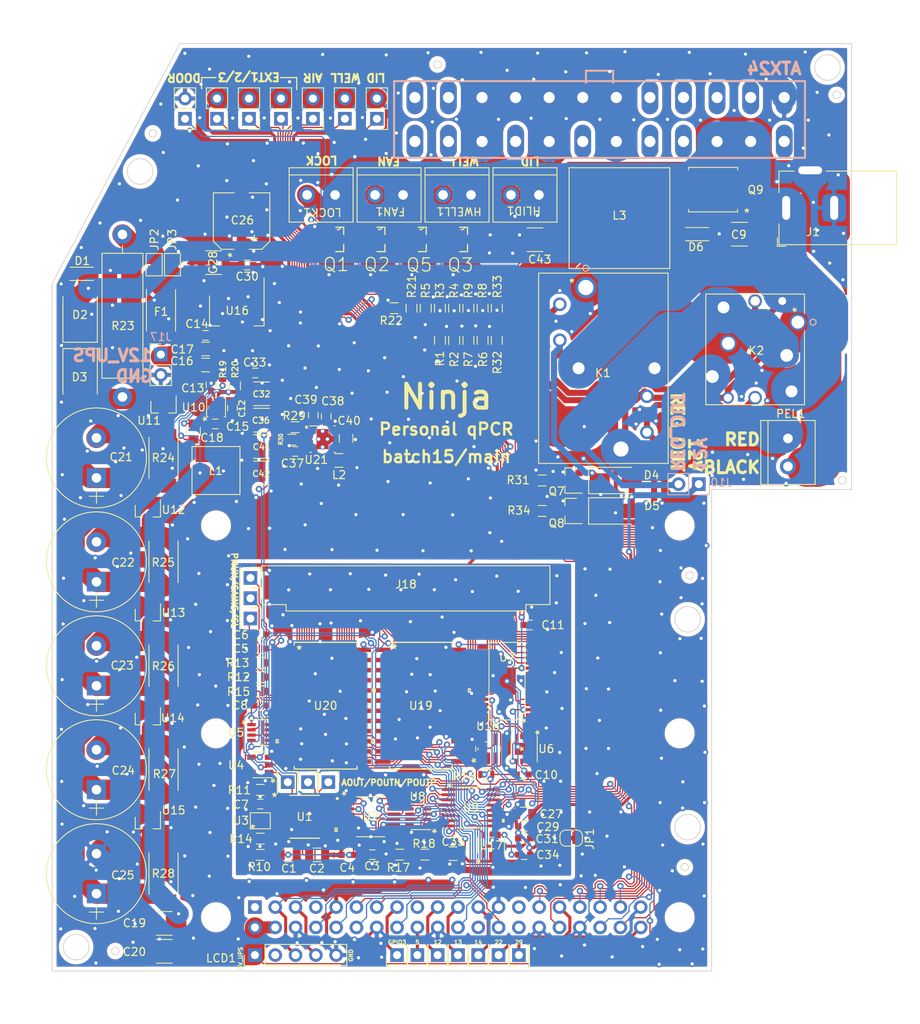
<source format=kicad_pcb>
(kicad_pcb (version 20211014) (generator pcbnew)
  (layers (0 "F.Cu" signal) (31 "B.Cu" signal) (34 "B.Paste" user) (35 "F.Paste" user) (36 "B.SilkS" user "B.Silkscreen") (37 "F.SilkS" user "F.Silkscreen") (38 "B.Mask" user) (39 "F.Mask" user) (44 "Edge.Cuts" user))
  (net 0 "")
  (net 1 "Net-(C1-Pad1)")
  (net 2 "GND")
  (net 3 "Net-(C2-Pad1)")
  (net 4 "GNDA")
  (net 5 "3V3D")
  (net 6 "3V3A")
  (net 7 "PD_MUX_OUT")
  (net 8 "/Photo/GAIN_LARGE")
  (net 9 "/Photo/GAIN_SMALL")
  (net 10 "/Photo/AMP_OUT")
  (net 11 "-1V")
  (net 12 "5V_UPS")
  (net 13 "/5V_UPS/SS")
  (net 14 "12V_UPS")
  (net 15 "Net-(C22-Pad2)")
  (net 16 "/5V_UPS/FB")
  (net 17 "12V")
  (net 18 "Net-(D2-Pad1)")
  (net 19 "Net-(FAN1-Pad2)")
  (net 20 "Net-(HLID1-Pad2)")
  (net 21 "Net-(HWELL1-Pad2)")
  (net 22 "PD_TH2")
  (net 23 "THERM_R_SWITCH")
  (net 24 "MUX_SELECT")
  (net 25 "/GPIO13")
  (net 26 "/FAN")
  (net 27 "MUX_S3")
  (net 28 "/GPIO22")
  (net 29 "/GPIO5")
  (net 30 "DLOCK")
  (net 31 "DOPEN")
  (net 32 "/WELL_HEATER")
  (net 33 "PD_TH1")
  (net 34 "/GPIO12")
  (net 35 "MUX_S2")
  (net 36 "/LID_HEATER")
  (net 37 "MUX_S1")
  (net 38 "VIN_SENSE")
  (net 39 "/GPIO14")
  (net 40 "I2C_SCL")
  (net 41 "MUX_S0")
  (net 42 "/GPIO3")
  (net 43 "I2C_SDA")
  (net 44 "/Photo/PHOTO_OUT_P")
  (net 45 "/Photo/PHOTO_OUT_N")
  (net 46 "THERM_MUX_OUT")
  (net 47 "N_LED_OUT8")
  (net 48 "N_LED_OUT7")
  (net 49 "N_LED_OUT6")
  (net 50 "N_LED_OUT5")
  (net 51 "N_LED_OUT4")
  (net 52 "N_LED_OUT3")
  (net 53 "N_LED_OUT2")
  (net 54 "N_LED_OUT1")
  (net 55 "S_LED_OUT1")
  (net 56 "S_LED_OUT2")
  (net 57 "S_LED_OUT3")
  (net 58 "S_LED_OUT4")
  (net 59 "S_LED_OUT5")
  (net 60 "S_LED_OUT6")
  (net 61 "S_LED_OUT7")
  (net 62 "S_LED_OUT8")
  (net 63 "Net-(Q1-Pad1)")
  (net 64 "Net-(Q2-Pad1)")
  (net 65 "Net-(Q3-Pad1)")
  (net 66 "Net-(Q5-Pad1)")
  (net 67 "Net-(R11-Pad1)")
  (net 68 "Net-(R14-Pad1)")
  (net 69 "/Photo/AMP_GAIN_SW")
  (net 70 "Net-(R16-Pad1)")
  (net 71 "THERM_AIR")
  (net 72 "THERM_EXT1")
  (net 73 "THERM_EXT2")
  (net 74 "THERM_EXT3")
  (net 75 "THERM_LID")
  (net 76 "THERM_WELL")
  (net 77 "CLKIN")
  (net 78 "/PhotoLED/LED_IREF")
  (net 79 "Net-(C13-Pad2)")
  (net 80 "Net-(C15-Pad2)")
  (net 81 "Net-(C15-Pad1)")
  (net 82 "Net-(C21-Pad1)")
  (net 83 "Net-(C21-Pad2)")
  (net 84 "Net-(C23-Pad2)")
  (net 85 "Net-(C24-Pad2)")
  (net 86 "Net-(C34-Pad1)")
  (net 87 "Net-(C37-Pad1)")
  (net 88 "Net-(C39-Pad1)")
  (net 89 "Net-(C40-Pad1)")
  (net 90 "Net-(C40-Pad2)")
  (net 91 "/PhotoMUX/S_PD_OUT16")
  (net 92 "/PhotoMUX/S_PD_OUT15")
  (net 93 "/PhotoMUX/S_PD_OUT14")
  (net 94 "/PhotoMUX/S_PD_OUT13")
  (net 95 "/PhotoMUX/S_PD_OUT12")
  (net 96 "/PhotoMUX/S_PD_OUT11")
  (net 97 "/PhotoMUX/S_PD_OUT10")
  (net 98 "/PhotoMUX/S_PD_OUT9")
  (net 99 "/PhotoMUX/S_PD_OUT8")
  (net 100 "/PhotoMUX/S_PD_OUT7")
  (net 101 "/PhotoMUX/S_PD_OUT6")
  (net 102 "/PhotoMUX/S_PD_OUT5")
  (net 103 "/PhotoMUX/S_PD_OUT4")
  (net 104 "/PhotoMUX/S_PD_OUT3")
  (net 105 "/PhotoMUX/S_PD_OUT2")
  (net 106 "/PhotoMUX/S_PD_OUT1")
  (net 107 "/PhotoMUX/N_PD_OUT1")
  (net 108 "/PhotoMUX/N_PD_OUT2")
  (net 109 "/PhotoMUX/N_PD_OUT3")
  (net 110 "/PhotoMUX/N_PD_OUT4")
  (net 111 "/PhotoMUX/N_PD_OUT5")
  (net 112 "/PhotoMUX/N_PD_OUT6")
  (net 113 "/PhotoMUX/N_PD_OUT7")
  (net 114 "/PhotoMUX/N_PD_OUT8")
  (net 115 "/PhotoMUX/N_PD_OUT9")
  (net 116 "/PhotoMUX/N_PD_OUT10")
  (net 117 "/PhotoMUX/N_PD_OUT11")
  (net 118 "/PhotoMUX/N_PD_OUT12")
  (net 119 "/PhotoMUX/N_PD_OUT13")
  (net 120 "/PhotoMUX/N_PD_OUT14")
  (net 121 "/PhotoMUX/N_PD_OUT15")
  (net 122 "/PhotoMUX/N_PD_OUT16")
  (net 123 "Net-(R17-Pad2)")
  (net 124 "Net-(R18-Pad2)")
  (net 125 "Net-(R29-Pad1)")
  (net 126 "Net-(R29-Pad2)")
  (net 127 "/PhotoMUX/MUX_SELECT_INV")
  (net 128 "PD_REF_PWM")
  (net 129 "REG_OUT")
  (net 130 "/SheetPeltier/PEL1")
  (net 131 "/SheetPeltier/PEL3")
  (net 132 "/SheetPeltier/PEL_RED")
  (net 133 "/SheetPeltier/PEL_BLK")
  (net 134 "PEL_SWB")
  (net 135 "PEL_SWA")
  (net 136 "Net-(Q7-Pad1)")
  (net 137 "Net-(Q8-Pad1)")
  (net 138 "Net-(D6-Pad2)")
  (net 139 "PEL_PWM")
  (net 140 "Net-(Q9-Pad4)")
  (net 141 "Net-(LOCK1-Pad2)")
  (net 142 "/GPIO29")
  (footprint "Pin_Headers:Pin_Header_Straight_1x05_Pitch2.54mm" (layer "F.Cu") (at 105.37 148 90)
    (fp_text reference "LCD1")
    (fp_text value "RPI_LCD_TOUCH_7INCH")
  )
  (footprint "Ninja-qPCR:TB_SeeedOPL_320110028" (layer "F.Cu") (at 132.4 52.93 180)
    (fp_text reference "HWELL1")
    (fp_text value "Screw_Terminal_01x02")
  )
  (footprint "Pin_Headers:Pin_Header_Straight_1x01_Pitch2.54mm" (layer "F.Cu") (at 123.15 148 90)
    (fp_text reference "J3" hide)
    (fp_text value "Conn_01x01_Male")
  )
  (footprint "Pin_Headers:Pin_Header_Straight_1x01_Pitch2.54mm" (layer "F.Cu") (at 125.69 148 90)
    (fp_text reference "J4" hide)
    (fp_text value "Conn_01x01_Male")
  )
  (footprint "Pin_Headers:Pin_Header_Straight_1x01_Pitch2.54mm" (layer "F.Cu") (at 128.23 148 90)
    (fp_text reference "J5" hide)
    (fp_text value "Conn_01x01_Male")
  )
  (footprint "Pin_Headers:Pin_Header_Straight_1x01_Pitch2.54mm" (layer "F.Cu") (at 130.77 148 90)
    (fp_text reference "J6" hide)
    (fp_text value "Conn_01x01_Male")
  )
  (footprint "Pin_Headers:Pin_Header_Straight_1x01_Pitch2.54mm" (layer "F.Cu") (at 135.85 148 90)
    (fp_text reference "J8" hide)
    (fp_text value "Conn_01x01_Male")
  )
  (footprint "Pin_Headers:Pin_Header_Straight_1x02_Pitch2.54mm" (layer "F.Cu") (at 93.6 72.9)
    (fp_text reference "J17")
    (fp_text value "Conn_01x02_Male")
  )
  (footprint "Jumper:SolderJumper-2_P1.3mm_Bridged_RoundedPad1.0x1.5mm" (layer "F.Cu") (at 144.93 133.37 180)
    (fp_text reference "JP1")
    (fp_text value "SolderJumper_2_Bridged")
  )
  (footprint "TO_SOT_Packages_SMD:SOT-23" (layer "F.Cu") (at 93.936 79.45 -90)
    (fp_text reference "U11")
    (fp_text value "TL431DBZ")
  )
  (footprint "TO_SOT_Packages_SMD:SOT-23" (layer "F.Cu") (at 91.976 92.45 -90)
    (fp_text reference "U12")
    (fp_text value "TL431DBZ")
  )
  (footprint "TO_SOT_Packages_SMD:SOT-23" (layer "F.Cu") (at 91.976 105.45 -90)
    (fp_text reference "U13")
    (fp_text value "TL431DBZ")
  )
  (footprint "TO_SOT_Packages_SMD:SOT-23" (layer "F.Cu") (at 91.976 118.45 -90)
    (fp_text reference "U14")
    (fp_text value "TL431DBZ")
  )
  (footprint "TO_SOT_Packages_SMD:SOT-23" (layer "F.Cu") (at 91.976 131.45 -90)
    (fp_text reference "U15")
    (fp_text value "TL431DBZ")
  )
  (footprint "TO_SOT_Packages_SMD:SOT-223" (layer "F.Cu") (at 103.1 67.4 -90)
    (fp_text reference "U16")
    (fp_text value "CJT1117-3.3")
  )
  (footprint "Ninja-qPCR:TPS63710DRRR" (layer "F.Cu") (at 113.83 83.47)
    (fp_text reference "U21")
    (fp_text value "TPS63710DRRR" hide)
  )
  (footprint "Ninja-qPCR:CP_Radial_D12.5mm_P5.00mm" (layer "F.Cu") (at 85.546 101.32 90)
    (fp_text reference "C22")
    (fp_text value "10F2.7V" hide)
  )
  (footprint "Ninja-qPCR:CP_Radial_D12.5mm_P5.00mm" (layer "F.Cu") (at 85.546 114.32 90)
    (fp_text reference "C23")
    (fp_text value "10F2.7V" hide)
  )
  (footprint "Ninja-qPCR:CP_Radial_D12.5mm_P5.00mm" (layer "F.Cu") (at 85.546 127.32 90)
    (fp_text reference "C24")
    (fp_text value "10F2.7V" hide)
  )
  (footprint "Pin_Headers:Pin_Header_Straight_1x01_Pitch2.54mm" (layer "F.Cu") (at 138.39 148 90)
    (fp_text reference "J9" hide)
    (fp_text value "Conn_01x01_Male")
  )
  (footprint "Ninja-qPCR:CP_Radial_D12.5mm_P5.00mm" (layer "F.Cu") (at 85.546 140.32 90)
    (fp_text reference "C25")
    (fp_text value "10F2.7V" hide)
  )
  (footprint "Ninja-qPCR:AP2210K-3.3TRG1" (layer "F.Cu") (at 134.91 134.24 90)
    (fp_text reference "U17")
    (fp_text value "AP2210K-3.3TRG1" hide)
  )
  (footprint "Capacitors_SMD:C_1210" (layer "F.Cu") (at 94.03 147.53)
    (fp_text reference "C20")
    (fp_text value "22uF")
  )
  (footprint "Capacitors_SMD:C_0805" (layer "F.Cu") (at 139.06 130.36 180)
    (fp_text reference "C27")
    (fp_text value "4.7uF")
  )
  (footprint "Capacitors_SMD:C_0603" (layer "F.Cu") (at 139.06 131.884 180)
    (fp_text reference "C29")
    (fp_text value "0.1uF")
  )
  (footprint "Capacitors_SMD:C_0603" (layer "F.Cu") (at 104.4 61.7)
    (fp_text reference "C30")
    (fp_text value "0.1uF")
  )
  (footprint "Capacitors_SMD:C_0603" (layer "F.Cu") (at 139.06 133.408 180)
    (fp_text reference "C31")
    (fp_text value "0.01uF")
  )
  (footprint "Capacitors_SMD:C_0603" (layer "F.Cu") (at 105.4 75.2 180)
    (fp_text reference "C33")
    (fp_text value "0.1uF")
  )
  (footprint "Capacitors_SMD:C_0603" (layer "F.Cu") (at 110.4 85.01 180)
    (fp_text reference "C37")
    (fp_text value "1uF")
  )
  (footprint "Capacitors_SMD:C_0603" (layer "F.Cu") (at 114.29 80.64 90)
    (fp_text reference "C38")
    (fp_text value "1uF")
  )
  (footprint "Capacitors_SMD:C_0603" (layer "F.Cu") (at 112.67 80.47 90)
    (fp_text reference "C39")
    (fp_text value "1uF")
  )
  (footprint "Capacitors_SMD:C_0805" (layer "F.Cu") (at 116.77 83.38 -90)
    (fp_text reference "C40")
    (fp_text value "10uF")
  )
  (footprint "Capacitors_SMD:C_1210" (layer "F.Cu") (at 106.2 84.4 180)
    (fp_text reference "C41")
    (fp_text value "22uF")
  )
  (footprint "Diodes_SMD:D_SMB" (layer "F.Cu") (at 83.5 67.8 90)
    (fp_text reference "D2")
    (fp_text value "D")
  )
  (footprint "Diodes_SMD:D_SMB" (layer "F.Cu") (at 83.5 75.7 -90)
    (fp_text reference "D3")
    (fp_text value "D")
  )
  (footprint "Capacitors_SMD:C_0805" (layer "F.Cu") (at 115.88 86.14 180)
    (fp_text reference "L2")
    (fp_text value "2.2uH")
  )
  (footprint "Resistors_SMD:R_2512" (layer "F.Cu") (at 93.936 85.82 -90)
    (fp_text reference "R24")
    (fp_text value "1k2W")
  )
  (footprint "Resistors_SMD:R_2512" (layer "F.Cu") (at 93.936 98.82 -90)
    (fp_text reference "R25")
    (fp_text value "1k2W")
  )
  (footprint "Resistors_SMD:R_2512" (layer "F.Cu") (at 93.936 111.82 -90)
    (fp_text reference "R26")
    (fp_text value "1k2W")
  )
  (footprint "Resistors_SMD:R_2512" (layer "F.Cu") (at 93.936 124.82 -90)
    (fp_text reference "R27")
    (fp_text value "1k2W")
  )
  (footprint "Resistors_SMD:R_2512" (layer "F.Cu") (at 93.936 137.82 -90)
    (fp_text reference "R28")
    (fp_text value "1k2W")
  )
  (footprint "Capacitors_SMD:C_0603" (layer "F.Cu") (at 139.06 135.44)
    (fp_text reference "C34")
    (fp_text value "100pF")
  )
  (footprint "Resistors_SMD:R_2512" (layer "F.Cu") (at 93.62 67.36 -90)
    (fp_text reference "F1")
    (fp_text value "Fuse")
  )
  (footprint "Jumper:SolderJumper-2_P1.3mm_Open_TrianglePad1.0x1.5mm" (layer "F.Cu") (at 92.76 61.65 -90)
    (fp_text reference "JP2")
    (fp_text value "Jumper")
  )
  (footprint "Jumper:SolderJumper-2_P1.3mm_Open_TrianglePad1.0x1.5mm" (layer "F.Cu") (at 95.05 61.65 -90)
    (fp_text reference "JP3")
    (fp_text value "Jumper")
  )
  (footprint "Ninja-qPCR:VLS6045EX-3R3N" (layer "F.Cu") (at 100.5 87.4 90)
    (fp_text reference "L1")
    (fp_text value "3.3uH" hide)
  )
  (footprint "Capacitors_SMD:C_0603" (layer "F.Cu") (at 99.87 76.68 -90)
    (fp_text reference "C13")
    (fp_text value "1uF")
  )
  (footprint "Capacitors_SMD:C_0603" (layer "F.Cu") (at 99.2 70.5 180)
    (fp_text reference "C14")
    (fp_text value "0.1uF")
  )
  (footprint "Capacitors_SMD:C_0805" (layer "F.Cu") (at 99.2 72.2 180)
    (fp_text reference "C17")
    (fp_text value "10uF")
  )
  (footprint "Capacitors_SMD:C_1210" (layer "F.Cu") (at 94.01 144.04)
    (fp_text reference "C19")
    (fp_text value "22uF")
  )
  (footprint "Capacitors_SMD:C_1210" (layer "F.Cu") (at 106.2 87.7 180)
    (fp_text reference "C42")
    (fp_text value "22uF")
  )
  (footprint "Resistors_SMD:R_0603" (layer "F.Cu") (at 110 83.54 180)
    (fp_text reference "R30")
    (fp_text value "150k")
  )
  (footprint "Ninja-qPCR:CP_Radial_D12.5mm_P5.00mm" (layer "F.Cu") (at 85.546 88.32 90)
    (fp_text reference "C21")
    (fp_text value "10F2.7V" hide)
  )
  (footprint "Resistors_SMD:R_0603" (layer "F.Cu") (at 110.4 81.98 180)
    (fp_text reference "R29")
    (fp_text value "39k")
  )
  (footprint "Ninja-qPCR:TB_SeeedOPL_320110028" (layer "F.Cu") (at 140.9 52.93 180)
    (fp_text reference "HLID1")
    (fp_text value "Screw_Terminal_01x02")
  )
  (footprint "Ninja-qPCR:TB_SeeedOPL_320110028" (layer "F.Cu") (at 123.9 52.93 180)
    (fp_text reference "FAN1")
    (fp_text value "Screw_Terminal_01x02")
  )
  (footprint "Pin_Headers:Pin_Header_Straight_1x01_Pitch2.54mm" (layer "F.Cu") (at 133.31 148 90)
    (fp_text reference "J7" hide)
    (fp_text value "Conn_01x01_Male")
  )
  (footprint "Diodes_SMD:D_SMA" (layer "F.Cu") (at 150.51 88.646)
    (fp_text reference "D4")
    (fp_text value "DIODE")
  )
  (footprint "Diodes_SMD:D_SMA" (layer "F.Cu") (at 150.51 92.456)
    (fp_text reference "D5")
    (fp_text value "DIODE")
  )
  (footprint "TO_SOT_Packages_SMD:SOT-23" (layer "F.Cu") (at 144.91 88.646 180)
    (fp_text reference "Q7")
    (fp_text value "Q_NPN_BCE")
  )
  (footprint "TO_SOT_Packages_SMD:SOT-23" (layer "F.Cu") (at 144.91 92.456 180)
    (fp_text reference "Q8")
    (fp_text value "Q_NPN_BCE")
  )
  (footprint "Resistors_SMD:R_0603" (layer "F.Cu") (at 141.3 88.646 180)
    (fp_text reference "R31")
    (fp_text value "10k")
  )
  (footprint "Resistors_SMD:R_0603" (layer "F.Cu") (at 141.3 92.456)
    (fp_text reference "R34")
    (fp_text value "10k")
  )
  (footprint "Capacitors_SMD:C_0805" (layer "F.Cu") (at 130.16 135.32)
    (fp_text reference "C35")
    (fp_text value "4.7uF")
  )
  (footprint "Ninja-qPCR:CD74HC4067M96" (layer "F.Cu") (at 114.212 116.81)
    (fp_text reference "U20")
    (fp_text value "CD74HC4067M96" hide)
  )
  (footprint "Ninja-qPCR:MCP4551T-104E&slash_MF" (layer "F.Cu") (at 139.06 122.21 -90)
    (fp_text reference "U6")
    (fp_text value "MCP4551T-503E/MS" hide)
  )
  (footprint "Ninja-qPCR:CD74HC4067M96" (layer "F.Cu") (at 126.13 116.81)
    (fp_text reference "U19")
    (fp_text value "CD74HC4067M96" hide)
  )
  (footprint "Capacitors_SMD:C_0603" (layer "F.Cu") (at 106.04 116.792 180)
    (fp_text reference "C8")
    (fp_text value "0.1uF")
  )
  (footprint "Capacitors_SMD:C_0603" (layer "F.Cu") (at 139.73 106.72 180)
    (fp_text reference "C11")
    (fp_text value "0.1uF")
  )
  (footprint "Capacitors_SMD:C_0603" (layer "F.Cu") (at 106.04 107.902)
    (fp_text reference "C6")
    (fp_text value "22pF")
  )
  (footprint "Capacitors_SMD:C_0603" (layer "F.Cu") (at 106.04 109.68)
    (fp_text reference "C5")
    (fp_text value "22pF")
  )
  (footprint "Capacitors_SMD:C_0603" (layer "F.Cu") (at 116.95 135.48)
    (fp_text reference "C4")
    (fp_text value "0.1uF")
  )
  (footprint "Capacitors_SMD:C_0603" (layer "F.Cu") (at 120.07 135.44 180)
    (fp_text reference "C3")
    (fp_text value "0.1uF")
  )
  (footprint "Capacitors_SMD:C_0805" (layer "F.Cu") (at 109.596 135.468 180)
    (fp_text reference "C1")
    (fp_text value "4.7uF")
  )
  (footprint "Pin_Headers:Pin_Header_Straight_1x01_Pitch2.54mm" (layer "F.Cu") (at 104.81 100.83 -90)
    (fp_text reference "J13" hide)
    (fp_text value "Conn_01x01_Male")
  )
  (footprint "Pin_Headers:Pin_Header_Straight_1x01_Pitch2.54mm" (layer "F.Cu") (at 104.81 103.37 -90)
    (fp_text reference "J12" hide)
    (fp_text value "Conn_01x01_Male")
  )
  (footprint "TO_SOT_Packages_SMD:SOT-23-8" (layer "F.Cu") (at 125.8 130.7 180)
    (fp_text reference "U8")
    (fp_text value "TS12A12511DCNR")
  )
  (footprint "TO_SOT_Packages_SMD:SOT-23-8" (layer "F.Cu") (at 106.04 120.16)
    (fp_text reference "U5")
    (fp_text value "TS12A12511DCNR")
  )
  (footprint "TO_SOT_Packages_SMD:SOT-23-5" (layer "F.Cu") (at 106.04 124.21 180)
    (fp_text reference "U4")
    (fp_text value "LMP7717MF_NOPB")
  )
  (footprint "Capacitors_SMD:C_0805" (layer "F.Cu") (at 113.152 135.468)
    (fp_text reference "C2")
    (fp_text value "4.7uF")
  )
  (footprint "Ninja-qPCR:ASDK-32.768KHZ-LRT" (layer "F.Cu") (at 106.04 131.21)
    (fp_text reference "U3")
    (fp_text value "COM1305-0.032768-EXT-T-TR")
  )
  (footprint "Capacitors_SMD:C_0603" (layer "F.Cu") (at 106.04 129.118)
    (fp_text reference "C7")
    (fp_text value "0.1uF")
  )
  (footprint "Resistors_SMD:R_0603" (layer "F.Cu") (at 106.04 133.436 180)
    (fp_text reference "R14")
    (fp_text value "10k")
  )
  (footprint "Resistors_SMD:R_0603" (layer "F.Cu") (at 106.04 135.468 180)
    (fp_text reference "R10")
    (fp_text value "10k")
  )
  (footprint "Ninja-qPCR:ADA2200ARUZ" (layer "F.Cu") (at 111.58 130.7)
    (fp_text reference "U1")
    (fp_text value "ADA2200ARUZ" hide)
  )
  (footprint "Pin_Headers:Pin_Header_Straight_1x01_Pitch2.54mm" (layer "F.Cu") (at 109.5 126.38 -90)
    (fp_text reference "J16" hide)
    (fp_text value "Conn_01x01_Male")
  )
  (footprint "Ninja-qPCR:ADS122C04IPWR" (layer "F.Cu") (at 119.86 130.7)
    (fp_text reference "U2")
    (fp_text value "ADS122C04IPWR")
  )
  (footprint "Pin_Headers:Pin_Header_Straight_1x01_Pitch2.54mm" (layer "F.Cu") (at 114.556 126.38 -90)
    (fp_text reference "J15" hide)
    (fp_text value "Conn_01x01_Male")
  )
  (footprint "Pin_Headers:Pin_Header_Straight_1x01_Pitch2.54mm" (layer "F.Cu") (at 112.016 126.38 -90)
    (fp_text reference "J14" hide)
    (fp_text value "Conn_01x01_Male")
  )
  (footprint "Ninja-qPCR:SN74LVC1GU04DBVR" (layer "F.Cu") (at 134.52 122.21 90)
    (fp_text reference "U18")
    (fp_text value "SN74LVC1GU04DCKR" hide)
  )
  (footprint "Resistors_SMD:R_0603" (layer "F.Cu") (at 106.04 113.236 180)
    (fp_text reference "R12")
    (fp_text value "10M")
  )
  (footprint "Resistors_SMD:R_0603" (layer "F.Cu") (at 106.04 127.34 180)
    (fp_text reference "R11")
    (fp_text value "10k")
  )
  (footprint "Resistors_SMD:R_0603" (layer "F.Cu") (at 106.04 115.014)
    (fp_text reference "R15")
    (fp_text value "10k")
  )
  (footprint "Resistors_SMD:R_0603" (layer "F.Cu") (at 106.04 111.458 180)
    (fp_text reference "R13")
    (fp_text value "1M")
  )
  (footprint "Resistors_SMD:R_0603" (layer "F.Cu") (at 123.47 135.44)
    (fp_text reference "R17")
    (fp_text value "10k_HP")
  )
  (footprint "Resistors_SMD:R_0603" (layer "F.Cu") (at 126.63 135.44)
    (fp_text reference "R18")
    (fp_text value "47k_HP")
  )
  (footprint "Ninja-qPCR:SN74LV4051APWR" (layer "F.Cu") (at 132.4 129.57)
    (fp_text reference "U9")
    (fp_text value "SN74LV4051APWR" hide)
  )
  (footprint "Ninja-qPCR:FFC_60_Ali_HUISHUNFA" (layer "F.Cu") (at 139.02 104.34 180)
    (fp_text reference "J18")
    (fp_text value "Conn_01x60_Male")
  )
  (footprint "Ninja-qPCR:PCA9955B" (layer "F.Cu") (at 136.903532 113.74 90)
    (fp_text reference "U7")
    (fp_text value "PCA9955B" hide)
  )
  (footprint "Ninja-qPCR:TB_SeeedOPL_320110028" (layer "F.Cu") (at 172.05 83.39 -90)
    (fp_text reference "PEL1")
    (fp_text value "Screw_Terminal_01x02")
  )
  (footprint "Ninja-qPCR:EX2-2U1S" (layer "F.Cu") (at 173.29 68.85 -90)
    (fp_text reference "K2")
    (fp_text value "EX2-2U1S" hide)
  )
  (footprint "Ninja-qPCR:EP2-3L3SAb" (layer "F.Cu") (at 146.76 64.51 -90)
    (fp_text reference "K1")
    (fp_text value "EP2-3L3SAb" hide)
  )
  (footprint "Ninja-qPCR:35TZV100M6.3X8" (layer "F.Cu") (at 103.7 56.2 90)
    (fp_text reference "C26")
    (fp_text value "100uF" hide)
  )
  (footprint "Ninja-qPCR:SOT95P240X112-3N" (layer "F.Cu") (at 126.09 58.5)
    (fp_text reference "Q5")
    (fp_text value "Q_NMOS_GSD")
  )
  (footprint "Ninja-qPCR:SOT95P240X112-3N" (layer "F.Cu") (at 131.255 58.5)
    (fp_text reference "Q3")
    (fp_text value "Q_NMOS_GSD")
  )
  (footprint "Ninja-qPCR:SOT95P240X112-3N" (layer "F.Cu") (at 120.925 58.5)
    (fp_text reference "Q2")
    (fp_text value "Q_NMOS_GSD")
  )
  (footprint "Ninja-qPCR:SOT95P240X112-3N" (layer "F.Cu") (at 115.76 58.5)
    (fp_text reference "Q1")
    (fp_text value "Q_NMOS_GSD")
  )
  (footprint "Ninja-qPCR:MSS1P3L-M3&slash_89A" (layer "F.Cu") (at 83.7 62.8 180)
    (fp_text reference "D1")
    (fp_text value "D_Schottky" hide)
  )
  (footprint "Connector_BarrelJack:BarrelJack_Horizontal" (layer "F.Cu") (at 171.829 54.5512 180)
    (fp_text reference "J1")
    (fp_text value "Barrel_Jack_Switch")
  )
  (footprint "Ninja-qPCR:BD9D323QWZ-E2" (layer "F.Cu") (at 100.51 79.5 90)
    (fp_text reference "U10")
    (fp_text value "BD9D323QWZ-E2" hide)
  )
  (footprint "Capacitors_SMD:C_0805" (layer "F.Cu") (at 97.69 82.52 -90)
    (fp_text reference "C18")
    (fp_text value "DNP")
  )
  (footprint "Capacitors_SMD:C_0603" (layer "F.Cu") (at 100.41 81.57 180)
    (fp_text reference "C15")
    (fp_text value "0.1uF")
  )
  (footprint "Resistors_SMD:R_0603" (layer "F.Cu") (at 102.87 76.82 90)
    (fp_text reference "R20")
    (fp_text value "10k")
  )
  (footprint "Resistors_SMD:R_0603" (layer "F.Cu") (at 101.32 76.83 -90)
    (fp_text reference "R19")
    (fp_text value "56k")
  )
  (footprint "Capacitors_SMD:C_0603" (layer "F.Cu") (at 102.56 79.59 90)
    (fp_text reference "C12")
    (fp_text value "1000pF")
  )
  (footprint "Ninja-qPCR:MSS1P3L-M3&slash_89A" (layer "F.Cu") (at 160.69 57.84 180)
    (fp_text reference "D6")
    (fp_text value "D_Schottky" hide)
  )
  (footprint "Ninja-qPCR:PowerPAK_SO-8_Long" (layer "F.Cu") (at 162.68 52.27 180)
    (fp_text reference "Q9")
    (fp_text value "SIRA88BDP-T1-GE3" hide)
  )
  (footprint "Capacitors_SMD:C_1210" (layer "F.Cu") (at 165.99 57.84)
    (fp_text reference "C9")
    (fp_text value "22uF")
  )
  (footprint "Capacitors_SMD:C_1210" (layer "F.Cu") (at 140.41 58.53)
    (fp_text reference "C43")
    (fp_text value "22uF")
  )
  (footprint "Ninja-qPCR:SRP1265C" (layer "F.Cu") (at 150.97 55.83 180)
    (fp_text reference "L3")
    (fp_text value "SRP1265C-220M")
  )
  (footprint "Ninja-qPCR:TB_SeeedOPL_320110028" (layer "F.Cu") (at 115.4 52.93 180)
    (fp_text reference "LOCK1")
    (fp_text value "Conn_01x02_Male")
  )
  (footprint "Pin_Headers:Pin_Header_Straight_1x02_Pitch2.54mm" (layer "F.Cu") (at 116.62549 43.41 180)
    (fp_text reference "TWELL1" hide)
    (fp_text value "Conn_01x02_Male")
  )
  (footprint "Pin_Headers:Pin_Header_Straight_1x02_Pitch2.54mm" (layer "F.Cu") (at 120.62549 43.41 180)
    (fp_text reference "TLID1" hide)
    (fp_text value "Conn_01x02_Male")
  )
  (footprint "Pin_Headers:Pin_Header_Straight_1x02_Pitch2.54mm" (layer "F.Cu") (at 100.62549 43.41 180)
    (fp_text reference "TEXT3" hide)
    (fp_text value "Conn_01x02_Male")
  )
  (footprint "Pin_Headers:Pin_Header_Straight_1x02_Pitch2.54mm" (layer "F.Cu") (at 104.62549 43.41 180)
    (fp_text reference "TEXT2" hide)
    (fp_text value "Conn_01x02_Male")
  )
  (footprint "Pin_Headers:Pin_Header_Straight_1x02_Pitch2.54mm" (layer "F.Cu") (at 108.62549 43.41 180)
    (fp_text reference "TEXT1" hide)
    (fp_text value "Conn_01x02_Male")
  )
  (footprint "Pin_Headers:Pin_Header_Straight_1x02_Pitch2.54mm" (layer "F.Cu") (at 112.62549 43.41 180)
    (fp_text reference "TAIR1" hide)
    (fp_text value "Conn_01x02_Male")
  )
  (footprint "Pin_Headers:Pin_Header_Straight_1x02_Pitch2.54mm" (layer "F.Cu") (at 96.62549 43.41 180)
    (fp_text reference "SW1" hide)
    (fp_text value "SW_Reed")
  )
  (footprint "Resistors_SMD:R_0603" (layer "F.Cu") (at 135.628 67.1 -90)
    (fp_text reference "R33")
    (fp_text value "47k")
  )
  (footprint "Resistors_SMD:R_0603" (layer "F.Cu") (at 124.96 67.1 -90)
    (fp_text reference "R21")
    (fp_text value "47k")
  )
  (footprint "Resistors_SMD:R_0603" (layer "F.Cu") (at 132.072 67.1 90)
    (fp_text reference "R9")
    (fp_text value "47k")
  )
  (footprint "Resistors_SMD:R_0603" (layer "F.Cu") (at 133.85 67.1 90)
    (fp_text reference "R8")
    (fp_text value "47k")
  )
  (footprint "Resistors_SMD:R_0603" (layer "F.Cu") (at 126.738 67.1 90)
    (fp_text reference "R5")
    (fp_text value "47k")
  )
  (footprint "Resistors_SMD:R_0603" (layer "F.Cu") (at 128.516 67.1 90)
    (fp_text reference "R3")
    (fp_text value "47k")
  )
  (footprint "Resistors_SMD:R_0603" (layer "F.Cu") (at 130.294 67.1 90)
    (fp_text reference "R4")
    (fp_text value "47k")
  )
  (footprint "Resistors_SMD:R_0603" (layer "F.Cu") (at 135.628 71.13 -90)
    (fp_text reference "R32")
    (fp_text value "150")
  )
  (footprint "Resistors_SMD:R_0603" (layer "F.Cu") (at 122.79 67.1 180)
    (fp_text reference "R22")
    (fp_text value "10k")
  )
  (footprint "Resistors_SMD:R_0603" (layer "F.Cu") (at 132.072 71.13 -90)
    (fp_text reference "R7")
    (fp_text value "150")
  )
  (footprint "Resistors_SMD:R_0603" (layer "F.Cu") (at 133.85 71.13 -90)
    (fp_text reference "R6")
    (fp_text value "150")
  )
  (footprint "Resistors_SMD:R_0603" (layer "F.Cu") (at 130.294 71.13 -90)
    (fp_text reference "R2")
    (fp_text value "150")
  )
  (footprint "Resistors_SMD:R_0603" (layer "F.Cu") (at 128.516 71.13 -90)
    (fp_text reference "R1")
    (fp_text value "150")
  )
  (footprint "Resistors_SMD:R_0603" (layer "F.Cu") (at 134.31 125.41)
    (fp_text reference "R16")
    (fp_text value "47k")
  )
  (footprint "Capacitors_SMD:C_0603" (layer "F.Cu") (at 138.85 125.41)
    (fp_text reference "C10")
    (fp_text value "0.1uF")
  )
  (footprint "Resistors_ThroughHole:R_Axial_DIN0516_L15.5mm_D5.0mm_P20.32mm_Horizontal" (layer "F.Cu") (at 88.8 78.2 90)
    (fp_text reference "R23")
    (fp_text value "8.2Ω 3W")
  )
  (footprint "Capacitors_SMD:C_1210" (layer "F.Cu") (at 100.2 61.4 180)
    (fp_text reference "C28")
    (fp_text value "22uF")
  )
  (footprint "Capacitors_SMD:C_1210" (layer "F.Cu") (at 106.2 81.1 180)
    (fp_text reference "C36")
    (fp_text value "22uF")
  )
  (footprint "Capacitors_SMD:C_1210" (layer "F.Cu") (at 106.2 77.8 180)
    (fp_text reference "C32")
    (fp_text value "22uF")
  )
  (footprint "Pin_Headers:Pin_Header_Straight_1x01_Pitch2.54mm" (layer "F.Cu") (at 104.81 105.91 -90)
    (fp_text reference "J11" hide)
    (fp_text value "Conn_01x01_Male")
  )
  (footprint "Capacitors_SMD:C_0805" (layer "F.Cu") (at 99.2 74.2 180)
    (fp_text reference "C16")
    (fp_text value "10uF")
  )
  (footprint "Ninja-qPCR:Raspberry_Pi_3A+_3B+_4B_Zero_FaceDown_HDMI-R-NOSILK" (layer "F.Cu") (at 105.37 142 90)
    (fp_text reference "J2" hide)
    (fp_text value "Raspberry_Pi_3A_Plus_wpi")
  )
  (footprint "Ninja-qPCR:ATX24" (layer "B.Cu") (at 148.48 43.4964 180)
    (fp_text reference "J19" hide)
    (fp_text value "Conn_01x24_Male" hide)
  )
  (footprint "Pin_Headers:Pin_Header_Straight_1x02_Pitch2.54mm" (layer "B.Cu") (at 160.9 89.1 90)
    (fp_text reference "J10")
    (fp_text value "Conn_01x02_Male")
  )
  (gr_poly (pts (xy 101.89 79.1) (xy 102.23 79.56) (xy 102.79 79.68) (xy 102.79 80.42) (xy 101.94 80.53) (xy 101.02 80.53) (xy 101.02 79.94) (xy 100.94 79.85) (xy 100.77 79.85) (xy 100.77 79.1)) (layer "F.Cu") (width 0.1) (fill solid))
  (gr_poly (pts (xy 102.91 78.29) (xy 102.91 79.25) (xy 102.28 79.25) (xy 102.02 78.92) (xy 101.02 78.92) (xy 101.02 78.29)) (layer "F.Cu") (width 0.1) (fill solid))
  (gr_poly (pts (xy 99.87 78.3) (xy 100.01 78.5) (xy 100.01 80.55) (xy 99.87 80.68) (xy 98.18 80.68) (xy 98.18 78.3)) (layer "F.Cu") (width 0.1) (fill solid))
  (gr_poly (pts (xy 99.64 80.96) (xy 100.26 80.96) (xy 100.26 80.13) (xy 100.35 80.13) (xy 100.35 81.02) (xy 100.02 81.35) (xy 99.35 81.35)) (layer "F.Cu") (width 0.1) (fill solid))
  (gr_poly (pts (xy 100.36 77.68) (xy 100.37 78.89) (xy 100.25 78.89) (xy 100.25 78.21) (xy 99.89 77.68)) (layer "F.Cu") (width 0.1) (fill solid))
  (gr_poly (pts (xy 101.13 77.69) (xy 100.78 78.02) (xy 100.76 78.83) (xy 100.66 78.83) (xy 100.66 77.69)) (layer "F.Cu") (width 0.1) (fill solid))
  (gr_poly (pts (xy 100.78 80.67) (xy 100.87 80.77) (xy 101.39 80.77) (xy 101.6 80.96) (xy 101.6 81.82) (xy 101.95 82.15) (xy 102.86 82.15) (xy 102.99 82.24) (xy 102.99 84.39) (xy 98.57 84.39) (xy 98.57 82.5) (xy 98.81 82.27) (xy 100.02 82.27) (xy 100.27 82.03) (xy 100.27 81.46) (xy 100.59 81.19) (xy 100.59 79.99) (xy 100.78 79.99)) (layer "F.Cu") (width 0.1) (fill solid))
  (gr_poly (pts (xy 115.1 83.7) (xy 114.7 84.1) (xy 114.5 84.1) (xy 114.5 82.8) (xy 114.7 82.8) (xy 115.1 83.2) (xy 115.3 83.2) (xy 115.3 83.7)) (layer "F.Cu") (width 0.1) (fill solid))
  (gr_line (start 100.5 38.26) (end 98.7 38.26) (layer "F.SilkS") (width 0.15))
  (gr_line (start 98.7 38.26) (end 98.7 39.66) (layer "F.SilkS") (width 0.15))
  (gr_line (start 108.6 38.26) (end 110.6 38.26) (layer "F.SilkS") (width 0.15))
  (gr_line (start 110.6 38.26) (end 110.6 39.76) (layer "F.SilkS") (width 0.15))
  (gr_circle (center 83 147) (end 84.6 147) (layer "Edge.Cuts") (width 0.1) (fill none))
  (gr_circle (center 177 37) (end 178.6 37) (layer "Edge.Cuts") (width 0.1) (fill none))
  (gr_line (start 80 150) (end 162.5 150) (layer "Edge.Cuts") (width 0.1))
  (gr_circle (center 92.59 45.23) (end 93.065 45.23) (layer "Edge.Cuts") (width 0.1) (fill none))
  (gr_circle (center 87.9 147.5) (end 88.375 147.5) (layer "Edge.Cuts") (width 0.1) (fill none))
  (gr_line (start 162.5 150) (end 162.5 89.77) (layer "Edge.Cuts") (width 0.1))
  (gr_circle (center 128.21 36.61) (end 128.685 36.61) (layer "Edge.Cuts") (width 0.1) (fill none))
  (gr_line (start 162.5 89.77) (end 180 89.77) (layer "Edge.Cuts") (width 0.1))
  (gr_line (start 180 89.77) (end 180 34) (layer "Edge.Cuts") (width 0.1))
  (gr_circle (center 159.5 106) (end 161.1 106) (layer "Edge.Cuts") (width 0.1) (fill none))
  (gr_circle (center 178.14 40.41) (end 178.615 40.41) (layer "Edge.Cuts") (width 0.1) (fill none))
  (gr_circle (center 159.5 132) (end 161.1 132) (layer "Edge.Cuts") (width 0.1) (fill none))
  (gr_circle (center 178.84 88.61) (end 179.315 88.61) (layer "Edge.Cuts") (width 0.1) (fill none))
  (gr_circle (center 159.74 100.51) (end 160.215 100.51) (layer "Edge.Cuts") (width 0.1) (fill none))
  (gr_circle (center 159.14 137.01) (end 159.615 137.01) (layer "Edge.Cuts") (width 0.1) (fill none))
  (gr_circle (center 91 50) (end 92.6 50) (layer "Edge.Cuts") (width 0.1) (fill none))
  (gr_line (start 96 34) (end 180 34) (layer "Edge.Cuts") (width 0.1))
  (gr_line (start 80 64) (end 80 150) (layer "Edge.Cuts") (width 0.1))
  (gr_line (start 96 34) (end 80 64) (layer "Edge.Cuts") (width 0.1))
  (gr_text "REG_OUT" (at 158.2 82.6 270) (layer "B.SilkS") (effects (font (size 1.5 1.5) (thickness 0.375)) (justify mirror)))
  (gr_text "12V_UPS" (at 87.5 73) (layer "B.SilkS") (effects (font (size 1.5 1.5) (thickness 0.375)) (justify mirror)))
  (gr_text "GND" (at 90.3 75.6) (layer "B.SilkS") (effects (font (size 1.5 1.5) (thickness 0.375)) (justify mirror)))
  (gr_text "12V" (at 161 85.4 270) (layer "B.SilkS") (effects (font (size 1.5 1.5) (thickness 0.375)) (justify mirror)))
  (gr_text "ATX24" (at 170.33 37.14) (layer "B.SilkS") (effects (font (size 1.5 1.5) (thickness 0.375)) (justify mirror)))
  (gr_text "batch15/main" (at 129.31 85.67) (layer "F.SilkS") (effects (font (size 1.5 1.5) (thickness 0.3))))
  (gr_text "*" (at 111.59 81.98 270) (layer "F.SilkS") (effects (font (size 0.762 0.762) (thickness 0.127))))
  (gr_text "5V_UPS" (at 103.57 148.4 90) (layer "F.SilkS") (effects (font (size 0.508 0.508) (thickness 0.127))))
  (gr_text "GPIO3" (at 123.15 146.4) (layer "F.SilkS") (effects (font (size 0.508 0.508) (thickness 0.127))))
  (gr_text "5" (at 125.69 146.4) (layer "F.SilkS") (effects (font (size 0.508 0.508) (thickness 0.127))))
  (gr_text "12" (at 128.23 146.4) (layer "F.SilkS") (effects (font (size 0.508 0.508) (thickness 0.127))))
  (gr_text "13" (at 130.77 146.4) (layer "F.SilkS") (effects (font (size 0.508 0.508) (thickness 0.127))))
  (gr_text "14" (at 133.31 146.4) (layer "F.SilkS") (effects (font (size 0.508 0.508) (thickness 0.127))))
  (gr_text "29" (at 138.39 146.4) (layer "F.SilkS") (effects (font (size 0.508 0.508) (thickness 0.127))))
  (gr_text "22" (at 135.85 146.4) (layer "F.SilkS") (effects (font (size 0.508 0.508) (thickness 0.127))))
  (gr_text "RED" (at 166.33 83.52) (layer "F.SilkS") (effects (font (size 1.5 1.5) (thickness 0.375))))
  (gr_text "BLACK" (at 165 87) (layer "F.SilkS") (effects (font (size 1.5 1.5) (thickness 0.375))))
  (gr_text "LID" (at 139.8 48.7 180) (layer "F.SilkS") (effects (font (size 1.016 1.016) (thickness 0.254))))
  (gr_text "WELL" (at 131.5 48.7 180) (layer "F.SilkS") (effects (font (size 1.016 1.016) (thickness 0.254))))
  (gr_text "FAN" (at 122.1 48.7 180) (layer "F.SilkS") (effects (font (size 1.016 1.016) (thickness 0.254))))
  (gr_text "LOCK" (at 113.7 48.6 180) (layer "F.SilkS") (effects (font (size 1.016 1.016) (thickness 0.254))))
  (gr_text "EXT1/2/3" (at 104.6 38.16 180) (layer "F.SilkS") (effects (font (size 1.016 1.016) (thickness 0.254))))
  (gr_text "DOOR" (at 96.5 38.26 180) (layer "F.SilkS") (effects (font (size 1.016 1.016) (thickness 0.254))))
  (gr_text "AIR" (at 112.6 38.26 180) (layer "F.SilkS") (effects (font (size 1.016 1.016) (thickness 0.254))))
  (gr_text "WELL" (at 116.7 38.26 180) (layer "F.SilkS") (effects (font (size 1.016 1.016) (thickness 0.254))))
  (gr_text "LID" (at 120.5 38.26 180) (layer "F.SilkS") (effects (font (size 1.016 1.016) (thickness 0.254))))
  (gr_text "*" (at 104.02 118.57 180) (layer "F.SilkS") (effects (font (size 1 1) (thickness 0.14986))))
  (gr_text "*" (at 107.62 125.87 180) (layer "F.SilkS") (effects (font (size 1 1) (thickness 0.14986))))
  (gr_text "*" (at 116.52 127.47 180) (layer "F.SilkS") (effects (font (size 1 1) (thickness 0.14986))))
  (gr_text "*" (at 127.82 132.17 180) (layer "F.SilkS") (effects (font (size 1 1) (thickness 0.14986))))
  (gr_text "*" (at 129.72 126.47 180) (layer "F.SilkS") (effects (font (size 1 1) (thickness 0.14986))))
  (gr_text "*" (at 139.02 118.37 180) (layer "F.SilkS") (effects (font (size 1 1) (thickness 0.14986))))
  (gr_text "AOUT/POUTN/POUTP" (at 122.13 126.43) (layer "F.SilkS") (effects (font (size 0.762 0.762) (thickness 0.1905))))
  (gr_text "PMUX/GAINS/GL" (at 102.8 102.4 270) (layer "F.SilkS") (effects (font (size 0.762 0.762) (thickness 0.1905))))
  (gr_text "REG_OUT" (at 158.2 82.6 270) (layer "F.SilkS") (effects (font (size 1.5 1.5) (thickness 0.375))))
  (gr_text "12V" (at 160.41 85.41 270) (layer "F.SilkS") (effects (font (size 1.5 1.5) (thickness 0.375))))
  (gr_text "GND" (at 117.38 148.05 90) (layer "F.SilkS") (effects (font (size 0.508 0.508) (thickness 0.127))))
  (gr_text "Ninja" (at 129.31 78.18) (layer "F.SilkS") (effects (font (size 3 3) (thickness 0.5))))
  (gr_text "Personal qPCR" (at 129.31 82.23) (layer "F.SilkS") (effects (font (size 1.5 1.5) (thickness 0.3))))
  (segment (start 107.48 136.12) (end 107.681601 136.321601) (width 0.1524) (layer "F.Cu") (net 1))
  (segment (start 113.325001 132.974999) (end 112.880601 133.419399) (width 0.1524) (layer "F.Cu") (net 1))
  (segment (start 111.36 136.38) (end 111.09 136.11) (width 0.1524) (layer "F.Cu") (net 1))
  (segment (start 112.776482 136.38) (end 111.36 136.38) (width 0.1524) (layer "F.Cu") (net 1))
  (segment (start 112.880601 133.419399) (end 112.880601 136.275881) (width 0.1524) (layer "F.Cu") (net 1))
  (segment (start 112.880601 136.275881) (end 112.776482 136.38) (width 0.1524) (layer "F.Cu") (net 1))
  (segment (start 106.79 135.468) (end 107.156934 135.468) (width 0.1524) (layer "F.Cu") (net 1))
  (segment (start 109.888399 136.321601) (end 110.596 135.614) (width 0.1524) (layer "F.Cu") (net 1))
  (segment (start 107.156934 135.468) (end 107.48 135.791066) (width 0.1524) (layer "F.Cu") (net 1))
  (segment (start 110.596 135.614) (end 110.596 135.468) (width 0.1524) (layer "F.Cu") (net 1))
  (segment (start 107.681601 136.321601) (end 109.888399 136.321601) (width 0.1524) (layer "F.Cu") (net 1))
  (segment (start 107.48 135.791066) (end 107.48 136.12) (width 0.1524) (layer "F.Cu") (net 1))
  (segment (start 111.09 136.11) (end 111.09 135.962) (width 0.1524) (layer "F.Cu") (net 1))
  (segment (start 111.09 135.962) (end 110.596 135.468) (width 0.1524) (layer "F.Cu") (net 1))
  (segment (start 114.3994 132.974999) (end 113.325001 132.974999) (width 0.1524) (layer "F.Cu") (net 1))
  (segment (start 138 114.836468) (end 136.903532 113.74) (width 0.1524) (layer "F.Cu") (net 2))
  (segment (start 106.2001 131.8225) (end 106.8525 131.8225) (width 0.1524) (layer "F.Cu") (net 2))
  (segment (start 106.79 129.118) (end 106.123899 129.784101) (width 0.1524) (layer "F.Cu") (net 2))
  (segment (start 106.123899 129.784101) (end 106.123899 131.746299) (width 0.1524) (layer "F.Cu") (net 2))
  (segment (start 106.123899 131.746299) (end 106.2001 131.8225) (width 0.1524) (layer "F.Cu") (net 2))
  (segment (start 106.8525 131.8225) (end 106.9175 131.8225) (width 0.1524) (layer "F.Cu") (net 2))
  (segment (start 108.596 135.468) (end 109.512 135.468) (width 0.1524) (layer "F.Cu") (net 2))
  (segment (start 109.512 135.468) (end 109.53 135.45) (width 0.1524) (layer "F.Cu") (net 2))
  (segment (start 138.53 122.21) (end 138.27 121.95) (width 0.1524) (layer "F.Cu") (net 2))
  (segment (start 139.06 122.21) (end 138.53 122.21) (width 0.1524) (layer "F.Cu") (net 2))
  (segment (start 106.9175 131.8225) (end 107.715002 131.024998) (width 0.1524) (layer "F.Cu") (net 2))
  (segment (start 107.715002 131.024998) (end 108.7606 131.024998) (width 0.1524) (layer "F.Cu") (net 2))
  (segment (start 106.8525 131.8225) (end 106.8525 132.429899) (width 0.1524) (layer "F.Cu") (net 2))
  (segment (start 117.7 135.48) (end 117.7 133.871066) (width 0.1524) (layer "F.Cu") (net 2))
  (segment (start 106.8525 132.429899) (end 106.895381 132.429899) (width 0.1524) (layer "F.Cu") (net 2))
  (segment (start 107.588 135.468) (end 108.596 135.468) (width 0.1524) (layer "F.Cu") (net 2))
  (segment (start 106.895381 132.429899) (end 107.268601 132.803119) (width 0.1524) (layer "F.Cu") (net 2))
  (segment (start 107.268601 135.148601) (end 107.588 135.468) (width 0.1524) (layer "F.Cu") (net 2))
  (segment (start 107.268601 132.803119) (end 107.268601 135.148601) (width 0.1524) (layer "F.Cu") (net 2))
  (segment (start 117.7 133.871066) (end 118.95591 132.615156) (width 0.1524) (layer "F.Cu") (net 2))
  (segment (start 139.953532 116.665) (end 138.585 116.665) (width 0.1524) (layer "F.Cu") (net 2))
  (segment (start 138.085001 120.66) (end 138.085001 121.644999) (width 0.1524) (layer "F.Cu") (net 2))
  (segment (start 118.95591 132.615156) (end 118.95591 130.44409) (width 0.1524) (layer "F.Cu") (net 2))
  (segment (start 118.95591 130.44409) (end 118.95591 129.04591) (width 0.1524) (layer "F.Cu") (net 2))
  (segment (start 118.92682 129.075) (end 118.95591 129.04591) (width 0.1524) (layer "F.Cu") (net 2))
  (segment (start 136.903532 113.74) (end 136.903532 112.22) (width 0.1524) (layer "F.Cu") (net 2))
  (segment (start 136.903532 112.22) (end 137.008532 112.115) (width 0.1524) (layer "F.Cu") (net 2))
  (segment (start 118.95591 129.04591) (end 118.95591 128.81591) (width 0.1524) (layer "F.Cu") (net 2))
  (segment (start 133.853532 112.115) (end 137.008532 112.115) (width 0.1524) (layer "F.Cu") (net 2))
  (segment (start 116.99 129.075) (end 118.92682 129.075) (width 0.1524) (layer "F.Cu") (net 2))
  (segment (start 138.650002 122.21) (end 139.06 122.21) (width 0.1524) (layer "F.Cu") (net 2))
  (segment (start 133.853532 115.365) (end 135.115 115.365) (width 0.1524) (layer "F.Cu") (net 2))
  (segment (start 118.95591 129.04591) (end 118.95591 129.041734) (width 0.1524) (layer "F.Cu") (net 2))
  (segment (start 138.585 116.665) (end 138.285 116.365) (width 0.1524) (layer "F.Cu") (net 2))
  (segment (start 138.085001 121.644999) (end 138.650002 122.21) (width 0.1524) (layer "F.Cu") (net 2))
  (segment (start 138.285 116.365) (end 138 116.08) (width 0.1524) (layer "F.Cu") (net 2))
  (segment (start 139.953532 116.015) (end 138.635 116.015) (width 0.1524) (layer "F.Cu") (net 2))
  (segment (start 118.95591 129.041734) (end 118.961652 129.035992) (width 0.1524) (layer "F.Cu") (net 2))
  (segment (start 138.635 116.015) (end 138.285 116.365) (width 0.1524) (layer "F.Cu") (net 2))
  (segment (start 116.99 130.375) (end 118.88682 130.375) (width 0.1524) (layer "F.Cu") (net 2))
  (segment (start 118.88682 130.375) (end 118.95591 130.44409) (width 0.1524) (layer "F.Cu") (net 2))
  (segment (start 135.37 115.11) (end 137.87 115.11) (width 0.1524) (layer "F.Cu") (net 2))
  (segment (start 138 116.08) (end 138 115.24) (width 0.1524) (layer "F.Cu") (net 2))
  (segment (start 138 115.24) (end 138 114.836468) (width 0.1524) (layer "F.Cu") (net 2))
  (segment (start 135.115 115.365) (end 135.37 115.11) (width 0.1524) (layer "F.Cu") (net 2))
  (segment (start 137.87 115.11) (end 138 115.24) (width 0.1524) (layer "F.Cu") (net 2))
  (segment (start 137.008532 112.115) (end 138.735 112.115) (width 0.1524) (layer "F.Cu") (net 2))
  (segment (start 138.735 112.115) (end 139.953532 112.115) (width 0.1524) (layer "F.Cu") (net 2))
  (segment (start 117.69 135.47) (end 117.7 135.48) (width 0.1524) (layer "F.Cu") (net 2))
  (segment (start 117.152402 135.47) (end 117.69 135.47) (width 0.1524) (layer "F.Cu") (net 2))
  (segment (start 118.95591 128.81591) (end 118.565 128.425) (width 0.1524) (layer "F.Cu") (net 2))
  (segment (start 118.565 128.425) (end 116.99 128.425) (width 0.1524) (layer "F.Cu") (net 2))
  (segment (start 139.385 123.76) (end 139.385 122.535) (width 0.1524) (layer "F.Cu") (net 2))
  (segment (start 139.385 122.535) (end 139.06 122.21) (width 0.1524) (layer "F.Cu") (net 2))
  (segment (start 101.109999 79.548001) (end 101.158 79.5) (width 0.1524) (layer "F.Cu") (net 2))
  (segment (start 101.109999 80.275) (end 101.109999 79.548001) (width 0.1524) (layer "F.Cu") (net 2))
  (segment (start 102.495 80.275) (end 102.56 80.34) (width 0.1524) (layer "F.Cu") (net 2))
  (segment (start 101.109999 80.275) (end 102.495 80.275) (width 0.1524) (layer "F.Cu") (net 2))
  (segment (start 102.56 81.15) (end 102.55 81.16) (width 1.524) (layer "F.Cu") (net 2))
  (segment (start 102.56 80.34) (end 102.56 81.15) (width 1.524) (layer "F.Cu") (net 2))
  (segment (start 139.6 125.41) (end 139.6 125.355008) (width 0.1524) (layer "F.Cu") (net 2))
  (segment (start 129.13 103.34) (end 138.58 103.34) (width 0.1524) (layer "F.Cu") (net 2))
  (segment (start 138.31 132.71) (end 138.31 133.408) (width 0.381) (layer "F.Cu") (net 2))
  (segment (start 176.225212 57.74241) (end 175.701401 57.218599) (width 2.54) (layer "F.Cu") (net 2))
  (segment (start 165.70241 52.11759) (end 165.70241 54.01) (width 2.54) (layer "F.Cu") (net 2))
  (segment (start 109.25 84.61) (end 109.65 85.01) (width 0.1524) (layer "F.Cu") (net 2))
  (segment (start 115.28 83.72) (end 114.96233 83.72) (width 0.1524) (layer "F.Cu") (net 2))
  (segment (start 105.15 64) (end 105.4 64.25) (width 0.762) (layer "F.Cu") (net 2))
  (segment (start 167.732922 52.03) (end 165.76 52.03) (width 2.54) (layer "F.Cu") (net 2))
  (segment (start 122.04 67.1) (end 122.04 66.11) (width 0.1524) (layer "F.Cu") (net 2))
  (segment (start 115.28 83.22) (end 115.28 83.39) (width 0.25) (layer "F.Cu") (net 2))
  (segment (start 86.146 134.72) (end 85.546 135.32) (width 2.54) (layer "F.Cu") (net 2))
  (segment (start 129.5806 131.194998) (end 130.895002 131.194998) (width 0.1524) (layer "F.Cu") (net 2))
  (segment (start 124.9978 62.9122) (end 124.9978 60.123242) (width 2.54) (layer "F.Cu") (net 2))
  (segment (start 114.6678 59.4398) (end 114.6678 62.874218) (width 0.762) (layer "F.Cu") (net 2))
  (segment (start 129.5806 130.544999) (end 130.714999 130.544999) (width 0.1524) (layer "F.Cu") (net 2))
  (segment (start 138.98 106.72) (end 138.98 106) (width 0.1524) (layer "F.Cu") (net 2))
  (segment (start 113.858602 83.680932) (end 113.858602 83.259068) (width 0.1524) (layer "F.Cu") (net 2))
  (segment (start 133.85 67.4) (end 133.86 67.39) (width 0.1524) (layer "F.Cu") (net 2))
  (segment (start 115.28 83.39) (end 115.28 83.72) (width 0.25) (layer "F.Cu") (net 2))
  (segment (start 111.771921 85.662401) (end 110.302401 85.662401) (width 0.25) (layer "F.Cu") (net 2))
  (segment (start 132.072 67.85) (end 132.072 67.408) (width 0.1524) (layer "F.Cu") (net 2))
  (segment (start 134.91 135.50365) (end 134.91 136.218602) (width 0.381) (layer "F.Cu") (net 2))
  (segment (start 122.04 66.11) (end 122.02 66.09) (width 0.1524) (layer "F.Cu") (net 2))
  (segment (start 135.628 67.85) (end 135.628 67.382) (width 0.1524) (layer "F.Cu") (net 2))
  (segment (start 138.06 130.36) (end 138.06 131.634) (width 0.381) (layer "F.Cu") (net 2))
  (segment (start 114.29 79.89) (end 112.84 79.89) (width 0.25) (layer "F.Cu") (net 2))
  (segment (start 130.795001 131.844999) (end 129.5806 131.844999) (width 0.1524) (layer "F.Cu") (net 2))
  (segment (start 165.70241 54.01) (end 166.396205 54.703795) (width 2.54) (layer "F.Cu") (net 2))
  (segment (start 168.941079 57.723601) (end 168.656599 57.439121) (width 2.54) (layer "F.Cu") (net 2))
  (segment (start 113.07 84.23) (end 113.83 83.47) (width 0.2032) (layer "F.Cu") (net 2))
  (segment (start 132.072 67.408) (end 132.08 67.4) (width 0.1524) (layer "F.Cu") (net 2))
  (segment (start 127.738246 130.37) (end 127.743245 130.374999) (width 0.1524) (layer "F.Cu") (net 2))
  (segment (start 177.1212 54.5512) (end 175.001401 52.431401) (width 2.54) (layer "F.Cu") (net 2))
  (segment (start 99.87 75.93) (end 100.3974 75.93) (width 0.1524) (layer "F.Cu") (net 2))
  (segment (start 104.53 76.07) (end 104.65 75.95) (width 0.762) (layer "F.Cu") (net 2))
  (segment (start 139.02 103.48) (end 139.02 104.34) (width 0.1524) (layer "F.Cu") (net 2))
  (segment (start 99.95 71.95) (end 100.2 72.2) (width 0.381) (layer "F.Cu") (net 2))
  (segment (start 125.48 131.03) (end 125.961399 130.548601) (width 0.1524) (layer "F.Cu") (net 2))
  (segment (start 174.829 49.8512) (end 169.911722 49.8512) (width 2.54) (layer "F.Cu") (net 2))
  (segment (start 168.656599 51.106323) (end 168.656599 57.439121) (width 2.54) (layer "F.Cu") (net 2))
  (segment (start 99.9 75.96) (end 99.87 75.93) (width 0.1524) (layer "F.Cu") (net 2))
  (segment (start 115.53 148) (end 117.15 148) (width 0.381) (layer "F.Cu") (net 2))
  (segment (start 104.65 77.75) (end 104.7 77.8) (width 0.762) (layer "F.Cu") (net 2))
  (segment (start 130.163991 62.906009) (end 130.163991 60.078391) (width 2.54) (layer "F.Cu") (net 2))
  (segment (start 112.424999 85.635001) (end 111.799321 85.635001) (width 0.25) (layer "F.Cu") (net 2))
  (segment (start 145.58 133.37) (end 145.58 132.622408) (width 0.381) (layer "F.Cu") (net 2))
  (segment (start 134.91 136.218602) (end 134.869301 136.259301) (width 0.381) (layer "F.Cu") (net 2))
  (segment (start 125.961399 130.548601) (end 126.084131 130.548601) (width 0.1524) (layer "F.Cu") (net 2))
  (segment (start 91.976 132.45) (end 91.976 134.67) (width 1.524) (layer "F.Cu") (net 2))
  (segment (start 102.64 76.07) (end 102.87 76.07) (width 0.1524) (layer "F.Cu") (net 2))
  (segment (start 139.81 135.44) (end 139.81 134.68) (width 0.381) (layer "F.Cu") (net 2))
  (segment (start 131.67773 134.70227) (end 131.16 135.22) (width 0.1524) (layer "F.Cu") (net 2))
  (segment (start 138.52 104.34) (end 138.52 103.4) (width 0.1524) (layer "F.Cu") (net 2))
  (segment (start 169.911722 49.8512) (end 167.732922 52.03) (width 2.54) (layer "F.Cu") (net 2))
  (segment (start 91.926 134.72) (end 86.146 134.72) (width 2.54) (layer "F.Cu") (net 2))
  (segment (start 166.396205 54.703795) (end 167.49 55.79759) (width 2.54) (layer "F.Cu") (net 2))
  (segment (start 100.3974 75.93) (end 100.726001 75.601399) (width 0.1524) (layer "F.Cu") (net 2))
  (segment (start 131.16 135.22) (end 131.16 135.32) (width 0.1524) (layer "F.Cu") (net 2))
  (segment (start 102.171399 75.601399) (end 102.64 76.07) (width 0.1524) (layer "F.Cu") (net 2))
  (segment (start 126.9 130.37) (end 127.738246 130.37) (width 0.1524) (layer "F.Cu") (net 2))
  (segment (start 119.846009 60.136451) (end 119.737579 60.028021) (width 2.54) (layer "F.Cu") (net 2))
  (segment (start 130.163991 60.078391) (end 130.1628 60.0772) (width 2.54) (layer "F.Cu") (net 2))
  (segment (start 114.337099 146.807099) (end 115.53 148) (width 0.381) (layer "F.Cu") (net 2))
  (segment (start 104.65 75.2) (end 104.65 75.95) (width 0.762) (layer "F.Cu") (net 2))
  (segment (start 99.9 76.477598) (end 99.9 75.96) (width 0.1524) (layer "F.Cu") (net 2))
  (segment (start 133.85 67.85) (end 133.85 67.4) (width 0.1524) (layer "F.Cu") (net 2))
  (segment (start 114.636009 60.091451) (end 114.495079 59.950521) (width 2.54) (layer "F.Cu") (net 2))
  (segment (start 119.8328 62.8928) (end 119.846009 62.906009) (width 0.762) (layer "F.Cu") (net 2))
  (segment (start 139.6 125.41) (end 139.6 125.56) (width 0.1524) (layer "F.Cu") (net 2))
  (segment (start 104.7 84.4) (end 104.7 87.7) (width 0.762) (layer "F.Cu") (net 2))
  (segment (start 174.716921 51.378799) (end 175.001401 51.663279) (width 2.54) (layer "F.Cu") (net 2))
  (segment (start 114.176271 83.998601) (end 113.858602 83.680932) (width 0.1524) (layer "F.Cu") (net 2))
  (segment (start 138.88 103.34) (end 139.02 103.48) (width 0.1524) (layer "F.Cu") (net 2))
  (segment (start 174.716921 57.723601) (end 168.941079 57.723601) (width 2.54) (layer "F.Cu") (net 2))
  (segment (start 114.683729 83.998601) (end 114.176271 83.998601) (width 0.1524) (layer "F.Cu") (net 2))
  (segment (start 114.176271 82.941399) (end 114.683729 82.941399) (width 0.1524) (layer "F.Cu") (net 2))
  (segment (start 145.234682 132.27709) (end 142.557215 132.27709) (width 0.381) (layer "F.Cu") (net 2))
  (segment (start 128.516 67.85) (end 128.516 67.414) (width 0.1524) (layer "F.Cu") (net 2))
  (segment (start 129.66 131.924399) (end 129.5806 131.844999) (width 0.1524) (layer "F.Cu") (net 2))
  (segment (start 90.4 144.04) (end 90.37 144.07) (width 2.54) (layer "F.Cu") (net 2))
  (segment (start 92.51 144.04) (end 92.51 147.51) (width 2.54) (layer "F.Cu") (net 2))
  (segment (start 130.895002 131.194998) (end 130.9 131.19) (width 0.1524) (layer "F.Cu") (net 2))
  (segment (start 114.683729 82.941399) (end 114.96233 83.22) (width 0.1524) (layer "F.Cu") (net 2))
  (segment (start 126.262732 130.37) (end 126.9 130.37) (width 0.1524) (layer "F.Cu") (net 2))
  (segment (start 115.53 142) (end 114.337099 143.192901) (width 0.381) (layer "F.Cu") (net 2))
  (segment (start 129.02 104.34) (end 129.02 103.45) (width 0.1524) (layer "F.Cu") (net 2))
  (segment (start 143.91 91.21) (end 143.92 91.2) (width 0.762) (layer "F.Cu") (net 2))
  (segment (start 102.87 76.07) (end 104.53 76.07) (width 0.762) (layer "F.Cu") (net 2))
  (segment (start 115.2 83.47) (end 115.28 83.39) (width 0.25) (layer "F.Cu") (net 2))
  (segment (start 177.368 54.35) (end 177.368 55.552) (width 2.54) (layer "F.Cu") (net 2))
  (segment (start 119.8328 59.4398) (end 119.8328 62.8928) (width 0.762) (layer "F.Cu") (net 2))
  (segment (start 129.66 132.53) (end 129.66 131.924399) (width 0.1524) (layer "F.Cu") (net 2))
  (segment (start 135.628 67.382) (end 135.65 67.36) (width 0.1524) (layer "F.Cu") (net 2))
  (segment (start 168.656599 51.106323) (end 168.656599 52.443401) (width 2.54) (layer "F.Cu") (net 2))
  (segment (start 114.96233 83.72) (end 114.683729 83.998601) (width 0.1524) (layer "F.Cu") (net 2))
  (segment (start 177.829 53.269) (end 177.829 54.5512) (width 2.54) (layer "F.Cu") (net 2))
  (segment (start 110.302401 85.662401) (end 109.65 85.01) (width 0.25) (layer "F.Cu") (net 2))
  (segment (start 167.814289 58.694289) (end 177.575711 58.694289) (width 2.54) (layer "F.Cu") (net 2))
  (segment (start 109.26 84.29) (end 109.25 84.28) (width 0.1524) (layer "F.Cu") (net 2))
  (segment (start 92.51 144.04) (end 90.4 144.04) (width 2.54) (layer "F.Cu") (net 2))
  (segment (start 139.02 105.47) (end 138.735 105.755) (width 0.1524) (layer "F.Cu") (net 2))
  (segment (start 105.15 61.7) (end 105.15 62.64) (width 0.762) (layer "F.Cu") (net 2))
  (segment (start 139.6 125.41) (end 139.51235 125.41) (width 0.1524) (layer "F.Cu") (net 2))
  (segment (start 138.06 131.634) (end 138.31 131.884) (width 0.381) (layer "F.Cu") (net 2))
  (segment (start 167.49 55.79759) (end 167.49 57.84) (width 2.54) (layer "F.Cu") (net 2))
  (segment (start 100.726001 75.601399) (end 102.171399 75.601399) (width 0.1524) (layer "F.Cu") (net 2))
  (segment (start 168.384123 51.378799) (end 174.716921 51.378799) (width 2.54) (layer "F.Cu") (net 2))
  (segment (start 93.936 134.72) (end 91.926 134.72) (width 2.54) (layer "F.Cu") (net 2))
  (segment (start 178.52759 57.74241) (end 178.52759 51.23) (width 2.54) (layer "F.Cu") (net 2))
  (segment (start 138.52 104.34) (end 138.52 105.54) (width 0.1524) (layer "F.Cu") (net 2))
  (segment (start 111.799321 85.635001) (end 111.771921 85.662401) (width 0.25) (layer "F.Cu") (net 2))
  (segment (start 134.869301 136.259301) (end 138.990699 136.259301) (width 0.381) (layer "F.Cu") (net 2))
  (segment (start 152.92 142) (end 153.63 142) (width 0.381) (layer "F.Cu") (net 2))
  (segment (start 131.16 135.32) (end 132.099301 136.259301) (width 0.381) (layer "F.Cu") (net 2))
  (segment (start 124.9978 60.123242) (end 124.850079 59.975521) (width 2.54) (layer "F.Cu") (net 2))
  (segment (start 174.829 50.269) (end 177.829 53.269) (width 2.54) (layer "F.Cu") (net 2))
  (segment (start 105.15 62.64) (end 105.15 64) (width 0.762) (layer "F.Cu") (net 2))
  (segment (start 140.264995 134.56931) (end 139.69931 134.56931) (width 0.381) (layer "F.Cu") (net 2))
  (segment (start 145.58 132.622408) (end 145.234682 132.27709) (width 0.381) (layer "F.Cu") (net 2))
  (segment (start 165.746001 52.016001) (end 165.746001 52.073999) (width 2.54) (layer "F.Cu") (net 2))
  (segment (start 126.084131 130.548601) (end 126.262732 130.37) (width 0.1524) (layer "F.Cu") (net 2))
  (segment (start 138.52 105.54) (end 138.735 105.755) (width 0.1524) (layer "F.Cu") (net 2))
  (segment (start 138.58 103.34) (end 138.88 103.34) (width 0.1524) (layer "F.Cu") (net 2))
  (segment (start 131.67773 133.435497) (end 131.67773 134.70227) (width 0.1524) (layer "F.Cu") (net 2))
  (segment (start 114.6678 62.874218) (end 114.636009 62.906009) (width 0.762) (layer "F.Cu") (net 2))
  (segment (start 177.14879 49.8512) (end 178.52759 51.23) (width 2.54) (layer "F.Cu") (net 2))
  (segment (start 139.81 134.68) (end 139.69931 134.56931) (width 0.381) (layer "F.Cu") (net 2))
  (segment (start 109.67 84.29) (end 109.26 84.29) (width 0.1524) (layer "F.Cu") (net 2))
  (segment (start 167.732922 52.03) (end 168.384123 51.378799) (width 2.54) (layer "F.Cu") (net 2))
  (segment (start 177.829 54.5512) (end 177.1212 54.5512) (width 2.54) (layer "F.Cu") (net 2))
  (segment (start 130.9 131.19) (end 130.9 131.74) (width 0.1524) (layer "F.Cu") (net 2))
  (segment (start 114.96233 83.22) (end 115.28 83.22) (width 0.1524) (layer "F.Cu") (net 2))
  (segment (start 128.516 67.414) (end 128.52 67.41) (width 0.1524) (layer "F.Cu") (net 2))
  (segment (start 177.829 54.811) (end 177.368 54.35) (width 2.54) (layer "F.Cu") (net 2))
  (segment (start 168.656599 52.443401) (end 166.396205 54.703795) (width 2.54) (layer "F.Cu") (net 2))
  (segment (start 109.25 84.28) (end 109.25 84.61) (width 0.1524) (layer "F.Cu") (net 2))
  (segment (start 113.858602 83.259068) (end 114.176271 82.941399) (width 0.1524) (layer "F.Cu") (net 2))
  (segment (start 119.846009 62.906009) (end 119.846009 60.136451) (width 2.54) (layer "F.Cu") (net 2))
  (segment (start 177.368 55.552) (end 175.701401 57.218599) (width 2.54) (layer "F.Cu") (net 2))
  (segment (start 138.31 131.884) (end 138.31 132.71) (width 0.381) (layer "F.Cu") (net 2))
  (segment (start 174.829 49.8512) (end 174.829 50.269) (width 2.54) (layer "F.Cu") (net 2))
  (segment (start 109.25 83.54) (end 109.25 84.28) (width 0.1524) (layer "F.Cu") (net 2))
  (segment (start 130.1628 59.4398) (end 130.1628 60.0772) (width 0.762) (layer "F.Cu") (net 2))
  (segment (start 117.15 148) (end 120.61 144.54) (width 0.381) (layer "F.Cu") (net 2))
  (segment (start 177.575711 58.694289) (end 178.52759 57.74241) (width 2.54) (layer "F.Cu") (net 2))
  (segment (start 178.52759 57.74241) (end 176.225212 57.74241) (width 2.54) (layer "F.Cu") (net 2))
  (segment (start 175.001401 57.439121) (end 174.716921 57.723601) (width 2.54) (layer "F.Cu") (net 2))
  (segment (start 124.9978 59.4398) (end 124.9978 62.9122) (width 0.762) (layer "F.Cu") (net 2))
  (segment (start 124.7 131.03) (end 125.48 131.03) (width 0.1524) (layer "F.Cu") (net 2))
  (segment (start 112.84 79.89) (end 112.67 79.72) (width 0.25) (layer "F.Cu") (net 2))
  (segment (start 92.51 147.51) (end 92.53 147.53) (width 2.54) (layer "F.Cu") (net 2))
  (segment (start 132.099301 136.259301) (end 134.869301 136.259301) (width 0.381) (layer "F.Cu") (net 2))
  (segment (start 102.55 81.16) (end 104.64 81.16) (width 0.762) (layer "F.Cu") (net 2))
  (segment (start 167.49 58.37) (end 167.814289 58.694289) (width 2.54) (layer "F.Cu") (net 2))
  (segment (start 112.424999 85.635001) (end 113.07 84.99) (width 0.2032) (layer "F.Cu") (net 2))
  (segment (start 104.7 81.1) (end 104.7 84.4) (width 0.762) (layer "F.Cu") (net 2))
  (segment (start 139.02 104.34) (end 139.02 105.47) (width 0.1524) (layer "F.Cu") (net 2))
  (segment (start 114.636009 62.906009) (end 114.636009 60.091451) (width 2.54) (layer "F.Cu") (net 2))
  (segment (start 130.714999 130.544999) (end 130.9 130.73) (width 0.1524) (layer "F.Cu") (net 2))
  (segment (start 113.07 84.99) (end 113.07 84.23) (width 0.2032) (layer "F.Cu") (net 2))
  (segment (start 175.701401 57.218599) (end 175.001401 56.518599) (width 2.54) (layer "F.Cu") (net 2))
  (segment (start 167.49 57.84) (end 167.49 58.37) (width 2.54) (layer "F.Cu") (net 2))
  (segment (start 174.829 49.8512) (end 177.14879 49.8512) (width 2.54) (layer "F.Cu") (net 2))
  (segment (start 139.51235 125.41) (end 139.044551 124.942201) (width 0.1524) (layer "F.Cu") (net 2))
  (segment (start 143.91 87.6) (end 143.92 87.59) (width 0.762) (layer "F.Cu") (net 2))
  (segment (start 175.001401 51.663279) (end 175.001401 52.431401) (width 2.54) (layer "F.Cu") (net 2))
  (segment (start 145.58 133.37) (end 146.76 133.37) (width 0.1524) (layer "F.Cu") (net 2))
  (segment (start 130.294 67.414) (end 130.29 67.41) (width 0.1524) (layer "F.Cu") (net 2))
  (segment (start 104.64 81.16) (end 104.7 81.1) (width 0.762) (layer "F.Cu") (net 2))
  (segment (start 129.02 103.45) (end 129.13 103.34) (width 0.1524) (layer "F.Cu") (net 2))
  (segment (start 114.337099 143.192901) (end 114.337099 146.807099) (width 0.381) (layer "F.Cu") (net 2))
  (segment (start 177.829 54.5512) (end 177.829 54.811) (width 2.54) (layer "F.Cu") (net 2))
  (segment (start 169.911722 49.8512) (end 168.656599 51.106323) (width 2.54) (layer "F.Cu") (net 2))
  (segment (start 165.76 52.03) (end 165.746001 52.016001) (width 2.54) (layer "F.Cu") (net 2))
  (segment (start 175.001401 56.518599) (end 175.001401 57.439121) (width 2.54) (layer "F.Cu") (net 2))
  (segment (start 130.9 131.74) (end 130.795001 131.844999) (width 0.1524) (layer "F.Cu") (net 2))
  (segment (start 138.52 103.4) (end 138.58 103.34) (width 0.1524) (layer "F.Cu") (net 2))
  (segment (start 130.294 67.85) (end 130.294 67.414) (width 0.1524) (layer "F.Cu") (net 2))
  (segment (start 138.990699 136.259301) (end 139.81 135.44) (width 0.381) (layer "F.Cu") (net 2))
  (segment (start 175.001401 52.431401) (end 175.001401 56.518599) (width 2.54) (layer "F.Cu") (net 2))
  (segment (start 122.04 67.1) (end 122.04 66.87) (width 0.1524) (layer "F.Cu") (net 2))
  (segment (start 104.7 77.8) (end 104.7 81.1) (width 0.762) (layer "F.Cu") (net 2))
  (segment (start 104.65 75.95) (end 104.65 77.75) (width 0.762) (layer "F.Cu") (net 2))
  (segment (start 130.9 130.73) (end 130.9 131.19) (width 0.1524) (layer "F.Cu") (net 2))
  (segment (start 142.557215 132.27709) (end 140.264995 134.56931) (width 0.381) (layer "F.Cu") (net 2))
  (segment (start 138.98 106) (end 138.735 105.755) (width 0.1524) (layer "F.Cu") (net 2))
  (segment (start 165.746001 52.073999) (end 165.70241 52.11759) (width 2.54) (layer "F.Cu") (net 2))
  (via (at 161.4 147.24) (size 0.8) (drill 0.4) (layers "F.Cu" "B.Cu") (net 2))
  (via (at 158.51 147.33) (size 0.8) (drill 0.4) (layers "F.Cu" "B.Cu") (net 2))
  (via (at 136.903532 113.74) (size 0.8) (drill 0.4) (layers "F.Cu" "B.Cu") (net 2))
  (via (at 109.53 135.45) (size 0.8) (drill 0.4) (layers "F.Cu" "B.Cu") (net 2))
  (via (at 118.961652 129.035992) (size 0.8) (drill 0.4) (layers "F.Cu" "B.Cu") (net 2))
  (via (at 117.152402 135.47) (size 0.8) (drill 0.4) (layers "F.Cu" "B.Cu") (net 2))
  (via (at 138.27 121.95) (size 0.8) (drill 0.4) (layers "F.Cu" "B.Cu") (net 2))
  (via (at 138.735 112.115) (size 0.8) (drill 0.4) (layers "F.Cu" "B.Cu") (net 2))
  (via (at 102.55 81.16) (size 0.8) (drill 0.4) (layers "F.Cu" "B.Cu") (net 2))
  (via (at 88.26 80.53) (size 0.8) (drill 0.4) (layers "F.Cu" "B.Cu") (net 2))
  (via (at 88.98 84.58) (size 0.8) (drill 0.4) (layers "F.Cu" "B.Cu") (net 2))
  (via (at 93.87 84.68) (size 0.8) (drill 0.4) (layers "F.Cu" "B.Cu") (net 2))
  (via (at 81.17 78.85) (size 0.8) (drill 0.4) (layers "F.Cu" "B.Cu") (net 2))
  (via (at 81.17 71.76) (size 0.8) (drill 0.4) (layers "F.Cu" "B.Cu") (net 2))
  (via (at 81.13 64.06) (size 0.8) (drill 0.4) (layers "F.Cu" "B.Cu") (net 2))
  (via (at 87.29 62.37) (size 0.8) (drill 0.4) (layers "F.Cu" "B.Cu") (net 2))
  (via (at 87.55 66.73) (size 0.8) (drill 0.4) (layers "F.Cu" "B.Cu") (net 2))
  (via (at 84.96 67.86) (size 0.8) (drill 0.4) (layers "F.Cu" "B.Cu") (net 2))
  (via (at 87.55 72.03) (size 0.8) (drill 0.4) (layers "F.Cu" "B.Cu") (net 2))
  (via (at 92.78 66.09) (size 0.8) (drill 0.4) (layers "F.Cu" "B.Cu") (net 2))
  (via (at 94.58 68.42) (size 0.8) (drill 0.4) (layers "F.Cu" "B.Cu") (net 2))
  (via (at 83.65 59.51) (size 0.8) (drill 0.4) (layers "F.Cu" "B.Cu") (net 2))
  (via (at 85.98 56.44) (size 0.8) (drill 0.4) (layers "F.Cu" "B.Cu") (net 2))
  (via (at 88.42 51.54) (size 0.8) (drill 0.4) (layers "F.Cu" "B.Cu") (net 2))
  (via (at 91.06 56.11) (size 0.8) (drill 0.4) (layers "F.Cu" "B.Cu") (net 2))
  (via (at 99.13 57.84) (size 0.8) (drill 0.4) (layers "F.Cu" "B.Cu") (net 2))
  (via (at 93.85 58.09) (size 0.8) (drill 0.4) (layers "F.Cu" "B.Cu") (net 2))
  (via (at 95.68 53.57) (size 0.8) (drill 0.4) (layers "F.Cu" "B.Cu") (net 2))
  (via (at 93.9 47.63) (size 0.8) (drill 0.4) (layers "F.Cu" "B.Cu") (net 2))
  (via (at 106.9 46.46) (size 0.8) (drill 0.4) (layers "F.Cu" "B.Cu") (net 2))
  (via (at 106.8 51.54) (size 0.8) (drill 0.4) (layers "F.Cu" "B.Cu") (net 2))
  (via (at 107 57.97) (size 0.8) (drill 0.4) (layers "F.Cu" "B.Cu") (net 2))
  (via (at 104.99 57.53) (size 0.8) (drill 0.4) (layers "F.Cu" "B.Cu") (net 2))
  (via (at 106.86 54.79) (size 0.8) (drill 0.4) (layers "F.Cu" "B.Cu") (net 2))
  (via (at 105.07 53.21) (size 0.8) (drill 0.4) (layers "F.Cu" "B.Cu") (net 2))
  (via (at 105.19 48.65) (size 0.8) (drill 0.4) (layers "F.Cu" "B.Cu") (net 2))
  (via (at 101.93 46.55) (size 0.8) (drill 0.4) (layers "F.Cu" "B.Cu") (net 2))
  (via (at 101.85 51.14) (size 0.8) (drill 0.4) (layers "F.Cu" "B.Cu") (net 2))
  (via (at 101.87 55.7) (size 0.8) (drill 0.4) (layers "F.Cu" "B.Cu") (net 2))
  (via (at 102.19 58.05) (size 0.8) (drill 0.4) (layers "F.Cu" "B.Cu") (net 2))
  (via (at 98.28 49.3) (size 0.8) (drill 0.4) (layers "F.Cu" "B.Cu") (net 2))
  (via (at 97.2 44.93) (size 0.8) (drill 0.4) (layers "F.Cu" "B.Cu") (net 2))
  (via (at 98.46 43.27) (size 0.8) (drill 0.4) (layers "F.Cu" "B.Cu") (net 2))
  (via (at 93.6 41.57) (size 0.8) (drill 0.4) (layers "F.Cu" "B.Cu") (net 2))
  (via (at 96.61 35.22) (size 0.8) (drill 0.4) (layers "F.Cu" "B.Cu") (net 2))
  (via (at 99.69 37.2) (size 0.8) (drill 0.4) (layers "F.Cu" "B.Cu") (net 2))
  (via (at 98.63 39.09) (size 0.8) (drill 0.4) (layers "F.Cu" "B.Cu") (net 2))
  (via (at 109.7 38.78) (size 0.8) (drill 0.4) (layers "F.Cu" "B.Cu") (net 2))
  (via (at 104.6 35.59) (size 0.8) (drill 0.4) (layers "F.Cu" "B.Cu") (net 2))
  (via (at 102.59 43.32) (size 0.8) (drill 0.4) (layers "F.Cu" "B.Cu") (net 2))
  (via (at 106.54 43.3) (size 0.8) (drill 0.4) (layers "F.Cu" "B.Cu") (net 2))
  (via (at 110.75 43.32) (size 0.8) (drill 0.4) (layers "F.Cu" "B.Cu") (net 2))
  (via (at 114.81 43.32) (size 0.8) (drill 0.4) (layers "F.Cu" "B.Cu") (net 2))
  (via (at 118.82 43.25) (size 0.8) (drill 0.4) (layers "F.Cu" "B.Cu") (net 2))
  (via (at 113.84 35.36) (size 0.8) (drill 0.4) (layers "F.Cu" "B.Cu") (net 2))
  (via (at 118.36 38.95) (size 0.8) (drill 0.4) (layers "F.Cu" "B.Cu") (net 2))
  (via (at 121.8 35.42) (size 0.8) (drill 0.4) (layers "F.Cu" "B.Cu") (net 2))
  (via (at 123.29 40.19) (size 0.8) (drill 0.4) (layers "F.Cu" "B.Cu") (net 2))
  (via (at 123.07 45.18) (size 0.8) (drill 0.4) (layers "F.Cu" "B.Cu") (net 2))
  (via (at 115.29 46.36) (size 0.8) (drill 0.4) (layers "F.Cu" "B.Cu") (net 2))
  (via (at 111.43 46.45) (size 0.8) (drill 0.4) (layers "F.Cu" "B.Cu") (net 2))
  (via (at 113.23 51.38) (size 0.8) (drill 0.4) (layers "F.Cu" "B.Cu") (net 2))
  (via (at 111.1 51.11) (size 0.8) (drill 0.4) (layers "F.Cu" "B.Cu") (net 2))
  (via (at 113.26 47.77) (size 0.8) (drill 0.4) (layers "F.Cu" "B.Cu") (net 2))
  (via (at 111.04 54.9) (size 0.8) (drill 0.4) (layers "F.Cu" "B.Cu") (net 2))
  (via (at 114.97 50.36) (size 0.8) (drill 0.4) (layers "F.Cu" "B.Cu") (net 2))
  (via (at 121.79 47.74) (size 0.8) (drill 0.4) (layers "F.Cu" "B.Cu") (net 2))
  (via (at 117.86 48.14) (size 0.8) (drill 0.4) (layers "F.Cu" "B.Cu") (net 2))
  (via (at 119.21 45.98) (size 0.8) (drill 0.4) (layers "F.Cu" "B.Cu") (net 2))
  (via (at 127.4 47.91) (size 0.8) (drill 0.4) (layers "F.Cu" "B.Cu") (net 2))
  (via (at 127.57 43.79) (size 0.8) (drill 0.4) (layers "F.Cu" "B.Cu") (net 2))
  (via (at 130.58 43.46) (size 0.8) (drill 0.4) (layers "F.Cu" "B.Cu") (net 2))
  (via (at 127.69 39.6) (size 0.8) (drill 0.4) (layers "F.Cu" "B.Cu") (net 2))
  (via (at 127.03 35.15) (size 0.8) (drill 0.4) (layers "F.Cu" "B.Cu") (net 2))
  (via (at 131.31 38.52) (size 0.8) (drill 0.4) (layers "F.Cu" "B.Cu") (net 2))
  (via (at 133.65 35.11) (size 0.8) (drill 0.4) (layers "F.Cu" "B.Cu") (net 2))
  (via (at 136.92 37.34) (size 0.8) (drill 0.4) (layers "F.Cu" "B.Cu") (net 2))
  (via (at 140.74 35.19) (size 0.8) (drill 0.4) (layers "F.Cu" "B.Cu") (net 2))
  (via (at 144.25 37.53) (size 0.8) (drill 0.4) (layers "F.Cu" "B.Cu") (net 2))
  (via (at 149.76 37.51) (size 0.8) (drill 0.4) (layers "F.Cu" "B.Cu") (net 2))
  (via (at 146.85 35.16) (size 0.8) (drill 0.4) (layers "F.Cu" "B.Cu") (net 2))
  (via (at 151.66 35.02) (size 0.8) (drill 0.4) (layers "F.Cu" "B.Cu") (net 2))
  (via (at 155.83 37.86) (size 0.8) (drill 0.4) (layers "F.Cu" "B.Cu") (net 2))
  (via (at 159.71 35.1) (size 0.8) (drill 0.4) (layers "F.Cu" "B.Cu") (net 2))
  (via (at 162.31 37.78) (size 0.8) (drill 0.4) (layers "F.Cu" "B.Cu") (net 2))
  (via (at 166.74 35.32) (size 0.8) (drill 0.4) (layers "F.Cu" "B.Cu") (net 2))
  (via (at 135.84 43.48) (size 0.8) (drill 0.4) (layers "F.Cu" "B.Cu") (net 2))
  (via (at 139.91 43.34) (size 0.8) (drill 0.4) (layers "F.Cu" "B.Cu") (net 2))
  (via (at 144.31 43.39) (size 0.8) (drill 0.4) (layers "F.Cu" "B.Cu") (net 2))
  (via (at 148.52 43.48) (size 0.8) (drill 0.4) (layers "F.Cu" "B.Cu") (net 2))
  (via (at 140.24 38.45) (size 0.8) (drill 0.4) (layers "F.Cu" "B.Cu") (net 2))
  (via (at 152.77 43.53) (size 0.8) (drill 0.4) (layers "F.Cu" "B.Cu") (net 2))
  (via (at 156.98 43.48) (size 0.8) (drill 0.4) (layers "F.Cu" "B.Cu") (net 2))
  (via (at 161.1 43.58) (size 0.8) (drill 0.4) (layers "F.Cu" "B.Cu") (net 2))
  (via (at 165.31 42.37) (size 0.8) (drill 0.4) (layers "F.Cu" "B.Cu") (net 2))
  (via (at 169.76 43.58) (size 0.8) (drill 0.4) (layers "F.Cu" "B.Cu") (net 2))
  (via (at 174.59 43.58) (size 0.8) (drill 0.4) (layers "F.Cu" "B.Cu") (net 2))
  (via (at 169.32 38.45) (size 0.8) (drill 0.4) (layers "F.Cu" "B.Cu") (net 2))
  (via (at 174.21 35.06) (size 0.8) (drill 0.4) (layers "F.Cu" "B.Cu") (net 2))
  (via (at 175.7 40.1) (size 0.8) (drill 0.4) (layers "F.Cu" "B.Cu") (net 2))
  (via (at 177.17 45.43) (size 0.8) (drill 0.4) (layers "F.Cu" "B.Cu") (net 2))
  (via (at 178.34 50.42) (size 0.8) (drill 0.4) (layers "F.Cu" "B.Cu") (net 2))
  (via (at 175.23 53.86) (size 0.8) (drill 0.4) (layers "F.Cu" "B.Cu") (net 2))
  (via (at 179 57.74) (size 0.8) (drill 0.4) (layers "F.Cu" "B.Cu") (net 2))
  (via (at 175.26 59.98) (size 0.8) (drill 0.4) (layers "F.Cu" "B.Cu") (net 2))
  (via (at 170.67 51.27) (size 0.8) (drill 0.4) (layers "F.Cu" "B.Cu") (net 2))
  (via (at 172.15 49.27) (size 0.8) (drill 0.4) (layers "F.Cu" "B.Cu") (net 2))
  (via (at 173.97 47.08) (size 0.8) (drill 0.4) (layers "F.Cu" "B.Cu") (net 2))
  (via (at 175.75 57.34) (size 0.8) (drill 0.4) (layers "F.Cu" "B.Cu") (net 2))
  (via (at 178.92 63.54) (size 0.8) (drill 0.4) (layers "F.Cu" "B.Cu") (net 2))
  (via (at 177.27 61.46) (size 0.8) (drill 0.4) (layers "F.Cu" "B.Cu") (net 2))
  (via (at 168.79 74.88) (size 0.8) (drill 0.4) (layers "F.Cu" "B.Cu") (net 2))
  (via (at 169.47 78.66) (size 0.8) (drill 0.4) (layers "F.Cu" "B.Cu") (net 2))
  (via (at 166.24 78.14) (size 0.8) (drill 0.4) (layers "F.Cu" "B.Cu") (net 2))
  (via (at 168.08 76.46) (size 0.8) (drill 0.4) (layers "F.Cu" "B.Cu") (net 2))
  (via (at 170.12 85.89) (size 0.8) (drill 0.4) (layers "F.Cu" "B.Cu") (net 2))
  (via (at 171.82 88.99) (size 0.8) (drill 0.4) (layers "F.Cu" "B.Cu") (net 2))
  (via (at 166.5 88.5) (size 0.8) (drill 0.4) (layers "F.Cu" "B.Cu") (net 2))
  (via (at 167.02 85.4) (size 0.8) (drill 0.4) (layers "F.Cu" "B.Cu") (net 2))
  (via (at 162.6 85.12) (size 0.8) (drill 0.4) (layers "F.Cu" "B.Cu") (net 2))
  (via (at 162.57 88.03) (size 0.8) (drill 0.4) (layers "F.Cu" "B.Cu") (net 2))
  (via (at 161.53 91.48) (size 0.8) (drill 0.4) (layers "F.Cu" "B.Cu") (net 2))
  (via (at 161.83 96.78) (size 0.8) (drill 0.4) (layers "F.Cu" "B.Cu") (net 2))
  (via (at 156.3 91.48) (size 0.8) (drill 0.4) (layers "F.Cu" "B.Cu") (net 2))
  (via (at 151.21 90.55) (size 0.8) (drill 0.4) (layers "F.Cu" "B.Cu") (net 2))
  (via (at 148.63 90.4) (size 0.8) (drill 0.4) (layers "F.Cu" "B.Cu") (net 2))
  (via (at 150.48 92.69) (size 0.8) (drill 0.4) (layers "F.Cu" "B.Cu") (net 2))
  (via (at 141.92 90.64) (size 0.8) (drill 0.4) (layers "F.Cu" "B.Cu") (net 2))
  (via (at 155.1 94.55) (size 0.8) (drill 0.4) (layers "F.Cu" "B.Cu") (net 2))
  (via (at 154.31 91.5) (size 0.8) (drill 0.4) (layers "F.Cu" "B.Cu") (net 2))
  (via (at 156.09 97.4) (size 0.8) (drill 0.4) (layers "F.Cu" "B.Cu") (net 2))
  (via (at 161.37 100.89) (size 0.8) (drill 0.4) (layers "F.Cu" "B.Cu") (net 2))
  (via (at 156.04 101.31) (size 0.8) (drill 0.4) (layers "F.Cu" "B.Cu") (net 2))
  (via (at 161.31 104.07) (size 0.8) (drill 0.4) (layers "F.Cu" "B.Cu") (net 2))
  (via (at 156.26 105.35) (size 0.8) (drill 0.4) (layers "F.Cu" "B.Cu") (net 2))
  (via (at 158.67 99.57) (size 0.8) (drill 0.4) (layers "F.Cu" "B.Cu") (net 2))
  (via (at 158.67 103.3) (size 0.8) (drill 0.4) (layers "F.Cu" "B.Cu") (net 2))
  (via (at 156.09 110.19) (size 0.8) (drill 0.4) (layers "F.Cu" "B.Cu") (net 2))
  (via (at 161.19 108.39) (size 0.8) (drill 0.4) (layers "F.Cu" "B.Cu") (net 2))
  (via (at 161.31 113.76) (size 0.8) (drill 0.4) (layers "F.Cu" "B.Cu") (net 2))
  (via (at 156.13 117.37) (size 0.8) (drill 0.4) (layers "F.Cu" "B.Cu") (net 2))
  (via (at 161.6 116.86) (size 0.8) (drill 0.4) (layers "F.Cu" "B.Cu") (net 2))
  (via (at 161.67 122.64) (size 0.8) (drill 0.4) (layers "F.Cu" "B.Cu") (net 2))
  (via (at 156.23 123.38) (size 0.8) (drill 0.4) (layers "F.Cu" "B.Cu") (net 2))
  (via (at 156.06 128.93) (size 0.8) (drill 0.4) (layers "F.Cu" "B.Cu") (net 2))
  (via (at 161.62 128.93) (size 0.8) (drill 0.4) (layers "F.Cu" "B.Cu") (net 2))
  (via (at 158.9 126.33) (size 0.8) (drill 0.4) (layers "F.Cu" "B.Cu") (net 2))
  (via (at 157.91 113.68) (size 0.8) (drill 0.4) (layers "F.Cu" "B.Cu") (net 2))
  (via (at 158.53 108.44) (size 0.8) (drill 0.4) (layers "F.Cu" "B.Cu") (net 2))
  (via (at 158.87 129.61) (size 0.8) (drill 0.4) (layers "F.Cu" "B.Cu") (net 2))
  (via (at 161.42 134.12) (size 0.8) (drill 0.4) (layers "F.Cu" "B.Cu") (net 2))
  (via (at 156.38 134.24) (size 0.8) (drill 0.4) (layers "F.Cu" "B.Cu") (net 2))
  (via (at 155.99 139.92) (size 0.8) (drill 0.4) (layers "F.Cu" "B.Cu") (net 2))
  (via (at 161.57 140.6) (size 0.8) (drill 0.4) (layers "F.Cu" "B.Cu") (net 2))
  (via (at 157.58 137.47) (size 0.8) (drill 0.4) (layers "F.Cu" "B.Cu") (net 2))
  (via (at 160.06 149.1) (size 0.8) (drill 0.4) (layers "F.Cu" "B.Cu") (net 2))
  (via (at 155.94 149.15) (size 0.8) (drill 0.4) (layers "F.Cu" "B.Cu") (net 2))
  (via (at 155.7 146.03) (size 0.8) (drill 0.4) (layers "F.Cu" "B.Cu") (net 2))
  (via (at 153.87 146.94) (size 0.8) (drill 0.4) (layers "F.Cu" "B.Cu") (net 2))
  (via (at 140.33 147.19) (size 0.8) (drill 0.4) (layers "F.Cu" "B.Cu") (net 2))
  (via (at 143.73 148.11) (size 0.8) (drill 0.4) (layers "F.Cu" "B.Cu") (net 2))
  (via (at 146.6 146.74) (size 0.8) (drill 0.4) (layers "F.Cu" "B.Cu") (net 2))
  (via (at 121.13 146.53) (size 0.8) (drill 0.4) (layers "F.Cu" "B.Cu") (net 2))
  (via (at 118.33 148.34) (size 0.8) (drill 0.4) (layers "F.Cu" "B.Cu") (net 2))
  (via (at 121.22 148.26) (size 0.8) (drill 0.4) (layers "F.Cu" "B.Cu") (net 2))
  (via (at 117.82 146.06) (size 0.8) (drill 0.4) (layers "F.Cu" "B.Cu") (net 2))
  (via (at 115.4 146.33) (size 0.8) (drill 0.4) (layers "F.Cu" "B.Cu") (net 2))
  (via (at 113.74 146.44) (size 0.8) (drill 0.4) (layers "F.Cu" "B.Cu") (net 2))
  (via (at 110.66 146.46) (size 0.8) (drill 0.4) (layers "F.Cu" "B.Cu") (net 2))
  (via (at 103.35 140.82) (size 0.8) (drill 0.4) (layers "F.Cu" "B.Cu") (net 2))
  (via (at 103.28 145.98) (size 0.8) (drill 0.4) (layers "F.Cu" "B.Cu") (net 2))
  (via (at 97.68 145.88) (size 0.8) (drill 0.4) (layers "F.Cu" "B.Cu") (net 2))
  (via (at 97.6 140.56) (size 0.8) (drill 0.4) (layers "F.Cu" "B.Cu") (net 2))
  (via (at 90.13 146.39) (size 0.8) (drill 0.4) (layers "F.Cu" "B.Cu") (net 2))
  (via (at 93.42 146) (size 0.8) (drill 0.4) (layers "F.Cu" "B.Cu") (net 2))
  (via (at 94.87 138.82) (size 0.8) (drill 0.4) (layers "F.Cu" "B.Cu") (net 2))
  (via (at 96.6 135.59) (size 0.8) (drill 0.4) (layers "F.Cu" "B.Cu") (net 2))
  (via (at 94.87 132.06) (size 0.8) (drill 0.4) (layers "F.Cu" "B.Cu") (net 2))
  (via (at 96.54 121.98) (size 0.8) (drill 0.4) (layers "F.Cu" "B.Cu") (net 2))
  (via (at 94.99 119.03) (size 0.8) (drill 0.4) (layers "F.Cu" "B.Cu") (net 2))
  (via (at 94.88 112.35) (size 0.8) (drill 0.4) (layers "F.Cu" "B.Cu") (net 2))
  (via (at 94.82 106.07) (size 0.8) (drill 0.4) (layers "F.Cu" "B.Cu") (net 2))
  (via (at 97.07 109.53) (size 0.8) (drill 0.4) (layers "F.Cu" "B.Cu") (net 2))
  (via (at 97.96 104.13) (size 0.8) (drill 0.4) (layers "F.Cu" "B.Cu") (net 2))
  (via (at 98.21 116.72) (size 0.8) (drill 0.4) (layers "F.Cu" "B.Cu") (net 2))
  (via (at 98.42 112.93) (size 0.8) (drill 0.4) (layers "F.Cu" "B.Cu") (net 2))
  (via (at 101.99 116.78) (size 0.8) (drill 0.4) (layers "F.Cu" "B.Cu") (net 2))
  (via (at 101.9 110.99) (size 0.8) (drill 0.4) (layers "F.Cu" "B.Cu") (net 2))
  (via (at 101.93 106.16) (size 0.8) (drill 0.4) (layers "F.Cu" "B.Cu") (net 2))
  (via (at 99.82 107.54) (size 0.8) (drill 0.4) (layers "F.Cu" "B.Cu") (net 2))
  (via (at 100.47 114.36) (size 0.8) (drill 0.4) (layers "F.Cu" "B.Cu") (net 2))
  (via (at 101.93 101.68) (size 0.8) (drill 0.4) (layers "F.Cu" "B.Cu") (net 2))
  (via (at 102.08 98.06) (size 0.8) (drill 0.4) (layers "F.Cu" "B.Cu") (net 2))
  (via (at 96.95 95.94) (size 0.8) (drill 0.4) (layers "F.Cu" "B.Cu") (net 2))
  (via (at 98.36 100.27) (size 0.8) (drill 0.4) (layers "F.Cu" "B.Cu") (net 2))
  (via (at 95.05 94.22) (size 0.8) (drill 0.4) (layers "F.Cu" "B.Cu") (net 2))
  (via (at 97.77 91.39) (size 0.8) (drill 0.4) (layers "F.Cu" "B.Cu") (net 2))
  (via (at 103.05 91.27) (size 0.8) (drill 0.4) (layers "F.Cu" "B.Cu") (net 2))
  (via (at 101.44 87.46) (size 0.8) (drill 0.4) (layers "F.Cu" "B.Cu") (net 2))
  (via (at 103.79 82.75) (size 0.8) (drill 0.4) (layers "F.Cu" "B.Cu") (net 2))
  (via (at 103.72 86.11) (size 0.8) (drill 0.4) (layers "F.Cu" "B.Cu") (net 2))
  (via (at 105.87 86.02) (size 0.8) (drill 0.4) (layers "F.Cu" "B.Cu") (net 2))
  (via (at 106.28 81) (size 0.8) (drill 0.4) (layers "F.Cu" "B.Cu") (net 2))
  (via (at 106.27 76.45) (size 0.8) (drill 0.4) (layers "F.Cu" "B.Cu") (net 2))
  (via (at 105.03 74.04) (size 0.8) (drill 0.4) (layers "F.Cu" "B.Cu") (net 2))
  (via (at 105.07 72.41) (size 0.8) (drill 0.4) (layers "F.Cu" "B.Cu") (net 2))
  (via (at 101.49 72.41) (size 0.8) (drill 0.4) (layers "F.Cu" "B.Cu") (net 2))
  (via (at 101.34 74.81) (size 0.8) (drill 0.4) (layers "F.Cu" "B.Cu") (net 2))
  (via (at 99.75 69.24) (size 0.8) (drill 0.4) (layers "F.Cu" "B.Cu") (net 2))
  (via (at 98.56 66.83) (size 0.8) (drill 0.4) (layers "F.Cu" "B.Cu") (net 2))
  (via (at 98.99 63.66) (size 0.8) (drill 0.4) (layers "F.Cu" "B.Cu") (net 2))
  (via (at 100.26 61.94) (size 0.8) (drill 0.4) (layers "F.Cu" "B.Cu") (net 2))
  (via (at 104.52 65.67) (size 0.8) (drill 0.4) (layers "F.Cu" "B.Cu") (net 2))
  (via (at 103.81 68.82) (size 0.8) (drill 0.4) (layers "F.Cu" "B.Cu") (net 2))
  (via (at 102.06 65.89) (size 0.8) (drill 0.4) (layers "F.Cu" "B.Cu") (net 2))
  (via (at 101.32 67.77) (size 0.8) (drill 0.4) (layers "F.Cu" "B.Cu") (net 2))
  (via (at 106.33 68.52) (size 0.8) (drill 0.4) (layers "F.Cu" "B.Cu") (net 2))
  (via (at 111.07 67.58) (size 0.8) (drill 0.4) (layers "F.Cu" "B.Cu") (net 2))
  (via (at 108.42 66.4) (size 0.8) (drill 0.4) (layers "F.Cu" "B.Cu") (net 2))
  (via (at 106.35 61.9) (size 0.8) (drill 0.4) (layers "F.Cu" "B.Cu") (net 2))
  (via (at 108.8 61.87) (size 0.8) (drill 0.4) (layers "F.Cu" "B.Cu") (net 2))
  (via (at 107.81 64.02) (size 0.8) (drill 0.4) (layers "F.Cu" "B.Cu") (net 2))
  (via (at 107.27 69.91) (size 0.8) (drill 0.4) (layers "F.Cu" "B.Cu") (net 2))
  (via (at 111.05 68.94) (size 0.8) (drill 0.4) (layers "F.Cu" "B.Cu") (net 2))
  (via (at 115.96 69.06) (size 0.8) (drill 0.4) (layers "F.Cu" "B.Cu") (net 2))
  (via (at 107.19 74.19) (size 0.8) (drill 0.4) (layers "F.Cu" "B.Cu") (net 2))
  (via (at 103.01 73.61) (size 0.8) (drill 0.4) (layers "F.Cu" "B.Cu") (net 2))
  (via (at 108.8 80.38) (size 0.8) (drill 0.4) (layers "F.Cu" "B.Cu") (net 2))
  (via (at 111.18 80.26) (size 0.8) (drill 0.4) (layers "F.Cu" "B.Cu") (net 2))
  (via (at 109.84 78.38) (size 0.8) (drill 0.4) (layers "F.Cu" "B.Cu") (net 2))
  (via (at 108.8 76.11) (size 0.8) (drill 0.4) (layers "F.Cu" "B.Cu") (net 2))
  (via (at 109.59 71.8) (size 0.8) (drill 0.4) (layers "F.Cu" "B.Cu") (net 2))
  (via (at 113.3 71.82) (size 0.8) (drill 0.4) (layers "F.Cu" "B.Cu") (net 2))
  (via (at 111.64 74.58) (size 0.8) (drill 0.4) (layers "F.Cu" "B.Cu") (net 2))
  (via (at 113.06 77.01) (size 0.8) (drill 0.4) (layers "F.Cu" "B.Cu") (net 2))
  (via (at 115.41 81.23) (size 0.8) (drill 0.4) (layers "F.Cu" "B.Cu") (net 2))
  (via (at 117.52 77.72) (size 0.8) (drill 0.4) (layers "F.Cu" "B.Cu") (net 2))
  (via (at 115.92 74.76) (size 0.8) (drill 0.4) (layers "F.Cu" "B.Cu") (net 2))
  (via (at 117.79 71.42) (size 0.8) (drill 0.4) (layers "F.Cu" "B.Cu") (net 2))
  (via (at 121.6 73.29) (size 0.8) (drill 0.4) (layers "F.Cu" "B.Cu") (net 2))
  (via (at 123.3 69.08) (size 0.8) (drill 0.4) (layers "F.Cu" "B.Cu") (net 2))
  (via (at 126.68 69.15) (size 0.8) (drill 0.4) (layers "F.Cu" "B.Cu") (net 2))
  (via (at 126.61 72.32) (size 0.8) (drill 0.4) (layers "F.Cu" "B.Cu") (net 2))
  (via (at 125.44 70.75) (size 0.8) (drill 0.4) (layers "F.Cu" "B.Cu") (net 2))
  (via (at 128.21 73.79) (size 0.8) (drill 0.4) (layers "F.Cu" "B.Cu") (net 2))
  (via (at 132.96 74.36) (size 0.8) (drill 0.4) (layers "F.Cu" "B.Cu") (net 2))
  (via (at 133.12 78.7) (size 0.8) (drill 0.4) (layers "F.Cu" "B.Cu") (net 2))
  (via (at 130.65 76.2) (size 0.8) (drill 0.4) (layers "F.Cu" "B.Cu") (net 2))
  (via (at 119.56 74.93) (size 0.8) (drill 0.4) (layers "F.Cu" "B.Cu") (net 2))
  (via (at 121.9 77.6) (size 0.8) (drill 0.4) (layers "F.Cu" "B.Cu") (net 2))
  (via (at 123.94 75.66) (size 0.8) (drill 0.4) (layers "F.Cu" "B.Cu") (net 2))
  (via (at 126.27 77.73) (size 0.8) (drill 0.4) (layers "F.Cu" "B.Cu") (net 2))
  (via (at 129.34 69.37) (size 0.8) (drill 0.4) (layers "F.Cu" "B.Cu") (net 2))
  (via (at 131.26 69.33) (size 0.8) (drill 0.4) (layers "F.Cu" "B.Cu") (net 2))
  (via (at 132.99 69.31) (size 0.8) (drill 0.4) (layers "F.Cu" "B.Cu") (net 2))
  (via (at 134.71 69.38) (size 0.8) (drill 0.4) (layers "F.Cu" "B.Cu") (net 2))
  (via (at 134.69 65.28) (size 0.8) (drill 0.4) (layers "F.Cu" "B.Cu") (net 2))
  (via (at 132.98 65.32) (size 0.8) (drill 0.4) (layers "F.Cu" "B.Cu") (net 2))
  (via (at 131.19 65.44) (size 0.8) (drill 0.4) (layers "F.Cu" "B.Cu") (net 2))
  (via (at 129.43 65.66) (size 0.8) (drill 0.4) (layers "F.Cu" "B.Cu") (net 2))
  (via (at 127.68 65.69) (size 0.8) (drill 0.4) (layers "F.Cu" "B.Cu") (net 2))
  (via (at 129.42 81.34) (size 0.8) (drill 0.4) (layers "F.Cu" "B.Cu") (net 2))
  (via (at 124.58 80.99) (size 0.8) (drill 0.4) (layers "F.Cu" "B.Cu") (net 2))
  (via (at 119.91 80.95) (size 0.8) (drill 0.4) (layers "F.Cu" "B.Cu") (net 2))
  (via (at 117.94 83.52) (size 0.8) (drill 0.4) (layers "F.Cu" "B.Cu") (net 2))
  (via (at 132.77 84.41) (size 0.8) (drill 0.4) (layers "F.Cu" "B.Cu") (net 2))
  (via (at 127.2 83.29) (size 0.8) (drill 0.4) (layers "F.Cu" "B.Cu") (net 2))
  (via (at 129.56 86.28) (size 0.8) (drill 0.4) (layers "F.Cu" "B.Cu") (net 2))
  (via (at 124.9 86.26) (size 0.8) (drill 0.4) (layers "F.Cu" "B.Cu") (net 2))
  (via (at 122.23 83.93) (size 0.8) (drill 0.4) (layers "F.Cu" "B.Cu") (net 2))
  (via (at 118.13 87.04) (size 0.8) (drill 0.4) (layers "F.Cu" "B.Cu") (net 2))
  (via (at 109.01 86.86) (size 0.8) (drill 0.4) (layers "F.Cu" "B.Cu") (net 2))
  (via (at 113.21 87.14) (size 0.8) (drill 0.4) (layers "F.Cu" "B.Cu") (net 2))
  (via (at 107.4 89.96) (size 0.8) (drill 0.4) (layers "F.Cu" "B.Cu") (net 2))
  (via (at 111.16 89.08) (size 0.8) (drill 0.4) (layers "F.Cu" "B.Cu") (net 2))
  (via (at 115.84 89.22) (size 0.8) (drill 0.4) (layers "F.Cu" "B.Cu") (net 2))
  (via (at 113.67 91.52) (size 0.8) (drill 0.4) (layers "F.Cu" "B.Cu") (net 2))
  (via (at 107.22 94.62) (size 0.8) (drill 0.4) (layers "F.Cu" "B.Cu") (net 2))
  (via (at 105.5 90.77) (size 0.8) (drill 0.4) (layers "F.Cu" "B.Cu") (net 2))
  (via (at 104.57 94.67) (size 0.8) (drill 0.4) (layers "F.Cu" "B.Cu") (net 2))
  (via (at 109.13 97.27) (size 0.8) (drill 0.4) (layers "F.Cu" "B.Cu") (net 2))
  (via (at 115.01 97.29) (size 0.8) (drill 0.4) (layers "F.Cu" "B.Cu") (net 2))
  (via (at 120.64 97.37) (size 0.8) (drill 0.4) (layers "F.Cu" "B.Cu") (net 2))
  (via (at 126.39 97.43) (size 0.8) (drill 0.4) (layers "F.Cu" "B.Cu") (net 2))
  (via (at 132.42 97.44) (size 0.8) (drill 0.4) (layers "F.Cu" "B.Cu") (net 2))
  (via (at 134.76 95.18) (size 0.8) (drill 0.4) (layers "F.Cu" "B.Cu") (net 2))
  (via (at 134.83 90.83) (size 0.8) (drill 0.4) (layers "F.Cu" "B.Cu") (net 2))
  (via (at 134.57 87.09) (size 0.8) (drill 0.4) (layers "F.Cu" "B.Cu") (net 2))
  (via (at 132.07 88.44) (size 0.8) (drill 0.4) (layers "F.Cu" "B.Cu") (net 2))
  (via (at 127.29 88.96) (size 0.8) (drill 0.4) (layers "F.Cu" "B.Cu") (net 2))
  (via (at 122.02 88.77) (size 0.8) (drill 0.4) (layers "F.Cu" "B.Cu") (net 2))
  (via (at 111.65 94.19) (size 0.8) (drill 0.4) (layers "F.Cu" "B.Cu") (net 2))
  (via (at 118 92.91) (size 0.8) (drill 0.4) (layers "F.Cu" "B.Cu") (net 2))
  (via (at 123.91 92.91) (size 0.8) (drill 0.4) (layers "F.Cu" "B.Cu") (net 2))
  (via (at 130.11 92.94) (size 0.8) (drill 0.4) (layers "F.Cu" "B.Cu") (net 2))
  (via (at 136.23 96.25) (size 0.8) (drill 0.4) (layers "F.Cu" "B.Cu") (net 2))
  (via (at 146.66 99.7) (size 0.8) (drill 0.4) (layers "F.Cu" "B.Cu") (net 2))
  (via (at 149.79 99.74) (size 0.8) (drill 0.4) (layers "F.Cu" "B.Cu") (net 2))
  (via (at 148.02 103) (size 0.8) (drill 0.4) (layers "F.Cu" "B.Cu") (net 2))
  (via (at 146.66 106.54) (size 0.8) (drill 0.4) (layers "F.Cu" "B.Cu") (net 2))
  (via (at 149.75 106.42) (size 0.8) (drill 0.4) (layers "F.Cu" "B.Cu") (net 2))
  (via (at 148.26 110.85) (size 0.8) (drill 0.4) (layers "F.Cu" "B.Cu") (net 2))
  (via (at 146.83 114.69) (size 0.8) (drill 0.4) (layers "F.Cu" "B.Cu") (net 2))
  (via (at 149.6 114.73) (size 0.8) (drill 0.4) (layers "F.Cu" "B.Cu") (net 2))
  (via (at 148.46 118.65) (size 0.8) (drill 0.4) (layers "F.Cu" "B.Cu") (net 2))
  (via (at 146.79 122.16) (size 0.8) (drill 0.4) (layers "F.Cu" "B.Cu") (net 2))
  (via (at 149.6 122.16) (size 0.8) (drill 0.4) (layers "F.Cu" "B.Cu") (net 2))
  (via (at 148.17 125.3) (size 0.8) (drill 0.4) (layers "F.Cu" "B.Cu") (net 2))
  (via (at 147.24 130.1) (size 0.8) (drill 0.4) (layers "F.Cu" "B.Cu") (net 2))
  (via (at 151.15 130.1) (size 0.8) (drill 0.4) (layers "F.Cu" "B.Cu") (net 2))
  (via (at 149.41 133.13) (size 0.8) (drill 0.4) (layers "F.Cu" "B.Cu") (net 2))
  (via (at 151.59 136.97) (size 0.8) (drill 0.4) (layers "F.Cu" "B.Cu") (net 2))
  (via (at 147.95 138.03) (size 0.8) (drill 0.4) (layers "F.Cu" "B.Cu") (net 2))
  (via (at 146.32 135.37) (size 0.8) (drill 0.4) (layers "F.Cu" "B.Cu") (net 2))
  (via (at 146.18 138.09) (size 0.8) (drill 0.4) (layers "F.Cu" "B.Cu") (net 2))
  (via (at 143.56 139.2) (size 0.8) (drill 0.4) (layers "F.Cu" "B.Cu") (net 2))
  (via (at 135.19 139.51) (size 0.8) (drill 0.4) (layers "F.Cu" "B.Cu") (net 2))
  (via (at 139.21 139.54) (size 0.8) (drill 0.4) (layers "F.Cu" "B.Cu") (net 2))
  (via (at 150.06 148.23) (size 0.8) (drill 0.4) (layers "F.Cu" "B.Cu") (net 2))
  (via (at 98.37 124.13) (size 0.8) (drill 0.4) (layers "F.Cu" "B.Cu") (net 2))
  (via (at 101 124.04) (size 0.8) (drill 0.4) (layers "F.Cu" "B.Cu") (net 2))
  (via (at 100.24 126.78) (size 0.8) (drill 0.4) (layers "F.Cu" "B.Cu") (net 2))
  (via (at 97.95 129.49) (size 0.8) (drill 0.4) (layers "F.Cu" "B.Cu") (net 2))
  (via (at 101.96 129.65) (size 0.8) (drill 0.4) (layers "F.Cu" "B.Cu") (net 2))
  (via (at 99.75 132.67) (size 0.8) (drill 0.4) (layers "F.Cu" "B.Cu") (net 2))
  (via (at 101.99 135.63) (size 0.8) (drill 0.4) (layers "F.Cu" "B.Cu") (net 2))
  (via (at 99.66 138.13) (size 0.8) (drill 0.4) (layers "F.Cu" "B.Cu") (net 2))
  (via (at 104.65 138.8) (size 0.8) (drill 0.4) (layers "F.Cu" "B.Cu") (net 2))
  (via (at 108.13 140.32) (size 0.8) (drill 0.4) (layers "F.Cu" "B.Cu") (net 2))
  (via (at 111.82 138.66) (size 0.8) (drill 0.4) (layers "F.Cu" "B.Cu") (net 2))
  (via (at 113.95 139.85) (size 0.8) (drill 0.4) (layers "F.Cu" "B.Cu") (net 2))
  (via (at 117.65 138.85) (size 0.8) (drill 0.4) (layers "F.Cu" "B.Cu") (net 2))
  (via (at 122.84 138.85) (size 0.8) (drill 0.4) (layers "F.Cu" "B.Cu") (net 2))
  (via (at 127.07 138.6) (size 0.8) (drill 0.4) (layers "F.Cu" "B.Cu") (net 2))
  (via (at 130.06 138.59) (size 0.8) (drill 0.4) (layers "F.Cu" "B.Cu") (net 2))
  (via (at 109.67 84.29) (size 0.8) (drill 0.4) (layers "F.Cu" "B.Cu") (net 2))
  (via (at 147.32 67.76) (size 0.8) (drill 0.4) (layers "F.Cu" "B.Cu") (net 2))
  (via (at 143.04 68.72) (size 0.8) (drill 0.4) (layers "F.Cu" "B.Cu") (net 2))
  (via (at 145 70.02) (size 0.8) (drill 0.4) (layers "F.Cu" "B.Cu") (net 2))
  (via (at 143.51 64.9) (size 0.8) (drill 0.4) (layers "F.Cu" "B.Cu") (net 2))
  (via (at 153.49 79.77) (size 0.8) (drill 0.4) (layers "F.Cu" "B.Cu") (net 2))
  (via (at 155.53 81.2) (size 0.8) (drill 0.4) (layers "F.Cu" "B.Cu") (net 2))
  (via (at 153.05 81.59) (size 0.8) (drill 0.4) (layers "F.Cu" "B.Cu") (net 2))
  (via (at 140.54 83.71) (size 0.8) (drill 0.4) (layers "F.Cu" "B.Cu") (net 2))
  (via (at 140.53 87.34) (size 0.8) (drill 0.4) (layers "F.Cu" "B.Cu") (net 2))
  (via (at 142.67 87.51) (size 0.8) (drill 0.4) (layers "F.Cu" "B.Cu") (net 2))
  (via (at 143.27 85.7) (size 0.8) (drill 0.4) (layers "F.Cu" "B.Cu") (net 2))
  (via (at 146.48 85.9) (size 0.8) (drill 0.4) (layers "F.Cu" "B.Cu") (net 2))
  (via (at 81.07 144.73) (size 0.8) (drill 0.4) (layers "F.Cu" "B.Cu") (net 2))
  (via (at 128.52 67.41) (size 0.8) (drill 0.4) (layers "F.Cu" "B.Cu") (net 2))
  (via (at 82.82 140.66) (size 0.8) (drill 0.4) (layers "F.Cu" "B.Cu") (net 2))
  (via (at 131.67773 133.435497) (size 0.8) (drill 0.4) (layers "F.Cu" "B.Cu") (net 2))
  (via (at 81.37 106.59) (size 0.8) (drill 0.4) (layers "F.Cu" "B.Cu") (net 2))
  (via (at 90.37 144.07) (size 0.8) (drill 0.4) (layers "F.Cu" "B.Cu") (net 2))
  (via (at 87.95 86.31) (size 0.8) (drill 0.4) (layers "F.Cu" "B.Cu") (net 2))
  (via (at 84.46 116.67) (size 0.8) (drill 0.4) (layers "F.Cu" "B.Cu") (net 2))
  (via (at 114.636009 62.906009) (size 0.8) (drill 0.4) (layers "F.Cu" "B.Cu") (net 2))
  (via (at 90.17 132.61) (size 0.8) (drill 0.4) (layers "F.Cu" "B.Cu") (net 2))
  (via (at 143.92 91.2) (size 0.8) (drill 0.4) (layers "F.Cu" "B.Cu") (net 2))
  (via (at 85.36 144.68) (size 0.8) (drill 0.4) (layers "F.Cu" "B.Cu") (net 2))
  (via (at 122.02 66.09) (size 0.8) (drill 0.4) (layers "F.Cu" "B.Cu") (net 2))
  (via (at 135.65 67.36) (size 0.8) (drill 0.4) (layers "F.Cu" "B.Cu") (net 2))
  (via (at 138.735 105.755) (size 0.8) (drill 0.4) (layers "F.Cu" "B.Cu") (net 2))
  (via (at 91.27 84.83) (size 0.8) (drill 0.4) (layers "F.Cu" "B.Cu") (net 2))
  (via (at 143.92 87.59) (size 0.8) (drill 0.4) (layers "F.Cu" "B.Cu") (net 2))
  (via (at 139.69931 134.56931) (size 0.8) (drill 0.4) (layers "F.Cu" "B.Cu") (net 2))
  (via (at 88.42 112.32) (size 0.8) (drill 0.4) (layers "F.Cu" "B.Cu") (net 2))
  (via (at 83.54 90.79) (size 0.8) (drill 0.4) (layers "F.Cu" "B.Cu") (net 2))
  (via (at 86.88 132.58) (size 0.8) (drill 0.4) (layers "F.Cu" "B.Cu") (net 2))
  (via (at 88.62 90.53) (size 0.8) (drill 0.4) (layers "F.Cu" "B.Cu") (net 2))
  (via (at 81.27 87.92) (size 0.8) (drill 0.4) (layers "F.Cu" "B.Cu") (net 2))
  (via (at 84.83 81.2) (size 0.8) (drill 0.4) (layers "F.Cu" "B.Cu") (net 2))
  (via (at 139.044551 124.942201) (size 0.8) (drill 0.4) (layers "F.Cu" "B.Cu") (net 2))
  (via (at 81.54 93.49) (size 0.8) (drill 0.4) (layers "F.Cu" "B.Cu") (net 2))
  (via (at 81.2 126.28) (size 0.8) (drill 0.4) (layers "F.Cu" "B.Cu") (net 2))
  (via (at 88.29 142.52) (size 0.8) (drill 0.4) (layers "F.Cu" "B.Cu") (net 2))
  (via (at 83.95 129.31) (size 0.8) (drill 0.4) (layers "F.Cu" "B.Cu") (net 2))
  (via (at 146.76 133.37) (size 0.8) (drill 0.4) (layers "F.Cu" "B.Cu") (net 2))
  (via (at 130.29 67.41) (size 0.8) (drill 0.4) (layers "F.Cu" "B.Cu") (net 2))
  (via (at 95.03 87.11) (size 0.8) (drill 0.4) (layers "F.Cu" "B.Cu") (net 2))
  (via (at 85.51 137.37) (size 0.8) (drill 0.4) (layers "F.Cu" "B.Cu") (net 2))
  (via (at 83.97 103.68) (size 0.8) (drill 0.4) (layers "F.Cu" "B.Cu") (net 2))
  (via (at 85.48 148.99) (size 0.8) (drill 0.4) (layers "F.Cu" "B.Cu") (net 2))
  (via (at 89.84 97.73) (size 0.8) (drill 0.4) (layers "F.Cu" "B.Cu") (net 2))
  (via (at 85.56 111.24) (size 0.8) (drill 0.4) (layers "F.Cu" "B.Cu") (net 2))
  (via (at 90.58 110.75) (size 0.8) (drill 0.4) (layers "F.Cu" "B.Cu") (net 2))
  (via (at 129.66 132.53) (size 0.8) (drill 0.4) (layers "F.Cu" "B.Cu") (net 2))
  (via (at 124.9978 62.9122) (size 0.8) (drill 0.4) (layers "F.Cu" "B.Cu") (net 2))
  (via (at 119.846009 62.906009) (size 0.8) (drill 0.4) (layers "F.Cu" "B.Cu") (net 2))
  (via (at 81.43 100.87) (size 0.8) (drill 0.4) (layers "F.Cu" "B.Cu") (net 2))
  (via (at 81.25 113.55) (size 0.8) (drill 0.4) (layers "F.Cu" "B.Cu") (net 2))
  (via (at 88.56 119.61) (size 0.8) (drill 0.4) (layers "F.Cu" "B.Cu") (net 2))
  (via (at 105.15 62.64) (size 0.8) (drill 0.4) (layers "F.Cu" "B.Cu") (net 2))
  (via (at 85.39 98.32) (size 0.8) (drill 0.4) (layers "F.Cu" "B.Cu") (net 2))
  (via (at 84.39 84.96) (size 0.8) (drill 0.4) (layers "F.Cu" "B.Cu") (net 2))
  (via (at 132.08 67.4) (size 0.8) (drill 0.4) (layers "F.Cu" "B.Cu") (net 2))
  (via (at 90.65 136.62) (size 0.8) (drill 0.4) (layers "F.Cu" "B.Cu") (net 2))
  (via (at 85.64 124.38) (size 0.8) (drill 0.4) (layers "F.Cu" "B.Cu") (net 2))
  (via (at 88.16 99.41) (size 0.8) (drill 0.4) (layers "F.Cu" "B.Cu") (net 2))
  (via (at 127.743245 130.374999) (size 0.8) (drill 0.4) (layers "F.Cu" "B.Cu") (net 2))
  (via (at 89.37 125.35) (size 0.8) (drill 0.4) (layers "F.Cu" "B.Cu") (net 2))
  (via (at 138.31 132.71) (size 0.8) (drill 0.4) (layers "F.Cu" "B.Cu") (net 2))
  (via (at 133.86 67.39) (size 0.8) (drill 0.4) (layers "F.Cu" "B.Cu") (net 2))
  (via (at 130.163991 62.906009) (size 0.8) (drill 0.4) (layers "F.Cu" "B.Cu") (net 2))
  (via (at 81.16 119.76) (size 0.8) (drill 0.4) (layers "F.Cu" "B.Cu") (net 2))
  (via (at 99.9 76.477598) (size 0.8) (drill 0.4) (layers "F.Cu" "B.Cu") (net 2))
  (via (at 92.04 80.53) (size 0.8) (drill 0.4) (layers "F.Cu" "B.Cu") (net 2))
  (via (at 88.38 138.44) (size 0.8) (drill 0.4) (layers "F.Cu" "B.Cu") (net 2))
  (via (at 81.24 131.62) (size 0.8) (drill 0.4) (layers "F.Cu" "B.Cu") (net 2))
  (segment (start 138.27 115.106468) (end 136.903532 113.74) (width 0.1524) (layer "B.Cu") (net 2))
  (segment (start 138.27 121.95) (end 138.27 115.106468) (width 0.1524) (layer "B.Cu") (net 2))
  (segment (start 138.27 124.165008) (end 138.27 121.95) (width 0.1524) (layer "B.Cu") (net 2))
  (segment (start 117.132402 135.45) (end 117.152402 135.47) (width 0.1524) (layer "B.Cu") (net 2))
  (segment (start 109.53 135.45) (end 117.132402 135.45) (width 0.1524) (layer "B.Cu") (net 2))
  (segment (start 142.18 46.2464) (end 142.18 40.7464) (width 5.08) (layer "B.Cu") (net 2))
  (segment (start 150.58 46.2464) (end 150.58 40.7464) (width 5.08) (layer "B.Cu") (net 2))
  (segment (start 150.58 40.7464) (end 146.38 40.7464) (width 5.08) (layer "B.Cu") (net 2))
  (segment (start 142.18 40.7464) (end 146.38 40.7464) (width 5.08) (layer "B.Cu") (net 2))
  (segment (start 137.98 40.7464) (end 142.18 40.7464) (width 5.08) (layer "B.Cu") (net 2))
  (segment (start 133.78 40.7464) (end 137.98 40.7464) (width 5.08) (layer "B.Cu") (net 2))
  (segment (start 133.78 40.7464) (end 133.78 46.2464) (width 5.08) (layer "B.Cu") (net 2))
  (segment (start 143.92 87.59) (end 142.06268 85.73268) (width 0.381) (layer "B.Cu") (net 2))
  (segment (start 139.737099 145.732901) (end 134.557099 145.732901) (width 0.381) (layer "B.Cu") (net 2))
  (segment (start 140.764489 127.093093) (end 139.044551 125.373155) (width 0.1524) (layer "B.Cu") (net 2))
  (segment (start 127.743245 130.374999) (end 127.743245 130.146755) (width 0.1524) (layer "B.Cu") (net 2))
  (segment (start 127.89557 129.99443) (end 129.102376 129.99443) (width 0.1524) (layer "B.Cu") (net 2))
  (segment (start 128.52 67.41) (end 128.52 63.04) (width 0.1524) (layer "B.Cu") (net 2))
  (segment (start 121.802901 145.732901) (end 127.037099 145.732901) (width 0.381) (layer "B.Cu") (net 2))
  (segment (start 109.01 86.86) (end 112.93 86.86) (width 0.1524) (layer "B.Cu") (net 2))
  (segment (start 142.06268 85.73268) (end 142.06268 64.06268) (width 0.381) (layer "B.Cu") (net 2))
  (segment (start 122.52 63.01) (end 122.416009 62.906009) (width 0.1524) (layer "B.Cu") (net 2))
  (segment (start 138.27 124.16765) (end 138.27 124.165008) (width 0.1524) (layer "B.Cu") (net 2))
  (segment (start 130.29 63.032018) (end 130.163991 62.906009) (width 0.1524) (layer "B.Cu") (net 2))
  (segment (start 129.422901 145.732901) (end 128.23 144.54) (width 0.381) (layer "B.Cu") (net 2))
  (segment (start 139.69931 134.09931) (end 138.31 132.71) (width 0.381) (layer "B.Cu") (net 2))
  (segment (start 153.650685 36.96999) (end 168.509315 36.96999) (width 3.048) (layer "B.Cu") (net 2))
  (segment (start 105.416009 62.906009) (end 105.15 62.64) (width 0.381) (layer "B.Cu") (net 2))
  (segment (start 142.122901 145.732901) (end 144.817099 145.732901) (width 0.381) (layer "B.Cu") (net 2))
  (segment (start 130.29 67.41) (end 130.29 63.032018) (width 0.1524) (layer "B.Cu") (net 2))
  (segment (start 140.906009 62.906009) (end 137.873991 62.906009) (width 0.381) (layer "B.Cu") (net 2))
  (segment (start 152.437099 143.192901) (end 152.437099 144.958395) (width 0.381) (layer "B.Cu") (net 2))
  (segment (start 99.9 77.257868) (end 99.9 76.477598) (width 0.1524) (layer "B.Cu") (net 2))
  (segment (start 127.037099 145.732901) (end 128.23 144.54) (width 0.381) (layer "B.Cu") (net 2))
  (segment (start 130.051957 132.53) (end 130.33278 132.249177) (width 0.1524) (layer "B.Cu") (net 2))
  (segment (start 112.633991 62.906009) (end 105.416009 62.906009) (width 0.381) (layer "B.Cu") (net 2))
  (segment (start 168.509315 36.96999) (end 171.58 40.040675) (width 3.048) (layer "B.Cu") (net 2))
  (segment (start 90.37 144.07) (end 88.168401 141.868401) (width 2.54) (layer "B.Cu") (net 2))
  (segment (start 128.386009 62.906009) (end 130.163991 62.906009) (width 2.54) (layer "B.Cu") (net 2))
  (segment (start 138.31 132.71) (end 138.31 131.714143) (width 0.1524) (layer "B.Cu") (net 2))
  (segment (start 119.846009 62.906009) (end 122.416009 62.906009) (width 2.54) (layer "B.Cu") (net 2))
  (segment (start 112.93 86.86) (end 113.21 87.14) (width 0.1524) (layer "B.Cu") (net 2))
  (segment (start 99.578934 77.578934) (end 99.9 77.257868) (width 0.1524) (layer "B.Cu") (net 2))
  (segment (start 134.657099 143.192901) (end 134.657099 145.632901) (width 0.381) (layer "B.Cu") (net 2))
  (segment (start 95.03 81.628604) (end 96.092015 80.566589) (width 0.1524) (layer "B.Cu") (net 2))
  (segment (start 118.961652 129.949676) (end 118.961652 129.035992) (width 0.1524) (layer "B.Cu") (net 2))
  (segment (start 96.092015 80.566589) (end 96.591279 80.566589) (width 0.1524) (layer "B.Cu") (net 2))
  (segment (start 116.367041 62.906009) (end 119.846009 62.906009) (width 2.54) (layer "B.Cu") (net 2))
  (segment (start 95.03 87.11) (end 95.03 81.628604) (width 0.1524) (layer "B.Cu") (net 2))
  (segment (start 111.642901 145.732901) (end 113.262901 145.732901) (width 0.381) (layer "B.Cu") (net 2))
  (segment (start 133.593991 62.906009) (end 135.366009 62.906009) (width 2.54) (layer "B.Cu") (net 2))
  (segment (start 121.478934 130.84) (end 121.797156 131.15822) (width 0.1524) (layer "B.Cu") (net 2))
  (segment (start 135.85 142) (end 134.657099 143.192901) (width 0.381) (layer "B.Cu") (net 2))
  (segment (start 122.416009 62.906009) (end 128.386009 62.906009) (width 2.54) (layer "B.Cu") (net 2))
  (segment (start 134.557099 145.732901) (end 129.422901 145.732901) (width 0.381) (layer "B.Cu") (net 2))
  (segment (start 120.61 144.54) (end 121.802901 145.732901) (width 0.381) (layer "B.Cu") (net 2))
  (segment (start 135.366009 62.906009) (end 137.873991 62.906009) (width 2.54) (layer "B.Cu") (net 2))
  (segment (start 147.159999 133.769999) (end 147.159999 143.390001) (width 0.1524) (layer "B.Cu") (net 2))
  (segment (start 135.65 67.36) (end 135.65 63.19) (width 0.1524) (layer "B.Cu") (net 2))
  (segment (start 135.65 63.19) (end 135.366009 62.906009) (width 0.1524) (layer "B.Cu") (net 2))
  (segment (start 109.67 84.29) (end 109.67 86.2) (width 0.1524) (layer "B.Cu") (net 2))
  (segment (start 134.657099 145.632901) (end 134.557099 145.732901) (width 0.381) (layer "B.Cu") (net 2))
  (segment (start 130.332779 131.224833) (end 130.33278 132.249177) (width 0.1524) (layer "B.Cu") (net 2))
  (segment (start 142.06268 64.06268) (end 140.906009 62.906009) (width 0.381) (layer "B.Cu") (net 2))
  (segment (start 122.02 63.302018) (end 122.416009 62.906009) (width 0.1524) (layer "B.Cu") (net 2))
  (segment (start 150.58 40.040675) (end 153.650685 36.96999) (width 3.048) (layer "B.Cu") (net 2))
  (segment (start 171.58 40.040675) (end 171.58 40.7464) (width 3.048) (layer "B.Cu") (net 2))
  (segment (start 153.63 142) (end 152.437099 143.192901) (width 0.381) (layer "B.Cu") (net 2))
  (segment (start 132.08 67.4) (end 132.08 63.1) (width 0.1524) (layer "B.Cu") (net 2))
  (segment (start 131.886009 62.906009) (end 133.593991 62.906009) (width 2.54) (layer "B.Cu") (net 2))
  (segment (start 131.353939 133.111706) (end 131.67773 133.435497) (width 0.1524) (layer "B.Cu") (net 2))
  (segment (start 112.633991 62.906009) (end 114.636009 62.906009) (width 2.54) (layer "B.Cu") (net 2))
  (segment (start 133.86 63.172018) (end 133.593991 62.906009) (width 0.1524) (layer "B.Cu") (net 2))
  (segment (start 119.851976 130.84) (end 118.961652 129.949676) (width 0.1524) (layer "B.Cu") (net 2))
  (segment (start 138.735 112.115) (end 138.735 105.755) (width 0.1524) (layer "B.Cu") (net 2))
  (segment (start 152.437099 144.958395) (end 151.662593 145.732901) (width 0.381) (layer "B.Cu") (net 2))
  (segment (start 122.02 66.09) (end 122.02 63.302018) (width 0.1524) (layer "B.Cu") (net 2))
  (segment (start 139.044551 124.942201) (end 138.27 124.16765) (width 0.1524) (layer "B.Cu") (net 2))
  (segment (start 96.591279 80.566589) (end 99.578934 77.578934) (width 0.1524) (layer "B.Cu") (net 2))
  (segment (start 138.31 131.714143) (end 140.76449 129.259653) (width 0.1524) (layer "B.Cu") (net 2))
  (segment (start 130.163991 62.906009) (end 131.886009 62.906009) (width 2.54) (layer "B.Cu") (net 2))
  (segment (start 121.797156 131.15822) (end 126.336645 131.158219) (width 0.1524) (layer "B.Cu") (net 2))
  (segment (start 109.67 86.2) (end 109.01 86.86) (width 0.1524) (layer "B.Cu") (net 2))
  (segment (start 133.86 67.39) (end 133.86 63.172018) (width 0.1524) (layer "B.Cu") (net 2))
  (segment (start 127.119865 130.374999) (end 127.743245 130.374999) (width 0.1524) (layer "B.Cu") (net 2))
  (segment (start 146.76 133.37) (end 147.159999 133.769999) (width 0.1524) (layer "B.Cu") (net 2))
  (segment (start 128.52 63.04) (end 128.386009 62.906009) (width 0.1524) (layer "B.Cu") (net 2))
  (segment (start 127.743245 130.146755) (end 127.89557 129.99443) (width 0.1524) (layer "B.Cu") (net 2))
  (segment (start 110.45 144.54) (end 111.642901 145.732901) (width 0.381) (layer "B.Cu") (net 2))
  (segment (start 88.168401 137.942401) (end 85.546 135.32) (width 2.54) (layer "B.Cu") (net 2))
  (segment (start 175.32241 49.35779) (end 174.829 49.8512) (width 5.08) (layer "B.Cu") (net 2))
  (segment (start 119.851976 130.84) (end 121.478934 130.84) (width 0.1524) (layer "B.Cu") (net 2))
  (segment (start 129.102376 129.99443) (end 130.332779 131.224833) (width 0.1524) (layer "B.Cu") (net 2))
  (segment (start 140.76449 129.259653) (end 140.764489 127.093093) (width 0.1524) (layer "B.Cu") (net 2))
  (segment (start 144.817099 145.732901) (end 146.01 144.54) (width 0.381) (layer "B.Cu") (net 2))
  (segment (start 139.044551 125.373155) (end 139.044551 124.942201) (width 0.1524) (layer "B.Cu") (net 2))
  (segment (start 129.66 132.53) (end 130.051957 132.53) (width 0.1524) (layer "B.Cu") (net 2))
  (segment (start 139.69931 134.56931) (end 139.69931 134.09931) (width 0.381) (layer "B.Cu") (net 2))
  (segment (start 150.58 40.7464) (end 150.58 40.040675) (width 3.048) (layer "B.Cu") (net 2))
  (segment (start 143.92 91.2) (end 143.92 87.59) (width 0.762) (layer "B.Cu") (net 2))
  (segment (start 126.336645 131.158219) (end 127.119865 130.374999) (width 0.1524) (layer "B.Cu") (net 2))
  (segment (start 114.636009 62.906009) (end 116.367041 62.906009) (width 2.54) (layer "B.Cu") (net 2))
  (segment (start 140.93 144.54) (end 139.737099 145.732901) (width 0.381) (layer "B.Cu") (net 2))
  (segment (start 147.202901 145.732901) (end 146.01 144.54) (width 0.381) (layer "B.Cu") (net 2))
  (segment (start 130.33278 132.249177) (end 131.195311 133.111706) (width 0.1524) (layer "B.Cu") (net 2))
  (segment (start 175.32241 43.646244) (end 175.32241 49.35779) (width 5.08) (layer "B.Cu") (net 2))
  (segment (start 140.93 144.54) (end 142.122901 145.732901) (width 0.381) (layer "B.Cu") (net 2))
  (segment (start 147.159999 143.390001) (end 146.01 144.54) (width 0.1524) (layer "B.Cu") (net 2))
  (segment (start 88.168401 141.868401) (end 88.168401 137.942401) (width 2.54) (layer "B.Cu") (net 2))
  (segment (start 151.662593 145.732901) (end 147.202901 145.732901) (width 0.381) (layer "B.Cu") (net 2))
  (segment (start 131.195311 133.111706) (end 131.353939 133.111706) (width 0.1524) (layer "B.Cu") (net 2))
  (segment (start 113.262901 145.732901) (end 115.53 148) (width 0.381) (layer "B.Cu") (net 2))
  (segment (start 132.08 63.1) (end 131.886009 62.906009) (width 0.1524) (layer "B.Cu") (net 2))
  (segment (start 112.152 135.468) (end 111.432601 135.468) (width 0.1524) (layer "F.Cu") (net 3))
  (segment (start 111.432601 135.468) (end 111.324601 135.36) (width 0.1524) (layer "F.Cu") (net 3))
  (segment (start 111.324601 135.36) (end 111.324601 134.660119) (width 0.1524) (layer "F.Cu") (net 3))
  (segment (start 111.324601 134.660119) (end 111.164482 134.5) (width 0.1524) (layer "F.Cu") (net 3))
  (segment (start 111.164482 134.5) (end 108.87 134.5) (width 0.1524) (layer "F.Cu") (net 3))
  (segment (start 108.87 134.5) (end 108.7606 134.3906) (width 0.1524) (layer "F.Cu") (net 3))
  (segment (start 108.7606 134.3906) (end 108.7606 132.974999) (width 0.1524) (layer "F.Cu") (net 3))
  (segment (start 114.152 135.468) (end 114.152 134.358) (width 0.1524) (layer "F.Cu") (net 4))
  (segment (start 114.152 134.358) (end 114.17 134.34) (width 0.1524) (layer "F.Cu") (net 4))
  (segment (start 121.4636 131.675) (end 121.4486 131.69) (width 0.1524) (layer "F.Cu") (net 4))
  (segment (start 122.73 131.675) (end 121.4636 131.675) (width 0.1524) (layer "F.Cu") (net 4))
  (segment (start 107.14 123.26) (end 107.14 122.8414) (width 0.1524) (layer "F.Cu") (net 4))
  (segment (start 109.945002 132.324998) (end 109.97 132.3) (width 0.1524) (layer "F.Cu") (net 4))
  (segment (start 108.7606 132.324998) (end 109.945002 132.324998) (width 0.1524) (layer "F.Cu") (net 4))
  (segment (start 107.14 122.8414) (end 107.4714 122.51) (width 0.1524) (layer "F.Cu") (net 4))
  (segment (start 106.79 117.72) (end 106.79 116.792) (width 0.1524) (layer "F.Cu") (net 4))
  (segment (start 116.99 132.975) (end 118.165 132.975) (width 0.1524) (layer "F.Cu") (net 4))
  (segment (start 118.165 132.975) (end 118.32 132.82) (width 0.1524) (layer "F.Cu") (net 4))
  (segment (start 118.32 132.82) (end 118.32 131.4176) (width 0.1524) (layer "F.Cu") (net 4))
  (segment (start 117.9274 131.025) (end 116.99 131.025) (width 0.1524) (layer "F.Cu") (net 4))
  (segment (start 118.32 131.4176) (end 117.9274 131.025) (width 0.1524) (layer "F.Cu") (net 4))
  (segment (start 116.188 135.468) (end 116.2 135.48) (width 0.1524) (layer "F.Cu") (net 4))
  (segment (start 114.152 135.468) (end 116.188 135.468) (width 0.1524) (layer "F.Cu") (net 4))
  (segment (start 111.967743 58.237743) (end 110.21 56.48) (width 0.381) (layer "F.Cu") (net 4))
  (segment (start 135.4714 86.5714) (end 135.68089 86.78089) (width 0.381) (layer "F.Cu") (net 4))
  (segment (start 121.818391 44.534321) (end 121.140191 45.212521) (width 0.381) (layer "F.Cu") (net 4))
  (segment (start 121.140191 45.212521) (end 110.647479 45.212521) (width 0.381) (layer "F.Cu") (net 4))
  (segment (start 111.967743 63.811937) (end 111.967743 58.237743) (width 0.381) (layer "F.Cu") (net 4))
  (segment (start 118.55 103.06) (end 109.94 103.06) (width 0.381) (layer "F.Cu") (net 4))
  (segment (start 135.68089 95.54911) (end 128.17 103.06) (width 0.381) (layer "F.Cu") (net 4))
  (segment (start 110.02 104.34) (end 110.02 103.14) (width 0.381) (layer "F.Cu") (net 4))
  (segment (start 107.540741 108.878235) (end 109.52 106.898976) (width 0.1524) (layer "F.Cu") (net 4))
  (segment (start 117.389607 67.795617) (end 112.61067 67.795617) (width 0.381) (layer "F.Cu") (net 4))
  (segment (start 135.4714 86.550416) (end 135.4714 86.5714) (width 0.381) (layer "F.Cu") (net 4))
  (segment (start 116.62549 40.87) (end 112.62549 40.87) (width 2.54) (layer "F.Cu") (net 4))
  (segment (start 137.309129 84.374389) (end 137.309129 84.4) (width 0.381) (layer "F.Cu") (net 4))
  (segment (start 128.17 103.06) (end 119.95 103.06) (width 0.381) (layer "F.Cu") (net 4))
  (segment (start 120.62549 40.87) (end 121.818391 42.062901) (width 0.381) (layer "F.Cu") (net 4))
  (segment (start 99.432589 42.062901) (end 100.62549 40.87) (width 0.381) (layer "F.Cu") (net 4))
  (segment (start 110.02 103.14) (end 109.94 103.06) (width 0.381) (layer "F.Cu") (net 4))
  (segment (start 113.589152 65.433347) (end 111.967743 63.811937) (width 0.381) (layer "F.Cu") (net 4))
  (segment (start 118.368087 65.433347) (end 113.589152 65.433347) (width 0.381) (layer "F.Cu") (net 4))
  (segment (start 144.28 133.37) (end 142.88 133.37) (width 0.1524) (layer "F.Cu") (net 4))
  (segment (start 140.137274 136.678411) (end 130.981929 136.678411) (width 0.1524) (layer "F.Cu") (net 4))
  (segment (start 135.4714 86.550416) (end 135.4714 86.6714) (width 0.381) (layer "F.Cu") (net 4))
  (segment (start 109.605476 64.790421) (end 109.605476 59.216227) (width 0.381) (layer "F.Cu") (net 4))
  (segment (start 112.61067 67.795617) (end 109.605476 64.790421) (width 0.381) (layer "F.Cu") (net 4))
  (segment (start 142.87 133.38) (end 142.87 133.945685) (width 0.1524) (layer "F.Cu") (net 4))
  (segment (start 118.52 104.34) (end 118.52 103.09) (width 0.381) (layer "F.Cu") (net 4))
  (segment (start 135.68089 86.88089) (end 135.68089 95.54911) (width 0.381) (layer "F.Cu") (net 4))
  (segment (start 107.847734 45.627734) (end 107.432521 45.212521) (width 0.381) (layer "F.Cu") (net 4))
  (segment (start 130.981929 136.678411) (end 130.14 135.836482) (width 0.1524) (layer "F.Cu") (net 4))
  (segment (start 134.737374 85.506615) (end 135.4714 86.240641) (width 0.381) (layer "F.Cu") (net 4))
  (segment (start 109.52 103.23) (end 109.52 104.34) (width 0.381) (layer "F.Cu") (net 4))
  (segment (start 100.110789 45.212521) (end 99.432589 44.534321) (width 0.381) (layer "F.Cu") (net 4))
  (segment (start 128.52 104.34) (end 128.52 103.41) (width 0.381) (layer "F.Cu") (net 4))
  (segment (start 134.737373 85.143383) (end 134.737374 85.506615) (width 0.381) (layer "F.Cu") (net 4))
  (segment (start 110.21 45.65) (end 110.37873 45.48127) (width 0.381) (layer "F.Cu") (net 4))
  (segment (start 135.4714 86.6714) (end 135.68089 86.88089) (width 0.381) (layer "F.Cu") (net 4))
  (segment (start 120.012901 103.122901) (end 119.95 103.06) (width 0.381) (layer "F.Cu") (net 4))
  (segment (start 104.62549 40.87) (end 100.62549 40.87) (width 2.54) (layer "F.Cu") (net 4))
  (segment (start 119.95 103.06) (end 118.55 103.06) (width 0.381) (layer "F.Cu") (net 4))
  (segment (start 118.368087 65.433347) (end 137.309129 84.374389) (width 0.381) (layer "F.Cu") (net 4))
  (segment (start 109.605476 59.216227) (end 107.847734 57.458485) (width 0.381) (layer "F.Cu") (net 4))
  (segment (start 121.818391 42.062901) (end 121.818391 44.534321) (width 0.381) (layer "F.Cu") (net 4))
  (segment (start 118.52 103.09) (end 118.55 103.06) (width 0.381) (layer "F.Cu") (net 4))
  (segment (start 135.4714 86.240641) (end 135.4714 86.550416) (width 0.381) (layer "F.Cu") (net 4))
  (segment (start 120.012901 104.192901) (end 120.012901 103.122901) (width 0.381) (layer "F.Cu") (net 4))
  (segment (start 117.389607 67.795617) (end 134.737373 85.143383) (width 0.381) (layer "F.Cu") (net 4))
  (segment (start 109.94 103.06) (end 109.69 103.06) (width 0.381) (layer "F.Cu") (net 4))
  (segment (start 109.52 106.898976) (end 109.52 104.34) (width 0.1524) (layer "F.Cu") (net 4))
  (segment (start 128.52 103.41) (end 128.17 103.06) (width 0.381) (layer "F.Cu") (net 4))
  (segment (start 107.847734 57.458485) (end 107.847734 45.627734) (width 0.381) (layer "F.Cu") (net 4))
  (segment (start 110.647479 45.212521) (end 110.37873 45.48127) (width 0.381) (layer "F.Cu") (net 4))
  (segment (start 142.87 133.945685) (end 140.137274 136.678411) (width 0.1524) (layer "F.Cu") (net 4))
  (segment (start 120.02 104.2) (end 120.012901 104.192901) (width 0.381) (layer "F.Cu") (net 4))
  (segment (start 120.62549 40.87) (end 116.62549 40.87) (width 2.54) (layer "F.Cu") (net 4))
  (segment (start 120.02 104.34) (end 120.02 104.2) (width 0.381) (layer "F.Cu") (net 4))
  (segment (start 130.14 135.836482) (end 130.14 134.11) (width 0.1524) (layer "F.Cu") (net 4))
  (segment (start 110.37873 45.48127) (end 110.357091 45.502909) (width 0.381) (layer "F.Cu") (net 4))
  (segment (start 112.62549 40.87) (end 108.62549 40.87) (width 2.54) (layer "F.Cu") (net 4))
  (segment (start 108.62549 40.87) (end 104.62549 40.87) (width 2.54) (layer "F.Cu") (net 4))
  (segment (start 107.432521 45.212521) (end 100.110789 45.212521) (width 0.381) (layer "F.Cu") (net 4))
  (segment (start 110.21 56.48) (end 110.21 45.65) (width 0.381) (layer "F.Cu") (net 4))
  (segment (start 142.88 133.37) (end 142.87 133.38) (width 0.1524) (layer "F.Cu") (net 4))
  (segment (start 99.432589 44.534321) (end 99.432589 42.062901) (width 0.381) (layer "F.Cu") (net 4))
  (segment (start 109.69 103.06) (end 109.52 103.23) (width 0.381) (layer "F.Cu") (net 4))
  (via (at 114.17 134.34) (size 0.8) (drill 0.4) (layers "F.Cu" "B.Cu") (net 4))
  (via (at 121.4486 131.69) (size 0.8) (drill 0.4) (layers "F.Cu" "B.Cu") (net 4))
  (via (at 107.4714 122.51) (size 0.8) (drill 0.4) (layers "F.Cu" "B.Cu") (net 4))
  (via (at 109.97 132.3) (size 0.8) (drill 0.4) (layers "F.Cu" "B.Cu") (net 4))
  (via (at 118.327309 132.109866) (size 0.8) (drill 0.4) (layers "F.Cu" "B.Cu") (net 4))
  (via (at 106.79 117.72) (size 0.8) (drill 0.4) (layers "F.Cu" "B.Cu") (net 4))
  (via (at 143.51 136.77) (size 0.8) (drill 0.4) (layers "F.Cu" "B.Cu") (net 4))
  (via (at 141.16 136.87) (size 0.8) (drill 0.4) (layers "F.Cu" "B.Cu") (net 4))
  (via (at 135.14 137.02) (size 0.8) (drill 0.4) (layers "F.Cu" "B.Cu") (net 4))
  (via (at 131.32 136.59) (size 0.8) (drill 0.4) (layers "F.Cu" "B.Cu") (net 4))
  (via (at 129.74 136.62) (size 0.8) (drill 0.4) (layers "F.Cu" "B.Cu") (net 4))
  (via (at 126.02 137.11) (size 0.8) (drill 0.4) (layers "F.Cu" "B.Cu") (net 4))
  (via (at 122.92 136.75) (size 0.8) (drill 0.4) (layers "F.Cu" "B.Cu") (net 4))
  (via (at 120.04 136.58) (size 0.8) (drill 0.4) (layers "F.Cu" "B.Cu") (net 4))
  (via (at 112.04 134.22) (size 0.8) (drill 0.4) (layers "F.Cu" "B.Cu") (net 4))
  (via (at 109.6 133.81) (size 0.8) (drill 0.4) (layers "F.Cu" "B.Cu") (net 4))
  (via (at 107.97 134.11) (size 0.8) (drill 0.4) (layers "F.Cu" "B.Cu") (net 4))
  (via (at 104.75 136.75) (size 0.8) (drill 0.4) (layers "F.Cu" "B.Cu") (net 4))
  (via (at 106.01 134.4) (size 0.8) (drill 0.4) (layers "F.Cu" "B.Cu") (net 4))
  (via (at 104.53 134.42) (size 0.8) (drill 0.4) (layers "F.Cu" "B.Cu") (net 4))
  (via (at 104.25 129.78) (size 0.8) (drill 0.4) (layers "F.Cu" "B.Cu") (net 4))
  (via (at 106.03 128.2) (size 0.8) (drill 0.4) (layers "F.Cu" "B.Cu") (net 4))
  (via (at 104.47 126.44) (size 0.8) (drill 0.4) (layers "F.Cu" "B.Cu") (net 4))
  (via (at 106.67 126.19) (size 0.8) (drill 0.4) (layers "F.Cu" "B.Cu") (net 4))
  (via (at 109.23 124.67) (size 0.8) (drill 0.4) (layers "F.Cu" "B.Cu") (net 4))
  (via (at 104.29 116.13) (size 0.8) (drill 0.4) (layers "F.Cu" "B.Cu") (net 4))
  (via (at 104.35 113.24) (size 0.8) (drill 0.4) (layers "F.Cu" "B.Cu") (net 4))
  (via (at 104.28 109.66) (size 0.8) (drill 0.4) (layers "F.Cu" "B.Cu") (net 4))
  (via (at 107.19 99.89) (size 0.8) (drill 0.4) (layers "F.Cu" "B.Cu") (net 4))
  (via (at 107.19 104.13) (size 0.8) (drill 0.4) (layers "F.Cu" "B.Cu") (net 4))
  (via (at 107.5 106.83) (size 0.8) (drill 0.4) (layers "F.Cu" "B.Cu") (net 4))
  (via (at 108.88 105.44) (size 0.8) (drill 0.4) (layers "F.Cu" "B.Cu") (net 4))
  (via (at 109.6 102.32) (size 0.8) (drill 0.4) (layers "F.Cu" "B.Cu") (net 4))
  (via (at 114.82 102.31) (size 0.8) (drill 0.4) (layers "F.Cu" "B.Cu") (net 4))
  (via (at 119.62 102.26) (size 0.8) (drill 0.4) (layers "F.Cu" "B.Cu") (net 4))
  (via (at 123.63 102.31) (size 0.8) (drill 0.4) (layers "F.Cu" "B.Cu") (net 4))
  (via (at 112.23 100.33) (size 0.8) (drill 0.4) (layers "F.Cu" "B.Cu") (net 4))
  (via (at 117.3 100.31) (size 0.8) (drill 0.4) (layers "F.Cu" "B.Cu") (net 4))
  (via (at 121.72 100.48) (size 0.8) (drill 0.4) (layers "F.Cu" "B.Cu") (net 4))
  (via (at 127.82 102.3) (size 0.8) (drill 0.4) (layers "F.Cu" "B.Cu") (net 4))
  (via (at 125.91 100.36) (size 0.8) (drill 0.4) (layers "F.Cu" "B.Cu") (net 4))
  (via (at 130.47 101.06) (size 0.8) (drill 0.4) (layers "F.Cu" "B.Cu") (net 4))
  (via (at 132.57 102.54) (size 0.8) (drill 0.4) (layers "F.Cu" "B.Cu") (net 4))
  (via (at 135.63 100.61) (size 0.8) (drill 0.4) (layers "F.Cu" "B.Cu") (net 4))
  (via (at 138.3 102.5) (size 0.8) (drill 0.4) (layers "F.Cu" "B.Cu") (net 4))
  (via (at 143.14 100.56) (size 0.8) (drill 0.4) (layers "F.Cu" "B.Cu") (net 4))
  (via (at 143.07 103.95) (size 0.8) (drill 0.4) (layers "F.Cu" "B.Cu") (net 4))
  (via (at 139.99 104.48) (size 0.8) (drill 0.4) (layers "F.Cu" "B.Cu") (net 4))
  (via (at 141.98 107.28) (size 0.8) (drill 0.4) (layers "F.Cu" "B.Cu") (net 4))
  (via (at 143.69 110.16) (size 0.8) (drill 0.4) (layers "F.Cu" "B.Cu") (net 4))
  (via (at 142.86 112.67) (size 0.8) (drill 0.4) (layers "F.Cu" "B.Cu") (net 4))
  (via (at 141.89 115.08) (size 0.8) (drill 0.4) (layers "F.Cu" "B.Cu") (net 4))
  (via (at 141.82 119.6) (size 0.8) (drill 0.4) (layers "F.Cu" "B.Cu") (net 4))
  (via (at 143.79 117.15) (size 0.8) (drill 0.4) (layers "F.Cu" "B.Cu") (net 4))
  (via (at 143.5 122.66) (size 0.8) (drill 0.4) (layers "F.Cu" "B.Cu") (net 4))
  (via (at 141.52 126.26) (size 0.8) (drill 0.4) (layers "F.Cu" "B.Cu") (net 4))
  (via (at 143.61 126.26) (size 0.8) (drill 0.4) (layers "F.Cu" "B.Cu") (net 4))
  (via (at 136.85 124.62) (size 0.8) (drill 0.4) (layers "F.Cu" "B.Cu") (net 4))
  (via (at 136.89 120.27) (size 0.8) (drill 0.4) (layers "F.Cu" "B.Cu") (net 4))
  (via (at 137.35 116.1) (size 0.8) (drill 0.4) (layers "F.Cu" "B.Cu") (net 4))
  (via (at 135.94 117.57) (size 0.8) (drill 0.4) (layers "F.Cu" "B.Cu") (net 4))
  (via (at 136.13 110.34) (size 0.8) (drill 0.4) (layers "F.Cu" "B.Cu") (net 4))
  (via (at 137.23 111.42) (size 0.8) (drill 0.4) (layers "F.Cu" "B.Cu") (net 4))
  (via (at 135.16 113.06) (size 0.8) (drill 0.4) (layers "F.Cu" "B.Cu") (net 4))
  (via (at 138.67 113.67) (size 0.8) (drill 0.4) (layers "F.Cu" "B.Cu") (net 4))
  (via (at 125.62 110.92) (size 0.8) (drill 0.4) (layers "F.Cu" "B.Cu") (net 4))
  (via (at 124.34 115.07) (size 0.8) (drill 0.4) (layers "F.Cu" "B.Cu") (net 4))
  (via (at 123.41 118.54) (size 0.8) (drill 0.4) (layers "F.Cu" "B.Cu") (net 4))
  (via (at 122.96 120.97) (size 0.8) (drill 0.4) (layers "F.Cu" "B.Cu") (net 4))
  (via (at 129.3 120.66) (size 0.8) (drill 0.4) (layers "F.Cu" "B.Cu") (net 4))
  (via (at 128.54 117.44) (size 0.8) (drill 0.4) (layers "F.Cu" "B.Cu") (net 4))
  (via (at 127.92 114.98) (size 0.8) (drill 0.4) (layers "F.Cu" "B.Cu") (net 4))
  (via (at 127.29 112.93) (size 0.8) (drill 0.4) (layers "F.Cu" "B.Cu") (net 4))
  (via (at 124.99 112.88) (size 0.8) (drill 0.4) (layers "F.Cu" "B.Cu") (net 4))
  (via (at 126.18 117.04) (size 0.8) (drill 0.4) (layers "F.Cu" "B.Cu") (net 4))
  (via (at 125.71 120.84) (size 0.8) (drill 0.4) (layers "F.Cu" "B.Cu") (net 4))
  (via (at 127.27 119.5) (size 0.8) (drill 0.4) (layers "F.Cu" "B.Cu") (net 4))
  (via (at 132.48 115.27) (size 0.8) (drill 0.4) (layers "F.Cu" "B.Cu") (net 4))
  (via (at 133.64 119.14) (size 0.8) (drill 0.4) (layers "F.Cu" "B.Cu") (net 4))
  (via (at 132.54 121.02) (size 0.8) (drill 0.4) (layers "F.Cu" "B.Cu") (net 4))
  (via (at 129.26 109.51) (size 0.8) (drill 0.4) (layers "F.Cu" "B.Cu") (net 4))
  (via (at 128.79 105.73) (size 0.8) (drill 0.4) (layers "F.Cu" "B.Cu") (net 4))
  (via (at 130.27 107.64) (size 0.8) (drill 0.4) (layers "F.Cu" "B.Cu") (net 4))
  (via (at 124.82 106.3) (size 0.8) (drill 0.4) (layers "F.Cu" "B.Cu") (net 4))
  (via (at 118.58 106.19) (size 0.8) (drill 0.4) (layers "F.Cu" "B.Cu") (net 4))
  (via (at 120.06 107.63) (size 0.8) (drill 0.4) (layers "F.Cu" "B.Cu") (net 4))
  (via (at 114.89 106.47) (size 0.8) (drill 0.4) (layers "F.Cu" "B.Cu") (net 4))
  (via (at 113.51 106.56) (size 0.8) (drill 0.4) (layers "F.Cu" "B.Cu") (net 4))
  (via (at 109.99 106.78) (size 0.8) (drill 0.4) (layers "F.Cu" "B.Cu") (net 4))
  (via (at 109.79 108.81) (size 0.8) (drill 0.4) (layers "F.Cu" "B.Cu") (net 4))
  (via (at 113.52 108.81) (size 0.8) (drill 0.4) (layers "F.Cu" "B.Cu") (net 4))
  (via (at 115 110.88) (size 0.8) (drill 0.4) (layers "F.Cu" "B.Cu") (net 4))
  (via (at 112.93 112.82) (size 0.8) (drill 0.4) (layers "F.Cu" "B.Cu") (net 4))
  (via (at 112.17 116.22) (size 0.8) (drill 0.4) (layers "F.Cu" "B.Cu") (net 4))
  (via (at 111.1 119.71) (size 0.8) (drill 0.4) (layers "F.Cu" "B.Cu") (net 4))
  (via (at 111.22 121.57) (size 0.8) (drill 0.4) (layers "F.Cu" "B.Cu") (net 4))
  (via (at 116.82 121.59) (size 0.8) (drill 0.4) (layers "F.Cu" "B.Cu") (net 4))
  (via (at 116.75 118.41) (size 0.8) (drill 0.4) (layers "F.Cu" "B.Cu") (net 4))
  (via (at 116.03 115.01) (size 0.8) (drill 0.4) (layers "F.Cu" "B.Cu") (net 4))
  (via (at 114.05 117.89) (size 0.8) (drill 0.4) (layers "F.Cu" "B.Cu") (net 4))
  (via (at 114.2 120.4) (size 0.8) (drill 0.4) (layers "F.Cu" "B.Cu") (net 4))
  (via (at 111.08 123.51) (size 0.8) (drill 0.4) (layers "F.Cu" "B.Cu") (net 4))
  (via (at 113.34 124.85) (size 0.8) (drill 0.4) (layers "F.Cu" "B.Cu") (net 4))
  (via (at 115.06 123.71) (size 0.8) (drill 0.4) (layers "F.Cu" "B.Cu") (net 4))
  (via (at 116.81 123.95) (size 0.8) (drill 0.4) (layers "F.Cu" "B.Cu") (net 4))
  (via (at 110.9 127.88) (size 0.8) (drill 0.4) (layers "F.Cu" "B.Cu") (net 4))
  (via (at 112.24 130.31) (size 0.8) (drill 0.4) (layers "F.Cu" "B.Cu") (net 4))
  (via (at 115.73 133.64) (size 0.8) (drill 0.4) (layers "F.Cu" "B.Cu") (net 4))
  (via (at 118.41 134.25) (size 0.8) (drill 0.4) (layers "F.Cu" "B.Cu") (net 4))
  (via (at 119.87 133.19) (size 0.8) (drill 0.4) (layers "F.Cu" "B.Cu") (net 4))
  (via (at 121.53 133.81) (size 0.8) (drill 0.4) (layers "F.Cu" "B.Cu") (net 4))
  (via (at 121.78 135.35) (size 0.8) (drill 0.4) (layers "F.Cu" "B.Cu") (net 4))
  (via (at 123.14 134.03) (size 0.8) (drill 0.4) (layers "F.Cu" "B.Cu") (net 4))
  (via (at 124.95 132.64) (size 0.8) (drill 0.4) (layers "F.Cu" "B.Cu") (net 4))
  (via (at 126.57 133.91) (size 0.8) (drill 0.4) (layers "F.Cu" "B.Cu") (net 4))
  (via (at 126.48 125.45) (size 0.8) (drill 0.4) (layers "F.Cu" "B.Cu") (net 4))
  (via (at 125.35 128.02) (size 0.8) (drill 0.4) (layers "F.Cu" "B.Cu") (net 4))
  (via (at 119.82 128.02) (size 0.8) (drill 0.4) (layers "F.Cu" "B.Cu") (net 4))
  (via (at 116.78 127.44) (size 0.8) (drill 0.4) (layers "F.Cu" "B.Cu") (net 4))
  (via (at 118.37 125.92) (size 0.8) (drill 0.4) (layers "F.Cu" "B.Cu") (net 4))
  (via (at 121.71 125.47) (size 0.8) (drill 0.4) (layers "F.Cu" "B.Cu") (net 4))
  (via (at 123.55 126.82) (size 0.8) (drill 0.4) (layers "F.Cu" "B.Cu") (net 4))
  (via (at 136.92 130.4) (size 0.8) (drill 0.4) (layers "F.Cu" "B.Cu") (net 4))
  (via (at 137.13 131.92) (size 0.8) (drill 0.4) (layers "F.Cu" "B.Cu") (net 4))
  (via (at 138.25 129.16) (size 0.8) (drill 0.4) (layers "F.Cu" "B.Cu") (net 4))
  (via (at 135.07 133.61) (size 0.8) (drill 0.4) (layers "F.Cu" "B.Cu") (net 4))
  (via (at 143.68 130.11) (size 0.8) (drill 0.4) (layers "F.Cu" "B.Cu") (net 4))
  (via (at 141.36 130.44) (size 0.8) (drill 0.4) (layers "F.Cu" "B.Cu") (net 4))
  (via (at 141.03 132.54) (size 0.8) (drill 0.4) (layers "F.Cu" "B.Cu") (net 4))
  (via (at 135.4714 86.550416) (size 0.8) (drill 0.4) (layers "F.Cu" "B.Cu") (net 4))
  (via (at 107.540741 108.878235) (size 0.8) (drill 0.4) (layers "F.Cu" "B.Cu") (net 4))
  (via (at 142.87 133.38) (size 0.8) (drill 0.4) (layers "F.Cu" "B.Cu") (net 4))
  (via (at 130.14 134.11) (size 0.8) (drill 0.4) (layers "F.Cu" "B.Cu") (net 4))
  (via (at 137.309129 84.4) (size 0.8) (drill 0.4) (layers "F.Cu" "B.Cu") (net 4))
  (segment (start 107.12481 116.896256) (end 107.12481 109.62519) (width 0.1524) (layer "B.Cu") (net 4))
  (segment (start 121.028734 132.109866) (end 118.327309 132.109866) (width 0.1524) (layer "B.Cu") (net 4))
  (segment (start 106.79 121.8286) (end 106.79 117.72) (width 0.1524) (layer "B.Cu") (net 4))
  (segment (start 107.4714 122.51) (end 106.79 121.8286) (width 0.1524) (layer "B.Cu") (net 4))
  (segment (start 118.327309 134.082691) (end 118.327309 132.109866) (width 0.1524) (layer "B.Cu") (net 4))
  (segment (start 106.79 117.72) (end 106.89 117.62) (width 0.1524) (layer "B.Cu") (net 4))
  (segment (start 106.89 117.131066) (end 107.12481 116.896256) (width 0.1524) (layer "B.Cu") (net 4))
  (segment (start 106.89 117.62) (end 106.89 117.131066) (width 0.1524) (layer "B.Cu") (net 4))
  (segment (start 114.17 134.34) (end 118.07 134.34) (width 0.1524) (layer "B.Cu") (net 4))
  (segment (start 118.07 134.34) (end 118.327309 134.082691) (width 0.1524) (layer "B.Cu") (net 4))
  (segment (start 121.4486 131.69) (end 121.028734 132.109866) (width 0.1524) (layer "B.Cu") (net 4))
  (segment (start 114.17 134.34) (end 112.13 132.3) (width 0.1524) (layer "B.Cu") (net 4))
  (segment (start 110.578601 125.347119) (end 110.578601 132.248601) (width 0.1524) (layer "B.Cu") (net 4))
  (segment (start 110.63 132.3) (end 109.97 132.3) (width 0.1524) (layer "B.Cu") (net 4))
  (segment (start 110.578601 132.248601) (end 110.63 132.3) (width 0.1524) (layer "B.Cu") (net 4))
  (segment (start 107.4714 122.51) (end 107.4714 123.920334) (width 0.1524) (layer "B.Cu") (net 4))
  (segment (start 108.781066 125.23) (end 110.461482 125.23) (width 0.1524) (layer "B.Cu") (net 4))
  (segment (start 107.4714 123.920334) (end 108.781066 125.23) (width 0.1524) (layer "B.Cu") (net 4))
  (segment (start 110.461482 125.23) (end 110.578601 125.347119) (width 0.1524) (layer "B.Cu") (net 4))
  (segment (start 112.13 132.3) (end 110.63 132.3) (width 0.1524) (layer "B.Cu") (net 4))
  (segment (start 129.031399 132.831729) (end 129.031399 132.228271) (width 0.1524) (layer "B.Cu") (net 4))
  (segment (start 128.97612 130.29924) (end 128.749334 130.29924) (width 0.1524) (layer "B.Cu") (net 4))
  (segment (start 129.031399 132.228271) (end 129.49967 131.76) (width 0.1524) (layer "B.Cu") (net 4))
  (segment (start 121.675572 131.463028) (end 121.4486 131.69) (width 0.1524) (layer "B.Cu") (net 4))
  (segment (start 126.92233 131.0036) (end 126.4629 131.463028) (width 0.1524) (layer "B.Cu") (net 4))
  (segment (start 135.4714 86.237729) (end 137.309129 84.4) (width 0.381) (layer "B.Cu") (net 4))
  (segment (start 129.49967 131.76) (end 129.49967 130.82279) (width 0.1524) (layer "B.Cu") (net 4))
  (segment (start 126.4629 131.463028) (end 121.675572 131.463028) (width 0.1524) (layer "B.Cu") (net 4))
  (segment (start 107.12481 109.294166) (end 107.540741 108.878235) (width 0.1524) (layer "B.Cu") (net 4))
  (segment (start 135.4714 86.550416) (end 135.4714 86.237729) (width 0.381) (layer "B.Cu") (net 4))
  (segment (start 136.92 130.4) (end 138.16 129.16) (width 0.1524) (layer "B.Cu") (net 4))
  (segment (start 130.14 133.441066) (end 130.14 134.11) (width 0.1524) (layer "B.Cu") (net 4))
  (segment (start 128.749334 130.29924) (end 128.044974 131.0036) (width 0.1524) (layer "B.Cu") (net 4))
  (segment (start 129.358271 133.158601) (end 129.031399 132.831729) (width 0.1524) (layer "B.Cu") (net 4))
  (segment (start 129.857535 133.158601) (end 130.14 133.441066) (width 0.1524) (layer "B.Cu") (net 4))
  (segment (start 129.857535 133.158601) (end 129.358271 133.158601) (width 0.1524) (layer "B.Cu") (net 4))
  (segment (start 128.044974 131.0036) (end 126.92233 131.0036) (width 0.1524) (layer "B.Cu") (net 4))
  (segment (start 129.49967 130.82279) (end 128.97612 130.29924) (width 0.1524) (layer "B.Cu") (net 4))
  (segment (start 107.12481 109.62519) (end 107.12481 109.294166) (width 0.1524) (layer "B.Cu") (net 4))
  (segment (start 138.16 129.16) (end 138.25 129.16) (width 0.1524) (layer "B.Cu") (net 4))
  (segment (start 119.31 135.44) (end 119.32 135.44) (width 0.1524) (layer "F.Cu") (net 5))
  (segment (start 118.065191 136.684809) (end 119.31 135.44) (width 0.1524) (layer "F.Cu") (net 5))
  (segment (start 134.452323 118.37) (end 134.158532 118.37) (width 0.1524) (layer "F.Cu") (net 5))
  (segment (start 134.158532 118.37) (end 133.853532 118.065) (width 0.1524) (layer "F.Cu") (net 5))
  (segment (start 115.976399 129.843601) (end 115.976399 130.893601) (width 0.1524) (layer "F.Cu") (net 5))
  (segment (start 116.99 129.725) (end 116.095 129.725) (width 0.1524) (layer "F.Cu") (net 5))
  (segment (start 116.095 129.725) (end 115.976399 129.843601) (width 0.1524) (layer "F.Cu") (net 5))
  (segment (start 115.844999 131.025001) (end 114.3994 131.025001) (width 0.1524) (layer "F.Cu") (net 5))
  (segment (start 115.976399 130.893601) (end 115.844999 131.025001) (width 0.1524) (layer "F.Cu") (net 5))
  (segment (start 133.853532 118.065) (end 133.565 118.065) (width 0.1524) (layer "F.Cu") (net 5))
  (segment (start 133.569999 121.0162) (end 133.569999 120.570001) (width 0.1524) (layer "F.Cu") (net 5))
  (segment (start 118.9491 109.825) (end 118.9491 109.155907) (width 0.1524) (layer "F.Cu") (net 5))
  (segment (start 105.29 135.468) (end 105.29 133.436) (width 0.1524) (layer "F.Cu") (net 5))
  (segment (start 104.498899 131.189619) (end 104.498899 132.455381) (width 0.1524) (layer "F.Cu") (net 5))
  (segment (start 105.29 133.246482) (end 105.29 133.436) (width 0.1524) (layer "F.Cu") (net 5))
  (segment (start 105.091018 130.5975) (end 104.498899 131.189619) (width 0.1524) (layer "F.Cu") (net 5))
  (segment (start 105.2275 130.5975) (end 105.091018 130.5975) (width 0.1524) (layer "F.Cu") (net 5))
  (segment (start 104.498899 132.455381) (end 105.29 133.246482) (width 0.1524) (layer "F.Cu") (net 5))
  (segment (start 105.29 125.51) (end 104.94 125.16) (width 0.1524) (layer "F.Cu") (net 5))
  (segment (start 105.29 127.34) (end 105.29 125.51) (width 0.1524) (layer "F.Cu") (net 5))
  (segment (start 105.2275 129.1805) (end 105.29 129.118) (width 0.1524) (layer "F.Cu") (net 5))
  (segment (start 105.2275 130.5975) (end 105.2275 129.1805) (width 0.1524) (layer "F.Cu") (net 5))
  (segment (start 139.126132 117.315) (end 139 117.441132) (width 0.1524) (layer "F.Cu") (net 5))
  (segment (start 134.452323 119.463389) (end 134.452323 118.37) (width 0.1524) (layer "F.Cu") (net 5))
  (segment (start 133.569999 120.570001) (end 134.544467 119.595533) (width 0.1524) (layer "F.Cu") (net 5))
  (segment (start 134.544467 119.595533) (end 134.584467 119.595533) (width 0.1524) (layer "F.Cu") (net 5))
  (segment (start 134.584467 119.595533) (end 134.452323 119.463389) (width 0.1524) (layer "F.Cu") (net 5))
  (segment (start 137.8764 117.315) (end 137.6414 117.55) (width 0.1524) (layer "F.Cu") (net 5))
  (segment (start 120.51519 131.481266) (end 120.51519 131.46) (width 0.1524) (layer "F.Cu") (net 5))
  (segment (start 104.94 121.14) (end 104.94 121.92) (width 0.1524) (layer "F.Cu") (net 5))
  (segment (start 105.29 127.34) (end 105.29 129.118) (width 0.1524) (layer "F.Cu") (net 5))
  (segment (start 139.953532 117.315) (end 139.126132 117.315) (width 0.1524) (layer "F.Cu") (net 5))
  (segment (start 104.94 121.92) (end 104.93 121.93) (width 0.1524) (layer "F.Cu") (net 5))
  (segment (start 140.488601 121.228601) (end 140.488601 123.142881) (width 0.1524) (layer "F.Cu") (net 5))
  (segment (start 140.488601 123.142881) (end 140.035 123.596482) (width 0.1524) (layer "F.Cu") (net 5))
  (segment (start 140.035 123.596482) (end 140.035 123.76) (width 0.1524) (layer "F.Cu") (net 5))
  (segment (start 139 117.441132) (end 139 119.585469) (width 0.1524) (layer "F.Cu") (net 5))
  (segment (start 140.035 120.205) (end 140.035 120.66) (width 0.1524) (layer "F.Cu") (net 5))
  (segment (start 139.88 120.05) (end 140.035 120.205) (width 0.1524) (layer "F.Cu") (net 5))
  (segment (start 120.1914 131.481266) (end 120.51519 131.481266) (width 0.1524) (layer "F.Cu") (net 5))
  (segment (start 140.035 120.775) (end 140.488601 121.228601) (width 0.1524) (layer "F.Cu") (net 5))
  (segment (start 116.99 129.725) (end 118.30591 129.725) (width 0.1524) (layer "F.Cu") (net 5))
  (segment (start 118.30591 129.725) (end 118.32731 129.7464) (width 0.1524) (layer "F.Cu") (net 5))
  (segment (start 133.565 118.065) (end 133.449999 118.180001) (width 0.1524) (layer "F.Cu") (net 5))
  (segment (start 123.87 130.1724) (end 123.87 129.408518) (width 0.1524) (layer "F.Cu") (net 5))
  (segment (start 123.987119 129.291399) (end 126.131399 129.291399) (width 0.1524) (layer "F.Cu") (net 5))
  (segment (start 122.73 130.375) (end 123.6674 130.375) (width 0.1524) (layer "F.Cu") (net 5))
  (segment (start 123.6674 130.375) (end 123.87 130.1724) (width 0.1524) (layer "F.Cu") (net 5))
  (segment (start 123.87 129.408518) (end 123.987119 129.291399) (width 0.1524) (layer "F.Cu") (net 5))
  (segment (start 138.958146 117.315) (end 137.8764 117.315) (width 0.1524) (layer "F.Cu") (net 5))
  (segment (start 130.8671 109.825) (end 130.8671 109.1571) (width 0.1524) (layer "F.Cu") (net 5))
  (segment (start 130.8671 109.1571) (end 130.862838 109.152838) (width 0.1524) (layer "F.Cu") (net 5))
  (segment (start 139.464531 120.05) (end 139.88 120.05) (width 0.1524) (layer "F.Cu") (net 5))
  (segment (start 139 119.585469) (end 139.464531 120.05) (width 0.1524) (layer "F.Cu") (net 5))
  (segment (start 137.62 123.76) (end 138.085001 123.76) (width 0.1524) (layer "F.Cu") (net 5))
  (segment (start 105.13 125.16) (end 104.94 125.16) (width 0.1524) (layer "F.Cu") (net 5))
  (segment (start 140.035 120.66) (end 140.035 120.775) (width 0.1524) (layer "F.Cu") (net 5))
  (segment (start 120.191399 135.3) (end 120.051399 135.44) (width 0.1524) (layer "F.Cu") (net 5))
  (segment (start 106.324809 136.684809) (end 105.29 135.65) (width 0.1524) (layer "F.Cu") (net 5))
  (segment (start 121.293934 130.375) (end 120.51519 131.153744) (width 0.1524) (layer "F.Cu") (net 5))
  (segment (start 105.29 135.65) (end 105.29 135.468) (width 0.1524) (layer "F.Cu") (net 5))
  (segment (start 106.324809 136.684809) (end 118.065191 136.684809) (width 0.1524) (layer "F.Cu") (net 5))
  (segment (start 120.191399 134.858601) (end 120.191399 135.3) (width 0.1524) (layer "F.Cu") (net 5))
  (segment (start 120.51519 134.53481) (end 120.191399 134.858601) (width 0.1524) (layer "F.Cu") (net 5))
  (segment (start 120.51519 131.153744) (end 120.51519 134.53481) (width 0.1524) (layer "F.Cu") (net 5))
  (segment (start 122.73 130.375) (end 121.293934 130.375) (width 0.1524) (layer "F.Cu") (net 5))
  (segment (start 120.051399 135.44) (end 119.32 135.44) (width 0.1524) (layer "F.Cu") (net 5))
  (segment (start 135.06 125.41) (end 135.82 125.41) (width 0.1524) (layer "F.Cu") (net 5))
  (segment (start 135.82 125.41) (end 138.1 125.41) (width 0.1524) (layer "F.Cu") (net 5))
  (segment (start 137.875001 125.185001) (end 138.1 125.41) (width 0.1524) (layer "F.Cu") (net 5))
  (segment (start 104.75 125.16) (end 104.94 125.16) (width 0.1524) (layer "F.Cu") (net 5))
  (segment (start 104.181399 122.678601) (end 104.181399 124.591399) (width 0.1524) (layer "F.Cu") (net 5))
  (segment (start 107.7 81.1) (end 107.7 81.87) (width 0.1524) (layer "F.Cu") (net 5))
  (segment (start 126.131399 129.291399) (end 126.215 129.375) (width 0.1524) (layer "F.Cu") (net 5))
  (segment (start 111.880001 82.719999) (end 111.804999 82.644997) (width 0.25) (layer "F.Cu") (net 5))
  (segment (start 136.1 120.218717) (end 136.1 124.201283) (width 0.1524) (layer "F.Cu") (net 5))
  (segment (start 107.7 81.1) (end 107.7 81.79) (width 0.1524) (layer "F.Cu") (net 5))
  (segment (start 106.15 75.2) (end 107.2 75.2) (width 0.762) (layer "F.Cu") (net 5))
  (segment (start 135.861282 119.979999) (end 136.1 120.218717) (width 0.1524) (layer "F.Cu") (net 5))
  (segment (start 138.085001 123.76) (end 138.085001 125.395001) (width 0.1524) (layer "F.Cu") (net 5))
  (segment (start 136.1 124.201283) (end 135.931283 124.37) (width 0.1524) (layer "F.Cu") (net 5))
  (segment (start 135.2194 127.295001) (end 134.064999 127.295001) (width 0.1524) (layer "F.Cu") (net 5))
  (segment (start 112.38 82.719999) (end 111.880001 82.719999) (width 0.25) (layer "F.Cu") (net 5))
  (segment (start 126.215 129.375) (end 126.56 129.72) (width 0.1524) (layer "F.Cu") (net 5))
  (segment (start 111.804999 80.724999) (end 112.034999 80.494999) (width 0.25) (layer "F.Cu") (net 5))
  (segment (start 126.225 129.375) (end 126.215 129.375) (width 0.1524) (layer "F.Cu") (net 5))
  (segment (start 128.425732 126.834268) (end 128.145662 126.554198) (width 0.1524) (layer "F.Cu") (net 5))
  (segment (start 126.676589 127.145554) (end 126.676589 128.923411) (width 0.1524) (layer "F.Cu") (net 5))
  (segment (start 126.259399 68.328601) (end 121.856051 68.328601) (width 0.1524) (layer "F.Cu") (net 5))
  (segment (start 133.034268 126.834268) (end 133.78 127.58) (width 0.1524) (layer "F.Cu") (net 5))
  (segment (start 106.15 69.739878) (end 106.15 75.2) (width 0.762) (layer "F.Cu") (net 5))
  (segment (start 117.091685 68.548315) (end 116.908315 68.548315) (width 0.1524) (layer "F.Cu") (net 5))
  (segment (start 127.267945 126.554198) (end 126.676589 127.145554) (width 0.1524) (layer "F.Cu") (net 5))
  (segment (start 103.1 66.689878) (end 106.15 69.739878) (width 0.762) (layer "F.Cu") (net 5))
  (segment (start 111.804999 81.115001) (end 111.804999 80.724999) (width 0.25) (layer "F.Cu") (net 5))
  (segment (start 107.675151 68.214727) (end 106.15 69.739878) (width 0.1524) (layer "F.Cu") (net 5))
  (segment (start 114.29 81.44) (end 115.07 82.22) (width 0.25) (layer "F.Cu") (net 5))
  (segment (start 112.034999 80.494999) (end 113.394999 80.494999) (width 0.25) (layer "F.Cu") (net 5))
  (segment (start 134.821781 125.994718) (end 134.821781 125.648219) (width 0.1524) (layer "F.Cu") (net 5))
  (segment (start 134.968932 119.979998) (end 135.861282 119.979999) (width 0.1524) (layer "F.Cu") (net 5))
  (segment (start 138.085001 125.395001) (end 138.1 125.41) (width 0.1524) (layer "F.Cu") (net 5))
  (segment (start 135.06 124.721066) (end 135.06 125.41) (width 0.1524) (layer "F.Cu") (net 5))
  (segment (start 126.676589 128.923411) (end 126.225 129.375) (width 0.1524) (layer "F.Cu") (net 5))
  (segment (start 107.7 77.8) (end 107.7 81.1) (width 0.762) (layer "F.Cu") (net 5))
  (segment (start 134.821781 125.648219) (end 135.06 125.41) (width 0.1524) (layer "F.Cu") (net 5))
  (segment (start 119.97268 66.44523) (end 119.97268 65.98732) (width 0.1524) (layer "F.Cu") (net 5))
  (segment (start 116.908315 68.548315) (end 116.574727 68.214727) (width 0.1524) (layer "F.Cu") (net 5))
  (segment (start 103.1 64.25) (end 103.1 66.689878) (width 0.762) (layer "F.Cu") (net 5))
  (segment (start 115.07 82.22) (end 115.28 82.22) (width 0.25) (layer "F.Cu") (net 5))
  (segment (start 135.931283 124.37) (end 135.411066 124.37) (width 0.1524) (layer "F.Cu") (net 5))
  (segment (start 135.411066 124.37) (end 135.06 124.721066) (width 0.1524) (layer "F.Cu") (net 5))
  (segment (start 134.064999 127.295001) (end 133.78 127.58) (width 0.1524) (layer "F.Cu") (net 5))
  (segment (start 121.856051 68.328601) (end 119.97268 66.44523) (width 0.1524) (layer "F.Cu") (net 5))
  (segment (start 126.56 129.72) (end 126.9 129.72) (width 0.1524) (layer "F.Cu") (net 5))
  (segment (start 134.584467 119.595533) (end 134.968932 119.979998) (width 0.1524) (layer "F.Cu") (net 5))
  (segment (start 104.181399 124.591399) (end 104.75 125.16) (width 0.1524) (layer "F.Cu") (net 5))
  (segment (start 114.29 81.39) (end 114.29 81.44) (width 0.25) (layer "F.Cu") (net 5))
  (segment (start 107.7 75.7) (end 107.7 77.8) (width 0.762) (layer "F.Cu") (net 5))
  (segment (start 116.574727 68.214727) (end 107.675151 68.214727) (width 0.1524) (layer "F.Cu") (net 5))
  (segment (start 128.145662 126.554198) (end 127.267945 126.554198) (width 0.1524) (layer "F.Cu") (net 5))
  (segment (start 107.7 81.1) (end 107.7 81.77) (width 0.1524) (layer "F.Cu") (net 5))
  (segment (start 107.2 75.2) (end 107.7 75.7) (width 0.762) (layer "F.Cu") (net 5))
  (segment (start 113.394999 80.494999) (end 114.29 81.39) (width 0.25) (layer "F.Cu") (net 5))
  (segment (start 107.7 81.79) (end 106.5 82.99) (width 0.1524) (layer "F.Cu") (net 5))
  (segment (start 111.804999 82.644997) (end 111.804999 81.115001) (width 0.25) (layer "F.Cu") (net 5))
  (segment (start 128.425732 126.834268) (end 133.034268 126.834268) (width 0.1524) (layer "F.Cu") (net 5))
  (segment (start 126.738 67.85) (end 126.259399 68.328601) (width 0.1524) (layer "F.Cu") (net 5))
  (segment (start 111.804999 81.115001) (end 107.715001 81.115001) (width 0.25) (layer "F.Cu") (net 5))
  (segment (start 107.715001 81.115001) (end 107.7 81.1) (width 0.25) (layer "F.Cu") (net 5))
  (segment (start 104.93 121.93) (end 104.181399 122.678601) (width 0.1524) (layer "F.Cu") (net 5))
  (via (at 138.958146 117.315) (size 0.8) (drill 0.4) (layers "F.Cu" "B.Cu") (net 5))
  (via (at 118.952169 109.152838) (size 0.8) (drill 0.4) (layers "F.Cu" "B.Cu") (net 5))
  (via (at 104.93 121.93) (size 0.8) (drill 0.4) (layers "F.Cu" "B.Cu") (net 5))
  (via (at 137.6414 117.55) (size 0.8) (drill 0.4) (layers "F.Cu" "B.Cu") (net 5))
  (via (at 118.32731 129.7464) (size 0.8) (drill 0.4) (layers "F.Cu" "B.Cu") (net 5))
  (via (at 130.862838 109.152838) (size 0.8) (drill 0.4) (layers "F.Cu" "B.Cu") (net 5))
  (via (at 120.1914 131.481266) (size 0.8) (drill 0.4) (layers "F.Cu" "B.Cu") (net 5))
  (via (at 137.62 123.76) (size 0.8) (drill 0.4) (layers "F.Cu" "B.Cu") (net 5))
  (via (at 133.78 127.58) (size 0.8) (drill 0.4) (layers "F.Cu" "B.Cu") (net 5))
  (via (at 117.091685 68.548315) (size 0.8) (drill 0.4) (layers "F.Cu" "B.Cu") (net 5))
  (via (at 106.5 82.99) (size 0.8) (drill 0.4) (layers "F.Cu" "B.Cu") (net 5))
  (via (at 119.97268 65.98732) (size 0.8) (drill 0.4) (layers "F.Cu" "B.Cu") (net 5))
  (via (at 134.821781 125.994718) (size 0.8) (drill 0.4) (layers "F.Cu" "B.Cu") (net 5))
  (segment (start 104.93 121.93) (end 105.94038 121.93) (width 0.1524) (layer "B.Cu") (net 5))
  (segment (start 106.18038 118.471776) (end 105.856589 118.147985) (width 0.1524) (layer "B.Cu") (net 5))
  (segment (start 105.856589 118.147985) (end 105.85659 117.302344) (width 0.1524) (layer "B.Cu") (net 5))
  (segment (start 105.94038 121.93) (end 106.18038 121.69) (width 0.1524) (layer "B.Cu") (net 5))
  (segment (start 105.85659 117.302344) (end 106.51519 116.643744) (width 0.1524) (layer "B.Cu") (net 5))
  (segment (start 137.6414 117.55) (end 137.96519 117.87379) (width 0.1524) (layer "B.Cu") (net 5))
  (segment (start 106.18038 121.69) (end 106.18038 118.471776) (width 0.1524) (layer "B.Cu") (net 5))
  (segment (start 137.96519 117.87379) (end 137.96519 121.28481) (width 0.1524) (layer "B.Cu") (net 5))
  (segment (start 137.96519 121.28481) (end 137.62 121.63) (width 0.1524) (layer "B.Cu") (net 5))
  (segment (start 137.62 121.63) (end 137.62 123.76) (width 0.1524) (layer "B.Cu") (net 5))
  (segment (start 118.32731 129.7464) (end 120.062176 131.481266) (width 0.1524) (layer "B.Cu") (net 5))
  (segment (start 120.062176 131.481266) (end 120.1914 131.481266) (width 0.1524) (layer "B.Cu") (net 5))
  (segment (start 138.57481 116.931664) (end 138.57481 114.980212) (width 0.1524) (layer "B.Cu") (net 5))
  (segment (start 138.958146 117.315) (end 138.57481 116.931664) (width 0.1524) (layer "B.Cu") (net 5))
  (segment (start 134.509632 127.349632) (end 134.821781 127.037483) (width 0.1524) (layer "B.Cu") (net 5))
  (segment (start 107.405629 107.734371) (end 107.405628 107.734372) (width 0.1524) (layer "B.Cu") (net 5))
  (segment (start 106.51519 108.583744) (end 106.51519 108.82481) (width 0.1524) (layer "B.Cu") (net 5))
  (segment (start 119.692949 108.361035) (end 119.066285 107.734371) (width 0.1524) (layer "B.Cu") (net 5))
  (segment (start 133.78 127.58) (end 134.279264 127.58) (width 0.1524) (layer "B.Cu") (net 5))
  (segment (start 117.091685 68.538315) (end 117.091685 68.548315) (width 0.1524) (layer "B.Cu") (net 5))
  (segment (start 119.64268 65.98732) (end 117.091685 68.538315) (width 0.1524) (layer "B.Cu") (net 5))
  (segment (start 120.519085 109.291365) (end 120.519085 108.687907) (width 0.1524) (layer "B.Cu") (net 5))
  (segment (start 106.5 106.828744) (end 107.405628 107.734372) (width 0.1524) (layer "B.Cu") (net 5))
  (segment (start 135.647162 109.152838) (end 130.862838 109.152838) (width 0.1524) (layer "B.Cu") (net 5))
  (segment (start 137.858601 111.721729) (end 137.858601 111.138271) (width 0.1524) (layer "B.Cu") (net 5))
  (segment (start 135.873168 109.152838) (end 135.647162 109.152838) (width 0.1524) (layer "B.Cu") (net 5))
  (segment (start 119.97268 65.98732) (end 119.64268 65.98732) (width 0.1524) (layer "B.Cu") (net 5))
  (segment (start 107.364562 107.734372) (end 106.51519 108.583744) (width 0.1524) (layer "B.Cu") (net 5))
  (segment (start 119.417568 109.618237) (end 120.192213 109.618237) (width 0.1524) (layer "B.Cu") (net 5))
  (segment (start 137.532133 112.048197) (end 137.858601 111.721729) (width 0.1524) (layer "B.Cu") (net 5))
  (segment (start 120.192213 108.361035) (end 119.692949 108.361035) (width 0.1524) (layer "B.Cu") (net 5))
  (segment (start 107.405628 107.734372) (end 107.364562 107.734372) (width 0.1524) (layer "B.Cu") (net 5))
  (segment (start 137.858601 111.138271) (end 135.873168 109.152838) (width 0.1524) (layer "B.Cu") (net 5))
  (segment (start 106.51519 116.643744) (end 106.51519 108.82481) (width 0.1524) (layer "B.Cu") (net 5))
  (segment (start 106.5 82.99) (end 106.5 106.828744) (width 0.1524) (layer "B.Cu") (net 5))
  (segment (start 137.532133 113.937535) (end 137.532133 112.048197) (width 0.1524) (layer "B.Cu") (net 5))
  (segment (start 134.279264 127.58) (end 134.509632 127.349632) (width 0.1524) (layer "B.Cu") (net 5))
  (segment (start 120.519085 108.687907) (end 120.192213 108.361035) (width 0.1524) (layer "B.Cu") (net 5))
  (segment (start 120.192213 109.618237) (end 120.519085 109.291365) (width 0.1524) (layer "B.Cu") (net 5))
  (segment (start 118.952169 109.152838) (end 119.417568 109.618237) (width 0.1524) (layer "B.Cu") (net 5))
  (segment (start 138.57481 114.980212) (end 137.532133 113.937535) (width 0.1524) (layer "B.Cu") (net 5))
  (segment (start 134.821781 127.037483) (end 134.821781 125.994718) (width 0.1524) (layer "B.Cu") (net 5))
  (segment (start 119.066285 107.734371) (end 107.405629 107.734371) (width 0.1524) (layer "B.Cu") (net 5))
  (segment (start 120.895 132.975) (end 120.82 133.05) (width 0.1524) (layer "F.Cu") (net 6))
  (segment (start 120.82 131.28) (end 120.82 133.05) (width 0.1524) (layer "F.Cu") (net 6))
  (segment (start 122.73 132.975) (end 120.895 132.975) (width 0.1524) (layer "F.Cu") (net 6))
  (segment (start 120.82 133.05) (end 120.82 135.44) (width 0.1524) (layer "F.Cu") (net 6))
  (segment (start 122.73 131.025) (end 121.075 131.025) (width 0.1524) (layer "F.Cu") (net 6))
  (segment (start 122.72 135.44) (end 122.72 136.117202) (width 0.1524) (layer "F.Cu") (net 6))
  (segment (start 122.72 136.117202) (end 122.718601 136.118601) (width 0.1524) (layer "F.Cu") (net 6))
  (segment (start 122.718601 136.118601) (end 120.958601 136.118601) (width 0.1524) (layer "F.Cu") (net 6))
  (segment (start 120.82 135.98) (end 120.82 135.44) (width 0.1524) (layer "F.Cu") (net 6))
  (segment (start 120.958601 136.118601) (end 120.82 135.98) (width 0.1524) (layer "F.Cu") (net 6))
  (segment (start 121.075 131.025) (end 120.82 131.28) (width 0.1524) (layer "F.Cu") (net 6))
  (segment (start 125.88 136.43) (end 125.904809 136.454809) (width 0.1524) (layer "F.Cu") (net 6))
  (segment (start 130.288601 132.831729) (end 130.288601 132.561399) (width 0.1524) (layer "F.Cu") (net 6))
  (segment (start 133.9575 133.1625) (end 133.9575 132.97635) (width 0.1524) (layer "F.Cu") (net 6))
  (segment (start 125.904809 136.454809) (end 126.852262 136.45481) (width 0.1524) (layer "F.Cu") (net 6))
  (segment (start 129.16 133.52) (end 129.521399 133.158601) (width 0.1524) (layer "F.Cu") (net 6))
  (segment (start 133.9575 132.8375) (end 133.9575 132.97635) (width 0.1524) (layer "F.Cu") (net 6))
  (segment (start 126.882262 136.48481) (end 128.86519 136.48481) (width 0.1524) (layer "F.Cu") (net 6))
  (segment (start 129.961729 133.158601) (end 130.288601 132.831729) (width 0.1524) (layer "F.Cu") (net 6))
  (segment (start 128.86519 136.48481) (end 129.16 136.19) (width 0.1524) (layer "F.Cu") (net 6))
  (segment (start 123.356053 136.118601) (end 123.692261 136.454809) (width 0.1524) (layer "F.Cu") (net 6))
  (segment (start 122.718601 136.118601) (end 123.356053 136.118601) (width 0.1524) (layer "F.Cu") (net 6))
  (segment (start 130.652722 132.197278) (end 133.317278 132.197278) (width 0.1524) (layer "F.Cu") (net 6))
  (segment (start 129.16 135.32) (end 129.16 133.52) (width 0.1524) (layer "F.Cu") (net 6))
  (segment (start 123.692261 136.454809) (end 125.904809 136.454809) (width 0.1524) (layer "F.Cu") (net 6))
  (segment (start 126.852262 136.45481) (end 126.882262 136.48481) (width 0.1524) (layer "F.Cu") (net 6))
  (segment (start 130.288601 132.561399) (end 130.652722 132.197278) (width 0.1524) (layer "F.Cu") (net 6))
  (segment (start 129.16 136.19) (end 129.16 135.32) (width 0.1524) (layer "F.Cu") (net 6))
  (segment (start 125.88 135.44) (end 125.88 136.43) (width 0.1524) (layer "F.Cu") (net 6))
  (segment (start 129.521399 133.158601) (end 129.961729 133.158601) (width 0.1524) (layer "F.Cu") (net 6))
  (segment (start 133.317278 132.197278) (end 133.9575 132.8375) (width 0.1524) (layer "F.Cu") (net 6))
  (segment (start 106.79 109.68) (end 106.79 111.458) (width 0.1524) (layer "F.Cu") (net 7))
  (segment (start 106.79 107.902) (end 106.79 109.68) (width 0.1524) (layer "F.Cu") (net 7))
  (segment (start 106.79 111.458) (end 106.79 113.236) (width 0.1524) (layer "F.Cu") (net 7))
  (segment (start 104.94 123.26) (end 105.96 123.26) (width 0.1524) (layer "F.Cu") (net 7))
  (segment (start 105.96 123.26) (end 105.97 123.25) (width 0.1524) (layer "F.Cu") (net 7))
  (segment (start 120.725848 109.825) (end 121.3929 109.825) (width 0.1524) (layer "F.Cu") (net 7))
  (segment (start 119.890484 108.989636) (end 120.725848 109.825) (width 0.1524) (layer "F.Cu") (net 7))
  (segment (start 106.935 109.825) (end 106.79 109.68) (width 0.1524) (layer "F.Cu") (net 7))
  (segment (start 106.79 106.56) (end 106.193411 105.963411) (width 0.1524) (layer "F.Cu") (net 7))
  (segment (start 105.888601 101.908601) (end 104.81 100.83) (width 0.1524) (layer "F.Cu") (net 7))
  (segment (start 108.025 109.825) (end 106.935 109.825) (width 0.1524) (layer "F.Cu") (net 7))
  (segment (start 106.79 107.902) (end 106.79 106.56) (width 0.1524) (layer "F.Cu") (net 7))
  (segment (start 105.888601 104.008601) (end 105.888601 101.908601) (width 0.1524) (layer "F.Cu") (net 7))
  (segment (start 106.19341 104.31341) (end 105.888601 104.008601) (width 0.1524) (layer "F.Cu") (net 7))
  (segment (start 109.4749 109.825) (end 108.025 109.825) (width 0.1524) (layer "F.Cu") (net 7))
  (segment (start 106.193411 105.963411) (end 106.19341 104.31341) (width 0.1524) (layer "F.Cu") (net 7))
  (segment (start 108.643976 108.663976) (end 108.025 109.282952) (width 0.1524) (layer "F.Cu") (net 7))
  (segment (start 108.025 109.282952) (end 108.025 109.825) (width 0.1524) (layer "F.Cu") (net 7))
  (via (at 105.97 123.25) (size 0.8) (drill 0.4) (layers "F.Cu" "B.Cu") (net 7))
  (via (at 119.890484 108.989636) (size 0.8) (drill 0.4) (layers "F.Cu" "B.Cu") (net 7))
  (via (at 108.643976 108.663976) (size 0.8) (drill 0.4) (layers "F.Cu" "B.Cu") (net 7))
  (segment (start 108.639181 108.659181) (end 108.643976 108.663976) (width 0.1524) (layer "B.Cu") (net 7))
  (segment (start 119.890484 108.989636) (end 118.940029 108.039181) (width 0.1524) (layer "B.Cu") (net 7))
  (segment (start 118.940029 108.039181) (end 108.639181 108.039181) (width 0.1524) (layer "B.Cu") (net 7))
  (segment (start 106.48519 118.34552) (end 106.48519 122.73481) (width 0.1524) (layer "B.Cu") (net 7))
  (segment (start 106.82 116.77) (end 106.161399 117.428601) (width 0.1524) (layer "B.Cu") (net 7))
  (segment (start 108.639181 108.039181) (end 107.490819 108.039181) (width 0.1524) (layer "B.Cu") (net 7))
  (segment (start 106.161399 118.021729) (end 106.48519 118.34552) (width 0.1524) (layer "B.Cu") (net 7))
  (segment (start 106.82 108.71) (end 106.82 116.77) (width 0.1524) (layer "B.Cu") (net 7))
  (segment (start 107.490819 108.039181) (end 106.82 108.71) (width 0.1524) (layer "B.Cu") (net 7))
  (segment (start 106.48519 122.73481) (end 105.97 123.25) (width 0.1524) (layer "B.Cu") (net 7))
  (segment (start 108.639181 108.039181) (end 108.639181 108.659181) (width 0.1524) (layer "B.Cu") (net 7))
  (segment (start 106.161399 117.428601) (end 106.161399 118.021729) (width 0.1524) (layer "B.Cu") (net 7))
  (segment (start 104.811399 110.158601) (end 104.811399 112.561399) (width 0.1524) (layer "F.Cu") (net 8))
  (segment (start 105.29 109.68) (end 104.811399 110.158601) (width 0.1524) (layer "F.Cu") (net 8))
  (segment (start 105.12 119.65) (end 104.94 119.83) (width 0.1524) (layer "F.Cu") (net 8))
  (segment (start 104.811399 115.646881) (end 105.024518 115.86) (width 0.1524) (layer "F.Cu") (net 8))
  (segment (start 105.611482 119.65) (end 105.12 119.65) (width 0.1524) (layer "F.Cu") (net 8))
  (segment (start 104.811399 113.714601) (end 104.811399 115.646881) (width 0.1524) (layer "F.Cu") (net 8))
  (segment (start 105.918601 119.342881) (end 105.611482 119.65) (width 0.1524) (layer "F.Cu") (net 8))
  (segment (start 105.918601 116.116215) (end 105.918601 119.342881) (width 0.1524) (layer "F.Cu") (net 8))
  (segment (start 105.024518 115.86) (end 105.662386 115.86) (width 0.1524) (layer "F.Cu") (net 8))
  (segment (start 105.662386 115.86) (end 105.918601 116.116215) (width 0.1524) (layer "F.Cu") (net 8))
  (segment (start 105.29 113.236) (end 104.811399 113.714601) (width 0.1524) (layer "F.Cu") (net 8))
  (segment (start 104.811399 112.561399) (end 105.29 113.04) (width 0.1524) (layer "F.Cu") (net 8))
  (segment (start 105.29 113.04) (end 105.29 113.236) (width 0.1524) (layer "F.Cu") (net 8))
  (segment (start 105.29 106.244) (end 104.81 105.764) (width 0.1524) (layer "F.Cu") (net 8))
  (segment (start 105.29 109.68) (end 104.661399 109.051399) (width 0.1524) (layer "F.Cu") (net 8))
  (segment (start 104.661399 109.051399) (end 104.661399 106.058601) (width 0.1524) (layer "F.Cu") (net 8))
  (segment (start 104.661399 106.058601) (end 104.81 105.91) (width 0.1524) (layer "F.Cu") (net 8))
  (segment (start 106.311399 115.646881) (end 106.474518 115.81) (width 0.1524) (layer "F.Cu") (net 9))
  (segment (start 105.29 111.71) (end 106.311399 112.731399) (width 0.1524) (layer "F.Cu") (net 9))
  (segment (start 107.216587 118.654809) (end 107.216587 119.103413) (width 0.1524) (layer "F.Cu") (net 9))
  (segment (start 106.474518 115.81) (end 107.57 115.81) (width 0.1524) (layer "F.Cu") (net 9))
  (segment (start 106.311399 112.731399) (end 106.311399 115.646881) (width 0.1524) (layer "F.Cu") (net 9))
  (segment (start 107.79519 116.03519) (end 107.795189 118.076207) (width 0.1524) (layer "F.Cu") (net 9))
  (segment (start 107.216587 119.103413) (end 107.14 119.18) (width 0.1524) (layer "F.Cu") (net 9))
  (segment (start 107.57 115.81) (end 107.79519 116.03519) (width 0.1524) (layer "F.Cu") (net 9))
  (segment (start 105.29 111.458) (end 105.29 111.71) (width 0.1524) (layer "F.Cu") (net 9))
  (segment (start 107.795189 118.076207) (end 107.216587 118.654809) (width 0.1524) (layer "F.Cu") (net 9))
  (segment (start 105.29 107.902) (end 105.888601 107.303399) (width 0.1524) (layer "F.Cu") (net 9))
  (segment (start 105.918601 110.226999) (end 105.29 110.8556) (width 0.1524) (layer "F.Cu") (net 9))
  (segment (start 105.57 108.8) (end 105.918601 109.148601) (width 0.1524) (layer "F.Cu") (net 9))
  (segment (start 105.888601 107.303399) (end 105.888601 104.448601) (width 0.1524) (layer "F.Cu") (net 9))
  (segment (start 105.888601 104.448601) (end 104.81 103.37) (width 0.1524) (layer "F.Cu") (net 9))
  (segment (start 105.29 110.8556) (end 105.29 111.458) (width 0.1524) (layer "F.Cu") (net 9))
  (segment (start 105.57 107.902) (end 105.57 108.8) (width 0.1524) (layer "F.Cu") (net 9))
  (segment (start 105.918601 109.148601) (end 105.918601 110.226999) (width 0.1524) (layer "F.Cu") (net 9))
  (segment (start 110.03061 126.91061) (end 109.5 126.38) (width 0.1524) (layer "F.Cu") (net 10))
  (segment (start 104.94 119.18) (end 104.94 118.35) (width 0.1524) (layer "F.Cu") (net 10))
  (segment (start 104.94 118.35) (end 104.94 117.142) (width 0.1524) (layer "F.Cu") (net 10))
  (segment (start 106.92 125.16) (end 107.14 125.16) (width 0.1524) (layer "F.Cu") (net 10))
  (segment (start 104.94 117.142) (end 105.29 116.792) (width 0.1524) (layer "F.Cu") (net 10))
  (segment (start 107.14 125.16) (end 108.28 125.16) (width 0.1524) (layer "F.Cu") (net 10))
  (segment (start 108.28 125.16) (end 109.5 126.38) (width 0.1524) (layer "F.Cu") (net 10))
  (segment (start 108.7606 131.674999) (end 109.6496 131.674999) (width 0.1524) (layer "F.Cu") (net 10))
  (segment (start 109.6496 131.674999) (end 110.03061 131.293989) (width 0.1524) (layer "F.Cu") (net 10))
  (segment (start 110.03061 131.293989) (end 110.03061 126.91061) (width 0.1524) (layer "F.Cu") (net 10))
  (via (at 104.94 118.35) (size 0.8) (drill 0.4) (layers "F.Cu" "B.Cu") (net 10))
  (segment (start 104.301399 121.628271) (end 104.62967 121.3) (width 0.1524) (layer "B.Cu") (net 10))
  (segment (start 104.62967 121.3) (end 105.68 121.3) (width 0.1524) (layer "B.Cu") (net 10))
  (segment (start 104.301399 122.511729) (end 104.301399 121.628271) (width 0.1524) (layer "B.Cu") (net 10))
  (segment (start 104.301399 122.511729) (end 105.668271 123.878601) (width 0.1524) (layer "B.Cu") (net 10))
  (segment (start 105.668271 123.878601) (end 106.998601 123.878601) (width 0.1524) (layer "B.Cu") (net 10))
  (segment (start 106.998601 123.878601) (end 109.5 126.38) (width 0.1524) (layer "B.Cu") (net 10))
  (segment (start 105.87557 121.10443) (end 105.87557 118.598032) (width 0.1524) (layer "B.Cu") (net 10))
  (segment (start 105.627538 118.35) (end 104.94 118.35) (width 0.1524) (layer "B.Cu") (net 10))
  (segment (start 105.68 121.3) (end 105.87557 121.10443) (width 0.1524) (layer "B.Cu") (net 10))
  (segment (start 105.87557 118.598032) (end 105.627538 118.35) (width 0.1524) (layer "B.Cu") (net 10))
  (segment (start 108.1 119.81) (end 108.099999 115.908933) (width 0.1524) (layer "F.Cu") (net 11))
  (segment (start 108.099999 115.908933) (end 107.696256 115.50519) (width 0.1524) (layer "F.Cu") (net 11))
  (segment (start 107.07 115.50519) (end 107.07 115.294) (width 0.1524) (layer "F.Cu") (net 11))
  (segment (start 107.07 115.294) (end 106.79 115.014) (width 0.1524) (layer "F.Cu") (net 11))
  (segment (start 107.696256 115.50519) (end 107.07 115.50519) (width 0.1524) (layer "F.Cu") (net 11))
  (segment (start 110.597581 123.033001) (end 110.800772 122.82981) (width 0.1524) (layer "F.Cu") (net 11))
  (segment (start 106.381399 120.87) (end 106.381399 121.522881) (width 0.1524) (layer "F.Cu") (net 11))
  (segment (start 106.381399 121.522881) (end 106.508518 121.65) (width 0.1524) (layer "F.Cu") (net 11))
  (segment (start 108.1 123.74) (end 108.1 123.9324) (width 0.1524) (layer "F.Cu") (net 11))
  (segment (start 109.4749 123.795) (end 108.155 123.795) (width 0.1524) (layer "F.Cu") (net 11))
  (segment (start 106.508518 121.65) (end 108.03 121.65) (width 0.1524) (layer "F.Cu") (net 11))
  (segment (start 108.03 121.65) (end 108.1 121.72) (width 0.1524) (layer "F.Cu") (net 11))
  (segment (start 108.1 121.72) (end 108.1 123.74) (width 0.1524) (layer "F.Cu") (net 11))
  (segment (start 108.1 120.1076) (end 108.1 121.72) (width 0.1524) (layer "F.Cu") (net 11))
  (segment (start 109.71 123.033001) (end 110.597581 123.033001) (width 0.1524) (layer "F.Cu") (net 11))
  (segment (start 108.1 119.81) (end 108.1 120.1076) (width 0.1524) (layer "F.Cu") (net 11))
  (segment (start 120.071781 123.286999) (end 120.364782 123.58) (width 0.1524) (layer "F.Cu") (net 11))
  (segment (start 107.14 119.83) (end 108.08 119.83) (width 0.1524) (layer "F.Cu") (net 11))
  (segment (start 110.800772 122.82981) (end 117.35981 122.82981) (width 0.1524) (layer "F.Cu") (net 11))
  (segment (start 108.08 119.83) (end 108.1 119.81) (width 0.1524) (layer "F.Cu") (net 11))
  (segment (start 117.826419 123.286999) (end 120.071781 123.286999) (width 0.1524) (layer "F.Cu") (net 11))
  (segment (start 104.94 120.49) (end 106.001399 120.49) (width 0.1524) (layer "F.Cu") (net 11))
  (segment (start 117.821709 123.291709) (end 117.826419 123.286999) (width 0.1524) (layer "F.Cu") (net 11))
  (segment (start 120.364782 123.58) (end 121.1779 123.58) (width 0.1524) (layer "F.Cu") (net 11))
  (segment (start 121.1779 123.58) (end 121.3929 123.795) (width 0.1524) (layer "F.Cu") (net 11))
  (segment (start 117.35981 122.82981) (end 117.821709 123.291709) (width 0.1524) (layer "F.Cu") (net 11))
  (segment (start 106.001399 120.49) (end 106.381399 120.87) (width 0.1524) (layer "F.Cu") (net 11))
  (segment (start 108.155 123.795) (end 108.1 123.74) (width 0.1524) (layer "F.Cu") (net 11))
  (segment (start 108.1 123.9324) (end 107.8224 124.21) (width 0.1524) (layer "F.Cu") (net 11))
  (segment (start 107.8224 124.21) (end 107.14 124.21) (width 0.1524) (layer "F.Cu") (net 11))
  (segment (start 109.4749 123.795) (end 109.4749 123.268101) (width 0.1524) (layer "F.Cu") (net 11))
  (segment (start 109.4749 123.268101) (end 109.71 123.033001) (width 0.1524) (layer "F.Cu") (net 11))
  (segment (start 135.470001 123.4038) (end 135.470001 123.879999) (width 0.1524) (layer "F.Cu") (net 11))
  (segment (start 108.43 84.4) (end 107.7 84.4) (width 0.25) (layer "F.Cu") (net 11))
  (segment (start 114.88 86.14) (end 109.5 86.14) (width 0.25) (layer "F.Cu") (net 11))
  (segment (start 115.28 84.72) (end 115.28 85.74) (width 0.25) (layer "F.Cu") (net 11))
  (segment (start 108.82 85.46) (end 108.82 84.79) (width 0.25) (layer "F.Cu") (net 11))
  (segment (start 106.47 89.72) (end 105.8714 89.72) (width 0.1524) (layer "F.Cu") (net 11))
  (segment (start 129.066186 123.069001) (end 128.567985 123.567202) (width 0.1524) (layer "F.Cu") (net 11))
  (segment (start 133.107718 124.369001) (end 131.807718 123.069001) (width 0.1524) (layer "F.Cu") (net 11))
  (segment (start 106.11 124.507201) (end 106.842799 124.507201) (width 0.1524) (layer "F.Cu") (net 11))
  (segment (start 106.842799 124.507201) (end 107.14 124.21) (width 0.1524) (layer "F.Cu") (net 11))
  (segment (start 122.4851 123.795) (end 121.3929 123.795) (width 0.1524) (layer "F.Cu") (net 11))
  (segment (start 126.885868 123.567202) (end 126.238287 122.919621) (width 0.1524) (layer "F.Cu") (net 11))
  (segment (start 108.82 84.79) (end 108.43 84.4) (width 0.25) (layer "F.Cu") (net 11))
  (segment (start 109.5 86.14) (end 108.82 85.46) (width 0.25) (layer "F.Cu") (net 11))
  (segment (start 123.520379 122.919621) (end 122.645 123.795) (width 0.1524) (layer "F.Cu") (net 11))
  (segment (start 107.7 88.49) (end 106.47 89.72) (width 0.1524) (layer "F.Cu") (net 11))
  (segment (start 131.807718 123.069001) (end 129.066186 123.069001) (width 0.1524) (layer "F.Cu") (net 11))
  (segment (start 107.7 87.7) (end 107.7 88.49) (width 0.1524) (layer "F.Cu") (net 11))
  (segment (start 128.567985 123.567202) (end 126.885868 123.567202) (width 0.1524) (layer "F.Cu") (net 11))
  (segment (start 122.645 123.795) (end 122.4851 123.795) (width 0.1524) (layer "F.Cu") (net 11))
  (segment (start 134.980999 124.369001) (end 133.107718 124.369001) (width 0.1524) (layer "F.Cu") (net 11))
  (segment (start 135.470001 123.879999) (end 134.980999 124.369001) (width 0.1524) (layer "F.Cu") (net 11))
  (segment (start 107.7 84.4) (end 107.7 87.7) (width 0.762) (layer "F.Cu") (net 11))
  (segment (start 126.238287 122.919621) (end 123.520379 122.919621) (width 0.1524) (layer "F.Cu") (net 11))
  (via (at 105.8714 89.72) (size 0.8) (drill 0.4) (layers "F.Cu" "B.Cu") (net 11))
  (via (at 106.11 124.507201) (size 0.8) (drill 0.4) (layers "F.Cu" "B.Cu") (net 11))
  (segment (start 106.21038 116.517488) (end 105.551781 117.176089) (width 0.1524) (layer "B.Cu") (net 11))
  (segment (start 106.19519 106.955) (end 106.5 107.25981) (width 0.1524) (layer "B.Cu") (net 11))
  (segment (start 105.8714 89.7214) (end 106.19519 90.04519) (width 0.1524) (layer "B.Cu") (net 11))
  (segment (start 106.5 107.25981) (end 106.5 108.167868) (width 0.1524) (layer "B.Cu") (net 11))
  (segment (start 105.865805 124.507201) (end 106.11 124.507201) (width 0.1524) (layer "B.Cu") (net 11))
  (segment (start 104.638271 117.721399) (end 103.99659 118.36308) (width 0.1524) (layer "B.Cu") (net 11))
  (segment (start 103.99659 118.36308) (end 103.99659 122.637986) (width 0.1524) (layer "B.Cu") (net 11))
  (segment (start 105.8714 89.72) (end 105.8714 89.7214) (width 0.1524) (layer "B.Cu") (net 11))
  (segment (start 103.99659 122.637986) (end 105.865805 124.507201) (width 0.1524) (layer "B.Cu") (net 11))
  (segment (start 106.5 108.167868) (end 106.21038 108.457488) (width 0.1524) (layer "B.Cu") (net 11))
  (segment (start 105.198601 117.721399) (end 104.638271 117.721399) (width 0.1524) (layer "B.Cu") (net 11))
  (segment (start 106.19519 90.04519) (end 106.19519 106.955) (width 0.1524) (layer "B.Cu") (net 11))
  (segment (start 105.551781 117.176089) (end 105.551781 117.368219) (width 0.1524) (layer "B.Cu") (net 11))
  (segment (start 106.21038 108.457488) (end 106.21038 116.517488) (width 0.1524) (layer "B.Cu") (net 11))
  (segment (start 105.551781 117.368219) (end 105.198601 117.721399) (width 0.1524) (layer "B.Cu") (net 11))
  (segment (start 101.32 76.08) (end 101.473501 75.926499) (width 0.1524) (layer "F.Cu") (net 12))
  (segment (start 141.523152 113.953578) (end 141.907961 113.568769) (width 0.1524) (layer "F.Cu") (net 12))
  (segment (start 140.48 107.56) (end 140.48076 107.56076) (width 0.1524) (layer "F.Cu") (net 12))
  (segment (start 138.24076 107.56076) (end 138.110033 107.430033) (width 0.1524) (layer "F.Cu") (net 12))
  (segment (start 105.37 148) (end 106.448601 149.078601) (width 0.1524) (layer "F.Cu") (net 12))
  (segment (start 141.170876 120.047678) (end 141.170876 114.783722) (width 0.1524) (layer "F.Cu") (net 12))
  (segment (start 152.161665 129.381665) (end 152.361665 129.381665) (width 0.1524) (layer "F.Cu") (net 12))
  (segment (start 154.79 143.719047) (end 154.784528 143.713575) (width 0.1524) (layer "F.Cu") (net 12))
  (segment (start 95.821241 142.842401) (end 95.51 143.153642) (width 2.54) (layer "F.Cu") (net 12))
  (segment (start 142.096399 113.111397) (end 142.096399 108.447121) (width 0.1524) (layer "F.Cu") (net 12))
  (segment (start 95.53 144.06) (end 95.51 144.04) (width 2.54) (layer "F.Cu") (net 12))
  (segment (start 141.248341 114.706257) (end 141.248342 114.437322) (width 0.1524) (layer "F.Cu") (net 12))
  (segment (start 141.403029 120.279833) (end 141.170876 120.047678) (width 0.1524) (layer "F.Cu") (net 12))
  (segment (start 100.5 89.5) (end 99.1 89.5) (width 0.1524) (layer "F.Cu") (net 12))
  (segment (start 105.37 148) (end 96 148) (width 2.54) (layer "F.Cu") (net 12))
  (segment (start 149.49534 126.935188) (end 149.81913 126.611398) (width 0.1524) (layer "F.Cu") (net 12))
  (segment (start 141.248342 114.437322) (end 141.523151 114.162513) (width 0.1524) (layer "F.Cu") (net 12))
  (segment (start 152.361665 129.381665) (end 152.50519 129.52519) (width 0.1524) (layer "F.Cu") (net 12))
  (segment (start 141.170876 114.783722) (end 141.248341 114.706257) (width 0.1524) (layer "F.Cu") (net 12))
  (segment (start 95.53 147.53) (end 95.53 144.06) (width 2.54) (layer "F.Cu") (net 12))
  (segment (start 141.40303 123.52165) (end 141.403029 120.279833) (width 0.1524) (layer "F.Cu") (net 12))
  (segment (start 137.52 105.41) (end 137.6 105.49) (width 0.1524) (layer "F.Cu") (net 12))
  (segment (start 138.02 105.49) (end 138.02 104.34) (width 0.1524) (layer "F.Cu") (net 12))
  (segment (start 95.51 144.04) (end 95.51 143.153642) (width 2.54) (layer "F.Cu") (net 12))
  (segment (start 141.119619 124.448995) (end 141.11962 123.80506) (width 0.1524) (layer "F.Cu") (net 12))
  (segment (start 105.37 144.54) (end 105.37 148) (width 2.54) (layer "F.Cu") (net 12))
  (segment (start 98.5 88.9) (end 98.5 87.7) (width 0.1524) (layer "F.Cu") (net 12))
  (segment (start 96 148) (end 95.53 147.53) (width 2.54) (layer "F.Cu") (net 12))
  (segment (start 96.121623 83.046779) (end 96.594844 83.52) (width 0.1524) (layer "F.Cu") (net 12))
  (segment (start 144.046721 126.935188) (end 149.49534 126.935188) (width 0.1524) (layer "F.Cu") (net 12))
  (segment (start 141.907962 113.299834) (end 142.096399 113.111397) (width 0.1524) (layer "F.Cu") (net 12))
  (segment (start 144.046721 126.935188) (end 140.946254 126.935188) (width 0.1524) (layer "F.Cu") (net 12))
  (segment (start 140.946254 126.935188) (end 140.858751 126.847685) (width 0.1524) (layer "F.Cu") (net 12))
  (segment (start 106.448601 149.078601) (end 154.662881 149.078601) (width 0.1524) (layer "F.Cu") (net 12))
  (segment (start 141.210038 107.56076) (end 140.48076 107.56076) (width 0.1524) (layer "F.Cu") (net 12))
  (segment (start 141.11962 123.80506) (end 141.40303 123.52165) (width 0.1524) (layer "F.Cu") (net 12))
  (segment (start 95.45 143.98) (end 95.51 144.04) (width 0.1524) (layer "F.Cu") (net 12))
  (segment (start 154.79 148.951482) (end 154.79 143.719047) (width 0.1524) (layer "F.Cu") (net 12))
  (segment (start 138.110033 106.060363) (end 138.02 105.97033) (width 0.1524) (layer "F.Cu") (net 12))
  (segment (start 100.5 89.5) (end 100.41001 89.5) (width 2.54) (layer "F.Cu") (net 12))
  (segment (start 101.32 76.777598) (end 101.32 76.08) (width 0.1524) (layer "F.Cu") (net 12))
  (segment (start 101.32 76.08) (end 101.5 76.08) (width 0.1524) (layer "F.Cu") (net 12))
  (segment (start 141.907961 113.568769) (end 141.907962 113.299834) (width 0.1524) (layer "F.Cu") (net 12))
  (segment (start 137.6 105.49) (end 138.02 105.49) (width 0.1524) (layer "F.Cu") (net 12))
  (segment (start 138.02 105.97033) (end 138.02 105.49) (width 0.1524) (layer "F.Cu") (net 12))
  (segment (start 137.52 104.34) (end 137.52 105.41) (width 0.1524) (layer "F.Cu") (net 12))
  (segment (start 100.41001 89.5) (end 98.682411 87.772401) (width 2.54) (layer "F.Cu") (net 12))
  (segment (start 138.110033 107.430033) (end 138.110033 106.060363) (width 0.1524) (layer "F.Cu") (net 12))
  (segment (start 140.858751 124.709863) (end 141.119619 124.448995) (width 0.1524) (layer "F.Cu") (net 12))
  (segment (start 140.858751 126.847685) (end 140.858751 124.709863) (width 0.1524) (layer "F.Cu") (net 12))
  (segment (start 142.096399 108.447121) (end 141.210038 107.56076) (width 0.1524) (layer "F.Cu") (net 12))
  (segment (start 96.594844 83.52) (end 97.69 83.52) (width 0.1524) (layer "F.Cu") (net 12))
  (segment (start 141.523151 114.162513) (end 141.523152 113.953578) (width 0.1524) (layer "F.Cu") (net 12))
  (segment (start 140.48076 107.56076) (end 138.24076 107.56076) (width 0.1524) (layer "F.Cu") (net 12))
  (segment (start 154.662881 149.078601) (end 154.79 148.951482) (width 0.1524) (layer "F.Cu") (net 12))
  (segment (start 98.682411 89.5) (end 100.5 89.5) (width 2.54) (layer "F.Cu") (net 12))
  (segment (start 152.50519 129.52519) (end 152.50519 137.85481) (width 0.1524) (layer "F.Cu") (net 12))
  (segment (start 99.1 89.5) (end 98.5 88.9) (width 0.1524) (layer "F.Cu") (net 12))
  (segment (start 152.50519 137.85481) (end 152.161001 138.198999) (width 0.1524) (layer "F.Cu") (net 12))
  (segment (start 140.48 106.72) (end 140.48 107.56) (width 0.1524) (layer "F.Cu") (net 12))
  (segment (start 107.91 144.54) (end 105.37 144.54) (width 1.524) (layer "F.Cu") (net 12))
  (via (at 152.161001 138.198999) (size 0.8) (drill 0.4) (layers "F.Cu" "B.Cu") (net 12))
  (via (at 152.161665 129.381665) (size 0.8) (drill 0.4) (layers "F.Cu" "B.Cu") (net 12))
  (via (at 149.81913 126.611398) (size 0.8) (drill 0.4) (layers "F.Cu" "B.Cu") (net 12))
  (via (at 101.32 76.777598) (size 0.8) (drill 0.4) (layers "F.Cu" "B.Cu") (net 12))
  (via (at 154.784528 143.713575) (size 0.8) (drill 0.4) (layers "F.Cu" "B.Cu") (net 12))
  (via (at 96.121623 83.046779) (size 0.8) (drill 0.4) (layers "F.Cu" "B.Cu") (net 12))
  (via (at 95.821241 142.842401) (size 0.8) (drill 0.4) (layers "F.Cu" "B.Cu") (net 12))
  (via (at 98.5 87.7) (size 0.8) (drill 0.4) (layers "F.Cu" "B.Cu") (net 12))
  (segment (start 95.891399 82.816555) (end 96.121623 83.046779) (width 0.1524) (layer "B.Cu") (net 12))
  (segment (start 154.784528 141.595472) (end 155.300001 141.079999) (width 0.1524) (layer "B.Cu") (net 12))
  (segment (start 95.821241 142.842401) (end 92.82 139.84116) (width 2.54) (layer "B.Cu") (net 12))
  (segment (start 98.5 83.7) (end 97.846779 83.046779) (width 0.1524) (layer "B.Cu") (net 12))
  (segment (start 96.717535 80.871399) (end 100.313744 77.27519) (width 0.1524) (layer "B.Cu") (net 12))
  (segment (start 101.32 77.01519) (end 101.32 76.777598) (width 0.1524) (layer "B.Cu") (net 12))
  (segment (start 101.06 77.27519) (end 101.32 77.01519) (width 0.1524) (layer "B.Cu") (net 12))
  (segment (start 96.218271 80.871399) (end 96.717535 80.871399) (width 0.1524) (layer "B.Cu") (net 12))
  (segment (start 155.300001 141.079999) (end 155.300001 140.438271) (width 0.1524) (layer "B.Cu") (net 12))
  (segment (start 154.784528 143.713575) (end 154.784528 141.595472) (width 0.1524) (layer "B.Cu") (net 12))
  (segment (start 153.060729 138.198999) (end 155.300001 140.438271) (width 0.1524) (layer "B.Cu") (net 12))
  (segment (start 92.82 93.38) (end 98.5 87.7) (width 2.54) (layer "B.Cu") (net 12))
  (segment (start 95.891399 81.198271) (end 95.891399 82.816555) (width 0.1524) (layer "B.Cu") (net 12))
  (segment (start 95.891399 81.198271) (end 96.218271 80.871399) (width 0.1524) (layer "B.Cu") (net 12))
  (segment (start 92.82 139.84116) (end 92.82 93.38) (width 2.54) (layer "B.Cu") (net 12))
  (segment (start 100.313744 77.27519) (end 101.06 77.27519) (width 0.1524) (layer "B.Cu") (net 12))
  (segment (start 149.81913 126.611398) (end 152.161665 128.953933) (width 0.1524) (layer "B.Cu") (net 12))
  (segment (start 152.161001 138.198999) (end 153.060729 138.198999) (width 0.1524) (layer "B.Cu") (net 12))
  (segment (start 98.5 87.7) (end 98.5 83.7) (width 0.1524) (layer "B.Cu") (net 12))
  (segment (start 152.161665 128.953933) (end 152.161665 129.381665) (width 0.1524) (layer "B.Cu") (net 12))
  (segment (start 97.846779 83.046779) (end 96.121623 83.046779) (width 0.1524) (layer "B.Cu") (net 12))
  (segment (start 102.445 78.725) (end 102.56 78.84) (width 0.1524) (layer "F.Cu") (net 13))
  (segment (start 101.109999 78.725) (end 102.445 78.725) (width 0.1524) (layer "F.Cu") (net 13))
  (segment (start 99.910001 79.359999) (end 98.861999 79.359999) (width 0.1524) (layer "F.Cu") (net 14))
  (segment (start 99.910001 80.275) (end 99.910001 79.359999) (width 0.1524) (layer "F.Cu") (net 14))
  (segment (start 99.910001 79.359999) (end 99.910001 78.725) (width 0.1524) (layer "F.Cu") (net 14))
  (segment (start 97.7 78.7) (end 98.359999 79.359999) (width 2.54) (layer "F.Cu") (net 14))
  (segment (start 97.7 73.1) (end 97.7 78.7) (width 2.54) (layer "F.Cu") (net 14))
  (segment (start 97.7 69) (end 97.7 73.1) (width 2.54) (layer "F.Cu") (net 14))
  (segment (start 94.787642 73.1) (end 94.735233 73.152409) (width 2.54) (layer "F.Cu") (net 14))
  (segment (start 93.62 63.62) (end 93.34741 63.34741) (width 2.54) (layer "F.Cu") (net 14))
  (segment (start 96.55259 66.34741) (end 96.55259 67.85259) (width 2.54) (layer "F.Cu") (net 14))
  (segment (start 93.62 64.26) (end 93.62 63.62) (width 2.54) (layer "F.Cu") (net 14))
  (segment (start 93.62 64.26) (end 94.46518 64.26) (width 2.54) (layer "F.Cu") (net 14))
  (segment (start 96.55259 67.85259) (end 97.7 69) (width 2.54) (layer "F.Cu") (net 14))
  (segment (start 98.359999 79.359999) (end 98.787599 79.359999) (width 2.54) (layer "F.Cu") (net 14))
  (segment (start 94.46518 64.26) (end 96.55259 66.34741) (width 2.54) (layer "F.Cu") (net 14))
  (segment (start 97.7 73.1) (end 94.787642 73.1) (width 2.54) (layer "F.Cu") (net 14))
  (segment (start 94.735233 73.152409) (end 93.6 73.152409) (width 2.54) (layer "F.Cu") (net 14))
  (segment (start 93.62 64.26) (end 94.16 64.26) (width 2.54) (layer "F.Cu") (net 14))
  (segment (start 94.210816 63.34741) (end 95.05 63.34741) (width 2.54) (layer "F.Cu") (net 14))
  (segment (start 96.55259 63.34741) (end 96.55259 66.34741) (width 2.54) (layer "F.Cu") (net 14))
  (segment (start 93.34741 63.34741) (end 94.210816 63.34741) (width 2.54) (layer "F.Cu") (net 14))
  (segment (start 94.210816 63.34741) (end 96.55259 63.34741) (width 2.54) (layer "F.Cu") (net 14))
  (segment (start 85.546 114.32) (end 82.805991 111.579991) (width 2.54) (layer "F.Cu") (net 15))
  (segment (start 91.976 94.87) (end 91.126 95.72) (width 1.524) (layer "F.Cu") (net 15))
  (segment (start 82.805991 111.579991) (end 82.805991 108.185051) (width 2.54) (layer "F.Cu") (net 15))
  (segment (start 91.976 93.45) (end 91.976 94.87) (width 1.524) (layer "F.Cu") (net 15))
  (segment (start 85.546 114.32) (end 93.336 114.32) (width 2.54) (layer "F.Cu") (net 15))
  (segment (start 92.926 104.45) (end 95.237602 104.45) (width 1.524) (layer "F.Cu") (net 15))
  (segment (start 95.237602 104.45) (end 96.498001 103.189601) (width 1.524) (layer "F.Cu") (net 15))
  (segment (start 85.941042 105.05) (end 90.219462 105.05) (width 2.54) (layer "F.Cu") (net 15))
  (segment (start 82.805991 108.185051) (end 85.941042 105.05) (width 2.54) (layer "F.Cu") (net 15))
  (segment (start 93.936 95.72) (end 91.126 95.72) (width 2.54) (layer "F.Cu") (net 15))
  (segment (start 93.336 114.32) (end 93.936 114.92) (width 2.54) (layer "F.Cu") (net 15))
  (segment (start 96.498001 98.282001) (end 93.936 95.72) (width 1.524) (layer "F.Cu") (net 15))
  (segment (start 90.219462 105.05) (end 90.922731 104.346731) (width 2.54) (layer "F.Cu") (net 15))
  (segment (start 86.146 95.72) (end 85.546 96.32) (width 2.54) (layer "F.Cu") (net 15))
  (segment (start 91.126 95.72) (end 86.146 95.72) (width 2.54) (layer "F.Cu") (net 15))
  (segment (start 96.498001 98.282001) (end 96.498001 103.189601) (width 1.524) (layer "F.Cu") (net 15))
  (segment (start 91.026 104.45) (end 92.926 104.45) (width 1.524) (layer "F.Cu") (net 15))
  (segment (start 100.71 78.725) (end 100.71 78.19) (width 0.1524) (layer "F.Cu") (net 16))
  (segment (start 101.32 77.58) (end 102.06 77.58) (width 0.1524) (layer "F.Cu") (net 16))
  (segment (start 96.54 81.52) (end 96.52 81.5) (width 0.1524) (layer "F.Cu") (net 16))
  (segment (start 102.06 77.58) (end 102.86 77.58) (width 0.1524) (layer "F.Cu") (net 16))
  (segment (start 97.69 81.52) (end 96.54 81.52) (width 0.1524) (layer "F.Cu") (net 16))
  (segment (start 101.32 77.58) (end 100.71 78.19) (width 0.1524) (layer "F.Cu") (net 16))
  (segment (start 102.86 77.58) (end 102.87 77.57) (width 0.1524) (layer "F.Cu") (net 16))
  (via (at 96.52 81.5) (size 0.8) (drill 0.4) (layers "F.Cu" "B.Cu") (net 16))
  (via (at 102.06 77.58) (size 0.8) (drill 0.4) (layers "F.Cu" "B.Cu") (net 16))
  (segment (start 96.52 81.5) (end 100.44 77.58) (width 0.1524) (layer "B.Cu") (net 16))
  (segment (start 100.44 77.58) (end 102.06 77.58) (width 0.1524) (layer "B.Cu") (net 16))
  (segment (start 161.530891 71.5) (end 164.59 71.5) (width 5.08) (layer "F.Cu") (net 17))
  (segment (start 168.85441 73.028263) (end 164.54 77.342672) (width 0.762) (layer "F.Cu") (net 17))
  (segment (start 171.34 66.2) (end 168.85441 68.68559) (width 0.762) (layer "F.Cu") (net 17))
  (segment (start 164.54 77.342672) (end 164.54 78.3) (width 0.762) (layer "F.Cu") (net 17))
  (segment (start 168.85441 68.68559) (end 168.85441 73.028263) (width 0.762) (layer "F.Cu") (net 17))
  (segment (start 154.41 78.11) (end 154.41 77.8) (width 0.762) (layer "F.Cu") (net 17))
  (segment (start 154.41 77.8) (end 154.10441 77.49441) (width 0.762) (layer "F.Cu") (net 17))
  (segment (start 141.872181 76.26181) (end 141.872181 68.247819) (width 0.762) (layer "F.Cu") (net 17))
  (segment (start 144.20819 78.597819) (end 141.872181 76.26181) (width 0.762) (layer "F.Cu") (net 17))
  (segment (start 154.10441 77.49441) (end 153.001001 78.597819) (width 0.762) (layer "F.Cu") (net 17))
  (segment (start 141.872181 68.247819) (end 143.51 66.61) (width 0.762) (layer "F.Cu") (net 17))
  (segment (start 164.54 78.3) (end 154.6 78.3) (width 0.762) (layer "F.Cu") (net 17))
  (segment (start 154.6 78.3) (end 154.41 78.11) (width 0.762) (layer "F.Cu") (net 17))
  (segment (start 145.86 74.61) (end 152.580891 67.889109) (width 5.08) (layer "F.Cu") (net 17))
  (segment (start 152.580891 67.889109) (end 157.92 67.889109) (width 5.08) (layer "F.Cu") (net 17))
  (segment (start 157.92 67.889109) (end 161.530891 71.5) (width 5.08) (layer "F.Cu") (net 17))
  (segment (start 137.617749 60.217749) (end 134.742251 60.217749) (width 2.54) (layer "F.Cu") (net 17))
  (segment (start 134.707251 60.182749) (end 134.589672 60.06517) (width 2.54) (layer "F.Cu") (net 17))
  (segment (start 140.700646 55.500646) (end 138.91 57.291292) (width 2.54) (layer "F.Cu") (net 17))
  (segment (start 164.79759 57.8) (end 164.79759 57.374768) (width 2.54) (layer "F.Cu") (net 17))
  (segment (start 141.236842 129.183158) (end 140.06 130.36) (width 0.381) (layer "F.Cu") (net 17))
  (segment (start 164.79518 57.80241) (end 164.79759 57.8) (width 2.54) (layer "F.Cu") (net 17))
  (segment (start 135.8498 134.4402) (end 135.91 134.38) (width 0.381) (layer "F.Cu") (net 17))
  (segment (start 101.7 63.35) (end 100.8 64.25) (width 0.762) (layer "F.Cu") (net 17))
  (segment (start 135.91 134.38) (end 134.3001 134.38) (width 0.381) (layer "F.Cu") (net 17))
  (segment (start 164.79759 57.374768) (end 164.125232 56.70241) (width 2.54) (layer "F.Cu") (net 17))
  (segment (start 152.206089 97.566089) (end 152.39089 97.75089) (width 0.381) (layer "F.Cu") (net 17))
  (segment (start 161.916151 58.694289) (end 162.010809 58.599631) (width 2.54) (layer "F.Cu") (net 17))
  (segment (start 83.5 65.65) (end 84.538201 64.611799) (width 2.54) (layer "F.Cu") (net 17))
  (segment (start 123.59382 65.351838) (end 118.879287 65.351837) (width 0.1524) (layer "F.Cu") (net 17))
  (segment (start 118.541689 65.014239) (end 113.762752 65.014238) (width 0.1524) (layer "F.Cu") (net 17))
  (segment (start 112.386852 63.638336) (end 112.386851 58.041017) (width 0.1524) (layer "F.Cu") (net 17))
  (segment (start 105.214559 59.959599) (end 105.214559 59.414559) (width 0.762) (layer "F.Cu") (net 17))
  (segment (start 161.47689 57.80241) (end 161.4393 57.84) (width 0.762) (layer "F.Cu") (net 17))
  (segment (start 152.1814 97.566089) (end 152.1814 97.7014) (width 0.381) (layer "F.Cu") (net 17))
  (segment (start 123.872028 65.630046) (end 123.59382 65.351838) (width 0.1524) (layer "F.Cu") (net 17))
  (segment (start 95.5 60.3) (end 95.8 60) (width 2.54) (layer "F.Cu") (net 17))
  (segment (start 84.538201 64.611799) (end 84.538201 62.8) (width 2.54) (layer "F.Cu") (net 17))
  (segment (start 162.010809 57.372811) (end 162.20141 57.18221) (width 2.54) (layer "F.Cu") (net 17))
  (segment (start 102 61.7) (end 101.7 61.4) (width 0.762) (layer "F.Cu") (net 17))
  (segment (start 138.91 58.53) (end 138.91 58.925498) (width 2.54) (layer "F.Cu") (net 17))
  (segment (start 164.125232 56.70241) (end 162.20141 56.70241) (width 2.54) (layer "F.Cu") (net 17))
  (segment (start 138.133821 57.876179) (end 137.25 58.76) (width 0.762) (layer "F.Cu") (net 17))
  (segment (start 153.001001 78.597819) (end 151.692181 78.597819) (width 0.762) (layer "F.Cu") (net 17))
  (segment (start 134.3001 134.38) (end 133.9702 134.7099) (width 0.381) (layer "F.Cu") (net 17))
  (segment (start 101.7 61.4) (end 101.7 63.35) (width 0.762) (layer "F.Cu") (net 17))
  (segment (start 138.133821 56.003821) (end 138.133821 57.876179) (width 0.762) (layer "F.Cu") (net 17))
  (segment (start 162.010809 58.599631) (end 162.010809 57.372811) (width 2.54) (layer "F.Cu") (net 17))
  (segment (start 163.45241 57.80241) (end 161.47689 57.80241) (width 0.762) (layer "F.Cu") (net 17))
  (segment (start 138.133821 56.003821) (end 138.133821 57.816179) (width 0.762) (layer "F.Cu") (net 17))
  (segment (start 104.5527 58.7527) (end 103.7 58.7527) (width 0.762) (layer "F.Cu") (net 17))
  (segment (start 140.9 52.93) (end 140.9 53.237642) (width 2.54) (layer "F.Cu") (net 17))
  (segment (start 151.692181 82.454747) (end 153.043401 83.805967) (width 0.762) (layer "F.Cu") (net 17))
  (segment (start 139.81 133.408) (end 139.81 131.884) (width 0.381) (layer "F.Cu") (net 17))
  (segment (start 135.03961 59.615232) (end 135.03961 58.044811) (width 2.54) (layer "F.Cu") (net 17))
  (segment (start 164.49 57.84) (end 164.56 57.91) (width 2.54) (layer "F.Cu") (net 17))
  (segment (start 164.79759 57.97759) (end 164.79759 58.63241) (width 2.54) (layer "F.Cu") (net 17))
  (segment (start 135.8498 135.50365) (end 135.8498 134.4402) (width 0.381) (layer "F.Cu") (net 17))
  (segment (start 138.838 134.38) (end 135.91 134.38) (width 0.381) (layer "F.Cu") (net 17))
  (segment (start 105.214559 59.414559) (end 104.5527 58.7527) (width 0.762) (layer "F.Cu") (net 17))
  (segment (start 135.03961 58.044811) (end 136.092831 58.044811) (width 2.54) (layer "F.Cu") (net 17))
  (segment (start 151.309552 129.183158) (end 141.236842 129.183158) (width 0.381) (layer "F.Cu") (net 17))
  (segment (start 124.96 66.35) (end 124.96 65.880047) (width 0.1524) (layer "F.Cu") (net 17))
  (segment (start 140.9 53.237642) (end 138.133821 56.003821) (width 2.54) (layer "F.Cu") (net 17))
  (segment (start 151.692181 78.597819) (end 151.692181 82.454747) (width 0.762) (layer "F.Cu") (net 17))
  (segment (start 112.748934 57.678934) (end 112.847629 57.580239) (width 0.1524) (layer "F.Cu") (net 17))
  (segment (start 134.742251 60.217749) (end 134.707251 60.182749) (width 2.54) (layer "F.Cu") (net 17))
  (segment (start 152.390888 97.910888) (end 152.390888 128.101822) (width 0.381) (layer "F.Cu") (net 17))
  (segment (start 138.91 58.925498) (end 137.617749 60.217749) (width 2.54) (layer "F.Cu") (net 17))
  (segment (start 124.71 65.630047) (end 123.872028 65.630046) (width 0.1524) (layer "F.Cu") (net 17))
  (segment (start 163.49 57.84) (end 163.45241 57.80241) (width 0.762) (layer "F.Cu") (net 17))
  (segment (start 164.56 57.91) (end 164.73 57.91) (width 2.54) (layer "F.Cu") (net 17))
  (segment (start 113.762752 65.014238) (end 112.386852 63.638336) (width 0.1524) (layer "F.Cu") (net 17))
  (segment (start 164.73 57.91) (end 164.79759 57.97759) (width 2.54) (layer "F.Cu") (net 17))
  (segment (start 139.81 133.408) (end 138.838 134.38) (width 0.381) (layer "F.Cu") (net 17))
  (segment (start 133.9702 134.7099) (end 133.9702 135.50365) (width 0.381) (layer "F.Cu") (net 17))
  (segment (start 152.1814 97.7014) (end 152.390888 97.910888) (width 0.381) (layer "F.Cu") (net 17))
  (segment (start 103.7 61.65) (end 103.65 61.7) (width 0.762) (layer "F.Cu") (net 17))
  (segment (start 136.348821 57.788821) (end 138.133821 56.003821) (width 2.54) (layer "F.Cu") (net 17))
  (segment (start 139.81 130.61) (end 140.06 130.36) (width 0.381) (layer "F.Cu") (net 17))
  (segment (start 140.9 55.301292) (end 140.700646 55.500646) (width 2.54) (layer "F.Cu") (net 17))
  (segment (start 152.51 92.456) (end 152.51 90.68) (width 0.762) (layer "F.Cu") (net 17))
  (segment (start 138.133821 56.003821) (end 138.898821 55.238821) (width 2.54) (layer "F.Cu") (net 17))
  (segment (start 162.048399 57.335221) (end 162.048399 57.80241) (width 2.54) (layer "F.Cu") (net 17))
  (segment (start 139.81 131.884) (end 139.81 130.61) (width 0.381) (layer "F.Cu") (net 17))
  (segment (start 112.847629 57.580239) (end 112.847629 56.885958) (width 0.1524) (layer "F.Cu") (net 17))
  (segment (start 136.092831 58.044811) (end 136.348821 57.788821) (width 2.54) (layer "F.Cu") (net 17))
  (segment (start 151.692181 78.597819) (end 144.20819 78.597819) (width 0.762) (layer "F.Cu") (net 17))
  (segment (start 164.735711 58.694289) (end 161.916151 58.694289) (width 2.54) (layer "F.Cu") (net 17))
  (segment (start 103.7 58.7527) (end 103.7 61.65) (width 0.762) (layer "F.Cu") (net 17))
  (segment (start 163.45241 57.80241) (end 164.79518 57.80241) (width 2.54) (layer "F.Cu") (net 17))
  (segment (start 152.390888 128.101822) (end 151.309552 129.183158) (width 0.381) (layer "F.Cu") (net 17))
  (segment (start 124.96 65.880047) (end 124.71 65.630047) (width 0.1524) (layer "F.Cu") (net 17))
  (segment (start 103.65 61.7) (end 102 61.7) (width 0.762) (layer "F.Cu") (net 17))
  (segment (start 138.91 57.291292) (end 138.91 58.53) (width 2.54) (layer "F.Cu") (net 17))
  (segment (start 164.49 57.84) (end 163.49 57.84) (width 0.762) (layer "F.Cu") (net 17))
  (segment (start 152.51 90.68) (end 152.51 88.646) (width 0.762) (layer "F.Cu") (net 17))
  (segment (start 152.1814 97.566089) (end 152.206089 97.566089) (width 0.381) (layer "F.Cu") (net 17))
  (segment (start 112.386851 58.041017) (end 112.748934 57.678934) (width 0.1524) (layer "F.Cu") (net 17))
  (segment (start 162.048399 57.80241) (end 162.010809 57.84) (width 2.54) (layer "F.Cu") (net 17))
  (segment (start 134.589672 60.06517) (end 135.03961 59.615232) (width 2.54) (layer "F.Cu") (net 17))
  (segment (start 137.617749 60.217749) (end 137.617749 58.877749) (width 0.762) (layer "F.Cu") (net 17))
  (segment (start 118.879287 65.351837) (end 118.541689 65.014239) (width 0.1524) (layer "F.Cu") (net 17))
  (segment (start 153.043401 88.112599) (end 152.51 88.646) (width 0.762) (layer "F.Cu") (net 17))
  (segment (start 162.20141 57.18221) (end 162.048399 57.335221) (width 2.54) (layer "F.Cu") (net 17))
  (segment (start 140.9 52.93) (end 140.9 55.301292) (width 2.54) (layer "F.Cu") (net 17))
  (segment (start 153.043401 83.805967) (end 153.043401 88.112599) (width 0.762) (layer "F.Cu") (net 17))
  (segment (start 164.79759 58.63241) (end 164.735711 58.694289) (width 2.54) (layer "F.Cu") (net 17))
  (segment (start 162.20141 56.70241) (end 162.20141 57.18221) (width 2.54) (layer "F.Cu") (net 17))
  (via (at 152.1814 97.566089) (size 0.8) (drill 0.4) (layers "F.Cu" "B.Cu") (net 17))
  (via (at 138.472401 57.927599) (size 0.8) (drill 0.4) (layers "F.Cu" "B.Cu") (net 17))
  (via (at 95.8 60) (size 0.8) (drill 0.4) (layers "F.Cu" "B.Cu") (net 17))
  (via (at 134.802401 57.927599) (size 0.8) (drill 0.4) (layers "F.Cu" "B.Cu") (net 17))
  (via (at 137.617749 60.217749) (size 0.8) (drill 0.4) (layers "F.Cu" "B.Cu") (net 17))
  (via (at 152.51 90.68) (size 0.8) (drill 0.4) (layers "F.Cu" "B.Cu") (net 17))
  (via (at 163.45241 57.80241) (size 0.8) (drill 0.4) (layers "F.Cu" "B.Cu") (net 17))
  (via (at 84.538201 64.611799) (size 0.8) (drill 0.4) (layers "F.Cu" "B.Cu") (net 17))
  (via (at 134.707251 60.182749) (size 0.8) (drill 0.4) (layers "F.Cu" "B.Cu") (net 17))
  (via (at 112.847629 56.885958) (size 0.8) (drill 0.4) (layers "F.Cu" "B.Cu") (net 17))
  (via (at 105.214559 59.959599) (size 0.8) (drill 0.4) (layers "F.Cu" "B.Cu") (net 17))
  (via (at 140.700646 55.500646) (size 0.8) (drill 0.4) (layers "F.Cu" "B.Cu") (net 17))
  (via (at 137.893599 55.606401) (size 0.8) (drill 0.4) (layers "F.Cu" "B.Cu") (net 17))
  (segment (start 172.001308 61.76759) (end 177.036501 66.802783) (width 5.08) (layer "B.Cu") (net 17))
  (segment (start 167.38 46.2464) (end 167.03659 46.58981) (width 2.54) (layer "B.Cu") (net 17))
  (segment (start 163.18 46.2464) (end 167.38 46.2464) (width 5.08) (layer "B.Cu") (net 17))
  (segment (start 134.802401 57.927599) (end 118.429165 57.927599) (width 7.112) (layer "B.Cu") (net 17))
  (segment (start 137.893599 55.606401) (end 138.684673 55.606401) (width 3.048) (layer "B.Cu") (net 17))
  (segment (start 138.472401 57.927599) (end 134.802401 57.927599) (width 7.112) (layer "B.Cu") (net 17))
  (segment (start 112.847629 56.885958) (end 112.847629 56.781764) (width 0.1524) (layer "B.Cu") (net 17))
  (segment (start 158.87241 57.80241) (end 158.87241 61.76759) (width 5.08) (layer "B.Cu") (net 17))
  (segment (start 177.036501 66.802783) (end 175.337217 65.103499) (width 5.08) (layer "B.Cu") (net 17))
  (segment (start 154.330353 62.569647) (end 155.13241 61.76759) (width 5.08) (layer "B.Cu") (net 17))
  (segment (start 111.413549 59.959599) (end 107.959599 59.959599) (width 2.54) (layer "B.Cu") (net 17))
  (segment (start 119.115327 50.253599) (end 122.326401 50.253599) (width 3.048) (layer "B.Cu") (net 17))
  (segment (start 173.636494 77.21641) (end 176.10641 74.746494) (width 5.08) (layer "B.Cu") (net 17))
  (segment (start 140.433506 50.46281) (end 159.669315 50.46281) (width 3.048) (layer "B.Cu") (net 17))
  (segment (start 131.92 52.93) (end 131.576401 53.273599) (width 3.048) (layer "B.Cu") (net 17))
  (segment (start 123.076401 51.003599) (end 122.326401 50.253599) (width 3.048) (layer "B.Cu") (net 17))
  (segment (start 131.576401 54.214673) (end 130.184673 55.606401) (width 3.048) (layer "B.Cu") (net 17))
  (segment (start 122.326401 50.253599) (end 130.813599 50.253599) (width 3.048) (layer "B.Cu") (net 17))
  (segment (start 113.528779 57.844369) (end 115.4 55.973148) (width 2.54) (layer "B.Cu") (net 17))
  (segment (start 172.49 77.21641) (end 173.636494 77.21641) (width 5.08) (layer "B.Cu") (net 17))
  (segment (start 115.4 55.973148) (end 115.4 52.93) (width 3.048) (layer "B.Cu") (net 17))
  (segment (start 140.076401 51.645327) (end 139.320537 50.889463) (width 3.048) (layer "B.Cu") (net 17))
  (segment (start 172.49 77.5) (end 172.49 77.21641) (width 5.08) (layer "B.Cu") (net 17))
  (segment (start 115.4 59.99) (end 115.623599 60.213599) (width 2.54) (layer "B.Cu") (net 17))
  (segment (start 91.188201 64.611799) (end 84.538201 64.611799) (width 2.54) (layer "B.Cu") (net 17))
  (segment (start 117.723599 54.214673) (end 119.115327 55.606401) (width 3.048) (layer "B.Cu") (net 17))
  (segment (start 140.224295 50.253599) (end 140.433506 50.46281) (width 3.048) (layer "B.Cu") (net 17))
  (segment (start 123.11 52.93) (end 123.076401 52.896401) (width 3.048) (layer "B.Cu") (net 17))
  (segment (start 160.30241 61.76759) (end 158.87241 61.76759) (width 5.08) (layer "B.Cu") (net 17))
  (segment (start 159.669315 50.46281) (end 163.18 46.952125) (width 3.048) (layer "B.Cu") (net 17))
  (segment (start 95.840401 59.959599) (end 95.8 60) (width 2.54) (layer "B.Cu") (net 17))
  (segment (start 118.429165 59.911987) (end 118.381553 59.959599) (width 3.048) (layer "B.Cu") (net 17))
  (segment (start 95.8 60) (end 91.188201 64.611799) (width 2.54) (layer "B.Cu") (net 17))
  (segment (start 150.802401 62.569647) (end 146.160353 57.927599) (width 5.08) (layer "B.Cu") (net 17))
  (segment (start 118.429165 57.927599) (end 116.15 55.648434) (width 2.54) (layer "B.Cu") (net 17))
  (segment (start 155.482973 54.412973) (end 158.87241 57.80241) (width 5.08) (layer "B.Cu") (net 17))
  (segment (start 150.802401 69.060353) (end 150.802401 62.569647) (width 5.08) (layer "B.Cu") (net 17))
  (segment (start 171.829 54.5512) (end 165.402619 54.5512) (width 5.08) (layer "B.Cu") (net 17))
  (segment (start 133.4 50.46281) (end 136.14719 50.46281) (width 3.048) (layer "B.Cu") (net 17))
  (segment (start 154.979911 64.897591) (end 157.672665 64.897591) (width 5.08) (layer "B.Cu") (net 17))
  (segment (start 135.526494 50.46281) (end 135.735705 50.253599) (width 3.048) (layer "B.Cu") (net 17))
  (segment (start 136.58719 50.02281) (end 139.993506 50.02281) (width 3.048) (layer "B.Cu") (net 17))
  (segment (start 172.001308 61.76759) (end 160.30241 61.76759) (width 5.08) (layer "B.Cu") (net 17))
  (segment (start 176.10641 71.578412) (end 177.036501 70.648321) (width 5.08) (layer "B.Cu") (net 17))
  (segment (start 115.4 52.93) (end 118.076401 50.253599) (width 3.048) (layer "B.Cu") (net 17))
  (segment (start 171.829 54.5512) (end 171.829 61.595282) (width 5.08) (layer "B.Cu") (net 17))
  (segment (start 117.723599 51.645327) (end 119.115327 50.253599) (width 3.048) (layer "B.Cu") (net 17))
  (segment (start 151.550554 57.927599) (end 138.472401 57.927599) (width 7.112) (layer "B.Cu") (net 17))
  (segment (start 139.637812 50.253599) (end 136.115327 50.253599) (width 3.048) (layer "B.Cu") (net 17))
  (segment (start 123.9 52.93) (end 123.11 52.93) (width 3.048) (layer "B.Cu") (net 17))
  (segment (start 152.706599 90.483401) (end 152.51 90.68) (width 0.762) (layer "B.Cu") (net 17))
  (segment (start 168.525709 57.674291) (end 164.846599 53.99518) (width 5.08) (layer "B.Cu") (net 17))
  (segment (start 150.802401 62.569647) (end 154.330353 62.569647) (width 5.08) (layer "B.Cu") (net 17))
  (segment (start 105.214559 59.959599) (end 95.840401 59.959599) (width 2.54) (layer "B.Cu") (net 17))
  (segment (start 145.86 74.61) (end 145.86 74.017502) (width 5.08) (layer "B.Cu") (net 17))
  (segment (start 140.9 52.93) (end 140.9 51.515787) (width 3.048) (layer "B.Cu") (net 17))
  (segment (start 171.829 61.595282) (end 172.001308 61.76759) (width 5.08) (layer "B.Cu") (net 17))
  (segment (start 167.38 46.2464) (end 167.38 51.461779) (width 5.08) (layer "B.Cu") (net 17))
  (segment (start 160.9 89.1) (end 159.516599 90.483401) (width 0.762) (layer "B.Cu") (net 17))
  (segment (start 177.036501 70.648321) (end 177.036501 66.802783) (width 5.08) (layer "B.Cu") (net 17))
  (segment (start 158.70241 61.76759) (end 158.87241 61.76759) (width 5.08) (layer "B.Cu") (net 17))
  (segment (start 164.72241 61.76759) (end 172.001308 61.76759) (width 5.08) (layer "B.Cu") (net 17))
  (segment (start 157.672665 64.897591) (end 160.802666 61.76759) (width 5.08) (layer "B.Cu") (net 17))
  (segment (start 119.363475 57.927599) (end 118.429165 57.927599) (width 2.54) (layer "B.Cu") (net 17))
  (segment (start 110.340401 59.959599) (end 112.455631 57.844369) (width 2.54) (layer "B.Cu") (net 17))
  (segment (start 117.040537 54.570537) (end 117.367735 54.570537) (width 3.048) (layer "B.Cu") (net 17))
  (segment (start 123.9 52.93) (end 123.076401 52.93) (width 3.048) (layer "B.Cu") (net 17))
  (segment (start 132.4 51.46281) (end 133.4 50.46281) (width 3.048) (layer "B.Cu") (net 17))
  (segment (start 168.751676 61.76759) (end 171.483301 64.499215) (width 5.08) (layer "B.Cu") (net 17))
  (segment (start 138.684673 55.606401) (end 140.076401 54.214673) (width 3.048) (layer "B.Cu") (net 17))
  (segment (start 153.849076 55.629076) (end 155.482973 53.99518) (width 10.16) (layer "B.Cu") (net 17))
  (segment (start 136.14719 50.46281) (end 136.58719 50.02281) (width 3.048) (layer "B.Cu") (net 17))
  (segment (start 107.959599 59.959599) (end 110.340401 59.959599) (width 2.54) (layer "B.Cu") (net 17))
  (segment (start 151.550554 57.927599) (end 153.849076 55.629076) (width 10.16) (layer "B.Cu") (net 17))
  (segment (start 155.13241 61.76759) (end 164.72241 61.76759) (width 5.08) (layer "B.Cu") (net 17))
  (segment (start 131.02281 50.46281) (end 135.526494 50.46281) (width 3.048) (layer "B.Cu") (net 17))
  (segment (start 163.580529 57.674291) (end 168.525709 57.674291) (width 5.08) (layer "B.Cu") (net 17))
  (segment (start 119.363475 57.927599) (end 121.684673 55.606401) (width 2.54) (layer "B.Cu") (net 17))
  (segment (start 140.9 52.93) (end 151.15 52.93) (width 3.048) (layer "B.Cu") (net 17))
  (segment (start 115.4 52.93) (end 117.040537 54.570537) (width 3.048) (layer "B.Cu") (net 17))
  (segment (start 163.18 52.328581) (end 164.846599 53.99518) (width 5.08) (layer "B.Cu") (net 17))
  (segment (start 177.036501 67.051679) (end 175.088321 65.103499) (width 5.08) (layer "B.Cu") (net 17))
  (segment (start 164.72241 61.76759) (end 168.751676 61.76759) (width 5.08) (layer "B.Cu") (net 17))
  (segment (start 115.623599 60.213599) (end 118.730777 60.213599) (width 2.54) (layer "B.Cu") (net 17))
  (segment (start 134.723599 51.645327) (end 134.723599 54.214673) (width 3.048) (layer "B.Cu") (net 17))
  (segment (start 123.076401 54.214673) (end 123.076401 52.93) (width 3.048) (layer "B.Cu") (net 17))
  (segment (start 118.076401 50.253599) (end 119.115327 50.253599) (width 3.048) (layer "B.Cu") (net 17))
  (segment (start 112.455631 57.844369) (end 113.528779 57.844369) (width 2.54) (layer "B.Cu") (net 17))
  (segment (start 172.001308 61.149889) (end 168.525709 57.674291) (width 5.08) (layer "B.Cu") (net 17))
  (segment (start 115.4 52.93) (end 115.4 54.29) (width 3.048) (layer "B.Cu") (net 17))
  (segment (start 121.684673 55.606401) (end 123.076401 54.214673) (width 3.048) (layer "B.Cu") (net 17))
  (segment (start 131.576401 51.645327) (end 131.576401 54.214673) (width 3.048) (layer "B.Cu") (net 17))
  (segment (start 135.735705 50.253599) (end 140.224295 50.253599) (width 3.048) (layer "B.Cu") (net 17))
  (segment (start 167.38 51.461779) (end 164.846599 53.99518) (width 5.08) (layer "B.Cu") (net 17))
  (segment (start 145.86 74.61) (end 145.86 74.002754) (width 5.08) (layer "B.Cu") (net 17))
  (segment (start 132.4 52.93) (end 132.4 51.46281) (width 3.048) (layer "B.Cu") (net 17))
  (segment (start 163.18 46.952125) (end 163.18 46.2464) (width 3.048) (layer "B.Cu") (net 17))
  (segment (start 155.482973 53.99518) (end 164.846599 53.99518) (width 10.16) (layer "B.Cu") (net 17))
  (segment (start 107.959599 59.959599) (end 105.214559 59.959599) (width 2.54) (layer "B.Cu") (net 17))
  (segment (start 126.223599 51.645327) (end 127.615327 50.253599) (width 3.048) (layer "B.Cu") (net 17))
  (segment (start 115.4 52.93) (end 115.4 59.99) (width 2.54) (layer "B.Cu") (net 17))
  (segment (start 126.223599 54.214673) (end 126.223599 51.645327) (width 3.048) (layer "B.Cu") (net 17))
  (segment (start 117.367735 54.570537) (end 117.723599 54.214673) (width 3.048) (layer "B.Cu") (net 17))
  (segment (start 165.402619 54.5512) (end 164.846599 53.99518) (width 5.08) (layer "B.Cu") (net 17))
  (segment (start 123.076401 52.93) (end 123.076401 51.645327) (width 3.048) (layer "B.Cu") (net 17))
  (segment (start 159.516599 90.483401) (end 152.706599 90.483401) (width 0.762) (layer "B.Cu") (net 17))
  (segment (start 176.10641 74.746494) (end 176.10641 71.578412) (width 5.08) (layer "B.Cu") (net 17))
  (segment (start 152.1814 91.0086) (end 152.51 90.68) (width 0.381) (layer "B.Cu") (net 17))
  (segment (start 132.4 52.93) (end 131.92 52.93) (width 3.048) (layer "B.Cu") (net 17))
  (segment (start 140.076401 53.753599) (end 140.9 52.93) (width 3.048) (layer "B.Cu") (net 17))
  (segment (start 118.429165 57.927599) (end 118.429165 59.911987) (width 3.048) (layer "B.Cu") (net 17))
  (segment (start 163.45241 57.80241) (end 163.580529 57.674291) (width 5.08) (layer "B.Cu") (net 17))
  (segment (start 171.491679 65.103499) (end 171.483301 65.111877) (width 5.08) (layer "B.Cu") (net 17))
  (segment (start 118.381553 59.959599) (end 111.413549 59.959599) (width 3.048) (layer "B.Cu") (net 17))
  (segment (start 140.076401 54.214673) (end 140.076401 53.753599) (width 3.048) (layer "B.Cu") (net 17))
  (segment (start 123.076401 52.896401) (end 123.076401 51.003599) (width 3.048) (layer "B.Cu") (net 17))
  (segment (start 175.088321 65.103499) (end 173.85 65.103499) (width 5.08) (layer "B.Cu") (net 17))
  (segment (start 119.115327 55.606401) (end 121.684673 55.606401) (width 3.048) (layer "B.Cu") (net 17))
  (segment (start 134.723599 54.214673) (end 136.115327 55.606401) (width 3.048) (layer "B.Cu") (net 17))
  (segment (start 130.813599 50.253599) (end 131.02281 50.46281) (width 3.048) (layer "B.Cu") (net 17))
  (segment (start 136.115327 50.253599) (end 134.723599 51.645327) (width 3.048) (layer "B.Cu") (net 17))
  (segment (start 160.802666 61.76759) (end 164.72241 61.76759) (width 5.08) (layer "B.Cu") (net 17))
  (segment (start 175.337217 65.103499) (end 171.491679 65.103499) (width 5.08) (layer "B.Cu") (net 17))
  (segment (start 140.9 51.515787) (end 139.637812 50.253599) (width 3.048) (layer "B.Cu") (net 17))
  (segment (start 136.115327 55.606401) (end 137.893599 55.606401) (width 3.048) (layer "B.Cu") (net 17))
  (segment (start 121.684673 50.253599) (end 119.115327 50.253599) (width 3.048) (layer "B.Cu") (net 17))
  (segment (start 130.184673 55.606401) (end 127.615327 55.606401) (width 3.048) (layer "B.Cu") (net 17))
  (segment (start 127.615327 55.606401) (end 126.223599 54.214673) (width 3.048) (layer "B.Cu") (net 17))
  (segment (start 172.001308 61.76759) (end 172.001308 61.149889) (width 5.08) (layer "B.Cu") (net 17))
  (segment (start 163.18 46.2464) (end 163.18 52.328581) (width 5.08) (layer "B.Cu") (net 17))
  (segment (start 158.87241 57.80241) (end 163.45241 57.80241) (width 5.08) (layer "B.Cu") (net 17))
  (segment (start 130.184673 50.253599) (end 131.576401 51.645327) (width 3.048) (layer "B.Cu") (net 17))
  (segment (start 119.115327 55.606401) (end 122.786401 55.606401) (width 3.048) (layer "B.Cu") (net 17))
  (segment (start 151.15 52.93) (end 153.849076 55.629076) (width 3.048) (layer "B.Cu") (net 17))
  (segment (start 145.86 74.017502) (end 154.979911 64.897591) (width 5.08) (layer "B.Cu") (net 17))
  (segment (start 152.1814 97.566089) (end 152.1814 91.0086) (width 0.381) (layer "B.Cu") (net 17))
  (segment (start 177.036501 70.648321) (end 177.036501 67.051679) (width 5.08) (layer "B.Cu") (net 17))
  (segment (start 127.615327 50.253599) (end 130.184673 50.253599) (width 3.048) (layer "B.Cu") (net 17))
  (segment (start 123.076401 51.645327) (end 121.684673 50.253599) (width 3.048) (layer "B.Cu") (net 17))
  (segment (start 171.483301 64.499215) (end 171.483301 65.111877) (width 5.08) (layer "B.Cu") (net 17))
  (segment (start 140.076401 54.214673) (end 140.076401 51.645327) (width 3.048) (layer "B.Cu") (net 17))
  (segment (start 145.86 74.002754) (end 150.802401 69.060353) (width 5.08) (layer "B.Cu") (net 17))
  (segment (start 155.482973 53.99518) (end 155.482973 54.412973) (width 5.08) (layer "B.Cu") (net 17))
  (segment (start 139.993506 50.02281) (end 140.433506 50.46281) (width 3.048) (layer "B.Cu") (net 17))
  (segment (start 131.576401 53.273599) (end 131.576401 54.214673) (width 3.048) (layer "B.Cu") (net 17))
  (segment (start 117.723599 54.214673) (end 117.723599 51.645327) (width 3.048) (layer "B.Cu") (net 17))
  (segment (start 173.85 65.103499) (end 171.491679 65.103499) (width 5.08) (layer "B.Cu") (net 17))
  (segment (start 88.8 57.88) (end 89.91 58.99) (width 2.54) (layer "F.Cu") (net 18))
  (segment (start 89.91 68.81) (end 91.05 69.95) (width 2.54) (layer "F.Cu") (net 18))
  (segment (start 83.5 69.95) (end 91.05 69.95) (width 2.54) (layer "F.Cu") (net 18))
  (segment (start 89.91 58.99) (end 91.22259 60.30259) (width 2.54) (layer "F.Cu") (net 18))
  (segment (start 91.05 69.95) (end 93.11 69.95) (width 2.54) (layer "F.Cu") (net 18))
  (segment (start 83.5 73.55) (end 83.5 69.95) (width 2.54) (layer "F.Cu") (net 18))
  (segment (start 89.91 58.99) (end 89.91 68.81) (width 2.54) (layer "F.Cu") (net 18))
  (segment (start 91.22259 60.30259) (end 92.76 60.30259) (width 2.54) (layer "F.Cu") (net 18))
  (segment (start 93.11 69.95) (end 93.62 70.46) (width 2.54) (layer "F.Cu") (net 18))
  (segment (start 120.4 52.93) (end 122.0172 54.5472) (width 2.54) (layer "F.Cu") (net 19))
  (segment (start 122.0172 54.5472) (end 122.0172 58.5) (width 2.54) (layer "F.Cu") (net 19))
  (segment (start 134.977599 55.352401) (end 133.036079 55.352401) (width 2.54) (layer "F.Cu") (net 20))
  (segment (start 132.3472 56.04128) (end 132.3472 58.5) (width 2.54) (layer "F.Cu") (net 20))
  (segment (start 137.4 52.93) (end 134.977599 55.352401) (width 2.54) (layer "F.Cu") (net 20))
  (segment (start 133.036079 55.352401) (end 132.3472 56.04128) (width 2.54) (layer "F.Cu") (net 20))
  (segment (start 128.9 52.93) (end 127.1822 54.6478) (width 2.54) (layer "F.Cu") (net 21))
  (segment (start 127.1822 54.6478) (end 127.1822 58.5) (width 2.54) (layer "F.Cu") (net 21))
  (segment (start 128.414999 129.244999) (end 127.61 128.44) (width 0.1524) (layer "F.Cu") (net 22))
  (segment (start 119.02 105.480775) (end 119.02 104.34) (width 0.1524) (layer "F.Cu") (net 22))
  (segment (start 120.977411 108.496294) (end 120.977411 107.438186) (width 0.1524) (layer "F.Cu") (net 22))
  (segment (start 129.5806 129.244999) (end 128.414999 129.244999) (width 0.1524) (layer "F.Cu") (net 22))
  (segment (start 122.04 108.993198) (end 121.474315 108.993198) (width 0.1524) (layer "F.Cu") (net 22))
  (segment (start 121.474315 108.993198) (end 120.977411 108.496294) (width 0.1524) (layer "F.Cu") (net 22))
  (segment (start 120.977411 107.438186) (end 119.02 105.480775) (width 0.1524) (layer "F.Cu") (net 22))
  (via (at 127.61 128.44) (size 0.8) (drill 0.4) (layers "F.Cu" "B.Cu") (net 22))
  (via (at 122.04 108.993198) (size 0.8) (drill 0.4) (layers "F.Cu" "B.Cu") (net 22))
  (segment (start 120.47 123.777488) (end 120.47 110.202582) (width 0.1524) (layer "B.Cu") (net 22))
  (segment (start 127.798352 125.129212) (end 126.882788 124.213648) (width 0.1524) (layer "B.Cu") (net 22))
  (segment (start 129.35519 128.44) (end 129.62519 128.17) (width 0.1524) (layer "B.Cu") (net 22))
  (segment (start 129.62519 125.39519) (end 129.359213 125.129213) (width 0.1524) (layer "B.Cu") (net 22))
  (segment (start 120.333744 123.913744) (end 120.47 123.777488) (width 0.1524) (layer "B.Cu") (net 22))
  (segment (start 127.61 128.44) (end 129.35519 128.44) (width 0.1524) (layer "B.Cu") (net 22))
  (segment (start 126.880294 124.211154) (end 120.631154 124.211154) (width 0.1524) (layer "B.Cu") (net 22))
  (segment (start 120.47 110.202582) (end 121.679384 108.993198) (width 0.1524) (layer "B.Cu") (net 22))
  (segment (start 129.62519 128.17) (end 129.62519 125.39519) (width 0.1524) (layer "B.Cu") (net 22))
  (segment (start 129.359213 125.129213) (end 127.798352 125.129212) (width 0.1524) (layer "B.Cu") (net 22))
  (segment (start 121.679384 108.993198) (end 122.04 108.993198) (width 0.1524) (layer "B.Cu") (net 22))
  (segment (start 126.882788 124.213648) (end 126.880294 124.211154) (width 0.1524) (layer "B.Cu") (net 22))
  (segment (start 120.631154 124.211154) (end 120.333744 123.913744) (width 0.1524) (layer "B.Cu") (net 22))
  (segment (start 134.388601 142.134931) (end 134.388601 141.482271) (width 0.1524) (layer "F.Cu") (net 23))
  (segment (start 134.388601 141.482271) (end 132.175031 139.268701) (width 0.1524) (layer "F.Cu") (net 23))
  (segment (start 132.175031 139.268701) (end 131.83173 139.268701) (width 0.1524) (layer "F.Cu") (net 23))
  (segment (start 125.332402 130.37) (end 125.782402 129.92) (width 0.1524) (layer "F.Cu") (net 23))
  (segment (start 135.85 144.54) (end 135.85 143.59633) (width 0.1524) (layer "F.Cu") (net 23))
  (segment (start 135.85 143.59633) (end 134.388601 142.134931) (width 0.1524) (layer "F.Cu") (net 23))
  (segment (start 124.7 130.37) (end 125.332402 130.37) (width 0.1524) (layer "F.Cu") (net 23))
  (segment (start 124.7 130.37) (end 125.02 130.37) (width 0.1524) (layer "F.Cu") (net 23))
  (via (at 131.83173 139.268701) (size 0.8) (drill 0.4) (layers "F.Cu" "B.Cu") (net 23))
  (via (at 125.782402 129.92) (size 0.8) (drill 0.4) (layers "F.Cu" "B.Cu") (net 23))
  (segment (start 131.247206 131.870406) (end 131.574078 132.197278) (width 0.1524) (layer "B.Cu") (net 23))
  (segment (start 129.625191 129.224047) (end 131.247206 130.846062) (width 0.1524) (layer "B.Cu") (net 23))
  (segment (start 126.622402 129.08) (end 129.481144 129.08) (width 0.1524) (layer "B.Cu") (net 23))
  (segment (start 132.91595 137.86) (end 132.91595 138.64239) (width 0.1524) (layer "B.Cu") (net 23))
  (segment (start 132.91595 132.34595) (end 132.91595 132.773818) (width 0.1524) (layer "B.Cu") (net 23))
  (segment (start 132.91595 132.773818) (end 132.91595 137.86) (width 0.1524) (layer "B.Cu") (net 23))
  (segment (start 132.177536 132.197278) (end 132.767278 132.197278) (width 0.1524) (layer "B.Cu") (net 23))
  (segment (start 132.91595 138.64239) (end 132.289639 139.268701) (width 0.1524) (layer "B.Cu") (net 23))
  (segment (start 131.247206 130.846062) (end 131.247206 131.870406) (width 0.1524) (layer "B.Cu") (net 23))
  (segment (start 132.767278 132.197278) (end 132.91595 132.34595) (width 0.1524) (layer "B.Cu") (net 23))
  (segment (start 129.481144 129.08) (end 129.625191 129.224047) (width 0.1524) (layer "B.Cu") (net 23))
  (segment (start 132.289639 139.268701) (end 131.83173 139.268701) (width 0.1524) (layer "B.Cu") (net 23))
  (segment (start 125.782402 129.92) (end 126.622402 129.08) (width 0.1524) (layer "B.Cu") (net 23))
  (segment (start 131.574078 132.197278) (end 132.177536 132.197278) (width 0.1524) (layer "B.Cu") (net 23))
  (segment (start 131.975191 122.005191) (end 129.718607 122.005191) (width 0.1524) (layer "F.Cu") (net 24))
  (segment (start 134.03228 122.438599) (end 134.52 122.926319) (width 0.1524) (layer "F.Cu") (net 24))
  (segment (start 134.52 122.926319) (end 134.52 123.4038) (width 0.1524) (layer "F.Cu") (net 24))
  (segment (start 132.408599 122.438599) (end 134.03228 122.438599) (width 0.1524) (layer "F.Cu") (net 24))
  (segment (start 131.975191 122.005191) (end 132.408599 122.438599) (width 0.1524) (layer "F.Cu") (net 24))
  (segment (start 120.032189 121.712189) (end 120.198038 121.71219) (width 0.1524) (layer "F.Cu") (net 24))
  (segment (start 118.9491 121.255) (end 119.575 121.255) (width 0.1524) (layer "F.Cu") (net 24))
  (segment (start 120.198038 121.71219) (end 120.491039 122.005191) (width 0.1524) (layer "F.Cu") (net 24))
  (segment (start 119.575 121.255) (end 120.032189 121.712189) (width 0.1524) (layer "F.Cu") (net 24))
  (segment (start 129.718607 122.005191) (end 129.394817 121.681401) (width 0.1524) (layer "F.Cu") (net 24))
  (segment (start 120.491039 122.005191) (end 129.071027 122.005191) (width 0.1524) (layer "F.Cu") (net 24))
  (segment (start 129.071027 122.005191) (end 129.394817 121.681401) (width 0.1524) (layer "F.Cu") (net 24))
  (via (at 129.394817 121.681401) (size 0.8) (drill 0.4) (layers "F.Cu" "B.Cu") (net 24))
  (segment (start 129.394817 122.015183) (end 129.394817 121.681401) (width 0.1524) (layer "B.Cu") (net 24))
  (segment (start 134.44 139.27367) (end 134.44 130.15) (width 0.1524) (layer "B.Cu") (net 24))
  (segment (start 130.77 144.54) (end 131.848601 143.461399) (width 0.1524) (layer "B.Cu") (net 24))
  (segment (start 131.161399 128.604925) (end 131.161399 124.647135) (width 0.1524) (layer "B.Cu") (net 24))
  (segment (start 131.161399 124.647135) (end 130.11943 123.605166) (width 0.1524) (layer "B.Cu") (net 24))
  (segment (start 129.114953 122.295047) (end 129.394817 122.015183) (width 0.1524) (layer "B.Cu") (net 24))
  (segment (start 131.848601 143.461399) (end 131.848601 141.865069) (width 0.1524) (layer "B.Cu") (net 24))
  (segment (start 131.848601 141.865069) (end 134.44 139.27367) (width 0.1524) (layer "B.Cu") (net 24))
  (segment (start 134.44 130.15) (end 134.093029 129.803029) (width 0.1524) (layer "B.Cu") (net 24))
  (segment (start 130.11943 123.605166) (end 129.428163 123.605165) (width 0.1524) (layer "B.Cu") (net 24))
  (segment (start 132.359503 129.803029) (end 131.161399 128.604925) (width 0.1524) (layer "B.Cu") (net 24))
  (segment (start 129.428163 123.605165) (end 129.114953 123.291955) (width 0.1524) (layer "B.Cu") (net 24))
  (segment (start 129.114953 123.291955) (end 129.114953 122.295047) (width 0.1524) (layer "B.Cu") (net 24))
  (segment (start 134.093029 129.803029) (end 132.359503 129.803029) (width 0.1524) (layer "B.Cu") (net 24))
  (segment (start 129.529499 146.759499) (end 129.529499 143.240501) (width 0.381) (layer "F.Cu") (net 25))
  (segment (start 130.77 148) (end 129.529499 146.759499) (width 0.381) (layer "F.Cu") (net 25))
  (segment (start 129.529499 143.240501) (end 130.77 142) (width 0.381) (layer "F.Cu") (net 25))
  (segment (start 153.353061 96.023061) (end 145.359613 96.023061) (width 0.1524) (layer "F.Cu") (net 26))
  (segment (start 140.643317 95.558647) (end 138.852159 93.767489) (width 0.1524) (layer "F.Cu") (net 26))
  (segment (start 144.76588 140.311779) (end 145.718271 139.359388) (width 0.1524) (layer "F.Cu") (net 26))
  (segment (start 145.718271 139.359388) (end 146.321729 139.359388) (width 0.1524) (layer "F.Cu") (net 26))
  (segment (start 134.71357 73.375702) (end 134.042678 72.70481) (width 0.1524) (layer "F.Cu") (net 26))
  (segment (start 134.042678 72.70481) (end 132.673743 72.704809) (width 0.1524) (layer "F.Cu") (net 26))
  (segment (start 138.852159 82.79685) (end 134.71357 78.658261) (width 0.1524) (layer "F.Cu") (net 26))
  (segment (start 145.359613 96.023061) (end 144.895202 95.55865) (width 0.1524) (layer "F.Cu") (net 26))
  (segment (start 144.895202 95.55865) (end 140.643317 95.558647) (width 0.1524) (layer "F.Cu") (net 26))
  (segment (start 130.958601 72.358601) (end 130.48 71.88) (width 0.1524) (layer "F.Cu") (net 26))
  (segment (start 132.327535 72.358601) (end 130.958601 72.358601) (width 0.1524) (layer "F.Cu") (net 26))
  (segment (start 153.77595 139.150852) (end 153.77595 96.44595) (width 0.1524) (layer "F.Cu") (net 26))
  (segment (start 130.48 71.88) (end 130.294 71.88) (width 0.1524) (layer "F.Cu") (net 26))
  (segment (start 153.77595 96.44595) (end 153.353061 96.023061) (width 0.1524) (layer "F.Cu") (net 26))
  (segment (start 141.33379 140.311779) (end 144.76588 140.311779) (width 0.1524) (layer "F.Cu") (net 26))
  (segment (start 146.96931 140.006969) (end 152.919833 140.006969) (width 0.1524) (layer "F.Cu") (net 26))
  (segment (start 146.321729 139.359388) (end 146.96931 140.006969) (width 0.1524) (layer "F.Cu") (net 26))
  (segment (start 132.673743 72.704809) (end 132.327535 72.358601) (width 0.1524) (layer "F.Cu") (net 26))
  (segment (start 141.01 139.987989) (end 141.33379 140.311779) (width 0.1524) (layer "F.Cu") (net 26))
  (segment (start 152.919833 140.006969) (end 153.77595 139.150852) (width 0.1524) (layer "F.Cu") (net 26))
  (segment (start 134.71357 78.658261) (end 134.71357 73.375702) (width 0.1524) (layer "F.Cu") (net 26))
  (segment (start 138.852159 93.767489) (end 138.852159 82.79685) (width 0.1524) (layer "F.Cu") (net 26))
  (via (at 141.01 139.987989) (size 0.8) (drill 0.4) (layers "F.Cu" "B.Cu") (net 26))
  (segment (start 141.01 139.987989) (end 141.01 141.92) (width 0.1524) (layer "B.Cu") (net 26))
  (segment (start 141.01 141.92) (end 140.93 142) (width 0.1524) (layer "B.Cu") (net 26))
  (segment (start 128.370451 124.195802) (end 128.226338 124.195802) (width 0.1524) (layer "F.Cu") (net 27))
  (segment (start 129.016253 123.55) (end 128.370451 124.195802) (width 0.1524) (layer "F.Cu") (net 27))
  (segment (start 130.6221 123.55) (end 129.016253 123.55) (width 0.1524) (layer "F.Cu") (net 27))
  (segment (start 127.902548 123.872012) (end 128.226338 124.195802) (width 0.1524) (layer "F.Cu") (net 27))
  (segment (start 118.9491 123.795) (end 119.457101 124.303001) (width 0.1524) (layer "F.Cu") (net 27))
  (segment (start 123.646635 123.224431) (end 126.112031 123.224431) (width 0.1524) (layer "F.Cu") (net 27))
  (segment (start 126.759612 123.872012) (end 127.902548 123.872012) (width 0.1524) (layer "F.Cu") (net 27))
  (segment (start 122.591963 124.279103) (end 123.646635 123.224431) (width 0.1524) (layer "F.Cu") (net 27))
  (segment (start 119.457101 124.303001) (end 122.591963 124.303001) (width 0.1524) (layer "F.Cu") (net 27))
  (segment (start 126.112031 123.224431) (end 126.759612 123.872012) (width 0.1524) (layer "F.Cu") (net 27))
  (segment (start 122.591963 124.303001) (end 122.591963 124.279103) (width 0.1524) (layer "F.Cu") (net 27))
  (via (at 128.226338 124.195802) (size 0.8) (drill 0.4) (layers "F.Cu" "B.Cu") (net 27))
  (segment (start 130.246972 128.983696) (end 130.246971 125.146756) (width 0.1524) (layer "B.Cu") (net 27))
  (segment (start 130.246971 125.025905) (end 130.246971 125.146756) (width 0.1524) (layer "B.Cu") (net 27))
  (segment (start 129.740659 124.519593) (end 130.246971 125.025905) (width 0.1524) (layer "B.Cu") (net 27))
  (segment (start 133.52557 138.894902) (end 133.52557 131.8302) (width 0.1524) (layer "B.Cu") (net 27))
  (segment (start 128.226338 124.195802) (end 128.550129 124.519593) (width 0.1524) (layer "B.Cu") (net 27))
  (segment (start 130.246971 125.146756) (end 130.246756 125.146756) (width 0.1524) (layer "B.Cu") (net 27))
  (segment (start 124.614949 140.616589) (end 125.011157 140.220381) (width 0.1524) (layer "B.Cu") (net 27))
  (segment (start 133.06041 131.36504) (end 132.561146 131.36504) (width 0.1524) (layer "B.Cu") (net 27))
  (segment (start 125.011157 140.220381) (end 132.200092 140.22038) (width 0.1524) (layer "B.Cu") (net 27))
  (segment (start 115.53 144.54) (end 116.81 143.26) (width 0.1524) (layer "B.Cu") (net 27))
  (segment (start 117.857081 140.616589) (end 124.614949 140.616589) (width 0.1524) (layer "B.Cu") (net 27))
  (segment (start 133.52557 131.8302) (end 133.06041 131.36504) (width 0.1524) (layer "B.Cu") (net 27))
  (segment (start 132.200092 140.22038) (end 133.52557 138.894902) (width 0.1524) (layer "B.Cu") (net 27))
  (segment (start 132.234274 130.970998) (end 130.246972 128.983696) (width 0.1524) (layer "B.Cu") (net 27))
  (segment (start 132.561146 131.36504) (end 132.234274 131.038168) (width 0.1524) (layer "B.Cu") (net 27))
  (segment (start 128.550129 124.519593) (end 129.740659 124.519593) (width 0.1524) (layer "B.Cu") (net 27))
  (segment (start 116.81 141.66367) (end 117.857081 140.616589) (width 0.1524) (layer "B.Cu") (net 27))
  (segment (start 132.234274 131.038168) (end 132.234274 130.970998) (width 0.1524) (layer "B.Cu") (net 27))
  (segment (start 116.81 143.26) (end 116.81 141.66367) (width 0.1524) (layer "B.Cu") (net 27))
  (segment (start 144.042593 145.732901) (end 144.769499 145.005995) (width 0.381) (layer "F.Cu") (net 28))
  (segment (start 144.769499 143.299499) (end 143.47 142) (width 0.381) (layer "F.Cu") (net 28))
  (segment (start 135.85 148) (end 138.117099 145.732901) (width 0.381) (layer "F.Cu") (net 28))
  (segment (start 138.117099 145.732901) (end 144.042593 145.732901) (width 0.381) (layer "F.Cu") (net 28))
  (segment (start 144.769499 145.005995) (end 144.769499 143.299499) (width 0.381) (layer "F.Cu") (net 28))
  (segment (start 125.69 148) (end 125.69 144.54) (width 0.381) (layer "F.Cu") (net 29))
  (segment (start 130.527535 72.358601) (end 129.258601 72.358601) (width 0.1524) (layer "F.Cu") (net 30))
  (segment (start 144.768945 95.863459) (end 140.51706 95.863456) (width 0.1524) (layer "F.Cu") (net 30))
  (segment (start 138.547349 82.947349) (end 134.407781 78.807781) (width 0.1524) (layer "F.Cu") (net 30))
  (segment (start 153.228934 96.33) (end 153.19 96.33) (width 0.1524) (layer "F.Cu") (net 30))
  (segment (start 132.201279 72.663411) (end 130.832344 72.66341) (width 0.1524) (layer "F.Cu") (net 30))
  (segment (start 134.4 73.784438) (end 134.4 73.493198) (width 0.1524) (layer "F.Cu") (net 30))
  (segment (start 134.4 73.493198) (end 133.916421 73.009619) (width 0.1524) (layer "F.Cu") (net 30))
  (segment (start 153.47114 96.572206) (end 153.228934 96.33) (width 0.1524) (layer "F.Cu") (net 30))
  (segment (start 130.832344 72.66341) (end 130.527535 72.358601) (width 0.1524) (layer "F.Cu") (net 30))
  (segment (start 138.547349 93.893745) (end 138.547349 82.947349) (width 0.1524) (layer "F.Cu") (net 30))
  (segment (start 132.547486 73.009618) (end 132.201279 72.663411) (width 0.1524) (layer "F.Cu") (net 30))
  (segment (start 140.51706 95.863456) (end 138.547349 93.893745) (width 0.1524) (layer "F.Cu") (net 30))
  (segment (start 152.793577 139.702159) (end 153.47114 139.024596) (width 0.1524) (layer "F.Cu") (net 30))
  (segment (start 151.41379 139.702159) (end 152.793577 139.702159) (width 0.1524) (layer "F.Cu") (net 30))
  (segment (start 129.258601 72.358601) (end 128.78 71.88) (width 0.1524) (layer "F.Cu") (net 30))
  (segment (start 133.916421 73.009619) (end 132.547486 73.009618) (width 0.1524) (layer "F.Cu") (net 30))
  (segment (start 134.407781 78.807781) (end 134.407781 73.792219) (width 0.1524) (layer "F.Cu") (net 30))
  (segment (start 151.09 139.378369) (end 151.41379 139.702159) (width 0.1524) (layer "F.Cu") (net 30))
  (segment (start 145.233357 96.327871) (end 144.768945 95.863459) (width 0.1524) (layer "F.Cu") (net 30))
  (segment (start 153.19 96.33) (end 153.187871 96.327871) (width 0.1524) (layer "F.Cu") (net 30))
  (segment (start 153.47114 139.024596) (end 153.47114 96.572206) (width 0.1524) (layer "F.Cu") (net 30))
  (segment (start 134.407781 73.792219) (end 134.4 73.784438) (width 0.1524) (layer "F.Cu") (net 30))
  (segment (start 128.78 71.88) (end 128.516 71.88) (width 0.1524) (layer "F.Cu") (net 30))
  (segment (start 153.187871 96.327871) (end 145.233357 96.327871) (width 0.1524) (layer "F.Cu") (net 30))
  (via (at 151.09 139.378369) (size 0.8) (drill 0.4) (layers "F.Cu" "B.Cu") (net 30))
  (segment (start 151.09 139.378369) (end 151.09 142) (width 0.1524) (layer "B.Cu") (net 30))
  (segment (start 118.667943 64.709429) (end 113.889009 64.709429) (width 0.1524) (layer "F.Cu") (net 31))
  (segment (start 150.788271 138.749768) (end 151.391729 138.749768) (width 0.1524) (layer "F.Cu") (net 31))
  (segment (start 144.642688 96.168268) (end 140.390803 96.168265) (width 0.1524) (layer "F.Cu") (net 31))
  (segment (start 133.790164 73.314428) (end 132.421229 73.314427) (width 0.1524) (layer "F.Cu") (net 31))
  (segment (start 148.56 139.378369) (end 148.88379 139.702159) (width 0.1524) (layer "F.Cu") (net 31))
  (segment (start 138.242539 83.073605) (end 134.09519 78.926256) (width 0.1524) (layer "F.Cu") (net 31))
  (segment (start 126.738 66.35) (end 126.738 65.523238) (width 0.1524) (layer "F.Cu") (net 31))
  (segment (start 138.242539 94.020001) (end 138.242539 83.073605) (width 0.1524) (layer "F.Cu") (net 31))
  (segment (start 112.69166 58.167274) (end 113.51 57.348934) (width 0.1524) (layer "F.Cu") (net 31))
  (segment (start 132.075022 72.96822) (end 130.706087 72.968219) (width 0.1524) (layer "F.Cu") (net 31))
  (segment (start 128.827535 72.358601) (end 127.883119 72.358601) (width 0.1524) (layer "F.Cu") (net 31))
  (segment (start 129.132344 72.66341) (end 128.827535 72.358601) (width 0.1524) (layer "F.Cu") (net 31))
  (segment (start 148.88379 139.702159) (end 149.83588 139.702159) (width 0.1524) (layer "F.Cu") (net 31))
  (segment (start 145.1071 96.63268) (end 144.642688 96.168268) (width 0.1524) (layer "F.Cu") (net 31))
  (segment (start 149.83588 139.702159) (end 150.788271 138.749768) (width 0.1524) (layer "F.Cu") (net 31))
  (segment (start 130.706087 72.968219) (end 130.401279 72.663411) (width 0.1524) (layer "F.Cu") (net 31))
  (segment (start 127.883119 72.358601) (end 127.74 72.215482) (width 0.1524) (layer "F.Cu") (net 31))
  (segment (start 132.421229 73.314427) (end 132.075022 72.96822) (width 0.1524) (layer "F.Cu") (net 31))
  (segment (start 140.390803 96.168265) (end 138.242539 94.020001) (width 0.1524) (layer "F.Cu") (net 31))
  (segment (start 151.391729 138.749768) (end 152.03931 139.397349) (width 0.1524) (layer "F.Cu") (net 31))
  (segment (start 152.667321 139.397349) (end 153.16633 138.89834) (width 0.1524) (layer "F.Cu") (net 31))
  (segment (start 130.401279 72.663411) (end 129.132344 72.66341) (width 0.1524) (layer "F.Cu") (net 31))
  (segment (start 123.998285 65.325237) (end 123.720077 65.047029) (width 0.1524) (layer "F.Cu") (net 31))
  (segment (start 127.3404 66.35) (end 126.738 66.35) (width 0.1524) (layer "F.Cu") (net 31))
  (segment (start 153.16633 96.77633) (end 153.02268 96.63268) (width 0.1524) (layer "F.Cu") (net 31))
  (segment (start 113.51 57.348934) (end 113.51 56.659354) (width 0.1524) (layer "F.Cu") (net 31))
  (segment (start 113.889009 64.709429) (end 112.691661 63.512081) (width 0.1524) (layer "F.Cu") (net 31))
  (segment (start 119.005542 65.047028) (end 118.667943 64.709429) (width 0.1524) (layer "F.Cu") (net 31))
  (segment (start 134.09519 73.619454) (end 133.790164 73.314428) (width 0.1524) (layer "F.Cu") (net 31))
  (segment (start 126.738 65.523238) (end 126.54 65.325238) (width 0.1524) (layer "F.Cu") (net 31))
  (segment (start 153.16633 138.89834) (end 153.16633 96.77633) (width 0.1524) (layer "F.Cu") (net 31))
  (segment (start 127.74 72.215482) (end 127.74 66.7496) (width 0.1524) (layer "F.Cu") (net 31))
  (segment (start 134.09519 78.926256) (end 134.09519 73.619454) (width 0.1524) (layer "F.Cu") (net 31))
  (segment (start 123.720077 65.047029) (end 119.005542 65.047028) (width 0.1524) (layer "F.Cu") (net 31))
  (segment (start 113.51 56.659354) (end 112.872614 56.021968) (width 0.1524) (layer "F.Cu") (net 31))
  (segment (start 112.691661 63.512081) (end 112.69166 58.167274) (width 0.1524) (layer "F.Cu") (net 31))
  (segment (start 152.03931 139.397349) (end 152.667321 139.397349) (width 0.1524) (layer "F.Cu") (net 31))
  (segment (start 126.54 65.325238) (end 123.998285 65.325237) (width 0.1524) (layer "F.Cu") (net 31))
  (segment (start 112.872614 56.021968) (end 112.414705 56.021968) (width 0.1524) (layer "F.Cu") (net 31))
  (segment (start 153.02268 96.63268) (end 145.1071 96.63268) (width 0.1524) (layer "F.Cu") (net 31))
  (segment (start 127.74 66.7496) (end 127.3404 66.35) (width 0.1524) (layer "F.Cu") (net 31))
  (via (at 148.56 139.378369) (size 0.8) (drill 0.4) (layers "F.Cu" "B.Cu") (net 31))
  (via (at 112.414705 56.021968) (size 0.8) (drill 0.4) (layers "F.Cu" "B.Cu") (net 31))
  (segment (start 113.64739 55.247194) (end 112.872616 56.021968) (width 0.1524) (layer "B.Cu") (net 31))
  (segment (start 114.16 48.59) (end 114.16 48.67) (width 0.1524) (layer "B.Cu") (net 31))
  (segment (start 114.16 46.05) (end 114.16 48.67) (width 0.1524) (layer "B.Cu") (net 31))
  (segment (start 114.16 48.67) (end 114.16 51.691436) (width 0.1524) (layer "B.Cu") (net 31))
  (segment (start 98.82549 45.61) (end 113.72 45.61) (width 0.1524) (layer "B.Cu") (net 31))
  (segment (start 113.64739 52.204046) (end 113.64739 55.247194) (width 0.1524) (layer "B.Cu") (net 31))
  (segment (start 148.56 139.378369) (end 148.56 141.99) (width 0.1524) (layer "B.Cu") (net 31))
  (segment (start 113.72 45.61) (end 114.16 46.05) (width 0.1524) (layer "B.Cu") (net 31))
  (segment (start 96.62549 43.41) (end 98.82549 45.61) (width 0.1524) (layer "B.Cu") (net 31))
  (segment (start 148.56 141.99) (end 148.55 142) (width 0.1524) (layer "B.Cu") (net 31))
  (segment (start 114.16 51.691436) (end 113.64739 52.204046) (width 0.1524) (layer "B.Cu") (net 31))
  (segment (start 112.872616 56.021968) (end 112.414705 56.021968) (width 0.1524) (layer "B.Cu") (net 31))
  (segment (start 154.08076 139.277108) (end 154.08076 96.30076) (width 0.1524) (layer "F.Cu") (net 32))
  (segment (start 134.168934 72.4) (end 132.8 72.4) (width 0.1524) (layer "F.Cu") (net 32))
  (segment (start 135.01838 78.532005) (end 135.01838 73.249446) (width 0.1524) (layer "F.Cu") (net 32))
  (segment (start 145.021459 95.253841) (end 140.769574 95.253838) (width 0.1524) (layer "F.Cu") (net 32))
  (segment (start 153.498251 95.718251) (end 145.485869 95.718251) (width 0.1524) (layer "F.Cu") (net 32))
  (segment (start 140.769574 95.253838) (end 139.156969 93.641233) (width 0.1524) (layer "F.Cu") (net 32))
  (segment (start 132.28 71.88) (end 132.072 71.88) (width 0.1524) (layer "F.Cu") (net 32))
  (segment (start 146.34379 140.311779) (end 153.046089 140.311779) (width 0.1524) (layer "F.Cu") (net 32))
  (segment (start 139.156969 82.670594) (end 135.01838 78.532005) (width 0.1524) (layer "F.Cu") (net 32))
  (segment (start 145.485869 95.718251) (end 145.021459 95.253841) (width 0.1524) (layer "F.Cu") (net 32))
  (segment (start 135.01838 73.249446) (end 134.168934 72.4) (width 0.1524) (layer "F.Cu") (net 32))
  (segment (start 132.8 72.4) (end 132.28 71.88) (width 0.1524) (layer "F.Cu") (net 32))
  (segment (start 153.046089 140.311779) (end 154.08076 139.277108) (width 0.1524) (layer "F.Cu") (net 32))
  (segment (start 146.02 139.987989) (end 146.34379 140.311779) (width 0.1524) (layer "F.Cu") (net 32))
  (segment (start 139.156969 93.641233) (end 139.156969 82.670594) (width 0.1524) (layer "F.Cu") (net 32))
  (segment (start 154.08076 96.30076) (end 153.498251 95.718251) (width 0.1524) (layer "F.Cu") (net 32))
  (via (at 146.02 139.987989) (size 0.8) (drill 0.4) (layers "F.Cu" "B.Cu") (net 32))
  (segment (start 146.02 141.99) (end 146.01 142) (width 0.1524) (layer "B.Cu") (net 32))
  (segment (start 146.02 139.987989) (end 146.02 141.99) (width 0.1524) (layer "B.Cu") (net 32))
  (segment (start 119.52 105.549709) (end 119.52 104.34) (width 0.1524) (layer "F.Cu") (net 33))
  (segment (start 121.606012 107.635721) (end 119.52 105.549709) (width 0.1524) (layer "F.Cu") (net 33))
  (segment (start 127.714195 127.182799) (end 127.569674 127.182799) (width 0.1524) (layer "F.Cu") (net 33))
  (segment (start 128.476395 127.944999) (end 127.714195 127.182799) (width 0.1524) (layer "F.Cu") (net 33))
  (segment (start 121.606012 108.134985) (end 121.606012 107.635721) (width 0.1524) (layer "F.Cu") (net 33))
  (segment (start 129.5806 127.944999) (end 128.476395 127.944999) (width 0.1524) (layer "F.Cu") (net 33))
  (via (at 127.569674 127.182799) (size 0.8) (drill 0.4) (layers "F.Cu" "B.Cu") (net 33))
  (via (at 121.606012 108.134985) (size 0.8) (drill 0.4) (layers "F.Cu" "B.Cu") (net 33))
  (segment (start 121.085015 108.134985) (end 121.606012 108.134985) (width 0.1524) (layer "B.Cu") (net 33))
  (segment (start 129.32038 125.59038) (end 129.164022 125.434022) (width 0.1524) (layer "B.Cu") (net 33))
  (segment (start 120.504898 124.515964) (end 120.028934 124.04) (width 0.1524) (layer "B.Cu") (net 33))
  (segment (start 120.823895 109.417621) (end 120.823895 108.77) (width 0.1524) (layer "B.Cu") (net 33))
  (segment (start 120.823895 108.396105) (end 121.085015 108.134985) (width 0.1524) (layer "B.Cu") (net 33))
  (segment (start 129.32038 126.95) (end 129.32038 125.91) (width 0.1524) (layer "B.Cu") (net 33))
  (segment (start 129.32038 125.91) (end 129.32038 125.59038) (width 0.1524) (layer "B.Cu") (net 33))
  (segment (start 126.754037 124.515963) (end 120.504898 124.515964) (width 0.1524) (layer "B.Cu") (net 33))
  (segment (start 120.823895 108.77) (end 120.823895 108.396105) (width 0.1524) (layer "B.Cu") (net 33))
  (segment (start 120.028934 110.212582) (end 120.823895 109.417621) (width 0.1524) (layer "B.Cu") (net 33))
  (segment (start 127.672095 125.434021) (end 126.754037 124.515963) (width 0.1524) (layer "B.Cu") (net 33))
  (segment (start 127.569674 127.182799) (end 129.087581 127.182799) (width 0.1524) (layer "B.Cu") (net 33))
  (segment (start 129.164022 125.434022) (end 127.672095 125.434021) (width 0.1524) (layer "B.Cu") (net 33))
  (segment (start 129.087581 127.182799) (end 129.32038 126.95) (width 0.1524) (layer "B.Cu") (net 33))
  (segment (start 120.028934 124.04) (end 120.028934 110.212582) (width 0.1524) (layer "B.Cu") (net 33))
  (segment (start 126.989499 143.240501) (end 128.23 142) (width 0.381) (layer "F.Cu") (net 34))
  (segment (start 126.989499 146.759499) (end 126.989499 143.240501) (width 0.381) (layer "F.Cu") (net 34))
  (segment (start 128.23 148) (end 126.989499 146.759499) (width 0.381) (layer "F.Cu") (net 34))
  (segment (start 126.863807 122.614811) (end 127.187597 122.938601) (width 0.1524) (layer "F.Cu") (net 35))
  (segment (start 127.187597 122.938601) (end 127.511388 123.262392) (width 0.1524) (layer "F.Cu") (net 35))
  (segment (start 122.933771 122.614811) (end 126.863807 122.614811) (width 0.1524) (layer "F.Cu") (net 35))
  (segment (start 119.565 122.525) (end 120.022189 122.982189) (width 0.1524) (layer "F.Cu") (net 35))
  (segment (start 120.022189 122.982189) (end 120.219407 122.982189) (width 0.1524) (layer "F.Cu") (net 35))
  (segment (start 120.219407 122.982189) (end 120.270219 123.033001) (width 0.1524) (layer "F.Cu") (net 35))
  (segment (start 120.270219 123.033001) (end 122.515581 123.033001) (width 0.1524) (layer "F.Cu") (net 35))
  (segment (start 118.9491 122.525) (end 119.795 122.525) (width 0.1524) (layer "F.Cu") (net 35))
  (segment (start 128.441729 123.262392) (end 129.179121 122.525) (width 0.1524) (layer "F.Cu") (net 35))
  (segment (start 129.179121 122.525) (end 130.8671 122.525) (width 0.1524) (layer "F.Cu") (net 35))
  (segment (start 118.9491 122.525) (end 119.565 122.525) (width 0.1524) (layer "F.Cu") (net 35))
  (segment (start 127.511388 123.262392) (end 128.441729 123.262392) (width 0.1524) (layer "F.Cu") (net 35))
  (segment (start 122.515581 123.033001) (end 122.933771 122.614811) (width 0.1524) (layer "F.Cu") (net 35))
  (segment (start 132.152129 131.844999) (end 135.2194 131.844999) (width 0.1524) (layer "F.Cu") (net 35))
  (segment (start 131.875807 131.568677) (end 132.152129 131.844999) (width 0.1524) (layer "F.Cu") (net 35))
  (via (at 127.187597 122.938601) (size 0.8) (drill 0.4) (layers "F.Cu" "B.Cu") (net 35))
  (via (at 131.875807 131.568677) (size 0.8) (drill 0.4) (layers "F.Cu" "B.Cu") (net 35))
  (segment (start 131.875807 131.043597) (end 131.875807 131.568677) (width 0.1524) (layer "B.Cu") (net 35))
  (segment (start 129.93 129.09779) (end 130.896829 130.064619) (width 0.1524) (layer "B.Cu") (net 35))
  (segment (start 114.24 141.69367) (end 114.24 143.29) (width 0.1524) (layer "B.Cu") (net 35))
  (segment (start 115.621891 140.311779) (end 114.24 141.69367) (width 0.1524) (layer "B.Cu") (net 35))
  (segment (start 133.22076 131.96076) (end 133.22076 138.768646) (width 0.1524) (layer "B.Cu") (net 35))
  (segment (start 131.97698 131.66985) (end 132.92985 131.66985) (width 0.1524) (layer "B.Cu") (net 35))
  (segment (start 127.187597 122.938601) (end 127.187597 124.087391) (width 0.1524) (layer "B.Cu") (net 35))
  (segment (start 114.24 143.29) (end 112.99 144.54) (width 0.1524) (layer "B.Cu") (net 35))
  (segment (start 133.22076 138.768646) (end 132.073835 139.915571) (width 0.1524) (layer "B.Cu") (net 35))
  (segment (start 129.614403 124.824403) (end 129.93 125.14) (width 0.1524) (layer "B.Cu") (net 35))
  (segment (start 131.875807 131.568677) (end 131.97698 131.66985) (width 0.1524) (layer "B.Cu") (net 35))
  (segment (start 127.924609 124.824403) (end 129.614403 124.824403) (width 0.1524) (layer "B.Cu") (net 35))
  (segment (start 130.896829 130.064619) (end 131.875807 131.043597) (width 0.1524) (layer "B.Cu") (net 35))
  (segment (start 127.187597 124.087391) (end 127.924609 124.824403) (width 0.1524) (layer "B.Cu") (net 35))
  (segment (start 129.93 125.14) (end 129.93 129.09779) (width 0.1524) (layer "B.Cu") (net 35))
  (segment (start 132.073835 139.915571) (end 124.884901 139.915571) (width 0.1524) (layer "B.Cu") (net 35))
  (segment (start 124.884901 139.915571) (end 124.488693 140.311779) (width 0.1524) (layer "B.Cu") (net 35))
  (segment (start 132.92985 131.66985) (end 133.22076 131.96076) (width 0.1524) (layer "B.Cu") (net 35))
  (segment (start 124.488693 140.311779) (end 115.621891 140.311779) (width 0.1524) (layer "B.Cu") (net 35))
  (segment (start 145.147715 94.949031) (end 145.612125 95.413441) (width 0.1524) (layer "F.Cu") (net 36))
  (segment (start 139.461779 82.544338) (end 139.461779 93.514977) (width 0.1524) (layer "F.Cu") (net 36))
  (segment (start 154.38557 96.168768) (end 154.38557 139.403364) (width 0.1524) (layer "F.Cu") (net 36))
  (segment (start 131.203129 139.893129) (end 130.206258 140.89) (width 0.1524) (layer "F.Cu") (net 36))
  (segment (start 153.172345 140.616589) (end 133.953986 140.61659) (width 0.1524) (layer "F.Cu") (net 36))
  (segment (start 132.460331 139.122935) (end 132.460331 138.966972) (width 0.1524) (layer "F.Cu") (net 36))
  (segment (start 135.32319 78.405749) (end 139.461779 82.544338) (width 0.1524) (layer "F.Cu") (net 36))
  (segment (start 139.461779 93.514977) (end 140.895831 94.949029) (width 0.1524) (layer "F.Cu") (net 36))
  (segment (start 131.203129 138.966972) (end 131.203129 139.893129) (width 0.1524) (layer "F.Cu") (net 36))
  (segment (start 132.133459 138.6401) (end 131.530001 138.6401) (width 0.1524) (layer "F.Cu") (net 36))
  (segment (start 140.895831 94.949029) (end 145.147715 94.949031) (width 0.1524) (layer "F.Cu") (net 36))
  (segment (start 131.530001 138.6401) (end 131.203129 138.966972) (width 0.1524) (layer "F.Cu") (net 36))
  (segment (start 134.08 71.88) (end 135.32319 73.12319) (width 0.1524) (layer "F.Cu") (net 36))
  (segment (start 145.612125 95.413441) (end 153.630243 95.413441) (width 0.1524) (layer "F.Cu") (net 36))
  (segment (start 133.953986 140.61659) (end 132.460331 139.122935) (width 0.1524) (layer "F.Cu") (net 36))
  (segment (start 135.32319 73.12319) (end 135.32319 78.405749) (width 0.1524) (layer "F.Cu") (net 36))
  (segment (start 154.38557 139.403364) (end 153.172345 140.616589) (width 0.1524) (layer "F.Cu") (net 36))
  (segment (start 130.206258 140.89) (end 121.72 140.89) (width 0.1524) (layer "F.Cu") (net 36))
  (segment (start 133.85 71.88) (end 134.08 71.88) (width 0.1524) (layer "F.Cu") (net 36))
  (segment (start 132.460331 138.966972) (end 132.133459 138.6401) (width 0.1524) (layer "F.Cu") (net 36))
  (segment (start 121.688601 140.921399) (end 120.61 142) (width 0.1524) (layer "F.Cu") (net 36))
  (segment (start 153.630243 95.413441) (end 154.38557 96.168768) (width 0.1524) (layer "F.Cu") (net 36))
  (segment (start 121.72 140.89) (end 121.688601 140.921399) (width 0.1524) (layer "F.Cu") (net 36))
  (segment (start 120.071781 122.016999) (end 120.364782 122.31) (width 0.1524) (layer "F.Cu") (net 37))
  (segment (start 117.826419 122.016999) (end 120.071781 122.016999) (width 0.1524) (layer "F.Cu") (net 37))
  (segment (start 121.3929 122.525) (end 122.4851 122.525) (width 0.1524) (layer "F.Cu") (net 37))
  (segment (start 122.4851 122.525) (end 122.700099 122.310001) (width 0.1524) (layer "F.Cu") (net 37))
  (segment (start 127.81621 122.310001) (end 128.14 122.633791) (width 0.1524) (layer "F.Cu") (net 37))
  (segment (start 122.700099 122.310001) (end 127.81621 122.310001) (width 0.1524) (layer "F.Cu") (net 37))
  (segment (start 117.325 122.518418) (end 117.826419 122.016999) (width 0.1524) (layer "F.Cu") (net 37))
  (segment (start 117.325 122.525) (end 117.325 122.518418) (width 0.1524) (layer "F.Cu") (net 37))
  (segment (start 121.3929 122.525) (end 122.083934 122.525) (width 0.1524) (layer "F.Cu") (net 37))
  (segment (start 120.364782 122.31) (end 121.1779 122.31) (width 0.1524) (layer "F.Cu") (net 37))
  (segment (start 109.4749 122.525) (end 117.325 122.525) (width 0.1524) (layer "F.Cu") (net 37))
  (segment (start 121.1779 122.31) (end 121.3929 122.525) (width 0.1524) (layer "F.Cu") (net 37))
  (segment (start 135.2194 131.195001) (end 133.321437 131.195001) (width 0.1524) (layer "F.Cu") (net 37))
  (segment (start 135.2194 131.195001) (end 135.1858 131.228601) (width 0.1524) (layer "F.Cu") (net 37))
  (segment (start 133.321437 131.195001) (end 132.862875 130.736439) (width 0.1524) (layer "F.Cu") (net 37))
  (via (at 128.14 122.633791) (size 0.8) (drill 0.4) (layers "F.Cu" "B.Cu") (net 37))
  (via (at 132.862875 130.736439) (size 0.8) (drill 0.4) (layers "F.Cu" "B.Cu") (net 37))
  (segment (start 125.137414 140.52519) (end 132.326348 140.52519) (width 0.1524) (layer "B.Cu") (net 37))
  (segment (start 119.33 143.28) (end 119.33 141.68367) (width 0.1524) (layer "B.Cu") (net 37))
  (segment (start 124.741205 140.921399) (end 125.137414 140.52519) (width 0.1524) (layer "B.Cu") (net 37))
  (segment (start 130.55178 124.899648) (end 130.551781 128.857439) (width 0.1524) (layer "B.Cu") (net 37))
  (segment (start 133.83038 131.703944) (end 132.862875 130.736439) (width 0.1524) (layer "B.Cu") (net 37))
  (segment (start 128.14 122.633791) (end 128.14 123.28) (width 0.1524) (layer "B.Cu") (net 37))
  (segment (start 133.83038 139.021158) (end 133.83038 131.703944) (width 0.1524) (layer "B.Cu") (net 37))
  (segment (start 128.14 123.28) (end 128.427201 123.567201) (width 0.1524) (layer "B.Cu") (net 37))
  (segment (start 119.33 141.68367) (end 120.092271 140.921399) (width 0.1524) (layer "B.Cu") (net 37))
  (segment (start 120.092271 140.921399) (end 124.741205 140.921399) (width 0.1524) (layer "B.Cu") (net 37))
  (segment (start 118.07 144.54) (end 119.33 143.28) (width 0.1524) (layer "B.Cu") (net 37))
  (segment (start 132.539085 130.412649) (end 132.862875 130.736439) (width 0.1524) (layer "B.Cu") (net 37))
  (segment (start 128.427201 123.567201) (end 128.528067 123.567201) (width 0.1524) (layer "B.Cu") (net 37))
  (segment (start 130.551781 128.857439) (end 132.106991 130.412649) (width 0.1524) (layer "B.Cu") (net 37))
  (segment (start 132.106991 130.412649) (end 132.539085 130.412649) (width 0.1524) (layer "B.Cu") (net 37))
  (segment (start 128.528067 123.567201) (end 129.175649 124.214783) (width 0.1524) (layer "B.Cu") (net 37))
  (segment (start 129.175649 124.214783) (end 129.866916 124.214784) (width 0.1524) (layer "B.Cu") (net 37))
  (segment (start 129.866916 124.214784) (end 130.55178 124.899648) (width 0.1524) (layer "B.Cu") (net 37))
  (segment (start 132.326348 140.52519) (end 133.83038 139.021158) (width 0.1524) (layer "B.Cu") (net 37))
  (segment (start 145.592014 139.054579) (end 144.639624 140.006969) (width 0.1524) (layer "F.Cu") (net 38))
  (segment (start 148.258271 138.749768) (end 147.931399 139.07664) (width 0.1524) (layer "F.Cu") (net 38))
  (segment (start 119.148601 140.921399) (end 118.07 142) (width 0.1524) (layer "F.Cu") (net 38))
  (segment (start 140.248219 140.311781) (end 140.246438 140.31) (width 0.1524) (layer "F.Cu") (net 38))
  (segment (start 121.257535 140.921399) (end 119.148601 140.921399) (width 0.1524) (layer "F.Cu") (net 38))
  (segment (start 137.937729 94.146257) (end 140.264546 96.473074) (width 0.1524) (layer "F.Cu") (net 38))
  (segment (start 147.807841 139.702159) (end 147.095566 139.702159) (width 0.1524) (layer "F.Cu") (net 38))
  (segment (start 127.416601 67.066601) (end 127.416601 72.323149) (width 0.1524) (layer "F.Cu") (net 38))
  (segment (start 127.416601 72.323149) (end 127.756862 72.66341) (width 0.1524) (layer "F.Cu") (net 38))
  (segment (start 140.244657 140.311781) (end 134.080243 140.311781) (width 0.1524) (layer "F.Cu") (net 38))
  (segment (start 134.080243 140.311781) (end 132.765141 138.996679) (width 0.1524) (layer "F.Cu") (net 38))
  (segment (start 152.81 97.05) (end 152.81 138.823604) (width 0.1524) (layer "F.Cu") (net 38))
  (segment (start 141.311729 139.359388) (end 140.708271 139.359388) (width 0.1524) (layer "F.Cu") (net 38))
  (segment (start 130.275022 72.96822) (end 130.57983 73.273028) (width 0.1524) (layer "F.Cu") (net 38))
  (segment (start 123.54 67.1) (end 123.54 66.86) (width 0.1524) (layer "F.Cu") (net 38))
  (segment (start 147.931399 139.07664) (end 147.931399 139.578601) (width 0.1524) (layer "F.Cu") (net 38))
  (segment (start 118.07 141.54999) (end 118.07 142) (width 0.25) (layer "F.Cu") (net 38))
  (segment (start 127.178601 66.828601) (end 127.416601 67.066601) (width 0.1524) (layer "F.Cu") (net 38))
  (segment (start 123.54 67.32) (end 123.54 67.1) (width 0.1524) (layer "F.Cu") (net 38))
  (segment (start 152.165566 139.092539) (end 151.517985 138.444958) (width 0.1524) (layer "F.Cu") (net 38))
  (segment (start 121.593744 140.58519) (end 121.257535 140.921399) (width 0.1524) (layer "F.Cu") (net 38))
  (segment (start 140.708271 139.359388) (end 140.381399 139.68626) (width 0.1524) (layer "F.Cu") (net 38))
  (segment (start 149.50931 139.397349) (end 148.861729 138.749768) (width 0.1524) (layer "F.Cu") (net 38))
  (segment (start 128.701279 72.663411) (end 129.006087 72.968219) (width 0.1524) (layer "F.Cu") (net 38))
  (segment (start 129.006087 72.968219) (end 130.275022 72.96822) (width 0.1524) (layer "F.Cu") (net 38))
  (segment (start 127.756862 72.66341) (end 128.701279 72.663411) (width 0.1524) (layer "F.Cu") (net 38))
  (segment (start 137.937729 83.199861) (end 137.937729 94.146257) (width 0.1524) (layer "F.Cu") (net 38))
  (segment (start 146.447985 139.054578) (end 145.592014 139.054579) (width 0.1524) (layer "F.Cu") (net 38))
  (segment (start 131.948765 73.273029) (end 132.294972 73.619236) (width 0.1524) (layer "F.Cu") (net 38))
  (segment (start 144.980843 96.937489) (end 152.697489 96.937489) (width 0.1524) (layer "F.Cu") (net 38))
  (segment (start 123.54 66.86) (end 123.571399 66.828601) (width 0.1524) (layer "F.Cu") (net 38))
  (segment (start 144.639624 140.006969) (end 141.95931 140.006969) (width 0.1524) (layer "F.Cu") (net 38))
  (segment (start 130.898319 138.840716) (end 130.898319 139.766873) (width 0.1524) (layer "F.Cu") (net 38))
  (segment (start 140.246438 140.31) (end 140.244657 140.311781) (width 0.1524) (layer "F.Cu") (net 38))
  (segment (start 144.516431 96.473077) (end 144.980843 96.937489) (width 0.1524) (layer "F.Cu") (net 38))
  (segment (start 130.080002 140.58519) (end 121.593744 140.58519) (width 0.1524) (layer "F.Cu") (net 38))
  (segment (start 123.54 67.147202) (end 123.54 67.14) (width 0.1524) (layer "F.Cu") (net 38))
  (segment (start 152.81 138.823604) (end 152.541065 139.092539) (width 0.1524) (layer "F.Cu") (net 38))
  (segment (start 140.35 140.21) (end 140.248219 140.311781) (width 0.1524) (layer "F.Cu") (net 38))
  (segment (start 133.419237 73.619237) (end 133.79038 73.99038) (width 0.1524) (layer "F.Cu") (net 38))
  (segment (start 140.381399 140.2) (end 140.35 140.2) (width 0.1524) (layer "F.Cu") (net 38))
  (segment (start 132.76514 138.840715) (end 132.259715 138.33529) (width 0.1524) (layer "F.Cu") (net 38))
  (segment (start 151.517985 138.444958) (end 150.662014 138.444959) (width 0.1524) (layer "F.Cu") (net 38))
  (segment (start 130.57983 73.273028) (end 131.948765 73.273029) (width 0.1524) (layer "F.Cu") (net 38))
  (segment (start 141.95931 140.006969) (end 141.311729 139.359388) (width 0.1524) (layer "F.Cu") (net 38))
  (segment (start 152.541065 139.092539) (end 152.165566 139.092539) (width 0.1524) (layer "F.Cu") (net 38))
  (segment (start 147.095566 139.702159) (end 146.447985 139.054578) (width 0.1524) (layer "F.Cu") (net 38))
  (segment (start 150.662014 138.444959) (end 149.709624 139.397349) (width 0.1524) (layer "F.Cu") (net 38))
  (segment (start 131.403744 138.335291) (end 130.898319 138.840716) (width 0.1524) (layer "F.Cu") (net 38))
  (segment (start 132.765141 138.996679) (end 132.76514 138.840715) (width 0.1524) (layer "F.Cu") (net 38))
  (segment (start 130.898319 139.766873) (end 130.080002 140.58519) (width 0.1524) (layer "F.Cu") (net 38))
  (segment (start 140.35 140.2) (end 140.35 140.21) (width 0.1524) (layer "F.Cu") (net 38))
  (segment (start 147.931399 139.578601) (end 147.807841 139.702159) (width 0.1524) (layer "F.Cu") (net 38))
  (segment (start 149.709624 139.397349) (end 149.50931 139.397349) (width 0.1524) (layer "F.Cu") (net 38))
  (segment (start 123.571399 66.828601) (end 127.178601 66.828601) (width 0.1524) (layer "F.Cu") (net 38))
  (segment (start 133.79038 79.052512) (end 137.937729 83.199861) (width 0.1524) (layer "F.Cu") (net 38))
  (segment (start 124.96 67.85) (end 124.07 67.85) (width 0.1524) (layer "F.Cu") (net 38))
  (segment (start 152.697489 96.937489) (end 152.81 97.05) (width 0.1524) (layer "F.Cu") (net 38))
  (segment (start 124.07 67.85) (end 123.54 67.32) (width 0.1524) (layer "F.Cu") (net 38))
  (segment (start 140.381399 139.68626) (end 140.381399 140.2) (width 0.1524) (layer "F.Cu") (net 38))
  (segment (start 140.264546 96.473074) (end 144.516431 96.473077) (width 0.1524) (layer "F.Cu") (net 38))
  (segment (start 133.79038 73.99038) (end 133.79038 79.052512) (width 0.1524) (layer "F.Cu") (net 38))
  (segment (start 148.861729 138.749768) (end 148.258271 138.749768) (width 0.1524) (layer "F.Cu") (net 38))
  (segment (start 132.294972 73.619236) (end 133.419237 73.619237) (width 0.1524) (layer "F.Cu") (net 38))
  (segment (start 132.259715 138.33529) (end 131.403744 138.335291) (width 0.1524) (layer "F.Cu") (net 38))
  (segment (start 133.31 142) (end 134.550501 143.240501) (width 0.381) (layer "F.Cu") (net 39))
  (segment (start 134.550501 146.759499) (end 133.31 148) (width 0.381) (layer "F.Cu") (net 39))
  (segment (start 134.550501 143.240501) (end 134.550501 146.759499) (width 0.381) (layer "F.Cu") (net 39))
  (segment (start 135.061943 118.025032) (end 135.656911 118.62) (width 0.1524) (layer "F.Cu") (net 40))
  (segment (start 135.061943 117.708375) (end 135.064809 117.705509) (width 0.1524) (layer "F.Cu") (net 40))
  (segment (start 135.064809 117.048877) (end 134.680932 116.665) (width 0.1524) (layer "F.Cu") (net 40))
  (segment (start 134.680932 116.665) (end 133.853532 116.665) (width 0.1524) (layer "F.Cu") (net 40))
  (segment (start 135.064809 117.705509) (end 135.064809 117.048877) (width 0.1524) (layer "F.Cu") (net 40))
  (segment (start 135.061943 117.708375) (end 135.061943 118.025032) (width 0.1524) (layer "F.Cu") (net 40))
  (segment (start 138.07246 119.088995) (end 136.837675 119.088995) (width 0.1524) (layer "F.Cu") (net 40))
  (segment (start 136.837675 119.088995) (end 136.36868 118.62) (width 0.1524) (layer "F.Cu") (net 40))
  (segment (start 139.385 120.66) (end 139.385 120.401535) (width 0.1524) (layer "F.Cu") (net 40))
  (segment (start 136.36868 118.62) (end 135.656911 118.62) (width 0.1524) (layer "F.Cu") (net 40))
  (segment (start 139.385 120.401535) (end 138.07246 119.088995) (width 0.1524) (layer "F.Cu") (net 40))
  (segment (start 130.84069 126.224648) (end 128.678244 126.224648) (width 0.1524) (layer "F.Cu") (net 40))
  (segment (start 122.73 128.425) (end 121.21467 128.425) (width 0.1524) (layer "F.Cu") (net 40))
  (segment (start 120.982506 128.657164) (end 120.982506 128.721178) (width 0.1524) (layer "F.Cu") (net 40))
  (segment (start 128.398175 125.944579) (end 127.015431 125.94458) (width 0.1524) (layer "F.Cu") (net 40))
  (segment (start 121.21467 128.425) (end 120.982506 128.657164) (width 0.1524) (layer "F.Cu") (net 40))
  (segment (start 126.066969 128.593031) (end 125.978221 128.681779) (width 0.1524) (layer "F.Cu") (net 40))
  (segment (start 131.759485 125.305853) (end 130.84069 126.224648) (width 0.1524) (layer "F.Cu") (net 40))
  (segment (start 127.015431 125.94458) (end 126.066969 126.893042) (width 0.1524) (layer "F.Cu") (net 40))
  (segment (start 132.3114 125.305853) (end 131.759485 125.305853) (width 0.1524) (layer "F.Cu") (net 40))
  (segment (start 126.066969 126.893042) (end 126.066969 128.593031) (width 0.1524) (layer "F.Cu") (net 40))
  (segment (start 123.6674 128.425) (end 122.73 128.425) (width 0.1524) (layer "F.Cu") (net 40))
  (segment (start 111.749499 146.759499) (end 111.749499 143.299499) (width 0.381) (layer "F.Cu") (net 40))
  (segment (start 123.924179 128.681779) (end 123.6674 128.425) (width 0.1524) (layer "F.Cu") (net 40))
  (segment (start 112.99 148) (end 111.749499 146.759499) (width 0.381) (layer "F.Cu") (net 40))
  (segment (start 111.749499 143.299499) (end 110.45 142) (width 0.381) (layer "F.Cu") (net 40))
  (segment (start 128.678244 126.224648) (end 128.398175 125.944579) (width 0.1524) (layer "F.Cu") (net 40))
  (segment (start 125.978221 128.681779) (end 123.924179 128.681779) (width 0.1524) (layer "F.Cu") (net 40))
  (via (at 135.656911 118.62) (size 0.8) (drill 0.4) (layers "F.Cu" "B.Cu") (net 40))
  (via (at 132.3114 125.305853) (size 0.8) (drill 0.4) (layers "F.Cu" "B.Cu") (net 40))
  (via (at 120.982506 128.721178) (size 0.8) (drill 0.4) (layers "F.Cu" "B.Cu") (net 40))
  (segment (start 137.406016 127.915753) (end 137.732888 127.588881) (width 0.1524) (layer "B.Cu") (net 40))
  (segment (start 131.203129 139.466871) (end 131.059239 139.610761) (width 0.1524) (layer "B.Cu") (net 40))
  (segment (start 121.528601 129.267273) (end 121.528601 130.018601) (width 0.1524) (layer "B.Cu") (net 40))
  (segment (start 131.447822 132.502088) (end 132.482088 132.502088) (width 0.1524) (layer "B.Cu") (net 40))
  (segment (start 131.890198 127.16114) (end 131.890198 128.471594) (width 0.1524) (layer "B.Cu") (net 40))
  (segment (start 135.550386 127.602076) (end 136.488881 127.602076) (width 0.1524) (layer "B.Cu") (net 40))
  (segment (start 133.959052 129.19341) (end 135.550386 127.602076) (width 0.1524) (layer "B.Cu") (net 40))
  (segment (start 135.333121 118.94379) (end 135.656911 118.62) (width 0.1524) (layer "B.Cu") (net 40))
  (segment (start 130.942397 131.996663) (end 131.447822 132.502088) (width 0.1524) (layer "B.Cu") (net 40))
  (segment (start 124.362437 140.006969) (end 115.495634 140.00697) (width 0.1524) (layer "B.Cu") (net 40))
  (segment (start 130.942396 130.972318) (end 130.942397 131.996663) (width 0.1524) (layer "B.Cu") (net 40))
  (segment (start 115.495634 140.00697) (end 114.581205 140.921399) (width 0.1524) (layer "B.Cu") (net 40))
  (segment (start 132.612015 129.193411) (end 133.959052 129.19341) (width 0.1524) (layer "B.Cu") (net 40))
  (segment (start 132.3114 125.305853) (end 132.711399 125.705852) (width 0.1524) (layer "B.Cu") (net 40))
  (segment (start 131.530001 138.6401) (end 131.203129 138.966972) (width 0.1524) (layer "B.Cu") (net 40))
  (segment (start 132.61114 138.516134) (end 132.487174 138.6401) (width 0.1524) (layer "B.Cu") (net 40))
  (segment (start 131.890198 128.471594) (end 132.612015 129.193411) (width 0.1524) (layer "B.Cu") (net 40))
  (segment (start 111.528601 140.921399) (end 110.45 142) (width 0.1524) (layer "B.Cu") (net 40))
  (segment (start 136.488881 127.602076) (end 136.802558 127.915753) (width 0.1524) (layer "B.Cu") (net 40))
  (segment (start 131.203129 138.966972) (end 131.203129 139.466871) (width 0.1524) (layer "B.Cu") (net 40))
  (segment (start 132.711399 126.339939) (end 131.890198 127.16114) (width 0.1524) (layer "B.Cu") (net 40))
  (segment (start 132.61114 132.63114) (end 132.61114 132.900074) (width 0.1524) (layer "B.Cu") (net 40))
  (segment (start 136.802558 127.915753) (end 137.406016 127.915753) (width 0.1524) (layer "B.Cu") (net 40))
  (segment (start 120.982506 128.721178) (end 121.528601 129.267273) (width 0.1524) (layer "B.Cu") (net 40))
  (segment (start 124.758644 139.610762) (end 124.362437 140.006969) (width 0.1524) (layer "B.Cu") (net 40))
  (segment (start 121.528601 130.018601) (end 122.058601 130.548601) (width 0.1524) (layer "B.Cu") (net 40))
  (segment (start 137.732888 126.985423) (end 137.406016 126.658551) (width 0.1524) (layer "B.Cu") (net 40))
  (segment (start 135.333121 124.723121) (end 135.333121 118.94379) (width 0.1524) (layer "B.Cu") (net 40))
  (segment (start 126.411003 129.722465) (end 126.748658 129.38481) (width 0.1524) (layer "B.Cu") (net 40))
  (segment (start 132.487174 138.6401) (end 131.530001 138.6401) (width 0.1524) (layer "B.Cu") (net 40))
  (segment (start 129.354888 129.38481) (end 130.942396 130.972318) (width 0.1524) (layer "B.Cu") (net 40))
  (segment (start 126.084131 130.548601) (end 126.411003 130.221729) (width 0.1524) (layer "B.Cu") (net 40))
  (segment (start 122.058601 130.548601) (end 126.084131 130.548601) (width 0.1524) (layer "B.Cu") (net 40))
  (segment (start 137.732888 127.588881) (end 137.732888 126.985423) (width 0.1524) (layer "B.Cu") (net 40))
  (segment (start 126.411003 130.221729) (end 126.411003 129.722465) (width 0.1524) (layer "B.Cu") (net 40))
  (segment (start 137.268551 126.658551) (end 135.333121 124.723121) (width 0.1524) (layer "B.Cu") (net 40))
  (segment (start 114.581205 140.921399) (end 111.528601 140.921399) (width 0.1524) (layer "B.Cu") (net 40))
  (segment (start 132.711399 125.705852) (end 132.711399 126.339939) (width 0.1524) (layer "B.Cu") (net 40))
  (segment (start 132.61114 132.900074) (end 132.61114 138.516134) (width 0.1524) (layer "B.Cu") (net 40))
  (segment (start 131.059239 139.610761) (end 124.758644 139.610762) (width 0.1524) (layer "B.Cu") (net 40))
  (segment (start 126.748658 129.38481) (end 129.354888 129.38481) (width 0.1524) (layer "B.Cu") (net 40))
  (segment (start 137.406016 126.658551) (end 137.268551 126.658551) (width 0.1524) (layer "B.Cu") (net 40))
  (segment (start 132.482088 132.502088) (end 132.61114 132.63114) (width 0.1524) (layer "B.Cu") (net 40))
  (segment (start 118.003418 120.57) (end 120.04 120.57) (width 0.1524) (layer "F.Cu") (net 41))
  (segment (start 117.780699 121.631653) (end 117.780699 120.792719) (width 0.1524) (layer "F.Cu") (net 41))
  (segment (start 120.725 121.255) (end 121.3929 121.255) (width 0.1524) (layer "F.Cu") (net 41))
  (segment (start 117.780699 120.792719) (end 118.003418 120.57) (width 0.1524) (layer "F.Cu") (net 41))
  (segment (start 110.597581 122.016999) (end 110.800772 122.22019) (width 0.1524) (layer "F.Cu") (net 41))
  (segment (start 109.726999 122.016999) (end 110.597581 122.016999) (width 0.1524) (layer "F.Cu") (net 41))
  (segment (start 110.800772 122.22019) (end 117.192162 122.22019) (width 0.1524) (layer "F.Cu") (net 41))
  (segment (start 120.04 120.57) (end 120.725 121.255) (width 0.1524) (layer "F.Cu") (net 41))
  (segment (start 122.440381 121.700381) (end 128 121.700381) (width 0.1524) (layer "F.Cu") (net 41))
  (segment (start 121.995 121.255) (end 122.44 121.7) (width 0.1524) (layer "F.Cu") (net 41))
  (segment (start 109.4749 121.7649) (end 109.726999 122.016999) (width 0.1524) (layer "F.Cu") (net 41))
  (segment (start 109.4749 121.255) (end 109.4749 121.7649) (width 0.1524) (layer "F.Cu") (net 41))
  (segment (start 117.192162 122.22019) (end 117.780699 121.631653) (width 0.1524) (layer "F.Cu") (net 41))
  (segment (start 128 121.700381) (end 128.118627 121.700381) (width 0.1524) (layer "F.Cu") (net 41))
  (segment (start 128.118627 121.700381) (end 128.442417 121.376591) (width 0.1524) (layer "F.Cu") (net 41))
  (segment (start 122.44 121.7) (end 122.440381 121.700381) (width 0.1524) (layer "F.Cu") (net 41))
  (segment (start 121.3929 121.255) (end 121.995 121.255) (width 0.1524) (layer "F.Cu") (net 41))
  (segment (start 133.92477 130.544999) (end 133.8114 130.431629) (width 0.1524) (layer "F.Cu") (net 41))
  (segment (start 135.2194 130.544999) (end 133.92477 130.544999) (width 0.1524) (layer "F.Cu") (net 41))
  (via (at 128.442417 121.376591) (size 0.8) (drill 0.4) (layers "F.Cu" "B.Cu") (net 41))
  (via (at 133.8114 130.431629) (size 0.8) (drill 0.4) (layers "F.Cu" "B.Cu") (net 41))
  (segment (start 132.452604 140.83) (end 134.13519 139.147414) (width 0.1524) (layer "B.Cu") (net 41))
  (segment (start 128.810143 122.310002) (end 128.810143 123.418211) (width 0.1524) (layer "B.Cu") (net 41))
  (segment (start 132.233247 130.107839) (end 133.48761 130.107839) (width 0.1524) (layer "B.Cu") (net 41))
  (segment (start 129.993173 123.909975) (end 130.856589 124.773391) (width 0.1524) (layer "B.Cu") (net 41))
  (segment (start 128.810143 123.418211) (end 129.301906 123.909974) (width 0.1524) (layer "B.Cu") (net 41))
  (segment (start 128.442417 121.376591) (end 128.442417 121.942276) (width 0.1524) (layer "B.Cu") (net 41))
  (segment (start 123.15 144.54) (end 124.38 143.31) (width 0.1524) (layer "B.Cu") (net 41))
  (segment (start 130.856589 124.773391) (end 130.85659 128.731182) (width 0.1524) (layer "B.Cu") (net 41))
  (segment (start 129.301906 123.909974) (end 129.993173 123.909975) (width 0.1524) (layer "B.Cu") (net 41))
  (segment (start 124.38 143.31) (end 124.38 141.71367) (width 0.1524) (layer "B.Cu") (net 41))
  (segment (start 134.13519 139.147414) (end 134.13519 130.755419) (width 0.1524) (layer "B.Cu") (net 41))
  (segment (start 130.85659 128.731182) (end 132.233247 130.107839) (width 0.1524) (layer "B.Cu") (net 41))
  (segment (start 125.26367 140.83) (end 132.452604 140.83) (width 0.1524) (layer "B.Cu") (net 41))
  (segment (start 134.13519 130.755419) (end 133.8114 130.431629) (width 0.1524) (layer "B.Cu") (net 41))
  (segment (start 128.442417 121.942276) (end 128.810143 122.310002) (width 0.1524) (layer "B.Cu") (net 41))
  (segment (start 124.38 141.71367) (end 125.26367 140.83) (width 0.1524) (layer "B.Cu") (net 41))
  (segment (start 133.48761 130.107839) (end 133.8114 130.431629) (width 0.1524) (layer "B.Cu") (net 41))
  (segment (start 121.909499 146.759499) (end 121.909499 143.240501) (width 0.381) (layer "F.Cu") (net 42))
  (segment (start 121.909499 143.240501) (end 123.15 142) (width 0.381) (layer "F.Cu") (net 42))
  (segment (start 123.15 148) (end 121.909499 146.759499) (width 0.381) (layer "F.Cu") (net 42))
  (segment (start 134.76 117.579252) (end 134.76 117.43) (width 0.1524) (layer "F.Cu") (net 43))
  (segment (start 134.757133 119.337133) (end 134.757133 117.582119) (width 0.1524) (layer "F.Cu") (net 43))
  (segment (start 134.76 117.43) (end 134.645 117.315) (width 0.1524) (layer "F.Cu") (net 43))
  (segment (start 134.757133 117.582119) (end 134.76 117.579252) (width 0.1524) (layer "F.Cu") (net 43))
  (segment (start 135.095189 119.675189) (end 134.757133 119.337133) (width 0.1524) (layer "F.Cu") (net 43))
  (segment (start 134.645 117.315) (end 133.853532 117.315) (width 0.1524) (layer "F.Cu") (net 43))
  (segment (start 135.095189 119.675189) (end 135.930771 119.675189) (width 0.1524) (layer "F.Cu") (net 43))
  (segment (start 122.73 129.075) (end 123.772452 129.075) (width 0.1524) (layer "F.Cu") (net 43))
  (segment (start 123.772452 129.075) (end 123.860863 128.986589) (width 0.1524) (layer "F.Cu") (net 43))
  (segment (start 137.946204 119.393805) (end 136.212155 119.393805) (width 0.1524) (layer "F.Cu") (net 43))
  (segment (start 138.734999 120.1826) (end 137.946204 119.393805) (width 0.1524) (layer "F.Cu") (net 43))
  (segment (start 138.734999 120.66) (end 138.734999 120.1826) (width 0.1524) (layer "F.Cu") (net 43))
  (segment (start 135.930771 119.675189) (end 136.212155 119.393805) (width 0.1524) (layer "F.Cu") (net 43))
  (segment (start 128.271918 126.249388) (end 127.141688 126.249389) (width 0.1524) (layer "F.Cu") (net 43))
  (segment (start 131.46621 126.529458) (end 128.551988 126.529458) (width 0.1524) (layer "F.Cu") (net 43))
  (segment (start 109.209499 143.299499) (end 107.91 142) (width 0.381) (layer "F.Cu") (net 43))
  (segment (start 121.7926 129.075) (end 121.1976 129.67) (width 0.1524) (layer "F.Cu") (net 43))
  (segment (start 126.371779 127.019298) (end 126.371779 128.797155) (width 0.1524) (layer "F.Cu") (net 43))
  (segment (start 126.182345 128.986589) (end 123.860863 128.986589) (width 0.1524) (layer "F.Cu") (net 43))
  (segment (start 127.141688 126.249389) (end 126.371779 127.019298) (width 0.1524) (layer "F.Cu") (net 43))
  (segment (start 126.371779 128.797155) (end 126.182345 128.986589) (width 0.1524) (layer "F.Cu") (net 43))
  (segment (start 121.1976 129.67) (end 120.9 129.67) (width 0.1524) (layer "F.Cu") (net 43))
  (segment (start 109.209499 146.759499) (end 109.209499 143.299499) (width 0.381) (layer "F.Cu") (net 43))
  (segment (start 128.551988 126.529458) (end 128.271918 126.249388) (width 0.1524) (layer "F.Cu") (net 43))
  (segment (start 110.45 148) (end 109.209499 146.759499) (width 0.381) (layer "F.Cu") (net 43))
  (segment (start 122.73 129.075) (end 121.7926 129.075) (width 0.1524) (layer "F.Cu") (net 43))
  (segment (start 131.46621 126.529458) (end 131.79 126.205668) (width 0.1524) (layer "F.Cu") (net 43))
  (via (at 136.212155 119.393805) (size 0.8) (drill 0.4) (layers "F.Cu" "B.Cu") (net 43))
  (via (at 120.9 129.67) (size 0.8) (drill 0.4) (layers "F.Cu" "B.Cu") (net 43))
  (via (at 131.79 126.205668) (size 0.8) (drill 0.4) (layers "F.Cu" "B.Cu") (net 43))
  (segment (start 135.637931 119.968029) (end 135.637931 124.006535) (width 0.1524) (layer "B.Cu") (net 43))
  (segment (start 136.212155 119.393805) (end 135.637931 119.968029) (width 0.1524) (layer "B.Cu") (net 43))
  (segment (start 121.923411 130.853411) (end 126.210388 130.85341) (width 0.1524) (layer "B.Cu") (net 43))
  (segment (start 138.037698 126.859167) (end 138.037698 127.715137) (width 0.1524) (layer "B.Cu") (net 43))
  (segment (start 126.72 130.343798) (end 126.72 129.844534) (width 0.1524) (layer "B.Cu") (net 43))
  (segment (start 111.402345 140.616589) (end 111.097535 140.921399) (width 0.1524) (layer "B.Cu") (net 43))
  (segment (start 134.085309 129.498219) (end 132.48576 129.49822) (width 0.1524) (layer "B.Cu") (net 43))
  (segment (start 132.086897 132.806897) (end 132.30633 133.02633) (width 0.1524) (layer "B.Cu") (net 43))
  (segment (start 137.394808 126.353742) (end 137.532273 126.353742) (width 0.1524) (layer "B.Cu") (net 43))
  (segment (start 126.874914 129.68962) (end 129.228632 129.68962) (width 0.1524) (layer "B.Cu") (net 43))
  (segment (start 129.228632 129.68962) (end 130.637587 131.098575) (width 0.1524) (layer "B.Cu") (net 43))
  (segment (start 137.532273 128.220562) (end 136.676301 128.220562) (width 0.1524) (layer "B.Cu") (net 43))
  (segment (start 130.637587 131.098575) (end 130.637588 132.12292) (width 0.1524) (layer "B.Cu") (net 43))
  (segment (start 124.632387 139.305953) (end 124.23618 139.70216) (width 0.1524) (layer "B.Cu") (net 43))
  (segment (start 130.637588 132.12292) (end 131.321567 132.806897) (width 0.1524) (layer "B.Cu") (net 43))
  (segment (start 132.11471 138.33529) (end 131.403744 138.335291) (width 0.1524) (layer "B.Cu") (net 43))
  (segment (start 135.676642 127.906886) (end 134.085309 129.498219) (width 0.1524) (layer "B.Cu") (net 43))
  (segment (start 131.79 126.830272) (end 131.585388 127.034884) (width 0.1524) (layer "B.Cu") (net 43))
  (segment (start 131.403744 138.335291) (end 130.898319 138.840716) (width 0.1524) (layer "B.Cu") (net 43))
  (segment (start 120.9 129.67) (end 120.9 129.83) (width 0.1524) (layer "B.Cu") (net 43))
  (segment (start 130.898319 138.840716) (end 130.898319 139.081681) (width 0.1524) (layer "B.Cu") (net 43))
  (segment (start 138.037698 127.715137) (end 137.532273 128.220562) (width 0.1524) (layer "B.Cu") (net 43))
  (segment (start 126.72 129.844534) (end 126.874914 129.68962) (width 0.1524) (layer "B.Cu") (net 43))
  (segment (start 115.369377 139.702161) (end 114.454949 140.616589) (width 0.1524) (layer "B.Cu") (net 43))
  (segment (start 130.674047 139.305953) (end 124.632387 139.305953) (width 0.1524) (layer "B.Cu") (net 43))
  (segment (start 135.637931 124.006535) (end 135.637931 124.596865) (width 0.1524) (layer "B.Cu") (net 43))
  (segment (start 135.637931 124.596865) (end 137.394807 126.353741) (width 0.1524) (layer "B.Cu") (net 43))
  (segment (start 131.321567 132.806897) (end 132.086897 132.806897) (width 0.1524) (layer "B.Cu") (net 43))
  (segment (start 114.454949 140.616589) (end 111.402345 140.616589) (width 0.1524) (layer "B.Cu") (net 43))
  (segment (start 137.532273 126.353742) (end 138.037698 126.859167) (width 0.1524) (layer "B.Cu") (net 43))
  (segment (start 130.898319 139.081681) (end 130.674047 139.305953) (width 0.1524) (layer "B.Cu") (net 43))
  (segment (start 108.988601 140.921399) (end 107.91 142) (width 0.1524) (layer "B.Cu") (net 43))
  (segment (start 132.30633 138.14367) (end 132.11471 138.33529) (width 0.1524) (layer "B.Cu") (net 43))
  (segment (start 120.9 129.83) (end 121.923411 130.853411) (width 0.1524) (layer "B.Cu") (net 43))
  (segment (start 137.394807 126.353741) (end 137.4 126.353741) (width 0.1524) (layer "B.Cu") (net 43))
  (segment (start 131.585388 128.597848) (end 132.48576 129.49822) (width 0.1524) (layer "B.Cu") (net 43))
  (segment (start 137.394807 126.353741) (end 137.394808 126.353742) (width 0.1524) (layer "B.Cu") (net 43))
  (segment (start 131.79 126.205668) (end 131.79 126.830272) (width 0.1524) (layer "B.Cu") (net 43))
  (segment (start 131.585388 127.034884) (end 131.585388 128.597848) (width 0.1524) (layer "B.Cu") (net 43))
  (segment (start 132.30633 133.02633) (end 132.30633 138.14367) (width 0.1524) (layer "B.Cu") (net 43))
  (segment (start 136.676301 128.220562) (end 136.362625 127.906886) (width 0.1524) (layer "B.Cu") (net 43))
  (segment (start 111.097535 140.921399) (end 108.988601 140.921399) (width 0.1524) (layer "B.Cu") (net 43))
  (segment (start 136.362625 127.906886) (end 135.676642 127.906886) (width 0.1524) (layer "B.Cu") (net 43))
  (segment (start 124.23618 139.70216) (end 115.369377 139.702161) (width 0.1524) (layer "B.Cu") (net 43))
  (segment (start 126.210388 130.85341) (end 126.72 130.343798) (width 0.1524) (layer "B.Cu") (net 43))
  (segment (start 114.3994 131.674999) (end 115.288401 131.675) (width 0.1524) (layer "F.Cu") (net 44))
  (segment (start 115.288401 131.675) (end 116.99 131.675) (width 0.1524) (layer "F.Cu") (net 44))
  (segment (start 114.3994 131.674999) (end 113.394999 131.674999) (width 0.1524) (layer "F.Cu") (net 44))
  (segment (start 113.394999 131.674999) (end 113.18 131.46) (width 0.1524) (layer "F.Cu") (net 44))
  (segment (start 113.18 131.46) (end 113.18 127.756) (width 0.1524) (layer "F.Cu") (net 44))
  (segment (start 113.18 127.756) (end 114.556 126.38) (width 0.1524) (layer "F.Cu") (net 44))
  (segment (start 114.3994 132.325001) (end 115.288401 132.325) (width 0.1524) (layer "F.Cu") (net 45))
  (segment (start 115.288401 132.325) (end 116.99 132.325) (width 0.1524) (layer "F.Cu") (net 45))
  (segment (start 114.3994 132.325001) (end 113.5104 132.325001) (width 0.1524) (layer "F.Cu") (net 45))
  (segment (start 113.5104 132.325001) (end 112.87519 131.689791) (width 0.1524) (layer "F.Cu") (net 45))
  (segment (start 112.87519 131.689791) (end 112.87519 127.23919) (width 0.1524) (layer "F.Cu") (net 45))
  (segment (start 112.87519 127.23919) (end 112.016 126.38) (width 0.1524) (layer "F.Cu") (net 45))
  (segment (start 129.5806 128.595001) (end 128.543602 128.595001) (width 0.1524) (layer "F.Cu") (net 46))
  (segment (start 123.843708 134.70481) (end 123.91519 134.70481) (width 0.1524) (layer "F.Cu") (net 46))
  (segment (start 128.31 136.18) (end 127.751482 136.18) (width 0.1524) (layer "F.Cu") (net 46))
  (segment (start 128.431399 136.058601) (end 128.31 136.18) (width 0.1524) (layer "F.Cu") (net 46))
  (segment (start 123.741399 136.072881) (end 123.741399 134.807119) (width 0.1524) (layer "F.Cu") (net 46))
  (segment (start 127.308271 129.068601) (end 127.807535 129.068601) (width 0.1524) (layer "F.Cu") (net 46))
  (segment (start 123.6674 132.325) (end 122.73 132.325) (width 0.1524) (layer "F.Cu") (net 46))
  (segment (start 128.431399 132.28808) (end 128.431399 136.058601) (width 0.1524) (layer "F.Cu") (net 46))
  (segment (start 123.818518 136.15) (end 123.741399 136.072881) (width 0.1524) (layer "F.Cu") (net 46))
  (segment (start 127.807535 129.068601) (end 128.513799 129.774865) (width 0.1524) (layer "F.Cu") (net 46))
  (segment (start 126.9 131.68) (end 128.49 131.68) (width 0.1524) (layer "F.Cu") (net 46))
  (segment (start 127.911729 127.811399) (end 127.308271 127.811399) (width 0.1524) (layer "F.Cu") (net 46))
  (segment (start 126.901399 136.072881) (end 126.901399 134.981399) (width 0.1524) (layer "F.Cu") (net 46))
  (segment (start 128.238601 128.138271) (end 127.911729 127.811399) (width 0.1524) (layer "F.Cu") (net 46))
  (segment (start 127.751482 136.18) (end 127.008518 136.18) (width 0.1524) (layer "F.Cu") (net 46))
  (segment (start 123.91519 132.57279) (end 123.6674 132.325) (width 0.1524) (layer "F.Cu") (net 46))
  (segment (start 125.401399 135.898601) (end 125.15 136.15) (width 0.1524) (layer "F.Cu") (net 46))
  (segment (start 128.49 131.68) (end 128.513799 131.656201) (width 0.1524) (layer "F.Cu") (net 46))
  (segment (start 128.513799 132.20568) (end 128.431399 132.28808) (width 0.1524) (layer "F.Cu") (net 46))
  (segment (start 125.15 136.15) (end 123.818518 136.15) (width 0.1524) (layer "F.Cu") (net 46))
  (segment (start 123.91519 134.70481) (end 123.91519 132.57279) (width 0.1524) (layer "F.Cu") (net 46))
  (segment (start 128.513799 129.774865) (end 128.513799 131.656201) (width 0.1524) (layer "F.Cu") (net 46))
  (segment (start 123.741399 134.807119) (end 123.843708 134.70481) (width 0.1524) (layer "F.Cu") (net 46))
  (segment (start 126.901399 134.981399) (end 126.681399 134.761399) (width 0.1524) (layer "F.Cu") (net 46))
  (segment (start 127.308271 127.811399) (end 126.981399 128.138271) (width 0.1524) (layer "F.Cu") (net 46))
  (segment (start 126.981399 128.138271) (end 126.981399 128.741729) (width 0.1524) (layer "F.Cu") (net 46))
  (segment (start 128.543602 128.595001) (end 128.238601 128.29) (width 0.1524) (layer "F.Cu") (net 46))
  (segment (start 126.981399 128.741729) (end 127.308271 129.068601) (width 0.1524) (layer "F.Cu") (net 46))
  (segment (start 126.681399 134.761399) (end 125.447119 134.761399) (width 0.1524) (layer "F.Cu") (net 46))
  (segment (start 128.513799 131.656201) (end 128.513799 132.20568) (width 0.1524) (layer "F.Cu") (net 46))
  (segment (start 127.008518 136.18) (end 126.901399 136.072881) (width 0.1524) (layer "F.Cu") (net 46))
  (segment (start 128.238601 128.29) (end 128.238601 128.138271) (width 0.1524) (layer "F.Cu") (net 46))
  (segment (start 125.401399 134.807119) (end 125.401399 135.898601) (width 0.1524) (layer "F.Cu") (net 46))
  (segment (start 125.447119 134.761399) (end 125.401399 134.807119) (width 0.1524) (layer "F.Cu") (net 46))
  (segment (start 133.4909 106.82557) (end 133.02 106.35467) (width 0.1524) (layer "F.Cu") (net 47))
  (segment (start 134.680932 111.465) (end 135.366753 110.779179) (width 0.1524) (layer "F.Cu") (net 47))
  (segment (start 135.366752 107.803554) (end 134.388768 106.82557) (width 0.1524) (layer "F.Cu") (net 47))
  (segment (start 133.02 106.35467) (end 133.02 104.34) (width 0.1524) (layer "F.Cu") (net 47))
  (segment (start 135.366753 110.779179) (end 135.366752 107.803554) (width 0.1524) (layer "F.Cu") (net 47))
  (segment (start 134.388768 106.82557) (end 133.4909 106.82557) (width 0.1524) (layer "F.Cu") (net 47))
  (segment (start 133.853532 111.465) (end 134.680932 111.465) (width 0.1524) (layer "F.Cu") (net 47))
  (segment (start 135.061943 107.929811) (end 134.262512 107.13038) (width 0.1524) (layer "F.Cu") (net 48))
  (segment (start 135.061943 110.433989) (end 135.061943 107.929811) (width 0.1524) (layer "F.Cu") (net 48))
  (segment (start 132.52 106.285736) (end 132.52 104.34) (width 0.1524) (layer "F.Cu") (net 48))
  (segment (start 134.680932 110.815) (end 135.061943 110.433989) (width 0.1524) (layer "F.Cu") (net 48))
  (segment (start 133.853532 110.815) (end 134.680932 110.815) (width 0.1524) (layer "F.Cu") (net 48))
  (segment (start 133.364644 107.13038) (end 132.52 106.285736) (width 0.1524) (layer "F.Cu") (net 48))
  (segment (start 134.262512 107.13038) (end 133.364644 107.13038) (width 0.1524) (layer "F.Cu") (net 48))
  (segment (start 133.853532 110.165) (end 134.688532 110.165) (width 0.1524) (layer "F.Cu") (net 49))
  (segment (start 134.705 110.165) (end 134.757133 110.112867) (width 0.1524) (layer "F.Cu") (net 49))
  (segment (start 134.688532 110.165) (end 134.705 110.165) (width 0.1524) (layer "F.Cu") (net 49))
  (segment (start 134.705 110.055) (end 134.757133 110.002867) (width 0.1524) (layer "F.Cu") (net 49))
  (segment (start 134.757133 110.002867) (end 134.757132 108.056066) (width 0.1524) (layer "F.Cu") (net 49))
  (segment (start 134.136256 107.43519) (end 133.238388 107.43519) (width 0.1524) (layer "F.Cu") (net 49))
  (segment (start 134.757132 108.056066) (end 134.136256 107.43519) (width 0.1524) (layer "F.Cu") (net 49))
  (segment (start 132.02 106.216802) (end 132.02 104.34) (width 0.1524) (layer "F.Cu") (net 49))
  (segment (start 133.238388 107.43519) (end 132.02 106.216802) (width 0.1524) (layer "F.Cu") (net 49))
  (segment (start 134.705 110.165) (end 134.705 110.055) (width 0.1524) (layer "F.Cu") (net 49))
  (segment (start 133.112132 107.74) (end 131.52 106.147868) (width 0.1524) (layer "F.Cu") (net 50))
  (segment (start 134.215 109.415) (end 134.452323 109.177677) (width 0.1524) (layer "F.Cu") (net 50))
  (segment (start 134.452323 109.177677) (end 134.452323 108.182323) (width 0.1524) (layer "F.Cu") (net 50))
  (segment (start 134.452323 108.182323) (end 134.01 107.74) (width 0.1524) (layer "F.Cu") (net 50))
  (segment (start 133.853532 109.415) (end 134.215 109.415) (width 0.1524) (layer "F.Cu") (net 50))
  (segment (start 134.01 107.74) (end 133.112132 107.74) (width 0.1524) (layer "F.Cu") (net 50))
  (segment (start 131.52 106.147868) (end 131.52 104.34) (width 0.1524) (layer "F.Cu") (net 50))
  (segment (start 133.058532 112.765) (end 132.949931 112.656399) (width 0.1524) (layer "F.Cu") (net 51))
  (segment (start 132.949931 112.656399) (end 132.949931 108.008865) (width 0.1524) (layer "F.Cu") (net 51))
  (segment (start 133.853532 112.765) (end 133.058532 112.765) (width 0.1524) (layer "F.Cu") (net 51))
  (segment (start 132.949931 108.008865) (end 131.02 106.078936) (width 0.1524) (layer "F.Cu") (net 51))
  (segment (start 131.02 106.078936) (end 131.02 104.34) (width 0.1524) (layer "F.Cu") (net 51))
  (segment (start 132.645121 113.041589) (end 132.645121 108.135121) (width 0.1524) (layer "F.Cu") (net 52))
  (segment (start 133.018532 113.415) (end 132.645121 113.041589) (width 0.1524) (layer "F.Cu") (net 52))
  (segment (start 133.853532 113.415) (end 133.018532 113.415) (width 0.1524) (layer "F.Cu") (net 52))
  (segment (start 132.645121 108.135121) (end 132.645119 108.135121) (width 0.1524) (layer "F.Cu") (net 52))
  (segment (start 132.645119 108.135121) (end 130.52 106.010002) (width 0.1524) (layer "F.Cu") (net 52))
  (segment (start 130.52 106.010002) (end 130.52 104.34) (width 0.1524) (layer "F.Cu") (net 52))
  (segment (start 133.853532 114.065) (end 132.968532 114.065) (width 0.1524) (layer "F.Cu") (net 53))
  (segment (start 132.968532 114.065) (end 132.753532 113.85) (width 0.1524) (layer "F.Cu") (net 53))
  (segment (start 132.753532 113.85) (end 132.753532 113.581066) (width 0.1524) (layer "F.Cu") (net 53))
  (segment (start 132.753532 113.581066) (end 132.340311 113.167845) (width 0.1524) (layer "F.Cu") (net 53))
  (segment (start 132.34031 108.261376) (end 130.02 105.941066) (width 0.1524) (layer "F.Cu") (net 53))
  (segment (start 130.02 105.941066) (end 130.02 104.34) (width 0.1524) (layer "F.Cu") (net 53))
  (segment (start 132.340311 113.167845) (end 132.34031 108.261376) (width 0.1524) (layer "F.Cu") (net 53))
  (segment (start 133.853532 114.715) (end 133.008532 114.715) (width 0.1524) (layer "F.Cu") (net 54))
  (segment (start 132.448722 113.707322) (end 132.035501 113.294101) (width 0.1524) (layer "F.Cu") (net 54))
  (segment (start 132.803532 114.51) (end 132.803532 114.331066) (width 0.1524) (layer "F.Cu") (net 54))
  (segment (start 132.448722 113.976256) (end 132.448722 113.707322) (width 0.1524) (layer "F.Cu") (net 54))
  (segment (start 132.803532 114.331066) (end 132.448722 113.976256) (width 0.1524) (layer "F.Cu") (net 54))
  (segment (start 133.008532 114.715) (end 132.803532 114.51) (width 0.1524) (layer "F.Cu") (net 54))
  (segment (start 132.035501 113.294101) (end 132.035501 108.387633) (width 0.1524) (layer "F.Cu") (net 54))
  (segment (start 129.52 105.872132) (end 129.52 104.34) (width 0.1524) (layer "F.Cu") (net 54))
  (segment (start 132.035501 108.387633) (end 129.52 105.872132) (width 0.1524) (layer "F.Cu") (net 54))
  (segment (start 133.52 106.22076) (end 133.82 106.52076) (width 0.1524) (layer "F.Cu") (net 55))
  (segment (start 138.235 111.465) (end 139.953532 111.465) (width 0.1524) (layer "F.Cu") (net 55))
  (segment (start 135.671561 107.677299) (end 135.671561 108.901561) (width 0.1524) (layer "F.Cu") (net 55))
  (segment (start 133.52 104.34) (end 133.52 106.22076) (width 0.1524) (layer "F.Cu") (net 55))
  (segment (start 134.515025 106.520761) (end 135.671561 107.677299) (width 0.1524) (layer "F.Cu") (net 55))
  (segment (start 133.82 106.52076) (end 134.515025 106.520761) (width 0.1524) (layer "F.Cu") (net 55))
  (segment (start 135.671561 108.901561) (end 138.235 111.465) (width 0.1524) (layer "F.Cu") (net 55))
  (segment (start 135.97637 107.551042) (end 134.64128 106.215952) (width 0.1524) (layer "F.Cu") (net 56))
  (segment (start 134.02 105.98) (end 134.02 104.34) (width 0.1524) (layer "F.Cu") (net 56))
  (segment (start 139.953532 110.815) (end 138.016066 110.815) (width 0.1524) (layer "F.Cu") (net 56))
  (segment (start 134.255952 106.215952) (end 134.02 105.98) (width 0.1524) (layer "F.Cu") (net 56))
  (segment (start 135.976371 108.775305) (end 135.97637 107.551042) (width 0.1524) (layer "F.Cu") (net 56))
  (segment (start 138.016066 110.815) (end 135.976371 108.775305) (width 0.1524) (layer "F.Cu") (net 56))
  (segment (start 134.64128 106.215952) (end 134.255952 106.215952) (width 0.1524) (layer "F.Cu") (net 56))
  (segment (start 137.797132 110.165) (end 136.281179 108.649047) (width 0.1524) (layer "F.Cu") (net 57))
  (segment (start 134.52 105.663606) (end 134.52 104.34) (width 0.1524) (layer "F.Cu") (net 57))
  (segment (start 136.281179 108.649047) (end 136.281179 107.424785) (width 0.1524) (layer "F.Cu") (net 57))
  (segment (start 136.281179 107.424785) (end 134.52 105.663606) (width 0.1524) (layer "F.Cu") (net 57))
  (segment (start 139.953532 110.165) (end 137.797132 110.165) (width 0.1524) (layer "F.Cu") (net 57))
  (segment (start 136.585988 107.298528) (end 135.02 105.73254) (width 0.1524) (layer "F.Cu") (net 58))
  (segment (start 135.02 105.73254) (end 135.02 104.34) (width 0.1524) (layer "F.Cu") (net 58))
  (segment (start 136.585989 108.522791) (end 136.585988 107.298528) (width 0.1524) (layer "F.Cu") (net 58))
  (segment (start 139.953532 109.415) (end 137.478198 109.415) (width 0.1524) (layer "F.Cu") (net 58))
  (segment (start 137.478198 109.415) (end 136.585989 108.522791) (width 0.1524) (layer "F.Cu") (net 58))
  (segment (start 135.52 105.801474) (end 135.52 104.34) (width 0.1524) (layer "F.Cu") (net 59))
  (segment (start 139.953532 112.765) (end 140.718532 112.765) (width 0.1524) (layer "F.Cu") (net 59))
  (segment (start 140.857133 112.626399) (end 140.857133 108.932119) (width 0.1524) (layer "F.Cu") (net 59))
  (segment (start 136.890797 107.172271) (end 135.52 105.801474) (width 0.1524) (layer "F.Cu") (net 59))
  (segment (start 140.718532 112.765) (end 140.857133 112.626399) (width 0.1524) (layer "F.Cu") (net 59))
  (segment (start 136.890797 108.396533) (end 136.890797 107.172271) (width 0.1524) (layer "F.Cu") (net 59))
  (segment (start 140.705014 108.78) (end 137.274263 108.779999) (width 0.1524) (layer "F.Cu") (net 59))
  (segment (start 140.857133 108.932119) (end 140.705014 108.78) (width 0.1524) (layer "F.Cu") (net 59))
  (segment (start 137.274263 108.779999) (end 136.890797 108.396533) (width 0.1524) (layer "F.Cu") (net 59))
  (segment (start 140.993532 113.19) (end 140.993532 112.921066) (width 0.1524) (layer "F.Cu") (net 60))
  (segment (start 140.768532 113.415) (end 140.993532 113.19) (width 0.1524) (layer "F.Cu") (net 60))
  (segment (start 137.40052 108.47519) (end 137.195607 108.270277) (width 0.1524) (layer "F.Cu") (net 60))
  (segment (start 139.953532 113.415) (end 140.768532 113.415) (width 0.1524) (layer "F.Cu") (net 60))
  (segment (start 141.161943 112.752655) (end 141.161942 108.805862) (width 0.1524) (layer "F.Cu") (net 60))
  (segment (start 136.02 105.870408) (end 136.02 104.34) (width 0.1524) (layer "F.Cu") (net 60))
  (segment (start 140.993532 112.921066) (end 141.161943 112.752655) (width 0.1524) (layer "F.Cu") (net 60))
  (segment (start 140.83127 108.47519) (end 137.40052 108.47519) (width 0.1524) (layer "F.Cu") (net 60))
  (segment (start 137.195606 107.046014) (end 136.02 105.870408) (width 0.1524) (layer "F.Cu") (net 60))
  (segment (start 137.195607 108.270277) (end 137.195606 107.046014) (width 0.1524) (layer "F.Cu") (net 60))
  (segment (start 141.161942 108.805862) (end 140.83127 108.47519) (width 0.1524) (layer "F.Cu") (net 60))
  (segment (start 136.52 105.939342) (end 136.52 104.34) (width 0.1524) (layer "F.Cu") (net 61))
  (segment (start 140.957526 108.17038) (end 137.66038 108.17038) (width 0.1524) (layer "F.Cu") (net 61))
  (segment (start 140.913532 113.701066) (end 141.298342 113.316256) (width 0.1524) (layer "F.Cu") (net 61))
  (segment (start 140.913532 113.91) (end 140.913532 113.701066) (width 0.1524) (layer "F.Cu") (net 61))
  (segment (start 137.500415 108.010415) (end 137.500415 106.919757) (width 0.1524) (layer "F.Cu") (net 61))
  (segment (start 141.298342 113.047322) (end 141.466752 112.878912) (width 0.1524) (layer "F.Cu") (net 61))
  (segment (start 141.466751 108.679605) (end 140.957526 108.17038) (width 0.1524) (layer "F.Cu") (net 61))
  (segment (start 141.298342 113.316256) (end 141.298342 113.047322) (width 0.1524) (layer "F.Cu") (net 61))
  (segment (start 139.953532 114.065) (end 140.758532 114.065) (width 0.1524) (layer "F.Cu") (net 61))
  (segment (start 137.500415 106.919757) (end 136.52 105.939342) (width 0.1524) (layer "F.Cu") (net 61))
  (segment (start 141.466752 112.878912) (end 141.466751 108.679605) (width 0.1524) (layer "F.Cu") (net 61))
  (segment (start 137.66038 108.17038) (end 137.500415 108.010415) (width 0.1524) (layer "F.Cu") (net 61))
  (segment (start 140.758532 114.065) (end 140.913532 113.91) (width 0.1524) (layer "F.Cu") (net 61))
  (segment (start 137.98557 107.86557) (end 137.805225 107.685225) (width 0.1524) (layer "F.Cu") (net 62))
  (segment (start 141.603152 113.442512) (end 141.603152 113.173578) (width 0.1524) (layer "F.Cu") (net 62))
  (segment (start 141.77156 108.553348) (end 141.083782 107.86557) (width 0.1524) (layer "F.Cu") (net 62))
  (segment (start 137.805225 107.685225) (end 137.805224 106.7935) (width 0.1524) (layer "F.Cu") (net 62))
  (segment (start 137.02 106.008276) (end 137.02 104.34) (width 0.1524) (layer "F.Cu") (net 62))
  (segment (start 141.083782 107.86557) (end 137.98557 107.86557) (width 0.1524) (layer "F.Cu") (net 62))
  (segment (start 139.953532 114.715) (end 140.808532 114.715) (width 0.1524) (layer "F.Cu") (net 62))
  (segment (start 141.771561 113.005169) (end 141.77156 108.553348) (width 0.1524) (layer "F.Cu") (net 62))
  (segment (start 140.943532 114.58) (end 140.943532 114.311066) (width 0.1524) (layer "F.Cu") (net 62))
  (segment (start 141.603152 113.173578) (end 141.771561 113.005169) (width 0.1524) (layer "F.Cu") (net 62))
  (segment (start 137.805224 106.7935) (end 137.02 106.008276) (width 0.1524) (layer "F.Cu") (net 62))
  (segment (start 140.943532 114.311066) (end 141.218342 114.036256) (width 0.1524) (layer "F.Cu") (net 62))
  (segment (start 141.218342 113.827322) (end 141.603152 113.442512) (width 0.1524) (layer "F.Cu") (net 62))
  (segment (start 141.218342 114.036256) (end 141.218342 113.827322) (width 0.1524) (layer "F.Cu") (net 62))
  (segment (start 140.808532 114.715) (end 140.943532 114.58) (width 0.1524) (layer "F.Cu") (net 62))
  (segment (start 113.7298 57.5602) (end 114.6678 57.5602) (width 0.1524) (layer "F.Cu") (net 63))
  (segment (start 124.124542 65.020428) (end 123.846334 64.74222) (width 0.1524) (layer "F.Cu") (net 63))
  (segment (start 118.78979 64.40021) (end 118.785381 64.404619) (width 0.1524) (layer "F.Cu") (net 63))
  (segment (start 128.3 65.020429) (end 124.124542 65.020428) (width 0.1524) (layer "F.Cu") (net 63))
  (segment (start 118.785381 64.404619) (end 114.015265 64.404619) (width 0.1524) (layer "F.Cu") (net 63))
  (segment (start 112.99647 63.385824) (end 112.99647 58.29353) (width 0.1524) (layer "F.Cu") (net 63))
  (segment (start 128.516 66.35) (end 128.33 66.35) (width 0.1524) (layer "F.Cu") (net 63))
  (segment (start 128.516 68.961482) (end 128.516 70.38) (width 0.1524) (layer "F.Cu") (net 63))
  (segment (start 114.015265 64.404619) (end 112.99647 63.385824) (width 0.1524) (layer "F.Cu") (net 63))
  (segment (start 123.846334 64.74222) (end 119.131799 64.742219) (width 0.1524) (layer "F.Cu") (net 63))
  (segment (start 128.73 66.35) (end 128.516 66.35) (width 0.1524) (layer "F.Cu") (net 63))
  (segment (start 119.131799 64.742219) (end 118.78979 64.40021) (width 0.1524) (layer "F.Cu") (net 63))
  (segment (start 129.194601 68.282881) (end 129.194601 66.814601) (width 0.1524) (layer "F.Cu") (net 63))
  (segment (start 128.516 65.236429) (end 128.3 65.020429) (width 0.1524) (layer "F.Cu") (net 63))
  (segment (start 129.194601 66.814601) (end 128.73 66.35) (width 0.1524) (layer "F.Cu") (net 63))
  (segment (start 112.99647 58.29353) (end 113.7298 57.5602) (width 0.1524) (layer "F.Cu") (net 63))
  (segment (start 128.516 66.35) (end 128.516 65.236429) (width 0.1524) (layer "F.Cu") (net 63))
  (segment (start 128.516 68.961482) (end 129.194601 68.282881) (width 0.1524) (layer "F.Cu") (net 63))
  (segment (start 129.290733 65.014237) (end 128.992116 64.71562) (width 0.1524) (layer "F.Cu") (net 64))
  (segment (start 118.23897 60.66897) (end 118.23897 59.407276) (width 0.1524) (layer "F.Cu") (net 64))
  (segment (start 130.1 65.014238) (end 129.290733 65.014237) (width 0.1524) (layer "F.Cu") (net 64))
  (segment (start 123.97259 64.43741) (end 119.258056 64.43741) (width 0.1524) (layer "F.Cu") (net 64))
  (segment (start 124.250799 64.715619) (end 123.97259 64.43741) (width 0.1524) (layer "F.Cu") (net 64))
  (segment (start 118.23897 59.407276) (end 118.42 59.226246) (width 0.1524) (layer "F.Cu") (net 64))
  (segment (start 128.992116 64.71562) (end 124.250799 64.715619) (width 0.1524) (layer "F.Cu") (net 64))
  (segment (start 118.42 59.226246) (end 118.42 57.76081) (width 0.1524) (layer "F.Cu") (net 64))
  (segment (start 130.294 68.961482) (end 130.294 70.38) (width 0.1524) (layer "F.Cu") (net 64))
  (segment (start 129.615399 66.824601) (end 129.615399 68.282881) (width 0.1524) (layer "F.Cu") (net 64))
  (segment (start 130.294 66.35) (end 130.09 66.35) (width 0.1524) (layer "F.Cu") (net 64))
  (segment (start 118.42 57.76081) (end 118.62061 57.5602) (width 0.1524) (layer "F.Cu") (net 64))
  (segment (start 118.347399 60.777399) (end 118.23897 60.66897) (width 0.1524) (layer "F.Cu") (net 64))
  (segment (start 130.294 65.208238) (end 130.1 65.014238) (width 0.1524) (layer "F.Cu") (net 64))
  (segment (start 118.62061 57.5602) (end 119.8328 57.5602) (width 0.1524) (layer "F.Cu") (net 64))
  (segment (start 130.09 66.35) (end 129.615399 66.824601) (width 0.1524) (layer "F.Cu") (net 64))
  (segment (start 129.615399 68.282881) (end 130.294 68.961482) (width 0.1524) (layer "F.Cu") (net 64))
  (segment (start 119.258056 64.43741) (end 118.347399 63.526753) (width 0.1524) (layer "F.Cu") (net 64))
  (segment (start 118.347399 63.526753) (end 118.347399 60.777399) (width 0.1524) (layer "F.Cu") (net 64))
  (segment (start 130.294 66.35) (end 130.294 65.208238) (width 0.1524) (layer "F.Cu") (net 64))
  (segment (start 128.664191 63.525563) (end 128.664191 62.434191) (width 0.1524) (layer "F.Cu") (net 65))
  (segment (start 129.543247 64.404619) (end 128.664191 63.525563) (width 0.1524) (layer "F.Cu") (net 65))
  (segment (start 133.171399 68.282881) (end 133.85 68.961482) (width 0.1524) (layer "F.Cu") (net 65))
  (segment (start 133.85 68.961482) (end 133.85 70.38) (width 0.1524) (layer "F.Cu") (net 65))
  (segment (start 128.72 59.400646) (end 128.664191 59.456455) (width 0.1524) (layer "F.Cu") (net 65))
  (segment (start 133.324619 64.404619) (end 129.543247 64.404619) (width 0.1524) (layer "F.Cu") (net 65))
  (segment (start 128.664191 59.456455) (end 128.664191 62.434191) (width 0.1524) (layer "F.Cu") (net 65))
  (segment (start 128.72 57.83) (end 128.72 59.400646) (width 0.1524) (layer "F.Cu") (net 65))
  (segment (start 133.85 64.93) (end 133.324619 64.404619) (width 0.1524) (layer "F.Cu") (net 65))
  (segment (start 128.664191 62.434191) (end 128.665381 62.435381) (width 0.1524) (layer "F.Cu") (net 65))
  (segment (start 133.66 66.35) (end 133.171399 66.838601) (width 0.1524) (layer "F.Cu") (net 65))
  (segment (start 130.1628 57.5602) (end 128.9898 57.5602) (width 0.1524) (layer "F.Cu") (net 65))
  (segment (start 133.171399 66.838601) (end 133.171399 68.282881) (width 0.1524) (layer "F.Cu") (net 65))
  (segment (start 133.85 66.35) (end 133.85 64.93) (width 0.1524) (layer "F.Cu") (net 65))
  (segment (start 128.9898 57.5602) (end 128.72 57.83) (width 0.1524) (layer "F.Cu") (net 65))
  (segment (start 133.85 66.35) (end 133.66 66.35) (width 0.1524) (layer "F.Cu") (net 65))
  (segment (start 129.118372 64.41081) (end 124.377056 64.41081) (width 0.1524) (layer "F.Cu") (net 66))
  (segment (start 132.072 64.951429) (end 131.83 64.709429) (width 0.1524) (layer "F.Cu") (net 66))
  (segment (start 129.41699 64.709428) (end 129.118372 64.41081) (width 0.1524) (layer "F.Cu") (net 66))
  (segment (start 123.51581 59.190436) (end 123.51581 57.71) (width 0.1524) (layer "F.Cu") (net 66))
  (segment (start 123.51581 57.71) (end 123.66561 57.5602) (width 0.1524) (layer "F.Cu") (net 66))
  (segment (start 131.393399 68.282881) (end 132.072 68.961482) (width 0.1524) (layer "F.Cu") (net 66))
  (segment (start 123.35147 60.61147) (end 123.35147 59.354776) (width 0.1524) (layer "F.Cu") (net 66))
  (segment (start 132.072 68.961482) (end 132.072 70.38) (width 0.1524) (layer "F.Cu") (net 66))
  (segment (start 124.377056 64.41081) (end 123.49919 63.532944) (width 0.1524) (layer "F.Cu") (net 66))
  (segment (start 123.35147 59.354776) (end 123.51581 59.190436) (width 0.1524) (layer "F.Cu") (net 66))
  (segment (start 132.072 66.35) (end 131.89 66.35) (width 0.1524) (layer "F.Cu") (net 66))
  (segment (start 131.89 66.35) (end 131.393399 66.846601) (width 0.1524) (layer "F.Cu") (net 66))
  (segment (start 131.83 64.709429) (end 129.41699 64.709428) (width 0.1524) (layer "F.Cu") (net 66))
  (segment (start 131.393399 66.846601) (end 131.393399 68.282881) (width 0.1524) (layer "F.Cu") (net 66))
  (segment (start 132.072 66.35) (end 132.072 64.951429) (width 0.1524) (layer "F.Cu") (net 66))
  (segment (start 123.49919 60.75919) (end 123.35147 60.61147) (width 0.1524) (layer "F.Cu") (net 66))
  (segment (start 123.49919 63.532944) (end 123.49919 60.75919) (width 0.1524) (layer "F.Cu") (net 66))
  (segment (start 123.66561 57.5602) (end 124.9978 57.5602) (width 0.1524) (layer "F.Cu") (net 66))
  (segment (start 108.7606 130.374999) (end 109.6496 130.374999) (width 0.1524) (layer "F.Cu") (net 67))
  (segment (start 109.6496 130.374999) (end 109.725801 130.298798) (width 0.1524) (layer "F.Cu") (net 67))
  (segment (start 109.725801 130.298798) (end 109.725801 128.06432) (width 0.1524) (layer "F.Cu") (net 67))
  (segment (start 109.725801 128.06432) (end 109.641481 127.98) (width 0.1524) (layer "F.Cu") (net 67))
  (segment (start 106.79 127.58) (end 106.79 127.34) (width 0.1524) (layer "F.Cu") (net 67))
  (segment (start 107.19 127.98) (end 106.79 127.58) (width 0.1524) (layer "F.Cu") (net 67))
  (segment (start 109.641481 127.98) (end 107.19 127.98) (width 0.1524) (layer "F.Cu") (net 67))
  (segment (start 106.176 133.436) (end 105.768601 133.028601) (width 0.1524) (layer "F.Cu") (net 68))
  (segment (start 105.2925 131.8225) (end 105.2275 131.8225) (width 0.1524) (layer "F.Cu") (net 68))
  (segment (start 105.768601 132.298601) (end 105.2925 131.8225) (width 0.1524) (layer "F.Cu") (net 68))
  (segment (start 105.768601 133.028601) (end 105.768601 132.298601) (width 0.1524) (layer "F.Cu") (net 68))
  (segment (start 105.2275 131.8225) (end 105.2625 131.8225) (width 0.1524) (layer "F.Cu") (net 68))
  (segment (start 106.79 133.436) (end 106.176 133.436) (width 0.1524) (layer "F.Cu") (net 68))
  (segment (start 107.38481 116.11481) (end 107.49038 116.22038) (width 0.1524) (layer "F.Cu") (net 69))
  (segment (start 107.09033 118.35) (end 106.78 118.35) (width 0.1524) (layer "F.Cu") (net 69))
  (segment (start 106.006589 115.116589) (end 106.00659 115.773138) (width 0.1524) (layer "F.Cu") (net 69))
  (segment (start 106.36 120.3924) (end 106.4576 120.49) (width 0.1524) (layer "F.Cu") (net 69))
  (segment (start 107.49038 116.22038) (end 107.49038 117.94995) (width 0.1524) (layer "F.Cu") (net 69))
  (segment (start 106.348262 116.11481) (end 107.38481 116.11481) (width 0.1524) (layer "F.Cu") (net 69))
  (segment (start 106.36 118.77) (end 106.36 120.3924) (width 0.1524) (layer "F.Cu") (net 69))
  (segment (start 105.29 115.014) (end 105.904 115.014) (width 0.1524) (layer "F.Cu") (net 69))
  (segment (start 106.4576 120.49) (end 107.14 120.49) (width 0.1524) (layer "F.Cu") (net 69))
  (segment (start 106.00659 115.773138) (end 106.348262 116.11481) (width 0.1524) (layer "F.Cu") (net 69))
  (segment (start 107.49038 117.94995) (end 107.09033 118.35) (width 0.1524) (layer "F.Cu") (net 69))
  (segment (start 105.904 115.014) (end 106.006589 115.116589) (width 0.1524) (layer "F.Cu") (net 69))
  (segment (start 106.78 118.35) (end 106.36 118.77) (width 0.1524) (layer "F.Cu") (net 69))
  (segment (start 133.853532 116.015) (end 134.902207 116.015) (width 0.1524) (layer "F.Cu") (net 70))
  (segment (start 134.902207 116.015) (end 135.028311 116.141104) (width 0.1524) (layer "F.Cu") (net 70))
  (segment (start 134.07 125.41) (end 133.56 125.41) (width 0.1524) (layer "F.Cu") (net 70))
  (via (at 135.028311 116.141104) (size 0.8) (drill 0.4) (layers "F.Cu" "B.Cu") (net 70))
  (via (at 134.07 125.41) (size 0.8) (drill 0.4) (layers "F.Cu" "B.Cu") (net 70))
  (segment (start 135.028311 124.533709) (end 135.028311 116.141104) (width 0.1524) (layer "B.Cu") (net 70))
  (segment (start 135.028311 124.533709) (end 134.15202 125.41) (width 0.1524) (layer "B.Cu") (net 70))
  (segment (start 134.15202 125.41) (end 134.07 125.41) (width 0.1524) (layer "B.Cu") (net 70))
  (segment (start 144.13766 97.387504) (end 139.885775 97.387501) (width 0.1524) (layer "F.Cu") (net 71))
  (segment (start 150.629787 97.851919) (end 144.602075 97.851919) (width 0.1524) (layer "F.Cu") (net 71))
  (segment (start 109.35 44.81) (end 109.328361 44.831639) (width 0.1524) (layer "F.Cu") (net 71))
  (segment (start 136.334811 128.595001) (end 136.68 128.249812) (width 0.1524) (layer "F.Cu") (net 71))
  (segment (start 136.07091 84.954243) (end 136.070909 84.591011) (width 0.1524) (layer "F.Cu") (net 71))
  (segment (start 151.36216 99.65784) (end 151.36216 98.584292) (width 0.1524) (layer "F.Cu") (net 71))
  (segment (start 151.362158 127.67571) (end 151.362158 99.657842) (width 0.1524) (layer "F.Cu") (net 71))
  (segment (start 136.070909 84.591011) (end 117.941975 66.462077) (width 0.1524) (layer "F.Cu") (net 71))
  (segment (start 109.976209 44.183791) (end 111.851699 44.183791) (width 0.1524) (layer "F.Cu") (net 71))
  (segment (start 137.023299 94.525025) (end 137.023299 85.906632) (width 0.1524) (layer "F.Cu") (net 71))
  (segment (start 109.328361 44.831639) (end 109.976209 44.183791) (width 0.1524) (layer "F.Cu") (net 71))
  (segment (start 117.941975 66.462077) (end 113.163039 66.462077) (width 0.1524) (layer "F.Cu") (net 71))
  (segment (start 139.885775 97.387501) (end 137.023299 94.525025) (width 0.1524) (layer "F.Cu") (net 71))
  (segment (start 109.18127 45.223887) (end 109.328361 45.076796) (width 0.1524) (layer "F.Cu") (net 71))
  (segment (start 144.602075 97.851919) (end 144.13766 97.387504) (width 0.1524) (layer "F.Cu") (net 71))
  (segment (start 110.939013 64.23805) (end 110.939013 58.663856) (width 0.1524) (layer "F.Cu") (net 71))
  (segment (start 140.385738 128.1) (end 140.440164 128.154426) (width 0.1524) (layer "F.Cu") (net 71))
  (segment (start 109.328361 45.076796) (end 109.328361 44.831639) (width 0.1524) (layer "F.Cu") (net 71))
  (segment (start 109.181272 56.906115) (end 109.18127 45.223887) (width 0.1524) (layer "F.Cu") (net 71))
  (segment (start 111.851699 44.183791) (end 112.62549 43.41) (width 0.1524) (layer "F.Cu") (net 71))
  (segment (start 137.845375 128.1) (end 140.385738 128.1) (width 0.1524) (layer "F.Cu") (net 71))
  (segment (start 136.68 128.249812) (end 137.695563 128.249812) (width 0.1524) (layer "F.Cu") (net 71))
  (segment (start 151.362158 99.657842) (end 151.36216 99.65784) (width 0.1524) (layer "F.Cu") (net 71))
  (segment (start 135.2194 128.595001) (end 136.334811 128.595001) (width 0.1524) (layer "F.Cu") (net 71))
  (segment (start 151.36216 98.584292) (end 150.629787 97.851919) (width 0.1524) (layer "F.Cu") (net 71))
  (segment (start 137.695563 128.249812) (end 137.845375 128.1) (width 0.1524) (layer "F.Cu") (net 71))
  (segment (start 110.939013 58.663856) (end 109.181272 56.906115) (width 0.1524) (layer "F.Cu") (net 71))
  (segment (start 113.163039 66.462077) (end 110.939013 64.23805) (width 0.1524) (layer "F.Cu") (net 71))
  (segment (start 150.883441 128.154427) (end 151.362158 127.67571) (width 0.1524) (layer "F.Cu") (net 71))
  (segment (start 137.023299 85.906632) (end 136.07091 84.954243) (width 0.1524) (layer "F.Cu") (net 71))
  (segment (start 140.440164 128.154426) (end 150.883441 128.154427) (width 0.1524) (layer "F.Cu") (net 71))
  (segment (start 151.057349 127.549453) (end 151.057349 99.531585) (width 0.1524) (layer "F.Cu") (net 72))
  (segment (start 144.475819 98.156729) (end 150.503531 98.156729) (width 0.1524) (layer "F.Cu") (net 72))
  (segment (start 110.634203 58.790112) (end 110.634203 64.364306) (width 0.1524) (layer "F.Cu") (net 72))
  (segment (start 136.718489 86.032888) (end 136.718489 94.651281) (width 0.1524) (layer "F.Cu") (net 72))
  (segment (start 113.036783 66.766887) (end 117.815719 66.766887) (width 0.1524) (layer "F.Cu") (net 72))
  (segment (start 140.566419 127.849617) (end 150.757184 127.849618) (width 0.1524) (layer "F.Cu") (net 72))
  (segment (start 108.88 45.094091) (end 108.876461 45.09763) (width 0.1524) (layer "F.Cu") (net 72))
  (segment (start 108.88 43.66451) (end 108.88 45.094091) (width 0.1524) (layer "F.Cu") (net 72))
  (segment (start 135.2194 129.895001) (end 136.204999 129.895001) (width 0.1524) (layer "F.Cu") (net 72))
  (segment (start 139.62053 127.309999) (end 140.105721 127.79519) (width 0.1524) (layer "F.Cu") (net 72))
  (segment (start 151.05735 99.14) (end 151.05735 99.133744) (width 0.1524) (layer "F.Cu") (net 72))
  (segment (start 135.7661 84.717268) (end 135.766101 85.0805) (width 0.1524) (layer "F.Cu") (net 72))
  (segment (start 139.759518 97.69231) (end 144.011403 97.692313) (width 0.1524) (layer "F.Cu") (net 72))
  (segment (start 110.634203 64.364306) (end 113.036783 66.766887) (width 0.1524) (layer "F.Cu") (net 72))
  (segment (start 136.47 129.63) (end 136.47 129.321944) (width 0.1524) (layer "F.Cu") (net 72))
  (segment (start 117.815719 66.766887) (end 135.7661 84.717268) (width 0.1524) (layer "F.Cu") (net 72))
  (segment (start 144.011403 97.692313) (end 144.475819 98.156729) (width 0.1524) (layer "F.Cu") (net 72))
  (segment (start 150.503531 98.156729) (end 151.05735 98.710548) (width 0.1524) (layer "F.Cu") (net 72))
  (segment (start 108.87646 56.23646) (end 108.876463 56.236463) (width 0.1524) (layer "F.Cu") (net 72))
  (segment (start 151.057349 99.531585) (end 151.05735 99.14) (width 0.1524) (layer "F.Cu") (net 72))
  (segment (start 151.05735 98.710548) (end 151.05735 99.14) (width 0.1524) (layer "F.Cu") (net 72))
  (segment (start 140.511994 127.79519) (end 140.566419 127.849617) (width 0.1524) (layer "F.Cu") (net 72))
  (segment (start 136.204999 129.895001) (end 136.47 129.63) (width 0.1524) (layer "F.Cu") (net 72))
  (segment (start 108.876461 45.09763) (end 108.87646 56.23646) (width 0.1524) (layer "F.Cu") (net 72))
  (segment (start 108.62549 43.41) (end 108.88 43.66451) (width 0.1524) (layer "F.Cu") (net 72))
  (segment (start 135.766101 85.0805) (end 136.718489 86.032888) (width 0.1524) (layer "F.Cu") (net 72))
  (segment (start 150.757184 127.849618) (end 151.057349 127.549453) (width 0.1524) (layer "F.Cu") (net 72))
  (segment (start 108.876463 57.032372) (end 110.634203 58.790112) (width 0.1524) (layer "F.Cu") (net 72))
  (segment (start 108.88 45.094091) (end 108.87646 45.097631) (width 0.1524) (layer "F.Cu") (net 72))
  (segment (start 136.718489 94.651281) (end 139.759518 97.69231) (width 0.1524) (layer "F.Cu") (net 72))
  (segment (start 136.608722 129.183222) (end 137.089927 129.183222) (width 0.1524) (layer "F.Cu") (net 72))
  (segment (start 108.876463 56.236463) (end 108.876463 57.032372) (width 0.1524) (layer "F.Cu") (net 72))
  (segment (start 140.105721 127.79519) (end 140.511994 127.79519) (width 0.1524) (layer "F.Cu") (net 72))
  (segment (start 136.47 129.321944) (end 136.608722 129.183222) (width 0.1524) (layer "F.Cu") (net 72))
  (via (at 139.62053 127.309999) (size 0.8) (drill 0.4) (layers "F.Cu" "B.Cu") (net 72))
  (via (at 137.089927 129.183222) (size 0.8) (drill 0.4) (layers "F.Cu" "B.Cu") (net 72))
  (segment (start 139.023646 127.906883) (end 139.62053 127.309999) (width 0.1524) (layer "B.Cu") (net 72))
  (segment (start 139.023117 127.906883) (end 138.277018 127.906883) (width 0.1524) (layer "B.Cu") (net 72))
  (segment (start 137.658529 128.525372) (end 137.32 128.525372) (width 0.1524) (layer "B.Cu") (net 72))
  (segment (start 139.023117 127.906883) (end 139.023646 127.906883) (width 0.1524) (layer "B.Cu") (net 72))
  (segment (start 137.32 128.525372) (end 137.089927 128.755445) (width 0.1524) (layer "B.Cu") (net 72))
  (segment (start 137.089927 129.183222) (end 137.089927 128.900073) (width 0.1524) (layer "B.Cu") (net 72))
  (segment (start 138.277018 127.906883) (end 137.658529 128.525372) (width 0.1524) (layer "B.Cu") (net 72))
  (segment (start 137.089927 128.755445) (end 137.089927 129.183222) (width 0.1524) (layer "B.Cu") (net 72))
  (segment (start 136.413679 86.159144) (end 135.461292 85.206757) (width 0.1524) (layer "F.Cu") (net 73))
  (segment (start 117.689463 67.071697) (end 112.910527 67.071697) (width 0.1524) (layer "F.Cu") (net 73))
  (segment (start 137.300318 126.649682) (end 139.999682 126.649682) (width 0.1524) (layer "F.Cu") (net 73))
  (segment (start 135.461292 85.206757) (end 135.461291 84.843525) (width 0.1524) (layer "F.Cu") (net 73))
  (segment (start 150.377275 98.461539) (end 144.349562 98.461538) (width 0.1524) (layer "F.Cu") (net 73))
  (segment (start 143.885146 97.997122) (end 139.633261 97.997119) (width 0.1524) (layer "F.Cu") (net 73))
  (segment (start 135.461291 84.843525) (end 117.689463 67.071697) (width 0.1524) (layer "F.Cu") (net 73))
  (segment (start 150.525192 127.544808) (end 150.752539 127.317461) (width 0.1524) (layer "F.Cu") (net 73))
  (segment (start 144.349562 98.461538) (end 143.885146 97.997122) (width 0.1524) (layer "F.Cu") (net 73))
  (segment (start 136.413679 93.586321) (end 136.413679 86.159144) (width 0.1524) (layer "F.Cu") (net 73))
  (segment (start 137.104287 126.845713) (end 137.300318 126.649682) (width 0.1524) (layer "F.Cu") (net 73))
  (segment (start 110.329393 58.916368) (end 108.571654 57.158629) (width 0.1524) (layer "F.Cu") (net 73))
  (segment (start 139.633261 97.997119) (end 136.413679 94.777537) (width 0.1524) (layer "F.Cu") (net 73))
  (segment (start 140.249131 127.10126) (end 140.692679 127.544808) (width 0.1524) (layer "F.Cu") (net 73))
  (segment (start 108.571654 57.158629) (end 108.571652 44.741652) (width 0.1524) (layer "F.Cu") (net 73))
  (segment (start 136.413679 93.586321) (end 136.413679 93.5) (width 0.1524) (layer "F.Cu") (net 73))
  (segment (start 129.5806 127.295001) (end 132.350931 127.295001) (width 0.1524) (layer "F.Cu") (net 73))
  (segment (start 110.329394 64.490563) (end 110.329393 58.916368) (width 0.1524) (layer "F.Cu") (net 73))
  (segment (start 150.75254 98.836804) (end 150.377275 98.461539) (width 0.1524) (layer "F.Cu") (net 73))
  (segment (start 112.910527 67.071697) (end 110.329394 64.490563) (width 0.1524) (layer "F.Cu") (net 73))
  (segment (start 150.752539 127.317461) (end 150.75254 98.836804) (width 0.1524) (layer "F.Cu") (net 73))
  (segment (start 140.249131 126.899131) (end 140.249131 127.10126) (width 0.1524) (layer "F.Cu") (net 73))
  (segment (start 132.350931 127.295001) (end 132.518799 127.462869) (width 0.1524) (layer "F.Cu") (net 73))
  (segment (start 105.704091 44.488601) (end 104.62549 43.41) (width 0.1524) (layer "F.Cu") (net 73))
  (segment (start 137.104287 127.287152) (end 137.104287 126.845713) (width 0.1524) (layer "F.Cu") (net 73))
  (segment (start 136.413679 94.777537) (end 136.413679 93.586321) (width 0.1524) (layer "F.Cu") (net 73))
  (segment (start 139.999682 126.649682) (end 140.249131 126.899131) (width 0.1524) (layer "F.Cu") (net 73))
  (segment (start 108.571652 44.741652) (end 108.318601 44.488601) (width 0.1524) (layer "F.Cu") (net 73))
  (segment (start 140.692679 127.544808) (end 150.525192 127.544808) (width 0.1524) (layer "F.Cu") (net 73))
  (segment (start 108.318601 44.488601) (end 105.704091 44.488601) (width 0.1524) (layer "F.Cu") (net 73))
  (via (at 137.104287 127.287152) (size 0.8) (drill 0.4) (layers "F.Cu" "B.Cu") (net 73))
  (via (at 132.518799 127.462869) (size 0.8) (drill 0.4) (layers "F.Cu" "B.Cu") (net 73))
  (segment (start 133.832795 128.888601) (end 132.738271 128.888601) (width 0.1524) (layer "B.Cu") (net 73))
  (segment (start 135.42413 127.297266) (end 133.832795 128.888601) (width 0.1524) (layer "B.Cu") (net 73))
  (segment (start 137.104287 127.287152) (end 137.094173 127.297266) (width 0.1524) (layer "B.Cu") (net 73))
  (segment (start 132.411399 127.958271) (end 132.518799 127.850871) (width 0.1524) (layer "B.Cu") (net 73))
  (segment (start 137.094173 127.297266) (end 135.42413 127.297266) (width 0.1524) (layer "B.Cu") (net 73))
  (segment (start 132.738271 128.888601) (end 132.411399 128.561729) (width 0.1524) (layer "B.Cu") (net 73))
  (segment (start 132.411399 128.561729) (end 132.411399 127.958271) (width 0.1524) (layer "B.Cu") (net 73))
  (segment (start 132.518799 127.850871) (end 132.518799 127.462869) (width 0.1524) (layer "B.Cu") (net 73))
  (segment (start 100.62549 43.689002) (end 100.62549 43.41) (width 0.25) (layer "F.Cu") (net 74))
  (segment (start 136.1 86.294269) (end 136.108869 86.2854) (width 0.1524) (layer "F.Cu") (net 74))
  (segment (start 139.507004 98.301928) (end 136.1 94.894924) (width 0.1524) (layer "F.Cu") (net 74))
  (segment (start 135.156482 84.969782) (end 117.563207 67.376507) (width 0.1524) (layer "F.Cu") (net 74))
  (segment (start 144.223307 98.766349) (end 143.758889 98.301931) (width 0.1524) (layer "F.Cu") (net 74))
  (segment (start 132.51 128.26) (end 133.04 128.26) (width 0.1524) (layer "F.Cu") (net 74))
  (segment (start 140.818932 127.239998) (end 150.100002 127.239998) (width 0.1524) (layer "F.Cu") (net 74))
  (segment (start 100.62549 43.41) (end 102.008901 44.793411) (width 0.1524) (layer "F.Cu") (net 74))
  (segment (start 102.008901 44.793411) (end 108.093411 44.793411) (width 0.1524) (layer "F.Cu") (net 74))
  (segment (start 110.024584 59.042625) (end 110.024585 64.61682) (width 0.1524) (layer "F.Cu") (net 74))
  (segment (start 112.784271 67.376507) (end 116.476507 67.376507) (width 0.1524) (layer "F.Cu") (net 74))
  (segment (start 150.43 126.91) (end 150.43 126.89) (width 0.1524) (layer "F.Cu") (net 74))
  (segment (start 130.875002 129.894998) (end 132.51 128.26) (width 0.1524) (layer "F.Cu") (net 74))
  (segment (start 136.380034 126.668665) (end 136.380034 126.489966) (width 0.1524) (layer "F.Cu") (net 74))
  (segment (start 140.553941 126.973941) (end 140.818932 127.238932) (width 0.1524) (layer "F.Cu") (net 74))
  (segment (start 150.43 126.89) (end 150.44773 126.87227) (width 0.1524) (layer "F.Cu") (net 74))
  (segment (start 150.251019 98.766349) (end 144.223307 98.766349) (width 0.1524) (layer "F.Cu") (net 74))
  (segment (start 150.100002 127.239998) (end 150.43 126.91) (width 0.1524) (layer "F.Cu") (net 74))
  (segment (start 140.354873 126.344873) (end 140.553941 126.543941) (width 0.1524) (layer "F.Cu") (net 74))
  (segment (start 150.44773 98.96306) (end 150.251019 98.766349) (width 0.1524) (layer "F.Cu") (net 74))
  (segment (start 140.553941 126.543941) (end 140.553941 126.973941) (width 0.1524) (layer "F.Cu") (net 74))
  (segment (start 150.44773 126.87227) (end 150.44773 98.96306) (width 0.1524) (layer "F.Cu") (net 74))
  (segment (start 116.476507 67.376507) (end 116.56 67.376507) (width 0.1524) (layer "F.Cu") (net 74))
  (segment (start 136.525126 126.344874) (end 140.354873 126.344873) (width 0.1524) (layer "F.Cu") (net 74))
  (segment (start 129.5806 129.894998) (end 130.875002 129.894998) (width 0.1524) (layer "F.Cu") (net 74))
  (segment (start 108.093411 44.793411) (end 108.266844 44.966844) (width 0.1524) (layer "F.Cu") (net 74))
  (segment (start 108.266845 57.284886) (end 110.024584 59.042625) (width 0.1524) (layer "F.Cu") (net 74))
  (segment (start 140.818932 127.238932) (end 140.818932 127.239998) (width 0.1524) (layer "F.Cu") (net 74))
  (segment (start 136.1 94.894924) (end 136.1 86.294269) (width 0.1524) (layer "F.Cu") (net 74))
  (segment (start 110.024585 64.61682) (end 112.784271 67.376507) (width 0.1524) (layer "F.Cu") (net 74))
  (segment (start 117.563207 67.376507) (end 116.476507 67.376507) (width 0.1524) (layer "F.Cu") (net 74))
  (segment (start 136.108869 86.2854) (end 135.156483 85.333014) (width 0.1524) (layer "F.Cu") (net 74))
  (segment (start 135.156483 85.333014) (end 135.156482 84.969782) (width 0.1524) (layer "F.Cu") (net 74))
  (segment (start 108.266844 44.966844) (end 108.266845 57.284886) (width 0.1524) (layer "F.Cu") (net 74))
  (segment (start 143.758889 98.301931) (end 139.507004 98.301928) (width 0.1524) (layer "F.Cu") (net 74))
  (segment (start 136.380034 126.489966) (end 136.525126 126.344874) (width 0.1524) (layer "F.Cu") (net 74))
  (via (at 136.380034 126.668665) (size 0.8) (drill 0.4) (layers "F.Cu" "B.Cu") (net 74))
  (via (at 133.04 128.26) (size 0.8) (drill 0.4) (layers "F.Cu" "B.Cu") (net 74))
  (segment (start 133.04 128.26) (end 134.03033 128.26) (width 0.1524) (layer "B.Cu") (net 74))
  (segment (start 135.297874 126.992456) (end 136.056243 126.992456) (width 0.1524) (layer "B.Cu") (net 74))
  (segment (start 134.03033 128.26) (end 135.297874 126.992456) (width 0.1524) (layer "B.Cu") (net 74))
  (segment (start 136.056243 126.992456) (end 136.380034 126.668665) (width 0.1524) (layer "B.Cu") (net 74))
  (segment (start 138.151219 127.79519) (end 138.668127 127.278282) (width 0.1524) (layer "F.Cu") (net 75))
  (segment (start 140.329765 128.764048) (end 140.059681 129.034132) (width 0.1524) (layer "F.Cu") (net 75))
  (segment (start 140.515956 128.764045) (end 151.135955 128.764045) (width 0.1524) (layer "F.Cu") (net 75))
  (segment (start 144.390174 96.777886) (end 144.854587 97.242299) (width 0.1524) (layer "F.Cu") (net 75))
  (segment (start 137.569307 127.945002) (end 137.719119 127.79519) (width 0.1524) (layer "F.Cu") (net 75))
  (segment (start 109.79089 56.653601) (end 111.548633 58.411344) (width 0.1524) (layer "F.Cu") (net 75))
  (segment (start 137.719119 127.79519) (end 138.151219 127.79519) (width 0.1524) (layer "F.Cu") (net 75))
  (segment (start 144.854587 97.242299) (end 144.854586 97.242298) (width 0.1524) (layer "F.Cu") (net 75))
  (segment (start 137.632919 94.272513) (end 140.138289 96.777883) (width 0.1524) (layer "F.Cu") (net 75))
  (segment (start 151.135955 128.764045) (end 151.971779 127.928221) (width 0.1524) (layer "F.Cu") (net 75))
  (segment (start 136.680528 84.701729) (end 137.632919 85.65412) (width 0.1524) (layer "F.Cu") (net 75))
  (segment (start 110.237655 44.793411) (end 109.95962 45.071446) (width 0.1524) (layer "F.Cu") (net 75))
  (segment (start 111.548633 58.411344) (end 111.548633 63.985538) (width 0.1524) (layer "F.Cu") (net 75))
  (segment (start 111.548633 63.985538) (end 113.415551 65.852457) (width 0.1524) (layer "F.Cu") (net 75))
  (segment (start 151.97178 98.33178) (end 150.882299 97.242299) (width 0.1524) (layer "F.Cu") (net 75))
  (segment (start 136.680528 84.338498) (end 136.680528 84.701729) (width 0.1524) (layer "F.Cu") (net 75))
  (segment (start 113.415551 65.852457) (end 118.194487 65.852457) (width 0.1524) (layer "F.Cu") (net 75))
  (segment (start 120.62549 43.41) (end 119.242079 44.793411) (width 0.1524) (layer "F.Cu") (net 75))
  (segment (start 109.95962 45.071446) (end 109.95962 45.307669) (width 0.1524) (layer "F.Cu") (net 75))
  (segment (start 119.242079 44.793411) (end 110.237655 44.793411) (width 0.1524) (layer "F.Cu") (net 75))
  (segment (start 140.138289 96.777883) (end 144.390174 96.777886) (width 0.1524) (layer "F.Cu") (net 75))
  (segment (start 140.460942 128.764048) (end 140.515952 128.764048) (width 0.1524) (layer "F.Cu") (net 75))
  (segment (start 109.79089 45.476399) (end 109.79089 56.653601) (width 0.1524) (layer "F.Cu") (net 75))
  (segment (start 140.460942 128.764048) (end 140.329765 128.764048) (width 0.1524) (layer "F.Cu") (net 75))
  (segment (start 118.194487 65.852457) (end 136.680528 84.338498) (width 0.1524) (layer "F.Cu") (net 75))
  (segment (start 137.632919 85.65412) (end 137.632919 94.272513) (width 0.1524) (layer "F.Cu") (net 75))
  (segment (start 109.95962 45.307669) (end 109.79089 45.476399) (width 0.1524) (layer "F.Cu") (net 75))
  (segment (start 140.460942 128.764048) (end 140.423582 128.764048) (width 0.1524) (layer "F.Cu") (net 75))
  (segment (start 151.971779 127.928221) (end 151.97178 98.33178) (width 0.1524) (layer "F.Cu") (net 75))
  (segment (start 140.515952 128.764048) (end 140.515956 128.764045) (width 0.1524) (layer "F.Cu") (net 75))
  (segment (start 135.2194 127.945002) (end 137.569307 127.945002) (width 0.1524) (layer "F.Cu") (net 75))
  (segment (start 150.882299 97.242299) (end 144.854587 97.242299) (width 0.1524) (layer "F.Cu") (net 75))
  (via (at 140.059681 129.034132) (size 0.8) (drill 0.4) (layers "F.Cu" "B.Cu") (net 75))
  (via (at 138.668127 127.278282) (size 0.8) (drill 0.4) (layers "F.Cu" "B.Cu") (net 75))
  (segment (start 139.921729 126.681399) (end 139.26501 126.681399) (width 0.1524) (layer "B.Cu") (net 75))
  (segment (start 140.059681 129.034132) (end 140.45968 128.634133) (width 0.1524) (layer "B.Cu") (net 75))
  (segment (start 140.45968 128.634133) (end 140.45968 127.21935) (width 0.1524) (layer "B.Cu") (net 75))
  (segment (start 139.26501 126.681399) (end 138.668127 127.278282) (width 0.1524) (layer "B.Cu") (net 75))
  (segment (start 140.45968 127.21935) (end 139.921729 126.681399) (width 0.1524) (layer "B.Cu") (net 75))
  (segment (start 116.62549 43.689002) (end 116.62549 43.41) (width 0.25) (layer "F.Cu") (net 76))
  (segment (start 144.728331 97.547109) (end 144.263917 97.082695) (width 0.1524) (layer "F.Cu") (net 76))
  (segment (start 109.691066 44.9) (end 109.7 44.9) (width 0.1524) (layer "F.Cu") (net 76))
  (segment (start 137.328109 94.398769) (end 137.328109 85.780376) (width 0.1524) (layer "F.Cu") (net 76))
  (segment (start 109.48608 45.350143) (end 109.633171 45.203052) (width 0.1524) (layer "F.Cu") (net 76))
  (segment (start 136.806256 128.554622) (end 137.821819 128.554622) (width 0.1524) (layer "F.Cu") (net 76))
  (segment (start 111.243823 58.5376) (end 109.486081 56.779858) (width 0.1524) (layer "F.Cu") (net 76))
  (segment (start 109.633171 44.957895) (end 109.691066 44.9) (width 0.1524) (layer "F.Cu") (net 76))
  (segment (start 150.756043 97.547109) (end 144.728331 97.547109) (width 0.1524) (layer "F.Cu") (net 76))
  (segment (start 144.263917 97.082695) (end 140.012032 97.082692) (width 0.1524) (layer "F.Cu") (net 76))
  (segment (start 109.633171 45.203052) (end 109.633171 44.957895) (width 0.1524) (layer "F.Cu") (net 76))
  (segment (start 151.009698 128.459236) (end 151.66697 127.801964) (width 0.1524) (layer "F.Cu") (net 76))
  (segment (start 151.66697 127.801964) (end 151.66697 98.458036) (width 0.1524) (layer "F.Cu") (net 76))
  (segment (start 111.243823 64.111794) (end 111.243823 58.5376) (width 0.1524) (layer "F.Cu") (net 76))
  (segment (start 109.691066 44.9) (end 109.65481 44.936256) (width 0.1524) (layer "F.Cu") (net 76))
  (segment (start 118.068231 66.157267) (end 113.289295 66.157267) (width 0.1524) (layer "F.Cu") (net 76))
  (segment (start 137.821819 128.554622) (end 137.971631 128.40481) (width 0.1524) (layer "F.Cu") (net 76))
  (segment (start 140.313909 128.459235) (end 140.940765 128.459236) (width 0.1524) (layer "F.Cu") (net 76))
  (segment (start 140.940765 128.459236) (end 151.009698 128.459236) (width 0.1524) (layer "F.Cu") (net 76))
  (segment (start 109.486081 56.779858) (end 109.48608 45.350143) (width 0.1524) (layer "F.Cu") (net 76))
  (segment (start 115.546889 44.488601) (end 116.62549 43.41) (width 0.1524) (layer "F.Cu") (net 76))
  (segment (start 136.115876 129.245002) (end 136.806256 128.554622) (width 0.1524) (layer "F.Cu") (net 76))
  (segment (start 151.66697 98.458036) (end 150.756043 97.547109) (width 0.1524) (layer "F.Cu") (net 76))
  (segment (start 136.375719 84.827986) (end 136.375718 84.464754) (width 0.1524) (layer "F.Cu") (net 76))
  (segment (start 137.328109 85.780376) (end 136.375719 84.827986) (width 0.1524) (layer "F.Cu") (net 76))
  (segment (start 109.7 44.9) (end 110.111399 44.488601) (width 0.1524) (layer "F.Cu") (net 76))
  (segment (start 136.375718 84.464754) (end 118.068231 66.157267) (width 0.1524) (layer "F.Cu") (net 76))
  (segment (start 110.111399 44.488601) (end 115.546889 44.488601) (width 0.1524) (layer "F.Cu") (net 76))
  (segment (start 137.971631 128.40481) (end 140.259484 128.40481) (width 0.1524) (layer "F.Cu") (net 76))
  (segment (start 113.289295 66.157267) (end 111.243823 64.111794) (width 0.1524) (layer "F.Cu") (net 76))
  (segment (start 135.2194 129.245002) (end 136.115876 129.245002) (width 0.1524) (layer "F.Cu") (net 76))
  (segment (start 140.012032 97.082692) (end 137.328109 94.398769) (width 0.1524) (layer "F.Cu") (net 76))
  (segment (start 140.259484 128.40481) (end 140.313909 128.459235) (width 0.1524) (layer "F.Cu") (net 76))
  (segment (start 107.418601 130.031399) (end 107.418601 128.611399) (width 0.1524) (layer "F.Cu") (net 77))
  (segment (start 107.604999 128.425001) (end 108.7606 128.425001) (width 0.1524) (layer "F.Cu") (net 77))
  (segment (start 106.8525 130.5975) (end 107.418601 130.031399) (width 0.1524) (layer "F.Cu") (net 77))
  (segment (start 107.418601 128.611399) (end 107.604999 128.425001) (width 0.1524) (layer "F.Cu") (net 77))
  (segment (start 140.51 123.552548) (end 140.793411 123.269137) (width 0.1524) (layer "F.Cu") (net 78))
  (segment (start 140.793411 123.269137) (end 140.793411 120.532345) (width 0.1524) (layer "F.Cu") (net 78))
  (segment (start 140.006256 119.74519) (end 139.60519 119.74519) (width 0.1524) (layer "F.Cu") (net 78))
  (segment (start 140.793411 120.532345) (end 140.006256 119.74519) (width 0.1524) (layer "F.Cu") (net 78))
  (segment (start 139.30481 119.44481) (end 139.30481 118.33) (width 0.1524) (layer "F.Cu") (net 78))
  (segment (start 139.688532 118.33) (end 139.953532 118.065) (width 0.1524) (layer "F.Cu") (net 78))
  (segment (start 140.51 124.196482) (end 140.51 123.552548) (width 0.1524) (layer "F.Cu") (net 78))
  (segment (start 139.30481 118.33) (end 139.688532 118.33) (width 0.1524) (layer "F.Cu") (net 78))
  (segment (start 138.734999 123.76) (end 138.734999 124.2374) (width 0.1524) (layer "F.Cu") (net 78))
  (segment (start 139.60519 119.74519) (end 139.30481 119.44481) (width 0.1524) (layer "F.Cu") (net 78))
  (segment (start 140.405 118.065) (end 139.953532 118.065) (width 0.1524) (layer "F.Cu") (net 78))
  (segment (start 140.488601 117.981399) (end 140.405 118.065) (width 0.1524) (layer "F.Cu") (net 78))
  (segment (start 140.392881 124.313601) (end 140.51 124.196482) (width 0.1524) (layer "F.Cu") (net 78))
  (segment (start 138.8112 124.313601) (end 140.392881 124.313601) (width 0.1524) (layer "F.Cu") (net 78))
  (segment (start 138.734999 124.2374) (end 138.8112 124.313601) (width 0.1524) (layer "F.Cu") (net 78))
  (segment (start 100.31 78.725) (end 100.31 77.9) (width 0.1524) (layer "F.Cu") (net 79))
  (segment (start 99.87 77.43) (end 99.87 77.46) (width 0.1524) (layer "F.Cu") (net 79))
  (segment (start 99.87 77.46) (end 100.31 77.9) (width 0.1524) (layer "F.Cu") (net 79))
  (segment (start 99.67 81.33) (end 99.80143 81.33) (width 0.2032) (layer "F.Cu") (net 80))
  (segment (start 99.695 81.33) (end 100.31 80.715) (width 0.1524) (layer "F.Cu") (net 80))
  (segment (start 100.31 80.715) (end 100.31 80.275) (width 0.1524) (layer "F.Cu") (net 80))
  (segment (start 100.71 81.12) (end 101.16 81.57) (width 0.1524) (layer "F.Cu") (net 81))
  (segment (start 100.71 80.275) (end 100.71 81.12) (width 0.1524) (layer "F.Cu") (net 81))
  (segment (start 100.5 85.3) (end 100.5 84.22) (width 1.524) (layer "F.Cu") (net 81))
  (segment (start 100.5 84.22) (end 101.16 83.56) (width 1.524) (layer "F.Cu") (net 81))
  (segment (start 101.16 81.57) (end 101.16 83.56) (width 0.1524) (layer "F.Cu") (net 81))
  (segment (start 93.336 88.32) (end 93.936 88.92) (width 2.54) (layer "F.Cu") (net 82))
  (segment (start 82.18 85.74) (end 82.18 80.8) (width 2.54) (layer "F.Cu") (net 82))
  (segment (start 85.546 88.32) (end 93.336 88.32) (width 2.54) (layer "F.Cu") (net 82))
  (segment (start 82.18 80.8) (end 84.53 78.45) (width 2.54) (layer "F.Cu") (net 82))
  (segment (start 90.99 78.45) (end 91.22201 78.21799) (width 2.54) (layer "F.Cu") (net 82))
  (segment (start 84.53 78.45) (end 90.99 78.45) (width 2.54) (layer "F.Cu") (net 82))
  (segment (start 84.76 88.32) (end 82.18 85.74) (width 2.54) (layer "F.Cu") (net 82))
  (segment (start 91.22201 78.21799) (end 94.860528 78.21799) (width 2.54) (layer "F.Cu") (net 82))
  (segment (start 85.546 88.32) (end 84.76 88.32) (width 2.54) (layer "F.Cu") (net 82))
  (segment (start 93.936 82.72) (end 86.146 82.72) (width 2.54) (layer "F.Cu") (net 83))
  (segment (start 82.805991 95.185051) (end 85.531042 92.46) (width 2.54) (layer "F.Cu") (net 83))
  (segment (start 85.531042 92.46) (end 89.809462 92.46) (width 2.54) (layer "F.Cu") (net 83))
  (segment (start 89.809462 92.46) (end 90.922731 91.346731) (width 2.54) (layer "F.Cu") (net 83))
  (segment (start 86.146 82.72) (end 85.546 83.32) (width 2.54) (layer "F.Cu") (net 83))
  (segment (start 85.546 101.32) (end 93.336 101.32) (width 2.54) (layer "F.Cu") (net 83))
  (segment (start 92.926 91.45) (end 95.237602 91.45) (width 1.524) (layer "F.Cu") (net 83))
  (segment (start 82.805991 98.579991) (end 82.805991 95.185051) (width 2.54) (layer "F.Cu") (net 83))
  (segment (start 96.498001 85.282001) (end 93.936 82.72) (width 1.524) (layer "F.Cu") (net 83))
  (segment (start 96.498001 90.189601) (end 96.498001 85.282001) (width 1.524) (layer "F.Cu") (net 83))
  (segment (start 93.936 80.45) (end 93.936 82.72) (width 1.524) (layer "F.Cu") (net 83))
  (segment (start 93.336 101.32) (end 93.936 101.92) (width 2.54) (layer "F.Cu") (net 83))
  (segment (start 95.237602 91.45) (end 96.498001 90.189601) (width 1.524) (layer "F.Cu") (net 83))
  (segment (start 85.546 101.32) (end 82.805991 98.579991) (width 2.54) (layer "F.Cu") (net 83))
  (segment (start 91.026 91.45) (end 92.926 91.45) (width 1.524) (layer "F.Cu") (net 83))
  (segment (start 85.546 127.32) (end 82.805991 124.579991) (width 2.54) (layer "F.Cu") (net 84))
  (segment (start 96.498001 111.282001) (end 96.498001 116.189601) (width 1.524) (layer "F.Cu") (net 84))
  (segment (start 86.541042 117.45) (end 90.819462 117.45) (width 2.54) (layer "F.Cu") (net 84))
  (segment (start 91.026 117.45) (end 92.926 117.45) (width 1.524) (layer "F.Cu") (net 84))
  (segment (start 91.976 108.37) (end 91.626 108.72) (width 1.524) (layer "F.Cu") (net 84))
  (segment (start 91.626 108.72) (end 86.146 108.72) (width 2.54) (layer "F.Cu") (net 84))
  (segment (start 82.805991 124.579991) (end 82.805991 121.185051) (width 2.54) (layer "F.Cu") (net 84))
  (segment (start 95.237602 117.45) (end 96.498001 116.189601) (width 1.524) (layer "F.Cu") (net 84))
  (segment (start 96.498001 111.282001) (end 93.936 108.72) (width 1.524) (layer "F.Cu") (net 84))
  (segment (start 92.926 117.45) (end 95.237602 117.45) (width 1.524) (layer "F.Cu") (net 84))
  (segment (start 86.146 108.72) (end 85.546 109.32) (width 2.54) (layer "F.Cu") (net 84))
  (segment (start 82.805991 121.185051) (end 86.541042 117.45) (width 2.54) (layer "F.Cu") (net 84))
  (segment (start 90.819462 117.45) (end 90.922731 117.346731) (width 2.54) (layer "F.Cu") (net 84))
  (segment (start 93.936 108.72) (end 91.626 108.72) (width 2.54) (layer "F.Cu") (net 84))
  (segment (start 91.976 106.45) (end 91.976 108.37) (width 1.524) (layer "F.Cu") (net 84))
  (segment (start 93.336 127.32) (end 93.936 127.92) (width 2.54) (layer "F.Cu") (net 84))
  (segment (start 85.546 127.32) (end 93.336 127.32) (width 2.54) (layer "F.Cu") (net 84))
  (segment (start 96.498001 129.189601) (end 96.498001 124.282001) (width 1.524) (layer "F.Cu") (net 85))
  (segment (start 93.336 140.32) (end 93.936 140.92) (width 2.54) (layer "F.Cu") (net 85))
  (segment (start 91.976 119.45) (end 91.976 121.45) (width 1.524) (layer "F.Cu") (net 85))
  (segment (start 91.026 130.45) (end 92.926 130.45) (width 1.524) (layer "F.Cu") (net 85))
  (segment (start 85.82 130.45) (end 90.819462 130.45) (width 2.54) (layer "F.Cu") (net 85))
  (segment (start 82.805991 137.579991) (end 82.805991 133.464009) (width 2.54) (layer "F.Cu") (net 85))
  (segment (start 91.706 121.72) (end 86.146 121.72) (width 2.54) (layer "F.Cu") (net 85))
  (segment (start 85.546 140.32) (end 82.805991 137.579991) (width 2.54) (layer "F.Cu") (net 85))
  (segment (start 92.926 130.45) (end 95.237602 130.45) (width 1.524) (layer "F.Cu") (net 85))
  (segment (start 86.146 121.72) (end 85.546 122.32) (width 2.54) (layer "F.Cu") (net 85))
  (segment (start 95.237602 130.45) (end 96.498001 129.189601) (width 1.524) (layer "F.Cu") (net 85))
  (segment (start 85.546 140.32) (end 93.336 140.32) (width 2.54) (layer "F.Cu") (net 85))
  (segment (start 91.976 121.45) (end 91.706 121.72) (width 1.524) (layer "F.Cu") (net 85))
  (segment (start 96.498001 124.282001) (end 93.936 121.72) (width 1.524) (layer "F.Cu") (net 85))
  (segment (start 82.805991 133.464009) (end 85.82 130.45) (width 2.54) (layer "F.Cu") (net 85))
  (segment (start 90.819462 130.45) (end 90.922731 130.346731) (width 2.54) (layer "F.Cu") (net 85))
  (segment (start 93.936 121.72) (end 91.706 121.72) (width 2.54) (layer "F.Cu") (net 85))
  (segment (start 137.48 135.44) (end 137.47 135.43) (width 0.1524) (layer "F.Cu") (net 86))
  (segment (start 136.58 132.97) (end 135.86885 132.97) (width 0.1524) (layer "F.Cu") (net 86))
  (segment (start 138.31 135.44) (end 137.48 135.44) (width 0.1524) (layer "F.Cu") (net 86))
  (segment (start 135.86885 132.97) (end 135.8625 132.97635) (width 0.1524) (layer "F.Cu") (net 86))
  (via (at 137.47 135.43) (size 0.8) (drill 0.4) (layers "F.Cu" "B.Cu") (net 86))
  (via (at 136.58 132.97) (size 0.8) (drill 0.4) (layers "F.Cu" "B.Cu") (net 86))
  (segment (start 137.47 135.43) (end 137.47 133.86) (width 0.1524) (layer "B.Cu") (net 86))
  (segment (start 137.47 133.86) (end 136.58 132.97) (width 0.1524) (layer "B.Cu") (net 86))
  (segment (start 111.44 84.72) (end 111.15 85.01) (width 0.25) (layer "F.Cu") (net 87))
  (segment (start 112.38 84.72) (end 111.44 84.72) (width 0.25) (layer "F.Cu") (net 87))
  (segment (start 112.38 81.51) (end 112.67 81.22) (width 0.25) (layer "F.Cu") (net 88))
  (segment (start 112.38 82.22) (end 112.38 81.51) (width 0.25) (layer "F.Cu") (net 88))
  (segment (start 116.430001 82.719999) (end 116.77 82.38) (width 0.25) (layer "F.Cu") (net 89))
  (segment (start 115.28 82.719999) (end 116.430001 82.719999) (width 0.25) (layer "F.Cu") (net 89))
  (segment (start 116.77 84.38) (end 116.77 86.03) (width 0.25) (layer "F.Cu") (net 90))
  (segment (start 116.77 86.03) (end 116.88 86.14) (width 0.25) (layer "F.Cu") (net 90))
  (segment (start 116.610001 84.220001) (end 116.77 84.38) (width 0.25) (layer "F.Cu") (net 90))
  (segment (start 115.28 84.220001) (end 116.610001 84.220001) (width 0.25) (layer "F.Cu") (net 90))
  (segment (start 129.7749 111.095) (end 130.8671 111.095) (width 0.1524) (layer "F.Cu") (net 91))
  (segment (start 128.02 109.3401) (end 128.02 104.34) (width 0.1524) (layer "F.Cu") (net 91))
  (segment (start 129.7749 111.095) (end 128.02 109.3401) (width 0.1524) (layer "F.Cu") (net 91))
  (segment (start 129.744419 111.603001) (end 129.48 111.338582) (width 0.1524) (layer "F.Cu") (net 92))
  (segment (start 127.71519 109.466356) (end 127.71519 105.99) (width 0.1524) (layer "F.Cu") (net 92))
  (segment (start 130.8671 111.780101) (end 130.69 111.603001) (width 0.1524) (layer "F.Cu") (net 92))
  (segment (start 130.8671 112.365) (end 130.8671 111.780101) (width 0.1524) (layer "F.Cu") (net 92))
  (segment (start 127.52 105.79481) (end 127.52 104.34) (width 0.1524) (layer "F.Cu") (net 92))
  (segment (start 129.48 111.338582) (end 129.48 111.231166) (width 0.1524) (layer "F.Cu") (net 92))
  (segment (start 129.48 111.231166) (end 127.71519 109.466356) (width 0.1524) (layer "F.Cu") (net 92))
  (segment (start 130.69 111.603001) (end 129.744419 111.603001) (width 0.1524) (layer "F.Cu") (net 92))
  (segment (start 127.71519 105.99) (end 127.52 105.79481) (width 0.1524) (layer "F.Cu") (net 92))
  (segment (start 129.17 111.352232) (end 127.41038 109.592612) (width 0.1524) (layer "F.Cu") (net 93))
  (segment (start 127.02 105.24) (end 127.02 104.34) (width 0.1524) (layer "F.Cu") (net 93))
  (segment (start 127.41038 109.592612) (end 127.41038 106.116256) (width 0.1524) (layer "F.Cu") (net 93))
  (segment (start 129.744419 112.873001) (end 129.53 112.658582) (width 0.1524) (layer "F.Cu") (net 93))
  (segment (start 129.53 112.658582) (end 129.53 111.819648) (width 0.1524) (layer "F.Cu") (net 93))
  (segment (start 127.215191 105.921067) (end 127.215191 105.435191) (width 0.1524) (layer "F.Cu") (net 93))
  (segment (start 130.66 112.873001) (end 129.744419 112.873001) (width 0.1524) (layer "F.Cu") (net 93))
  (segment (start 130.8671 113.080101) (end 130.66 112.873001) (width 0.1524) (layer "F.Cu") (net 93))
  (segment (start 130.8671 113.635) (end 130.8671 113.080101) (width 0.1524) (layer "F.Cu") (net 93))
  (segment (start 127.41038 106.116256) (end 127.215191 105.921067) (width 0.1524) (layer "F.Cu") (net 93))
  (segment (start 129.53 111.819648) (end 129.17 111.459648) (width 0.1524) (layer "F.Cu") (net 93))
  (segment (start 129.17 111.459648) (end 129.17 111.352232) (width 0.1524) (layer "F.Cu") (net 93))
  (segment (start 127.215191 105.435191) (end 127.02 105.24) (width 0.1524) (layer "F.Cu") (net 93))
  (segment (start 130.8671 114.330101) (end 130.68 114.143001) (width 0.1524) (layer "F.Cu") (net 94))
  (segment (start 130.8671 114.905) (end 130.8671 114.330101) (width 0.1524) (layer "F.Cu") (net 94))
  (segment (start 130.68 114.143001) (end 129.744419 114.143001) (width 0.1524) (layer "F.Cu") (net 94))
  (segment (start 129.212238 113.61082) (end 129.212238 112.127762) (width 0.1524) (layer "F.Cu") (net 94))
  (segment (start 129.744419 114.143001) (end 129.212238 113.61082) (width 0.1524) (layer "F.Cu") (net 94))
  (segment (start 129.22519 112.11481) (end 129.22519 111.945904) (width 0.1524) (layer "F.Cu") (net 94))
  (segment (start 128.86519 111.478488) (end 127.10557 109.718868) (width 0.1524) (layer "F.Cu") (net 94))
  (segment (start 126.910381 106.047323) (end 126.910381 105.561447) (width 0.1524) (layer "F.Cu") (net 94))
  (segment (start 126.52 105.171066) (end 126.52 104.34) (width 0.1524) (layer "F.Cu") (net 94))
  (segment (start 128.86519 111.585904) (end 128.86519 111.478488) (width 0.1524) (layer "F.Cu") (net 94))
  (segment (start 129.22519 111.945904) (end 128.86519 111.585904) (width 0.1524) (layer "F.Cu") (net 94))
  (segment (start 126.910381 105.561447) (end 126.52 105.171066) (width 0.1524) (layer "F.Cu") (net 94))
  (segment (start 129.212238 112.127762) (end 129.22519 112.11481) (width 0.1524) (layer "F.Cu") (net 94))
  (segment (start 127.10557 109.718868) (end 127.10557 106.242512) (width 0.1524) (layer "F.Cu") (net 94))
  (segment (start 127.10557 106.242512) (end 126.910381 106.047323) (width 0.1524) (layer "F.Cu") (net 94))
  (segment (start 130.8671 115.570101) (end 130.71 115.413001) (width 0.1524) (layer "F.Cu") (net 95))
  (segment (start 129.744419 115.413001) (end 129.58 115.248582) (width 0.1524) (layer "F.Cu") (net 95))
  (segment (start 130.8671 116.175) (end 130.8671 115.570101) (width 0.1524) (layer "F.Cu") (net 95))
  (segment (start 130.71 115.413001) (end 129.744419 115.413001) (width 0.1524) (layer "F.Cu") (net 95))
  (segment (start 129.58 115.248582) (end 129.58 114.409648) (width 0.1524) (layer "F.Cu") (net 95))
  (segment (start 126.605571 106.173579) (end 126.605571 105.687703) (width 0.1524) (layer "F.Cu") (net 95))
  (segment (start 126.80076 106.368768) (end 126.605571 106.173579) (width 0.1524) (layer "F.Cu") (net 95))
  (segment (start 128.56038 111.604744) (end 126.80076 109.845124) (width 0.1524) (layer "F.Cu") (net 95))
  (segment (start 126.80076 109.845124) (end 126.80076 106.368768) (width 0.1524) (layer "F.Cu") (net 95))
  (segment (start 128.907428 112.059208) (end 128.56038 111.71216) (width 0.1524) (layer "F.Cu") (net 95))
  (segment (start 126.02 105.102132) (end 126.02 104.34) (width 0.1524) (layer "F.Cu") (net 95))
  (segment (start 126.605571 105.687703) (end 126.02 105.102132) (width 0.1524) (layer "F.Cu") (net 95))
  (segment (start 129.58 114.409648) (end 128.907428 113.737076) (width 0.1524) (layer "F.Cu") (net 95))
  (segment (start 128.56038 111.71216) (end 128.56038 111.604744) (width 0.1524) (layer "F.Cu") (net 95))
  (segment (start 128.907428 113.737076) (end 128.907428 112.059208) (width 0.1524) (layer "F.Cu") (net 95))
  (segment (start 129.59 115.689648) (end 129.27519 115.374838) (width 0.1524) (layer "F.Cu") (net 96))
  (segment (start 129.744419 116.683001) (end 129.59 116.528582) (width 0.1524) (layer "F.Cu") (net 96))
  (segment (start 130.8671 117.445) (end 130.8671 116.920101) (width 0.1524) (layer "F.Cu") (net 96))
  (segment (start 129.59 116.528582) (end 129.59 115.689648) (width 0.1524) (layer "F.Cu") (net 96))
  (segment (start 129.27519 115.374838) (end 129.27519 114.535904) (width 0.1524) (layer "F.Cu") (net 96))
  (segment (start 130.8671 116.920101) (end 130.63 116.683001) (width 0.1524) (layer "F.Cu") (net 96))
  (segment (start 130.63 116.683001) (end 129.744419 116.683001) (width 0.1524) (layer "F.Cu") (net 96))
  (segment (start 126.300761 105.813959) (end 125.52 105.033198) (width 0.1524) (layer "F.Cu") (net 96))
  (segment (start 125.52 105.033198) (end 125.52 104.34) (width 0.1524) (layer "F.Cu") (net 96))
  (segment (start 128.255571 111.838417) (end 128.255571 111.731001) (width 0.1524) (layer "F.Cu") (net 96))
  (segment (start 126.49595 109.97138) (end 126.49595 106.495024) (width 0.1524) (layer "F.Cu") (net 96))
  (segment (start 126.300761 106.299835) (end 126.300761 105.813959) (width 0.1524) (layer "F.Cu") (net 96))
  (segment (start 128.602618 113.863332) (end 128.602618 112.185464) (width 0.1524) (layer "F.Cu") (net 96))
  (segment (start 129.27519 114.535904) (end 128.602618 113.863332) (width 0.1524) (layer "F.Cu") (net 96))
  (segment (start 126.49595 106.495024) (end 126.300761 106.299835) (width 0.1524) (layer "F.Cu") (net 96))
  (segment (start 128.255571 111.731001) (end 126.49595 109.97138) (width 0.1524) (layer "F.Cu") (net 96))
  (segment (start 128.602618 112.185464) (end 128.255571 111.838417) (width 0.1524) (layer "F.Cu") (net 96))
  (segment (start 126.19114 110.097636) (end 126.19114 106.62128) (width 0.1524) (layer "F.Cu") (net 97))
  (segment (start 125.995951 105.940215) (end 125.305736 105.25) (width 0.1524) (layer "F.Cu") (net 97))
  (segment (start 130.65 117.953001) (end 129.744419 117.953001) (width 0.1524) (layer "F.Cu") (net 97))
  (segment (start 125.02 105.13) (end 125.02 104.34) (width 0.1524) (layer "F.Cu") (net 97))
  (segment (start 129.262238 115.792952) (end 128.97038 115.501094) (width 0.1524) (layer "F.Cu") (net 97))
  (segment (start 128.97038 115.501094) (end 128.97038 114.66216) (width 0.1524) (layer "F.Cu") (net 97))
  (segment (start 129.744419 117.953001) (end 129.55 117.758582) (width 0.1524) (layer "F.Cu") (net 97))
  (segment (start 130.8671 118.715) (end 130.8671 118.170101) (width 0.1524) (layer "F.Cu") (net 97))
  (segment (start 129.262238 116.652238) (end 129.262238 115.792952) (width 0.1524) (layer "F.Cu") (net 97))
  (segment (start 130.8671 118.170101) (end 130.65 117.953001) (width 0.1524) (layer "F.Cu") (net 97))
  (segment (start 127.950761 111.857257) (end 126.19114 110.097636) (width 0.1524) (layer "F.Cu") (net 97))
  (segment (start 128.297808 112.31172) (end 127.950761 111.964673) (width 0.1524) (layer "F.Cu") (net 97))
  (segment (start 126.19114 106.62128) (end 125.995951 106.426091) (width 0.1524) (layer "F.Cu") (net 97))
  (segment (start 125.305736 105.25) (end 125.14 105.25) (width 0.1524) (layer "F.Cu") (net 97))
  (segment (start 125.14 105.25) (end 125.02 105.13) (width 0.1524) (layer "F.Cu") (net 97))
  (segment (start 125.995951 106.426091) (end 125.995951 105.940215) (width 0.1524) (layer "F.Cu") (net 97))
  (segment (start 127.950761 111.964673) (end 127.950761 111.857257) (width 0.1524) (layer "F.Cu") (net 97))
  (segment (start 128.97038 114.66216) (end 128.297808 113.989588) (width 0.1524) (layer "F.Cu") (net 97))
  (segment (start 128.297808 113.989588) (end 128.297808 112.31172) (width 0.1524) (layer "F.Cu") (net 97))
  (segment (start 129.55 116.94) (end 129.262238 116.652238) (width 0.1524) (layer "F.Cu") (net 97))
  (segment (start 129.55 117.758582) (end 129.55 116.94) (width 0.1524) (layer "F.Cu") (net 97))
  (segment (start 128.957428 115.919208) (end 128.66557 115.62735) (width 0.1524) (layer "F.Cu") (net 98))
  (segment (start 129.24519 117.066256) (end 128.957428 116.778494) (width 0.1524) (layer "F.Cu") (net 98))
  (segment (start 128.957428 116.778494) (end 128.957428 115.919208) (width 0.1524) (layer "F.Cu") (net 98))
  (segment (start 130.67 119.223001) (end 129.744419 119.223001) (width 0.1524) (layer "F.Cu") (net 98))
  (segment (start 130.8671 119.985) (end 130.8671 119.420101) (width 0.1524) (layer "F.Cu") (net 98))
  (segment (start 128.66557 115.62735) (end 128.66557 114.788416) (width 0.1524) (layer "F.Cu") (net 98))
  (segment (start 129.744419 119.223001) (end 129.59 119.068582) (width 0.1524) (layer "F.Cu") (net 98))
  (segment (start 129.59 118.229648) (end 129.24519 117.884838) (width 0.1524) (layer "F.Cu") (net 98))
  (segment (start 130.8671 119.420101) (end 130.67 119.223001) (width 0.1524) (layer "F.Cu") (net 98))
  (segment (start 129.59 119.068582) (end 129.59 118.229648) (width 0.1524) (layer "F.Cu") (net 98))
  (segment (start 129.24519 117.884838) (end 129.24519 117.066256) (width 0.1524) (layer "F.Cu") (net 98))
  (segment (start 127.992998 112.437976) (end 127.645952 112.09093) (width 0.1524) (layer "F.Cu") (net 98))
  (segment (start 125.88633 110.223892) (end 125.88633 106.747536) (width 0.1524) (layer "F.Cu") (net 98))
  (segment (start 128.66557 114.788416) (end 127.992998 114.115844) (width 0.1524) (layer "F.Cu") (net 98))
  (segment (start 127.992998 114.115844) (end 127.992998 112.437976) (width 0.1524) (layer "F.Cu") (net 98))
  (segment (start 125.013743 105.554809) (end 124.52 105.061066) (width 0.1524) (layer "F.Cu") (net 98))
  (segment (start 127.645952 112.09093) (end 127.645952 111.983514) (width 0.1524) (layer "F.Cu") (net 98))
  (segment (start 125.17948 105.55481) (end 125.013743 105.554809) (width 0.1524) (layer "F.Cu") (net 98))
  (segment (start 127.645952 111.983514) (end 125.88633 110.223892) (width 0.1524) (layer "F.Cu") (net 98))
  (segment (start 125.88633 106.747536) (end 125.691141 106.552347) (width 0.1524) (layer "F.Cu") (net 98))
  (segment (start 124.52 105.061066) (end 124.52 104.34) (width 0.1524) (layer "F.Cu") (net 98))
  (segment (start 125.691141 106.552347) (end 125.691141 106.066471) (width 0.1524) (layer "F.Cu") (net 98))
  (segment (start 125.691141 106.066471) (end 125.17948 105.55481) (width 0.1524) (layer "F.Cu") (net 98))
  (segment (start 123.03481 117.864838) (end 123.03481 117.025904) (width 0.1524) (layer "F.Cu") (net 99))
  (segment (start 124.234049 112.470929) (end 124.91367 111.791308) (width 0.1524) (layer "F.Cu") (net 99))
  (segment (start 123.62443 114.758416) (end 124.234049 114.148797) (width 0.1524) (layer "F.Cu") (net 99))
  (segment (start 122.73 119.008582) (end 122.73 118.169648) (width 0.1524) (layer "F.Cu") (net 99))
  (segment (start 122.73 118.169648) (end 123.03481 117.864838) (width 0.1524) (layer "F.Cu") (net 99))
  (segment (start 123.03481 117.025904) (end 123.40962 116.651094) (width 0.1524) (layer "F.Cu") (net 99))
  (segment (start 123.40962 115.81216) (end 123.62443 115.59735) (width 0.1524) (layer "F.Cu") (net 99))
  (segment (start 123.40962 116.651094) (end 123.40962 115.81216) (width 0.1524) (layer "F.Cu") (net 99))
  (segment (start 122.515581 119.223001) (end 122.73 119.008582) (width 0.1524) (layer "F.Cu") (net 99))
  (segment (start 121.3929 119.440101) (end 121.61 119.223001) (width 0.1524) (layer "F.Cu") (net 99))
  (segment (start 121.61 119.223001) (end 122.515581 119.223001) (width 0.1524) (layer "F.Cu") (net 99))
  (segment (start 123.62443 115.59735) (end 123.62443 114.758416) (width 0.1524) (layer "F.Cu") (net 99))
  (segment (start 124.234049 114.148797) (end 124.234049 112.470929) (width 0.1524) (layer "F.Cu") (net 99))
  (segment (start 121.3929 119.985) (end 121.3929 119.440101) (width 0.1524) (layer "F.Cu") (net 99))
  (segment (start 124.02 106.601181) (end 124.02 104.34) (width 0.1524) (layer "F.Cu") (net 99))
  (segment (start 124.91367 111.791308) (end 124.91367 107.494851) (width 0.1524) (layer "F.Cu") (net 99))
  (segment (start 124.91367 107.494851) (end 124.02 106.601181) (width 0.1524) (layer "F.Cu") (net 99))
  (segment (start 123.10481 115.685904) (end 123.31962 115.471094) (width 0.1524) (layer "F.Cu") (net 100))
  (segment (start 123.929239 114.022541) (end 123.929239 112.344673) (width 0.1524) (layer "F.Cu") (net 100))
  (segment (start 123.31962 115.471094) (end 123.31962 114.63216) (width 0.1524) (layer "F.Cu") (net 100))
  (segment (start 121.3929 118.140101) (end 121.58 117.953001) (width 0.1524) (layer "F.Cu") (net 100))
  (segment (start 121.58 117.953001) (end 122.515581 117.953001) (width 0.1524) (layer "F.Cu") (net 100))
  (segment (start 123.10481 116.524838) (end 123.10481 115.685904) (width 0.1524) (layer "F.Cu") (net 100))
  (segment (start 121.3929 118.715) (end 121.3929 118.140101) (width 0.1524) (layer "F.Cu") (net 100))
  (segment (start 123.31962 114.63216) (end 123.929239 114.022541) (width 0.1524) (layer "F.Cu") (net 100))
  (segment (start 122.73 117.738582) (end 122.73 116.899648) (width 0.1524) (layer "F.Cu") (net 100))
  (segment (start 122.515581 117.953001) (end 122.73 117.738582) (width 0.1524) (layer "F.Cu") (net 100))
  (segment (start 122.73 116.899648) (end 123.10481 116.524838) (width 0.1524) (layer "F.Cu") (net 100))
  (segment (start 124.608855 111.665051) (end 124.608854 107.621101) (width 0.1524) (layer "F.Cu") (net 100))
  (segment (start 124.608854 107.621101) (end 123.52 106.532247) (width 0.1524) (layer "F.Cu") (net 100))
  (segment (start 123.929239 112.344673) (end 124.608855 111.665051) (width 0.1524) (layer "F.Cu") (net 100))
  (segment (start 123.52 106.532247) (end 123.52 104.34) (width 0.1524) (layer "F.Cu") (net 100))
  (segment (start 123.01481 115.344838) (end 123.01481 114.505904) (width 0.1524) (layer "F.Cu") (net 101))
  (segment (start 124.304045 107.747358) (end 123.02 106.463313) (width 0.1524) (layer "F.Cu") (net 101))
  (segment (start 122.8 115.559648) (end 123.01481 115.344838) (width 0.1524) (layer "F.Cu") (net 101))
  (segment (start 123.624429 113.896285) (end 123.624429 112.218417) (width 0.1524) (layer "F.Cu") (net 101))
  (segment (start 121.3929 117.445) (end 121.3929 116.920101) (width 0.1524) (layer "F.Cu") (net 101))
  (segment (start 121.63 116.683001) (end 122.515581 116.683001) (width 0.1524) (layer "F.Cu") (net 101))
  (segment (start 124.304046 111.538796) (end 124.304045 107.747358) (width 0.1524) (layer "F.Cu") (net 101))
  (segment (start 123.02 106.463313) (end 123.02 104.34) (width 0.1524) (layer "F.Cu") (net 101))
  (segment (start 122.8 116.398582) (end 122.8 115.559648) (width 0.1524) (layer "F.Cu") (net 101))
  (segment (start 123.01481 114.505904) (end 123.624429 113.896285) (width 0.1524) (layer "F.Cu") (net 101))
  (segment (start 122.515581 116.683001) (end 122.8 116.398582) (width 0.1524) (layer "F.Cu") (net 101))
  (segment (start 121.3929 116.920101) (end 121.63 116.683001) (width 0.1524) (layer "F.Cu") (net 101))
  (segment (start 123.624429 112.218417) (end 124.304046 111.538796) (width 0.1524) (layer "F.Cu") (net 101))
  (segment (start 121.63 115.413001) (end 122.515581 115.413001) (width 0.1524) (layer "F.Cu") (net 102))
  (segment (start 123.319619 113.770029) (end 123.319619 112.092161) (width 0.1524) (layer "F.Cu") (net 102))
  (segment (start 121.3929 116.175) (end 121.3929 115.650101) (width 0.1524) (layer "F.Cu") (net 102))
  (segment (start 121.3929 115.650101) (end 121.63 115.413001) (width 0.1524) (layer "F.Cu") (net 102))
  (segment (start 122.71 114.379648) (end 123.319619 113.770029) (width 0.1524) (layer "F.Cu") (net 102))
  (segment (start 122.71 115.218582) (end 122.71 114.379648) (width 0.1524) (layer "F.Cu") (net 102))
  (segment (start 122.515581 115.413001) (end 122.71 115.218582) (width 0.1524) (layer "F.Cu") (net 102))
  (segment (start 122.52 106.394379) (end 122.52 104.34) (width 0.1524) (layer "F.Cu") (net 102))
  (segment (start 123.999237 111.412541) (end 123.999236 107.873615) (width 0.1524) (layer "F.Cu") (net 102))
  (segment (start 123.319619 112.092161) (end 123.999237 111.412541) (width 0.1524) (layer "F.Cu") (net 102))
  (segment (start 123.999236 107.873615) (end 122.52 106.394379) (width 0.1524) (layer "F.Cu") (net 102))
  (segment (start 121.3929 114.905) (end 121.3929 114.360101) (width 0.1524) (layer "F.Cu") (net 103))
  (segment (start 121.61 114.143001) (end 122.515581 114.143001) (width 0.1524) (layer "F.Cu") (net 103))
  (segment (start 121.3929 114.360101) (end 121.61 114.143001) (width 0.1524) (layer "F.Cu") (net 103))
  (segment (start 122.515581 114.143001) (end 123.014809 113.643773) (width 0.1524) (layer "F.Cu") (net 103))
  (segment (start 123.014809 113.643773) (end 123.014809 111.965905) (width 0.1524) (layer "F.Cu") (net 103))
  (segment (start 123.694428 111.286286) (end 123.694427 107.999872) (width 0.1524) (layer "F.Cu") (net 103))
  (segment (start 123.694427 107.999872) (end 122.02 106.325445) (width 0.1524) (layer "F.Cu") (net 103))
  (segment (start 123.014809 111.965905) (end 123.694428 111.286286) (width 0.1524) (layer "F.Cu") (net 103))
  (segment (start 122.02 106.325445) (end 122.02 104.34) (width 0.1524) (layer "F.Cu") (net 103))
  (segment (start 122.71 112.678582) (end 122.71 111.839648) (width 0.1524) (layer "F.Cu") (net 104))
  (segment (start 122.515581 112.873001) (end 122.71 112.678582) (width 0.1524) (layer "F.Cu") (net 104))
  (segment (start 121.62 112.873001) (end 122.515581 112.873001) (width 0.1524) (layer "F.Cu") (net 104))
  (segment (start 121.3929 113.635) (end 121.3929 113.100101) (width 0.1524) (layer "F.Cu") (net 104))
  (segment (start 121.3929 113.100101) (end 121.62 112.873001) (width 0.1524) (layer "F.Cu") (net 104))
  (segment (start 121.52 106.256511) (end 121.52 104.34) (width 0.1524) (layer "F.Cu") (net 104))
  (segment (start 122.71 111.839648) (end 123.389619 111.160029) (width 0.1524) (layer "F.Cu") (net 104))
  (segment (start 123.389619 111.160029) (end 123.389618 108.126129) (width 0.1524) (layer "F.Cu") (net 104))
  (segment (start 123.389618 108.126129) (end 121.52 106.256511) (width 0.1524) (layer "F.Cu") (net 104))
  (segment (start 121.02 106.187577) (end 121.02 104.34) (width 0.1524) (layer "F.Cu") (net 105))
  (segment (start 121.636999 111.603001) (end 122.515581 111.603001) (width 0.1524) (layer "F.Cu") (net 105))
  (segment (start 121.3929 112.365) (end 121.3929 111.8471) (width 0.1524) (layer "F.Cu") (net 105))
  (segment (start 121.3929 111.8471) (end 121.636999 111.603001) (width 0.1524) (layer "F.Cu") (net 105))
  (segment (start 122.515581 111.603001) (end 123.084809 111.033773) (width 0.1524) (layer "F.Cu") (net 105))
  (segment (start 123.084809 111.033773) (end 123.084809 108.252386) (width 0.1524) (layer "F.Cu") (net 105))
  (segment (start 123.084809 108.252386) (end 121.02 106.187577) (width 0.1524) (layer "F.Cu") (net 105))
  (segment (start 120.52 106.118643) (end 120.52 104.34) (width 0.1524) (layer "F.Cu") (net 106))
  (segment (start 122.78 108.378643) (end 120.52 106.118643) (width 0.1524) (layer "F.Cu") (net 106))
  (segment (start 121.3929 111.095) (end 122.565 111.095) (width 0.1524) (layer "F.Cu") (net 106))
  (segment (start 122.565 111.095) (end 122.78 110.88) (width 0.1524) (layer "F.Cu") (net 106))
  (segment (start 122.78 110.88) (end 122.78 108.378643) (width 0.1524) (layer "F.Cu") (net 106))
  (segment (start 118.02 105.28) (end 118.02 104.34) (width 0.1524) (layer "F.Cu") (net 107))
  (segment (start 118.9491 111.095) (end 117.8569 111.095) (width 0.1524) (layer "F.Cu") (net 107))
  (segment (start 117.780699 105.519301) (end 118.02 105.28) (width 0.1524) (layer "F.Cu") (net 107))
  (segment (start 117.8569 111.095) (end 117.780699 111.018799) (width 0.1524) (layer "F.Cu") (net 107))
  (segment (start 117.780699 111.018799) (end 117.780699 105.519301) (width 0.1524) (layer "F.Cu") (net 107))
  (segment (start 118.9491 112.365) (end 118.9491 111.770101) (width 0.1524) (layer "F.Cu") (net 108))
  (segment (start 117.826419 111.603001) (end 117.475889 111.252471) (width 0.1524) (layer "F.Cu") (net 108))
  (segment (start 118.782 111.603001) (end 117.826419 111.603001) (width 0.1524) (layer "F.Cu") (net 108))
  (segment (start 118.9491 111.770101) (end 118.782 111.603001) (width 0.1524) (layer "F.Cu") (net 108))
  (segment (start 117.475889 111.252471) (end 117.475889 104.384111) (width 0.1524) (layer "F.Cu") (net 108))
  (segment (start 117.475889 104.384111) (end 117.52 104.34) (width 0.1524) (layer "F.Cu") (net 108))
  (segment (start 118.782 112.873001) (end 117.826419 112.873001) (width 0.1524) (layer "F.Cu") (net 109))
  (segment (start 118.9491 113.040101) (end 118.782 112.873001) (width 0.1524) (layer "F.Cu") (net 109))
  (segment (start 118.9491 113.635) (end 118.9491 113.040101) (width 0.1524) (layer "F.Cu") (net 109))
  (segment (start 117.826419 112.873001) (end 117.642 112.688582) (width 0.1524) (layer "F.Cu") (net 109))
  (segment (start 117.642 111.849648) (end 117.171079 111.378727) (width 0.1524) (layer "F.Cu") (net 109))
  (segment (start 117.642 112.688582) (end 117.642 111.849648) (width 0.1524) (layer "F.Cu") (net 109))
  (segment (start 117.171079 105.56) (end 117.02 105.408921) (width 0.1524) (layer "F.Cu") (net 109))
  (segment (start 117.02 105.408921) (end 117.02 104.34) (width 0.1524) (layer "F.Cu") (net 109))
  (segment (start 117.171079 111.378727) (end 117.171079 105.56) (width 0.1524) (layer "F.Cu") (net 109))
  (segment (start 118.9491 114.290101) (end 118.802 114.143001) (width 0.1524) (layer "F.Cu") (net 110))
  (segment (start 117.826419 114.143001) (end 117.682 113.998582) (width 0.1524) (layer "F.Cu") (net 110))
  (segment (start 118.802 114.143001) (end 117.826419 114.143001) (width 0.1524) (layer "F.Cu") (net 110))
  (segment (start 117.682 113.159648) (end 117.33719 112.814838) (width 0.1524) (layer "F.Cu") (net 110))
  (segment (start 118.9491 114.905) (end 118.9491 114.290101) (width 0.1524) (layer "F.Cu") (net 110))
  (segment (start 117.682 113.998582) (end 117.682 113.159648) (width 0.1524) (layer "F.Cu") (net 110))
  (segment (start 116.866269 111.504983) (end 116.866269 105.686256) (width 0.1524) (layer "F.Cu") (net 110))
  (segment (start 116.52 105.339987) (end 116.52 104.34) (width 0.1524) (layer "F.Cu") (net 110))
  (segment (start 117.33719 112.814838) (end 117.33719 111.975904) (width 0.1524) (layer "F.Cu") (net 110))
  (segment (start 117.33719 111.975904) (end 116.866269 111.504983) (width 0.1524) (layer "F.Cu") (net 110))
  (segment (start 116.866269 105.686256) (end 116.52 105.339987) (width 0.1524) (layer "F.Cu") (net 110))
  (segment (start 117.826419 115.413001) (end 117.667176 115.253758) (width 0.1524) (layer "F.Cu") (net 111))
  (segment (start 118.802 115.413001) (end 117.826419 115.413001) (width 0.1524) (layer "F.Cu") (net 111))
  (segment (start 118.9491 115.560101) (end 118.802 115.413001) (width 0.1524) (layer "F.Cu") (net 111))
  (segment (start 118.9491 116.175) (end 118.9491 115.560101) (width 0.1524) (layer "F.Cu") (net 111))
  (segment (start 117.667176 115.253758) (end 117.667176 114.414824) (width 0.1524) (layer "F.Cu") (net 111))
  (segment (start 117.667176 114.414824) (end 117.37719 114.124838) (width 0.1524) (layer "F.Cu") (net 111))
  (segment (start 117.03238 112.10216) (end 116.561459 111.631239) (width 0.1524) (layer "F.Cu") (net 111))
  (segment (start 117.03238 112.941094) (end 117.03238 112.10216) (width 0.1524) (layer "F.Cu") (net 111))
  (segment (start 116.561459 105.812512) (end 116.02 105.271053) (width 0.1524) (layer "F.Cu") (net 111))
  (segment (start 117.37719 113.285904) (end 117.03238 112.941094) (width 0.1524) (layer "F.Cu") (net 111))
  (segment (start 116.561459 111.631239) (end 116.561459 105.812512) (width 0.1524) (layer "F.Cu") (net 111))
  (segment (start 117.37719 114.124838) (end 117.37719 113.285904) (width 0.1524) (layer "F.Cu") (net 111))
  (segment (start 116.02 105.271053) (end 116.02 104.34) (width 0.1524) (layer "F.Cu") (net 111))
  (segment (start 118.782 116.683001) (end 117.826419 116.683001) (width 0.1524) (layer "F.Cu") (net 112))
  (segment (start 118.9491 117.445) (end 118.9491 116.850101) (width 0.1524) (layer "F.Cu") (net 112))
  (segment (start 118.9491 116.850101) (end 118.782 116.683001) (width 0.1524) (layer "F.Cu") (net 112))
  (segment (start 117.826419 116.683001) (end 117.612176 116.468758) (width 0.1524) (layer "F.Cu") (net 112))
  (segment (start 117.612176 116.468758) (end 117.612176 115.629824) (width 0.1524) (layer "F.Cu") (net 112))
  (segment (start 116.72757 113.06735) (end 116.72757 112.228416) (width 0.1524) (layer "F.Cu") (net 112))
  (segment (start 115.52 105.202119) (end 115.52 104.34) (width 0.1524) (layer "F.Cu") (net 112))
  (segment (start 116.256649 105.938768) (end 115.52 105.202119) (width 0.1524) (layer "F.Cu") (net 112))
  (segment (start 117.612176 115.629824) (end 117.362366 115.380014) (width 0.1524) (layer "F.Cu") (net 112))
  (segment (start 116.72757 112.228416) (end 116.256649 111.757495) (width 0.1524) (layer "F.Cu") (net 112))
  (segment (start 117.07238 113.41216) (end 116.72757 113.06735) (width 0.1524) (layer "F.Cu") (net 112))
  (segment (start 116.256649 111.757495) (end 116.256649 105.938768) (width 0.1524) (layer "F.Cu") (net 112))
  (segment (start 117.07238 114.251094) (end 117.07238 113.41216) (width 0.1524) (layer "F.Cu") (net 112))
  (segment (start 117.362366 114.54108) (end 117.07238 114.251094) (width 0.1524) (layer "F.Cu") (net 112))
  (segment (start 117.362366 115.380014) (end 117.362366 114.54108) (width 0.1524) (layer "F.Cu") (net 112))
  (segment (start 117.826419 117.953001) (end 117.662 117.788582) (width 0.1524) (layer "F.Cu") (net 113))
  (segment (start 117.662 117.788582) (end 117.662 116.949648) (width 0.1524) (layer "F.Cu") (net 113))
  (segment (start 118.772 117.953001) (end 117.826419 117.953001) (width 0.1524) (layer "F.Cu") (net 113))
  (segment (start 118.9491 118.715) (end 118.9491 118.130101) (width 0.1524) (layer "F.Cu") (net 113))
  (segment (start 118.9491 118.130101) (end 118.772 117.953001) (width 0.1524) (layer "F.Cu") (net 113))
  (segment (start 117.662 116.949648) (end 117.307366 116.595014) (width 0.1524) (layer "F.Cu") (net 113))
  (segment (start 117.307366 116.595014) (end 117.307366 115.75608) (width 0.1524) (layer "F.Cu") (net 113))
  (segment (start 117.057556 115.50627) (end 117.057556 114.667336) (width 0.1524) (layer "F.Cu") (net 113))
  (segment (start 115.951839 106.065024) (end 115.02 105.133185) (width 0.1524) (layer "F.Cu") (net 113))
  (segment (start 116.42276 113.193606) (end 116.42276 112.354672) (width 0.1524) (layer "F.Cu") (net 113))
  (segment (start 116.42276 112.354672) (end 115.951839 111.883751) (width 0.1524) (layer "F.Cu") (net 113))
  (segment (start 117.057556 114.667336) (end 116.76757 114.37735) (width 0.1524) (layer "F.Cu") (net 113))
  (segment (start 115.02 105.133185) (end 115.02 104.34) (width 0.1524) (layer "F.Cu") (net 113))
  (segment (start 116.76757 113.538416) (end 116.42276 113.193606) (width 0.1524) (layer "F.Cu") (net 113))
  (segment (start 115.951839 111.883751) (end 115.951839 106.065024) (width 0.1524) (layer "F.Cu") (net 113))
  (segment (start 117.307366 115.75608) (end 117.057556 115.50627) (width 0.1524) (layer "F.Cu") (net 113))
  (segment (start 116.76757 114.37735) (end 116.76757 113.538416) (width 0.1524) (layer "F.Cu") (net 113))
  (segment (start 118.013519 119.410101) (end 117.622 119.018582) (width 0.1524) (layer "F.Cu") (net 114))
  (segment (start 117.622 118.179648) (end 117.35719 117.914838) (width 0.1524) (layer "F.Cu") (net 114))
  (segment (start 117.35719 117.914838) (end 117.35719 117.075904) (width 0.1524) (layer "F.Cu") (net 114))
  (segment (start 117.622 119.018582) (end 117.622 118.179648) (width 0.1524) (layer "F.Cu") (net 114))
  (segment (start 118.9491 119.410101) (end 118.013519 119.410101) (width 0.1524) (layer "F.Cu") (net 114))
  (segment (start 117.35719 117.075904) (end 117.002556 116.72127) (width 0.1524) (layer "F.Cu") (net 114))
  (segment (start 117.002556 116.72127) (end 117.002556 115.882336) (width 0.1524) (layer "F.Cu") (net 114))
  (segment (start 117.002556 115.882336) (end 116.752746 115.632526) (width 0.1524) (layer "F.Cu") (net 114))
  (segment (start 118.9491 119.985) (end 118.9491 119.410101) (width 0.1524) (layer "F.Cu") (net 114))
  (segment (start 116.46276 113.664672) (end 116.11795 113.319862) (width 0.1524) (layer "F.Cu") (net 114))
  (segment (start 115.647029 112.010007) (end 115.647029 106.19128) (width 0.1524) (layer "F.Cu") (net 114))
  (segment (start 115.647029 106.19128) (end 114.52 105.064251) (width 0.1524) (layer "F.Cu") (net 114))
  (segment (start 116.46276 114.503606) (end 116.46276 113.664672) (width 0.1524) (layer "F.Cu") (net 114))
  (segment (start 116.11795 113.319862) (end 116.11795 112.480928) (width 0.1524) (layer "F.Cu") (net 114))
  (segment (start 116.11795 112.480928) (end 115.647029 112.010007) (width 0.1524) (layer "F.Cu") (net 114))
  (segment (start 116.752746 115.632526) (end 116.752746 114.793592) (width 0.1524) (layer "F.Cu") (net 114))
  (segment (start 114.52 105.064251) (end 114.52 104.34) (width 0.1524) (layer "F.Cu") (net 114))
  (segment (start 116.752746 114.793592) (end 116.46276 114.503606) (width 0.1524) (layer "F.Cu") (net 114))
  (segment (start 110.802 119.018582) (end 110.802 118.179648) (width 0.1524) (layer "F.Cu") (net 115))
  (segment (start 113.40052 105.54481) (end 113.59259 105.54481) (width 0.1524) (layer "F.Cu") (net 115))
  (segment (start 112.26605 112.520928) (end 112.776971 112.010007) (width 0.1524) (layer "F.Cu") (net 115))
  (segment (start 111.728727 114.736119) (end 111.96124 114.503606) (width 0.1524) (layer "F.Cu") (net 115))
  (segment (start 109.4749 119.985) (end 109.4749 119.330101) (width 0.1524) (layer "F.Cu") (net 115))
  (segment (start 111.40162 115.90216) (end 111.728727 115.575053) (width 0.1524) (layer "F.Cu") (net 115))
  (segment (start 112.26605 113.359862) (end 112.26605 112.520928) (width 0.1524) (layer "F.Cu") (net 115))
  (segment (start 110.597581 119.223001) (end 110.802 119.018582) (width 0.1524) (layer "F.Cu") (net 115))
  (segment (start 110.802 118.179648) (end 111.111634 117.870014) (width 0.1524) (layer "F.Cu") (net 115))
  (segment (start 111.111634 117.03108) (end 111.40162 116.741094) (width 0.1524) (layer "F.Cu") (net 115))
  (segment (start 112.776971 112.010007) (end 112.776971 106.168359) (width 0.1524) (layer "F.Cu") (net 115))
  (segment (start 114.02 105.1174) (end 114.02 104.34) (width 0.1524) (layer "F.Cu") (net 115))
  (segment (start 111.111634 117.870014) (end 111.111634 117.03108) (width 0.1524) (layer "F.Cu") (net 115))
  (segment (start 111.728727 115.575053) (end 111.728727 114.736119) (width 0.1524) (layer "F.Cu") (net 115))
  (segment (start 111.40162 116.741094) (end 111.40162 115.90216) (width 0.1524) (layer "F.Cu") (net 115))
  (segment (start 112.776971 106.168359) (end 113.40052 105.54481) (width 0.1524) (layer "F.Cu") (net 115))
  (segment (start 109.4749 119.330101) (end 109.582 119.223001) (width 0.1524) (layer "F.Cu") (net 115))
  (segment (start 113.59259 105.54481) (end 114.02 105.1174) (width 0.1524) (layer "F.Cu") (net 115))
  (segment (start 111.96124 113.664672) (end 112.26605 113.359862) (width 0.1524) (layer "F.Cu") (net 115))
  (segment (start 109.582 119.223001) (end 110.597581 119.223001) (width 0.1524) (layer "F.Cu") (net 115))
  (segment (start 111.96124 114.503606) (end 111.96124 113.664672) (width 0.1524) (layer "F.Cu") (net 115))
  (segment (start 111.96124 112.394672) (end 112.472161 111.883751) (width 0.1524) (layer "F.Cu") (net 116))
  (segment (start 113.4 105.24) (end 113.52 105.12) (width 0.1524) (layer "F.Cu") (net 116))
  (segment (start 112.472161 111.883751) (end 112.472161 106.042103) (width 0.1524) (layer "F.Cu") (net 116))
  (segment (start 111.65643 113.538416) (end 111.96124 113.233606) (width 0.1524) (layer "F.Cu") (net 116))
  (segment (start 111.09681 115.775904) (end 111.423917 115.448797) (width 0.1524) (layer "F.Cu") (net 116))
  (segment (start 110.806824 116.904824) (end 111.09681 116.614838) (width 0.1524) (layer "F.Cu") (net 116))
  (segment (start 112.472161 106.042103) (end 113.274264 105.24) (width 0.1524) (layer "F.Cu") (net 116))
  (segment (start 111.423917 115.448797) (end 111.423917 114.609863) (width 0.1524) (layer "F.Cu") (net 116))
  (segment (start 111.65643 114.37735) (end 111.65643 113.538416) (width 0.1524) (layer "F.Cu") (net 116))
  (segment (start 110.806824 117.743758) (end 110.806824 116.904824) (width 0.1524) (layer "F.Cu") (net 116))
  (segment (start 111.09681 116.614838) (end 111.09681 115.775904) (width 0.1524) (layer "F.Cu") (net 116))
  (segment (start 110.597581 117.953001) (end 110.806824 117.743758) (width 0.1524) (layer "F.Cu") (net 116))
  (segment (start 109.652 117.953001) (end 110.597581 117.953001) (width 0.1524) (layer "F.Cu") (net 116))
  (segment (start 111.96124 113.233606) (end 111.96124 112.394672) (width 0.1524) (layer "F.Cu") (net 116))
  (segment (start 109.4749 118.130101) (end 109.652 117.953001) (width 0.1524) (layer "F.Cu") (net 116))
  (segment (start 111.423917 114.609863) (end 111.65643 114.37735) (width 0.1524) (layer "F.Cu") (net 116))
  (segment (start 113.274264 105.24) (end 113.4 105.24) (width 0.1524) (layer "F.Cu") (net 116))
  (segment (start 113.52 105.12) (end 113.52 104.34) (width 0.1524) (layer "F.Cu") (net 116))
  (segment (start 109.4749 118.715) (end 109.4749 118.130101) (width 0.1524) (layer "F.Cu") (net 116))
  (segment (start 112.167351 111.757495) (end 112.167351 105.915847) (width 0.1524) (layer "F.Cu") (net 117))
  (segment (start 111.119107 115.322541) (end 111.119107 114.483607) (width 0.1524) (layer "F.Cu") (net 117))
  (segment (start 111.65643 112.268416) (end 112.167351 111.757495) (width 0.1524) (layer "F.Cu") (net 117))
  (segment (start 109.4749 117.445) (end 109.4749 116.820101) (width 0.1524) (layer "F.Cu") (net 117))
  (segment (start 111.35162 113.41216) (end 111.65643 113.10735) (width 0.1524) (layer "F.Cu") (net 117))
  (segment (start 109.4749 116.820101) (end 109.612 116.683001) (width 0.1524) (layer "F.Cu") (net 117))
  (segment (start 109.612 116.683001) (end 110.597581 116.683001) (width 0.1524) (layer "F.Cu") (net 117))
  (segment (start 111.119107 114.483607) (end 111.35162 114.251094) (width 0.1524) (layer "F.Cu") (net 117))
  (segment (start 110.792 116.488582) (end 110.792 115.649648) (width 0.1524) (layer "F.Cu") (net 117))
  (segment (start 110.792 115.649648) (end 111.119107 115.322541) (width 0.1524) (layer "F.Cu") (net 117))
  (segment (start 113.02 105.063198) (end 113.02 104.34) (width 0.1524) (layer "F.Cu") (net 117))
  (segment (start 112.167351 105.915847) (end 113.02 105.063198) (width 0.1524) (layer "F.Cu") (net 117))
  (segment (start 111.35162 114.251094) (end 111.35162 113.41216) (width 0.1524) (layer "F.Cu") (net 117))
  (segment (start 110.597581 116.683001) (end 110.792 116.488582) (width 0.1524) (layer "F.Cu") (net 117))
  (segment (start 111.65643 113.10735) (end 111.65643 112.268416) (width 0.1524) (layer "F.Cu") (net 117))
  (segment (start 109.4749 115.600101) (end 109.662 115.413001) (width 0.1524) (layer "F.Cu") (net 118))
  (segment (start 109.4749 116.175) (end 109.4749 115.600101) (width 0.1524) (layer "F.Cu") (net 118))
  (segment (start 110.762 115.248582) (end 110.762 114.409648) (width 0.1524) (layer "F.Cu") (net 118))
  (segment (start 109.662 115.413001) (end 110.597581 115.413001) (width 0.1524) (layer "F.Cu") (net 118))
  (segment (start 110.597581 115.413001) (end 110.762 115.248582) (width 0.1524) (layer "F.Cu") (net 118))
  (segment (start 110.762 114.409648) (end 111.04681 114.124838) (width 0.1524) (layer "F.Cu") (net 118))
  (segment (start 111.862541 111.631239) (end 111.862541 105.789591) (width 0.1524) (layer "F.Cu") (net 118))
  (segment (start 111.35162 112.14216) (end 111.862541 111.631239) (width 0.1524) (layer "F.Cu") (net 118))
  (segment (start 111.04681 114.124838) (end 111.04681 113.285904) (width 0.1524) (layer "F.Cu") (net 118))
  (segment (start 111.35162 112.981094) (end 111.35162 112.14216) (width 0.1524) (layer "F.Cu") (net 118))
  (segment (start 112.52 105.132132) (end 112.52 104.34) (width 0.1524) (layer "F.Cu") (net 118))
  (segment (start 111.04681 113.285904) (end 111.35162 112.981094) (width 0.1524) (layer "F.Cu") (net 118))
  (segment (start 111.862541 105.789591) (end 112.52 105.132132) (width 0.1524) (layer "F.Cu") (net 118))
  (segment (start 109.622 114.143001) (end 110.597581 114.143001) (width 0.1524) (layer "F.Cu") (net 119))
  (segment (start 110.597581 114.143001) (end 110.742 113.998582) (width 0.1524) (layer "F.Cu") (net 119))
  (segment (start 109.4749 114.905) (end 109.4749 114.290101) (width 0.1524) (layer "F.Cu") (net 119))
  (segment (start 110.742 113.998582) (end 110.742 113.159648) (width 0.1524) (layer "F.Cu") (net 119))
  (segment (start 109.4749 114.290101) (end 109.622 114.143001) (width 0.1524) (layer "F.Cu") (net 119))
  (segment (start 110.742 113.159648) (end 111.04681 112.854838) (width 0.1524) (layer "F.Cu") (net 119))
  (segment (start 111.557731 111.504983) (end 111.557731 105.663335) (width 0.1524) (layer "F.Cu") (net 119))
  (segment (start 111.557731 105.663335) (end 112.02 105.201066) (width 0.1524) (layer "F.Cu") (net 119))
  (segment (start 111.04681 112.854838) (end 111.04681 112.015904) (width 0.1524) (layer "F.Cu") (net 119))
  (segment (start 111.04681 112.015904) (end 111.557731 111.504983) (width 0.1524) (layer "F.Cu") (net 119))
  (segment (start 112.02 105.201066) (end 112.02 104.34) (width 0.1524) (layer "F.Cu") (net 119))
  (segment (start 111.252921 105.537079) (end 111.52 105.27) (width 0.1524) (layer "F.Cu") (net 120))
  (segment (start 110.742 111.889648) (end 111.252921 111.378727) (width 0.1524) (layer "F.Cu") (net 120))
  (segment (start 111.52 105.27) (end 111.52 104.34) (width 0.1524) (layer "F.Cu") (net 120))
  (segment (start 111.252921 111.378727) (end 111.252921 105.537079) (width 0.1524) (layer "F.Cu") (net 120))
  (segment (start 109.4749 113.635) (end 109.4749 112.970101) (width 0.1524) (layer "F.Cu") (net 120))
  (segment (start 109.572 112.873001) (end 110.597581 112.873001) (width 0.1524) (layer "F.Cu") (net 120))
  (segment (start 110.597581 112.873001) (end 110.742 112.728582) (width 0.1524) (layer "F.Cu") (net 120))
  (segment (start 110.742 112.728582) (end 110.742 111.889648) (width 0.1524) (layer "F.Cu") (net 120))
  (segment (start 109.4749 112.970101) (end 109.572 112.873001) (width 0.1524) (layer "F.Cu") (net 120))
  (segment (start 109.4749 112.365) (end 109.4749 111.730101) (width 0.1524) (layer "F.Cu") (net 121))
  (segment (start 109.4749 111.730101) (end 109.602 111.603001) (width 0.1524) (layer "F.Cu") (net 121))
  (segment (start 109.602 111.603001) (end 110.597581 111.603001) (width 0.1524) (layer "F.Cu") (net 121))
  (segment (start 110.597581 111.603001) (end 110.948111 111.252471) (width 0.1524) (layer "F.Cu") (net 121))
  (segment (start 110.948111 104.411889) (end 111.02 104.34) (width 0.1524) (layer "F.Cu") (net 121))
  (segment (start 110.948111 111.252471) (end 110.948111 104.411889) (width 0.1524) (layer "F.Cu") (net 121))
  (segment (start 110.643301 111.018799) (end 110.643301 105.353301) (width 0.1524) (layer "F.Cu") (net 122))
  (segment (start 110.643301 105.353301) (end 110.52 105.23) (width 0.1524) (layer "F.Cu") (net 122))
  (segment (start 110.5671 111.095) (end 110.643301 111.018799) (width 0.1524) (layer "F.Cu") (net 122))
  (segment (start 109.4749 111.095) (end 110.5671 111.095) (width 0.1524) (layer "F.Cu") (net 122))
  (segment (start 110.52 105.23) (end 110.52 104.34) (width 0.1524) (layer "F.Cu") (net 122))
  (segment (start 124.22 131.89) (end 124.43 131.68) (width 0.1524) (layer "F.Cu") (net 123))
  (segment (start 124.43 131.68) (end 124.7 131.68) (width 0.1524) (layer "F.Cu") (net 123))
  (segment (start 124.22 135.44) (end 124.22 131.89) (width 0.1524) (layer "F.Cu") (net 123))
  (segment (start 127.36438 135.42438) (end 127.38 135.44) (width 0.1524) (layer "F.Cu") (net 124))
  (segment (start 127.36438 132.28438) (end 127.36438 135.42438) (width 0.1524) (layer "F.Cu") (net 124))
  (segment (start 126.141399 131.178601) (end 126.141399 132.062881) (width 0.1524) (layer "F.Cu") (net 124))
  (segment (start 126.141399 132.062881) (end 126.278518 132.2) (width 0.1524) (layer "F.Cu") (net 124))
  (segment (start 126.278518 132.2) (end 127.31 132.2) (width 0.1524) (layer "F.Cu") (net 124))
  (segment (start 127.38 135.44) (end 127.38 135.26) (width 0.1524) (layer "F.Cu") (net 124))
  (segment (start 126.29 131.03) (end 126.9 131.03) (width 0.1524) (layer "F.Cu") (net 124))
  (segment (start 126.141399 131.178601) (end 126.29 131.03) (width 0.1524) (layer "F.Cu") (net 124))
  (segment (start 127.31 132.23) (end 127.36438 132.28438) (width 0.1524) (layer "F.Cu") (net 124))
  (segment (start 127.31 132.2) (end 127.31 132.23) (width 0.1524) (layer "F.Cu") (net 124))
  (segment (start 111.725001 83.565) (end 111.725001 83.201409) (width 0.25) (layer "F.Cu") (net 125))
  (segment (start 111.725001 83.201409) (end 111.15 82.626408) (width 0.25) (layer "F.Cu") (net 125))
  (segment (start 111.880001 83.72) (end 111.725001 83.565) (width 0.25) (layer "F.Cu") (net 125))
  (segment (start 111.15 81.98) (end 111.15 82.16) (width 0.25) (layer "F.Cu") (net 125))
  (segment (start 112.38 83.72) (end 111.880001 83.72) (width 0.25) (layer "F.Cu") (net 125))
  (segment (start 111.15 82.626408) (end 111.15 81.98) (width 0.25) (layer "F.Cu") (net 125))
  (segment (start 110.39 82.93) (end 110.75 83.29) (width 0.25) (layer "F.Cu") (net 126))
  (segment (start 111.210001 84.220001) (end 110.75 83.76) (width 0.25) (layer "F.Cu") (net 126))
  (segment (start 109.51 81.98) (end 110.18 81.98) (width 0.25) (layer "F.Cu") (net 126))
  (segment (start 112.38 84.220001) (end 111.210001 84.220001) (width 0.25) (layer "F.Cu") (net 126))
  (segment (start 110.39 82.19) (end 110.39 82.93) (width 0.25) (layer "F.Cu") (net 126))
  (segment (start 110.75 83.76) (end 110.75 83.54) (width 0.25) (layer "F.Cu") (net 126))
  (segment (start 110.18 81.98) (end 110.39 82.19) (width 0.25) (layer "F.Cu") (net 126))
  (segment (start 110.75 83.29) (end 110.75 83.54) (width 0.25) (layer "F.Cu") (net 126))
  (segment (start 131.585 121.255) (end 130.8671 121.255) (width 0.1524) (layer "F.Cu") (net 127))
  (segment (start 134.816211 122.133789) (end 135.470001 121.479999) (width 0.1524) (layer "F.Cu") (net 127))
  (segment (start 135.470001 121.479999) (end 135.470001 121.0162) (width 0.1524) (layer "F.Cu") (net 127))
  (segment (start 130.8671 121.255) (end 131.696744 121.255) (width 0.1524) (layer "F.Cu") (net 127))
  (segment (start 132.575533 122.133789) (end 134.816211 122.133789) (width 0.1524) (layer "F.Cu") (net 127))
  (segment (start 131.696744 121.255) (end 132.575533 122.133789) (width 0.1524) (layer "F.Cu") (net 127))
  (segment (start 123.772891 123.529241) (end 123.71 123.592132) (width 0.1524) (layer "F.Cu") (net 128))
  (segment (start 140.174931 115.586399) (end 140.811413 115.586399) (width 0.1524) (layer "F.Cu") (net 128))
  (segment (start 125.985775 123.529241) (end 123.772891 123.529241) (width 0.1524) (layer "F.Cu") (net 128))
  (segment (start 123.71 123.61603) (end 122.718219 124.607811) (width 0.1524) (layer "F.Cu") (net 128))
  (segment (start 132.94 124.63572) (end 132.94 124.632349) (width 0.1524) (layer "F.Cu") (net 128))
  (segment (start 140.553941 125.846059) (end 140.359936 126.040064) (width 0.1524) (layer "F.Cu") (net 128))
  (segment (start 127.914403 124.824403) (end 127.266822 124.176822) (width 0.1524) (layer "F.Cu") (net 128))
  (segment (start 140.811413 115.586399) (end 140.866066 115.641052) (width 0.1524) (layer "F.Cu") (net 128))
  (segment (start 122.718219 124.607811) (end 118.131229 124.607811) (width 0.1524) (layer "F.Cu") (net 128))
  (segment (start 133.661837 126.623319) (end 133.081399 126.042881) (width 0.1524) (layer "F.Cu") (net 128))
  (segment (start 141.098221 123.395393) (end 140.81481 123.678804) (width 0.1524) (layer "F.Cu") (net 128))
  (segment (start 126.633356 124.176822) (end 125.985775 123.529241) (width 0.1524) (layer "F.Cu") (net 128))
  (segment (start 136.069936 126.040064) (end 135.486681 126.623319) (width 0.1524) (layer "F.Cu") (net 128))
  (segment (start 116.15 123.18) (end 115.976399 123.353601) (width 0.1524) (layer "F.Cu") (net 128))
  (segment (start 118.131229 124.607811) (end 117.695452 124.172034) (width 0.1524) (layer "F.Cu") (net 128))
  (segment (start 117.695452 123.596518) (end 117.278934 123.18) (width 0.1524) (layer "F.Cu") (net 128))
  (segment (start 140.553941 124.583607) (end 140.553941 125.846059) (width 0.1524) (layer "F.Cu") (net 128))
  (segment (start 115.67159 129.717344) (end 115.671589 130.19) (width 0.1524) (layer "F.Cu") (net 128))
  (segment (start 115.486587 130.375002) (end 114.3994 130.375002) (width 0.1524) (layer "F.Cu") (net 128))
  (segment (start 123.71 123.592132) (end 123.71 123.61603) (width 0.1524) (layer "F.Cu") (net 128))
  (segment (start 140.866066 120.173934) (end 141.09822 120.406088) (width 0.1524) (layer "F.Cu") (net 128))
  (segment (start 115.671589 130.19) (end 115.486587 130.375002) (width 0.1524) (layer "F.Cu") (net 128))
  (segment (start 117.695452 124.172034) (end 117.695452 123.596518) (width 0.1524) (layer "F.Cu") (net 128))
  (segment (start 127.266822 124.176822) (end 126.633356 124.176822) (width 0.1524) (layer "F.Cu") (net 128))
  (segment (start 115.976399 129.412535) (end 115.67159 129.717344) (width 0.1524) (layer "F.Cu") (net 128))
  (segment (start 129.085228 124.37) (end 128.630825 124.824403) (width 0.1524) (layer "F.Cu") (net 128))
  (segment (start 135.486681 126.623319) (end 133.661837 126.623319) (width 0.1524) (layer "F.Cu") (net 128))
  (segment (start 128.630825 124.824403) (end 127.914403 124.824403) (width 0.1524) (layer "F.Cu") (net 128))
  (segment (start 140.359936 126.040064) (end 136.069936 126.040064) (width 0.1524) (layer "F.Cu") (net 128))
  (segment (start 140.866066 115.641052) (end 140.866066 120.173934) (width 0.1524) (layer "F.Cu") (net 128))
  (segment (start 133.081399 124.777119) (end 132.94 124.63572) (width 0.1524) (layer "F.Cu") (net 128))
  (segment (start 117.278934 123.18) (end 116.15 123.18) (width 0.1524) (layer "F.Cu") (net 128))
  (segment (start 140.81481 124.322738) (end 140.553941 124.583607) (width 0.1524) (layer "F.Cu") (net 128))
  (segment (start 132.94 124.632349) (end 132.677651 124.37) (width 0.1524) (layer "F.Cu") (net 128))
  (segment (start 141.09822 120.406088) (end 141.098221 123.395393) (width 0.1524) (layer "F.Cu") (net 128))
  (segment (start 140.81481 123.678804) (end 140.81481 124.322738) (width 0.1524) (layer "F.Cu") (net 128))
  (segment (start 115.976399 123.353601) (end 115.976399 129.412535) (width 0.1524) (layer "F.Cu") (net 128))
  (segment (start 132.677651 124.37) (end 129.085228 124.37) (width 0.1524) (layer "F.Cu") (net 128))
  (segment (start 139.953532 115.365) (end 140.174931 115.586399) (width 0.1524) (layer "F.Cu") (net 128))
  (segment (start 133.081399 126.042881) (end 133.081399 124.777119) (width 0.1524) (layer "F.Cu") (net 128))
  (segment (start 145.22722 55.83) (end 143.89722 54.5) (width 2.54) (layer "F.Cu") (net 129))
  (segment (start 140.931956 79.928044) (end 140.931956 79.668044) (width 0.762) (layer "F.Cu") (net 129))
  (segment (start 141.91 58.53) (end 141.94 58.53) (width 2.54) (layer "F.Cu") (net 129))
  (segment (start 143.045128 60.825128) (end 145.345 58.525256) (width 5.08) (layer "F.Cu") (net 129))
  (segment (start 143.164169 81.900256) (end 140.931956 79.668044) (width 5.08) (layer "F.Cu") (net 129))
  (segment (start 144.61 55.83) (end 145.345 55.83) (width 2.54) (layer "F.Cu") (net 129))
  (segment (start 143.045128 60.825128) (end 143.045128 58.555128) (width 2.54) (layer "F.Cu") (net 129))
  (segment (start 143.045128 58.555128) (end 142.48 57.99) (width 2.54) (layer "F.Cu") (net 129))
  (segment (start 141.94 58.53) (end 142.48 57.99) (width 2.54) (layer "F.Cu") (net 129))
  (segment (start 138.798771 65.071485) (end 143.045128 60.825128) (width 5.08) (layer "F.Cu") (net 129))
  (segment (start 141.91 58.53) (end 144.61 55.83) (width 2.54) (layer "F.Cu") (net 129))
  (segment (start 145.345 55.83) (end 145.22722 55.83) (width 2.54) (layer "F.Cu") (net 129))
  (segment (start 138.798771 77.534858) (end 138.798771 65.071485) (width 5.08) (layer "F.Cu") (net 129))
  (segment (start 145.345 58.525256) (end 145.345 55.83) (width 5.08) (layer "F.Cu") (net 129))
  (segment (start 140.931956 79.668044) (end 138.798771 77.534858) (width 5.08) (layer "F.Cu") (net 129))
  (segment (start 143.9 55.83) (end 143.89722 55.82722) (width 2.54) (layer "F.Cu") (net 129))
  (segment (start 145.345 55.83) (end 143.185 57.99) (width 2.54) (layer "F.Cu") (net 129))
  (segment (start 143.89722 55.82722) (end 143.89722 54.5) (width 2.54) (layer "F.Cu") (net 129))
  (segment (start 145.345 55.83) (end 143.9 55.83) (width 2.54) (layer "F.Cu") (net 129))
  (segment (start 143.185 57.99) (end 142.48 57.99) (width 2.54) (layer "F.Cu") (net 129))
  (segment (start 146.57 81.900256) (end 143.164169 81.900256) (width 5.08) (layer "F.Cu") (net 129))
  (via (at 146.57 81.900256) (size 0.8) (drill 0.4) (layers "F.Cu" "B.Cu") (net 129))
  (segment (start 165.412699 67.003819) (end 165.412699 67.413105) (width 3.048) (layer "B.Cu") (net 129))
  (segment (start 165.40888 67) (end 165.412699 67.003819) (width 3.048) (layer "B.Cu") (net 129))
  (segment (start 171.89 73) (end 170.131142 73) (width 3.048) (layer "B.Cu") (net 129))
  (segment (start 162.97 67) (end 163.99 67) (width 5.08) (layer "B.Cu") (net 129))
  (segment (start 166.726895 68.727301) (end 169.126159 68.727301) (width 3.048) (layer "B.Cu") (net 129))
  (segment (start 169.126159 68.727301) (end 171.89 71.491142) (width 3.048) (layer "B.Cu") (net 129))
  (segment (start 171.89 71.491142) (end 171.89 73) (width 3.048) (layer "B.Cu") (net 129))
  (segment (start 163.99 67) (end 165.40888 67) (width 3.048) (layer "B.Cu") (net 129))
  (segment (start 165.412699 67.413105) (end 166.726895 68.727301) (width 3.048) (layer "B.Cu") (net 129))
  (segment (start 164.131142 67) (end 162.97 67) (width 3.048) (layer "B.Cu") (net 129))
  (segment (start 170.131142 73) (end 164.131142 67) (width 3.048) (layer "B.Cu") (net 129))
  (segment (start 158.36 89.1) (end 158.234189 89.225811) (width 0.762) (layer "B.Cu") (net 129))
  (segment (start 157.147246 70.13) (end 150.867599 76.409647) (width 5.08) (layer "B.Cu") (net 129))
  (segment (start 159.84 70.13) (end 157.147246 70.13) (width 5.08) (layer "B.Cu") (net 129))
  (segment (start 164.396699 67.265557) (end 164.396699 67.753499) (width 5.08) (layer "B.Cu") (net 129))
  (segment (start 164.131142 67) (end 164.396699 67.265557) (width 5.08) (layer "B.Cu") (net 129))
  (segment (start 151.329352 89.22581) (end 146.57 84.466458) (width 0.762) (layer "B.Cu") (net 129))
  (segment (start 155.36 74.61) (end 159.84 70.13) (width 5.08) (layer "B.Cu") (net 129))
  (segment (start 146.57 81.900256) (end 145.927591 82.542665) (width 5.08) (layer "B.Cu") (net 129))
  (segment (start 146.57 84.466458) (end 146.57 81.900256) (width 0.762) (layer "B.Cu") (net 129))
  (segment (start 159.84 70.13) (end 162.97 67) (width 5.08) (layer "B.Cu") (net 129))
  (segment (start 163.99 67) (end 164.131142 67) (width 5.08) (layer "B.Cu") (net 129))
  (segment (start 150.867599 76.409647) (end 150.867599 77.602657) (width 5.08) (layer "B.Cu") (net 129))
  (segment (start 158.234189 89.225811) (end 151.329352 89.22581) (width 0.762) (layer "B.Cu") (net 129))
  (segment (start 150.867599 77.602657) (end 146.57 81.900256) (width 5.08) (layer "B.Cu") (net 129))
  (segment (start 147.133049 77.683409) (end 144.586951 77.683409) (width 0.762) (layer "F.Cu") (net 130))
  (segment (start 142.786591 73.336951) (end 143.51 72.613542) (width 0.762) (layer "F.Cu") (net 130))
  (segment (start 143.51 72.613542) (end 143.51 71.11) (width 0.762) (layer "F.Cu") (net 130))
  (segment (start 144.586951 77.683409) (end 142.786591 75.883049) (width 0.762) (layer "F.Cu") (net 130))
  (segment (start 163.352001 77.237501) (end 155.584935 77.237501) (width 0.762) (layer "F.Cu") (net 130))
  (segment (start 142.786591 75.883049) (end 142.786591 73.336951) (width 0.762) (layer "F.Cu") (net 130))
  (segment (start 167.94 66.2) (end 167.94 72.649502) (width 0.762) (layer "F.Cu") (net 130))
  (segment (start 148.236458 76.58) (end 147.133049 77.683409) (width 0.762) (layer "F.Cu") (net 130))
  (segment (start 154.927434 76.58) (end 148.236458 76.58) (width 0.762) (layer "F.Cu") (net 130))
  (segment (start 155.584935 77.237501) (end 154.927434 76.58) (width 0.762) (layer "F.Cu") (net 130))
  (segment (start 167.94 72.649502) (end 163.352001 77.237501) (width 0.762) (layer "F.Cu") (net 130))
  (segment (start 147.56 87.696) (end 148.51 88.646) (width 0.762) (layer "F.Cu") (net 130))
  (via (at 147.56 87.696) (size 0.8) (drill 0.4) (layers "F.Cu" "B.Cu") (net 130))
  (segment (start 143.51 72.021044) (end 142.78659 72.744454) (width 0.762) (layer "B.Cu") (net 130))
  (segment (start 142.78659 83.748122) (end 146.734468 87.696) (width 0.762) (layer "B.Cu") (net 130))
  (segment (start 147.334468 87.696) (end 147.56 87.696) (width 0.762) (layer "B.Cu") (net 130))
  (segment (start 146.734468 87.696) (end 147.56 87.696) (width 0.762) (layer "B.Cu") (net 130))
  (segment (start 142.78659 72.744454) (end 142.78659 83.748122) (width 0.762) (layer "B.Cu") (net 130))
  (segment (start 143.51 71.11) (end 143.51 72.021044) (width 0.762) (layer "B.Cu") (net 130))
  (segment (start 163.924303 79.582701) (end 166.657299 79.582701) (width 0.762) (layer "F.Cu") (net 131))
  (segment (start 155.6 79.21441) (end 163.556012 79.21441) (width 0.762) (layer "F.Cu") (net 131))
  (segment (start 154.41 80.40441) (end 155.6 79.21441) (width 0.762) (layer "F.Cu") (net 131))
  (segment (start 154.41 82.61) (end 154.41 80.40441) (width 0.762) (layer "F.Cu") (net 131))
  (segment (start 163.556012 79.21441) (end 163.924303 79.582701) (width 0.762) (layer "F.Cu") (net 131))
  (segment (start 166.657299 79.582701) (end 167.94 78.3) (width 0.762) (layer "F.Cu") (net 131))
  (segment (start 147.56 91.506) (end 148.51 92.456) (width 0.762) (layer "F.Cu") (net 131))
  (segment (start 149.943401 93.889401) (end 154.210599 93.889401) (width 0.762) (layer "F.Cu") (net 131))
  (segment (start 154.41 82.61) (end 155.3 83.5) (width 0.762) (layer "F.Cu") (net 131))
  (segment (start 155.3 83.5) (end 155.3 92.8) (width 0.762) (layer "F.Cu") (net 131))
  (segment (start 149.943401 93.889401) (end 148.51 92.456) (width 0.762) (layer "F.Cu") (net 131))
  (segment (start 155.3 92.8) (end 154.210599 93.889401) (width 0.762) (layer "F.Cu") (net 131))
  (segment (start 158.762401 78.983881) (end 162.343141 75.403141) (width 5.08) (layer "B.Cu") (net 132))
  (segment (start 152.602401 86.152401) (end 151.16 84.71) (width 5.08) (layer "B.Cu") (net 132))
  (segment (start 158.762401 82.262401) (end 158.762401 78.983881) (width 5.08) (layer "B.Cu") (net 132))
  (segment (start 161.621821 81.843301) (end 161.621821 80.475539) (width 5.08) (layer "B.Cu") (net 132))
  (segment (start 158.762401 83.500353) (end 158.762401 82.262401) (width 5.08) (layer "B.Cu") (net 132))
  (segment (start 161.098299 79.952017) (end 161.098299 78.48) (width 5.08) (layer "B.Cu") (net 132))
  (segment (start 172.05 83.39) (end 170.25 83.39) (width 2.54) (layer "B.Cu") (net 132))
  (segment (start 161.621821 80.475539) (end 161.098299 79.952017) (width 5.08) (layer "B.Cu") (net 132))
  (segment (start 158.762401 78.983881) (end 161.621821 81.843301) (width 5.08) (layer "B.Cu") (net 132))
  (segment (start 161.098299 81.164455) (end 158.762401 83.500353) (width 5.08) (layer "B.Cu") (net 132))
  (segment (start 170.322665 82.73241) (end 171.39241 82.73241) (width 5.08) (layer "B.Cu") (net 132))
  (segment (start 161.621821 81.843301) (end 169.433556 81.843301) (width 5.08) (layer "B.Cu") (net 132))
  (segment (start 152.602401 86.152401) (end 156.110353 86.152401) (width 5.08) (layer "B.Cu") (net 132))
  (segment (start 169.433556 81.843301) (end 170.322665 82.73241) (width 5.08) (layer "B.Cu") (net 132))
  (segment (start 156.110353 86.152401) (end 158.762401 83.500353) (width 5.08) (layer "B.Cu") (net 132))
  (segment (start 161.098299 79.952017) (end 161.098299 81.164455) (width 5.08) (layer "B.Cu") (net 132))
  (segment (start 176.185701 65.951983) (end 176.185701 71.745701) (width 5.08) (layer "F.Cu") (net 133))
  (segment (start 176.185701 71.745701) (end 173.536859 69.096859) (width 5.08) (layer "F.Cu") (net 133))
  (segment (start 176.185701 65.951983) (end 176.185701 66.448017) (width 5.08) (layer "F.Cu") (net 133))
  (segment (start 176.185701 66.448017) (end 173.536859 69.096859) (width 5.08) (layer "F.Cu") (net 133))
  (segment (start 148.613301 62.656699) (end 172.890417 62.656699) (width 5.08) (layer "F.Cu") (net 133))
  (segment (start 146.76 64.51) (end 148.613301 62.656699) (width 5.08) (layer "F.Cu") (net 133))
  (segment (start 172.890417 62.656699) (end 176.185701 65.951983) (width 5.08) (layer "F.Cu") (net 133))
  (segment (start 176.185701 71.745701) (end 176.185701 86.454299) (width 5.08) (layer "F.Cu") (net 133))
  (segment (start 174.37 86.89) (end 175.75 86.89) (width 5.08) (layer "F.Cu") (net 133))
  (segment (start 176.185701 86.454299) (end 175.75 86.89) (width 5.08) (layer "F.Cu") (net 133))
  (segment (start 150.65 144.54) (end 151.09 144.54) (width 0.381) (layer "F.Cu") (net 134))
  (segment (start 145.526483 94.034601) (end 141.274601 94.034601) (width 0.1524) (layer "F.Cu") (net 134))
  (segment (start 152.3 143.33) (end 154.279128 143.33) (width 0.1524) (layer "F.Cu") (net 134))
  (segment (start 155.3 95.79) (end 154.009011 94.499011) (width 0.1524) (layer "F.Cu") (net 134))
  (segment (start 151.09 144.54) (end 152.3 143.33) (width 0.1524) (layer "F.Cu") (net 134))
  (segment (start 140.55 93.31) (end 140.55 92.456) (width 0.1524) (layer "F.Cu") (net 134))
  (segment (start 154.279128 143.33) (end 155.3 142.309128) (width 0.1524) (layer "F.Cu") (net 134))
  (segment (start 141.274601 94.034601) (end 140.55 93.31) (width 0.1524) (layer "F.Cu") (net 134))
  (segment (start 155.3 142.309128) (end 155.3 95.79) (width 0.1524) (layer "F.Cu") (net 134))
  (segment (start 154.009011 94.499011) (end 145.990893 94.499011) (width 0.1524) (layer "F.Cu") (net 134))
  (segment (start 145.990893 94.499011) (end 145.526483 94.034601) (width 0.1524) (layer "F.Cu") (net 134))
  (segment (start 140.071399 91.823119) (end 140.514518 91.38) (width 0.1524) (layer "F.Cu") (net 135))
  (segment (start 140.071399 93.262465) (end 140.071399 91.823119) (width 0.1524) (layer "F.Cu") (net 135))
  (segment (start 140.55 91.38) (end 140.55 88.646) (width 0.1524) (layer "F.Cu") (net 135))
  (segment (start 153.882755 94.803821) (end 145.864637 94.803821) (width 0.1524) (layer "F.Cu") (net 135))
  (segment (start 154.99519 140.41621) (end 154.99519 95.916256) (width 0.1524) (layer "F.Cu") (net 135))
  (segment (start 141.148345 94.339411) (end 140.071399 93.262465) (width 0.1524) (layer "F.Cu") (net 135))
  (segment (start 140.514518 91.38) (end 140.55 91.38) (width 0.1524) (layer "F.Cu") (net 135))
  (segment (start 154.99519 95.916256) (end 153.882755 94.803821) (width 0.1524) (layer "F.Cu") (net 135))
  (segment (start 154.6714 140.74) (end 154.99519 140.41621) (width 0.1524) (layer "F.Cu") (net 135))
  (segment (start 145.864637 94.803821) (end 145.400227 94.339411) (width 0.1524) (layer "F.Cu") (net 135))
  (segment (start 145.400227 94.339411) (end 141.148345 94.339411) (width 0.1524) (layer "F.Cu") (net 135))
  (via (at 154.6714 140.74) (size 0.8) (drill 0.4) (layers "F.Cu" "B.Cu") (net 135))
  (segment (start 152.168601 142.517729) (end 151.224931 143.461399) (width 0.1524) (layer "B.Cu") (net 135))
  (segment (start 154.6714 140.74) (end 153.29367 140.74) (width 0.1524) (layer "B.Cu") (net 135))
  (segment (start 153.29367 140.74) (end 152.168601 141.865069) (width 0.1524) (layer "B.Cu") (net 135))
  (segment (start 149.628601 143.461399) (end 148.55 144.54) (width 0.1524) (layer "B.Cu") (net 135))
  (segment (start 152.168601 141.865069) (end 152.168601 142.517729) (width 0.1524) (layer "B.Cu") (net 135))
  (segment (start 151.224931 143.461399) (end 149.628601 143.461399) (width 0.1524) (layer "B.Cu") (net 135))
  (segment (start 143 89.596) (end 142.05 88.646) (width 0.762) (layer "F.Cu") (net 136))
  (segment (start 145.91 89.596) (end 143 89.596) (width 0.762) (layer "F.Cu") (net 136))
  (segment (start 145.91 93.406) (end 143 93.406) (width 0.762) (layer "F.Cu") (net 137))
  (segment (start 143 93.406) (end 142.05 92.456) (width 0.762) (layer "F.Cu") (net 137))
  (segment (start 155.395 52.905) (end 159.509 52.905) (width 2.54) (layer "F.Cu") (net 138))
  (segment (start 163.01 50.45) (end 163.01 54.01) (width 2.54) (layer "F.Cu") (net 138))
  (segment (start 159.674 54.01) (end 159.509 54.175) (width 2.54) (layer "F.Cu") (net 138))
  (segment (start 154.96 58.13) (end 158.672798 58.13) (width 2.54) (layer "F.Cu") (net 138))
  (segment (start 154.96 53.34) (end 154.96 52.41) (width 2.54) (layer "F.Cu") (net 138))
  (segment (start 156.595 55.83) (end 156.595 56.495) (width 2.54) (layer "F.Cu") (net 138))
  (segment (start 158.736978 56.066978) (end 158.23 55.56) (width 0.381) (layer "F.Cu") (net 138))
  (segment (start 159.509 50.365) (end 159.509 56.066978) (width 2.54) (layer "F.Cu") (net 138))
  (segment (start 154.96 53.34) (end 155.395 52.905) (width 2.54) (layer "F.Cu") (net 138))
  (segment (start 158.672798 58.13) (end 159.318399 57.484399) (width 2.54) (layer "F.Cu") (net 138))
  (segment (start 162.925 50.365) (end 163.01 50.45) (width 2.54) (layer "F.Cu") (net 138))
  (segment (start 154.96 58.13) (end 154.96 53.34) (width 2.54) (layer "F.Cu") (net 138))
  (segment (start 157.97 55.83) (end 156.595 55.83) (width 0.381) (layer "F.Cu") (net 138))
  (segment (start 159.509 56.066978) (end 159.318399 56.257579) (width 2.54) (layer "F.Cu") (net 138))
  (segment (start 159.318399 56.257579) (end 159.318399 57.484399) (width 2.54) (layer "F.Cu") (net 138))
  (segment (start 159.509 50.365) (end 162.925 50.365) (width 2.54) (layer "F.Cu") (net 138))
  (segment (start 158.23 55.56) (end 158.23 54.22) (width 0.381) (layer "F.Cu") (net 138))
  (segment (start 159.509 56.066978) (end 158.736978 56.066978) (width 0.381) (layer "F.Cu") (net 138))
  (segment (start 154.96 52.41) (end 157.005 50.365) (width 2.54) (layer "F.Cu") (net 138))
  (segment (start 156.595 56.495) (end 154.96 58.13) (width 2.54) (layer "F.Cu") (net 138))
  (segment (start 163.01 54.01) (end 159.674 54.01) (width 2.54) (layer "F.Cu") (net 138))
  (segment (start 157.005 50.365) (end 159.509 50.365) (width 2.54) (layer "F.Cu") (net 138))
  (segment (start 142.391399 141.482271) (end 142.952271 140.921399) (width 0.1524) (layer "F.Cu") (net 139))
  (segment (start 154.69038 139.52962) (end 154.69038 96.042512) (width 0.1524) (layer "F.Cu") (net 139))
  (segment (start 154.69038 96.042512) (end 153.756499 95.108631) (width 0.1524) (layer "F.Cu") (net 139))
  (segment (start 145.738381 95.108631) (end 145.273971 94.644221) (width 0.1524) (layer "F.Cu") (net 139))
  (segment (start 141.022088 94.64422) (end 139.766589 93.388721) (width 0.1524) (layer "F.Cu") (net 139))
  (segment (start 139.766589 93.388721) (end 139.766589 82.418082) (width 0.1524) (layer "F.Cu") (net 139))
  (segment (start 153.298601 140.921399) (end 154.69038 139.52962) (width 0.1524) (layer "F.Cu") (net 139))
  (segment (start 143.47 144.54) (end 142.391399 143.461399) (width 0.1524) (layer "F.Cu") (net 139))
  (segment (start 135.628 78.279493) (end 135.628 71.88) (width 0.1524) (layer "F.Cu") (net 139))
  (segment (start 142.952271 140.921399) (end 153.298601 140.921399) (width 0.1524) (layer "F.Cu") (net 139))
  (segment (start 139.766589 82.418082) (end 135.628 78.279493) (width 0.1524) (layer "F.Cu") (net 139))
  (segment (start 145.273971 94.644221) (end 141.022088 94.64422) (width 0.1524) (layer "F.Cu") (net 139))
  (segment (start 153.756499 95.108631) (end 145.738381 95.108631) (width 0.1524) (layer "F.Cu") (net 139))
  (segment (start 142.391399 143.461399) (end 142.391399 141.482271) (width 0.1524) (layer "F.Cu") (net 139))
  (segment (start 142.39861 55.922036) (end 142.39861 51.01139) (width 0.1524) (layer "F.Cu") (net 140))
  (segment (start 135.628 66.35) (end 135.42 66.35) (width 0.1524) (layer "F.Cu") (net 140))
  (segment (start 135.628 68.961482) (end 135.628 70.38) (width 0.1524) (layer "F.Cu") (net 140))
  (segment (start 134.949399 68.282881) (end 135.628 68.961482) (width 0.1524) (layer "F.Cu") (net 140))
  (segment (start 135.91 66.35) (end 136.030163 66.229837) (width 0.1524) (layer "F.Cu") (net 140))
  (segment (start 135.42 66.35) (end 134.949399 66.820601) (width 0.1524) (layer "F.Cu") (net 140))
  (segment (start 164.50861 50.16) (end 164.71361 50.365) (width 0.1524) (layer "F.Cu") (net 140))
  (segment (start 140.41139 57.909256) (end 142.39861 55.922036) (width 0.1524) (layer "F.Cu") (net 140))
  (segment (start 144.543609 48.866391) (end 161.11361 48.86639) (width 0.1524) (layer "F.Cu") (net 140))
  (segment (start 136.030163 63.924689) (end 140.41139 59.543462) (width 0.1524) (layer "F.Cu") (net 140))
  (segment (start 164.71361 50.365) (end 165.851 50.365) (width 0.1524) (layer "F.Cu") (net 140))
  (segment (start 164.50861 49.829256) (end 164.50861 50.16) (width 0.1524) (layer "F.Cu") (net 140))
  (segment (start 134.949399 66.820601) (end 134.949399 68.282881) (width 0.1524) (layer "F.Cu") (net 140))
  (segment (start 136.030163 66.229837) (end 136.030163 63.924689) (width 0.1524) (layer "F.Cu") (net 140))
  (segment (start 161.14 48.84) (end 163.519354 48.84) (width 0.1524) (layer "F.Cu") (net 140))
  (segment (start 135.628 66.35) (end 135.91 66.35) (width 0.1524) (layer "F.Cu") (net 140))
  (segment (start 142.39861 51.01139) (end 144.543609 48.866391) (width 0.1524) (layer "F.Cu") (net 140))
  (segment (start 161.11361 48.86639) (end 161.14 48.84) (width 0.1524) (layer "F.Cu") (net 140))
  (segment (start 140.41139 59.543462) (end 140.41139 57.909256) (width 0.1524) (layer "F.Cu") (net 140))
  (segment (start 163.519354 48.84) (end 164.50861 49.829256) (width 0.1524) (layer "F.Cu") (net 140))
  (segment (start 116.8522 55.4722) (end 116.8522 58.5) (width 2.54) (layer "F.Cu") (net 141))
  (segment (start 111.9 52.93) (end 114.322401 55.352401) (width 2.54) (layer "F.Cu") (net 141))
  (segment (start 116.732401 55.352401) (end 116.8522 55.4722) (width 2.54) (layer "F.Cu") (net 141))
  (segment (start 114.322401 55.352401) (end 116.732401 55.352401) (width 2.54) (layer "F.Cu") (net 141))
  (segment (start 152.437099 145.732901) (end 153.63 144.54) (width 0.381) (layer "F.Cu") (net 142))
  (segment (start 138.39 146.71) (end 138.833689 146.266311) (width 0.381) (layer "F.Cu") (net 142))
  (segment (start 138.39 148) (end 138.39 146.71) (width 0.381) (layer "F.Cu") (net 142))
  (segment (start 138.833689 146.266311) (end 144.263538 146.266311) (width 0.381) (layer "F.Cu") (net 142))
  (segment (start 144.263538 146.266311) (end 144.796947 145.732901) (width 0.381) (layer "F.Cu") (net 142))
  (segment (start 144.796947 145.732901) (end 152.437099 145.732901) (width 0.381) (layer "F.Cu") (net 142))
  (zone (net 2) (net_name "GND") (layer "F.Cu") (connect_pads (clearance 0.508)) (min_thickness 0.254) (fill yes (thermal_gap 0.508) (thermal_bridge_width 0.508))
    (polygon (pts (xy 188.59 154.25) (xy 73.59 154.25) (xy 73.59 30.5) (xy 188.59 30.5)))
  )
  (zone (net 4) (net_name "GNDA") (layer "F.Cu") (priority 1) (connect_pads (clearance 0.508)) (min_thickness 0.254) (fill yes (thermal_gap 0.508) (thermal_bridge_width 0.508))
    (polygon (pts (xy 144.92 138.07) (xy 103 138.01) (xy 103 98.99) (xy 144.92 99.05)))
  )
  (zone (net 2) (net_name "GND") (layer "B.Cu") (connect_pads (clearance 0.508)) (min_thickness 0.254) (fill yes (thermal_gap 0.508) (thermal_bridge_width 0.508))
    (polygon (pts (xy 188.59 154.25) (xy 73.59 154.25) (xy 73.59 30.5) (xy 188.59 30.5)))
  )
  (zone (net 4) (net_name "GNDA") (layer "B.Cu") (priority 1) (connect_pads (clearance 0.508)) (min_thickness 0.254) (fill yes (thermal_gap 0.508) (thermal_bridge_width 0.508))
    (polygon (pts (xy 144.92 138.07) (xy 103 138.01) (xy 103 98.99) (xy 144.92 99.05)))
  )
)
</source>
